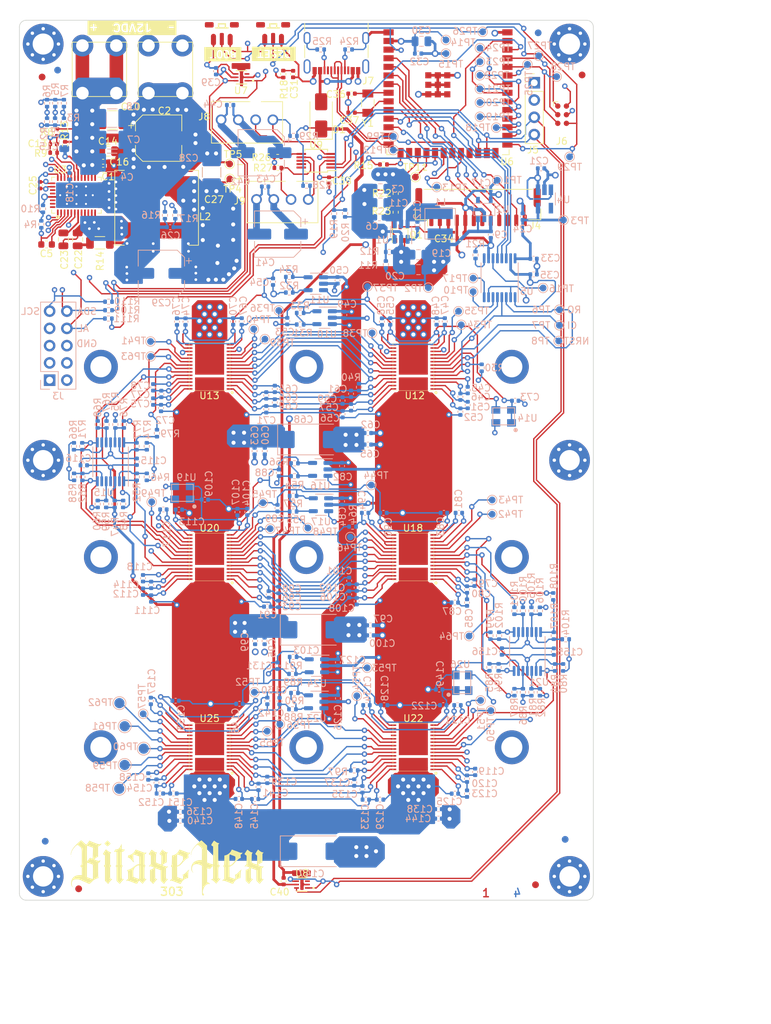
<source format=kicad_pcb>
(kicad_pcb (version 20240108) (generator "pcbnew") (generator_version "8.0")
  (title_block (rev "302"))
  (layers (0 "F.Cu" signal) (1 "In1.Cu" signal) (2 "In2.Cu" signal) (31 "B.Cu" signal) (34 "B.Paste" user) (35 "F.Paste" user) (36 "B.SilkS" user "B.Silkscreen") (37 "F.SilkS" user "F.Silkscreen") (38 "B.Mask" user) (39 "F.Mask" user) (44 "Edge.Cuts" user))
  (net 0 "")
  (net 1 "GND")
  (net 2 "/VDD")
  (net 3 "/ESP32/EN")
  (net 4 "/5V")
  (net 5 "/3V3")
  (net 6 "/SCL")
  (net 7 "Net-(U3-BP1V5)")
  (net 8 "Net-(U3-DRTN)")
  (net 9 "Net-(U3-EN{slash}UVLO)")
  (net 10 "/1V8")
  (net 11 "Net-(U3-AVIN)")
  (net 12 "Net-(U3-VDD5)")
  (net 13 "Net-(U3-VOSNS)")
  (net 14 "Net-(C22-Pad2)")
  (net 15 "/ESP32/P_TX")
  (net 16 "/ESP32/P_RX")
  (net 17 "/ESP32/IO0")
  (net 18 "/ESP32/XIN32")
  (net 19 "/ESP32/XOUT32")
  (net 20 "/Power/PGOOD")
  (net 21 "Net-(U3-GOSNS)")
  (net 22 "/SDA")
  (net 23 "/BM1366-1/0V8")
  (net 24 "/BM1366-1/1V8")
  (net 25 "Net-(U12-VDD3_0)")
  (net 26 "Net-(U13-INV_CLKO)")
  (net 27 "/BM1366-2/0V8")
  (net 28 "/BM1366-2/1V8")
  (net 29 "Net-(U13-CLKO)")
  (net 30 "Net-(U12-VDD2_0)")
  (net 31 "/NRSTI")
  (net 32 "/RO")
  (net 33 "/CI")
  (net 34 "/BM1366-3/0V8")
  (net 35 "/BM1366-3/1V8")
  (net 36 "Net-(U12-VDD1_0)")
  (net 37 "Net-(U12-VDD1_1)")
  (net 38 "Net-(U12-VDD2_1)")
  (net 39 "Net-(U12-VDD3_1)")
  (net 40 "/Fan/FAN1_TACH")
  (net 41 "/Fan/FAN1_PWM")
  (net 42 "/Fan/FAN2_TACH")
  (net 43 "/Fan/FAN2_PWM")
  (net 44 "Net-(U18-VDD1_0)")
  (net 45 "Net-(U18-VDD2_0)")
  (net 46 "Net-(U22-INV_CLKO)")
  (net 47 "Net-(U18-VDD3_0)")
  (net 48 "Net-(U15A--)")
  (net 49 "Net-(U18-VDD3_1)")
  (net 50 "Net-(U15B--)")
  (net 51 "Net-(U13-ADDR0)")
  (net 52 "Net-(U13-ADDR1)")
  (net 53 "Net-(D1-Pad2)")
  (net 54 "Net-(U18-VDD2_1)")
  (net 55 "/BM1366-1/BI1")
  (net 56 "/VIN")
  (net 57 "Net-(U3-VSEL)")
  (net 58 "Net-(U18-VDD1_1)")
  (net 59 "Net-(U15C--)")
  (net 60 "Net-(U15D--)")
  (net 61 "Net-(U3-ADRSEL)")
  (net 62 "Net-(R77-Pad1)")
  (net 63 "/ESP32/TFT_BLK")
  (net 64 "Net-(U20-VDD3_1)")
  (net 65 "Net-(U20-VDD2_1)")
  (net 66 "Net-(U20-VDD1_1)")
  (net 67 "Net-(U22-ADDR0)")
  (net 68 "Net-(U22-ADDR1)")
  (net 69 "Net-(U22-VDD3_0)")
  (net 70 "Net-(U22-VDD2_0)")
  (net 71 "Net-(U22-VDD1_0)")
  (net 72 "Net-(U21A--)")
  (net 74 "Net-(U21B--)")
  (net 75 "/BM1366-3/NRSTO3")
  (net 76 "Net-(U21C--)")
  (net 77 "Net-(U21D--)")
  (net 78 "/ESP32/TFT_RES")
  (net 79 "/ESP32/TFT_SDA")
  (net 80 "/ESP32/TFT_SCL")
  (net 81 "/ESP32/TFT_CS")
  (net 82 "/ESP32/TFT_DC")
  (net 83 "Net-(R107-Pad1)")
  (net 84 "Net-(U25-VDD1_1)")
  (net 85 "Net-(U25-VDD2_1)")
  (net 86 "Net-(U25-VDD3_1)")
  (net 92 "/BM1366-3/BO3")
  (net 94 "Net-(J4-Pin_2)")
  (net 95 "/BM1366-1/VDD1")
  (net 96 "/BM1366-2/VDD2")
  (net 97 "/BM1366-3/RI3")
  (net 98 "/BM1366-3/CLKO3")
  (net 99 "/BM1366-3/CO3")
  (net 100 "/BM1366-1/CLKI1")
  (net 101 "/BM1366-2/NRSTI2")
  (net 102 "/BM1366-2/BI2")
  (net 103 "/BM1366-2/RO2")
  (net 104 "/BM1366-2/CI2")
  (net 105 "/BM1366-3/NRSTI3")
  (net 106 "/BM1366-3/BI3")
  (net 107 "/BM1366-3/RO3")
  (net 108 "/BM1366-3/CI3")
  (net 109 "/BM1366-1/NRSTO")
  (net 110 "/BM1366-1/CO")
  (net 111 "/BM1366-1/BO")
  (net 112 "/BM1366-1/RI")
  (net 113 "/BM1366-2/RI")
  (net 114 "/BM1366-2/NRSTO")
  (net 115 "/BM1366-2/BO")
  (net 116 "/BM1366-2/CO")
  (net 118 "/ESP32/ASIC_RST")
  (net 119 "/ESP32/ESP32_TX")
  (net 120 "/ESP32/ESP32_RX")
  (net 123 "Net-(J7-CC1)")
  (net 124 "Net-(U6-GPIO20{slash}U1CTS{slash}ADC2_CH9{slash}CLK_OUT1{slash}USB_D+)")
  (net 125 "Net-(U6-GPIO19{slash}U1RTS{slash}ADC2_CH8{slash}CLK_OUT2{slash}USB_D-)")
  (net 127 "Net-(J7-CC2)")
  (net 128 "/Power/PMB_ALRT")
  (net 130 "Net-(Q1-G)")
  (net 131 "Net-(U5-OE)")
  (net 132 "Net-(U10-ADJ)")
  (net 133 "Net-(U11-ADJ)")
  (net 134 "Net-(U12-BO)")
  (net 135 "Net-(U18-CLKO)")
  (net 136 "Net-(U12-CO)")
  (net 137 "/BM1366-2/CLKI2")
  (net 138 "Net-(U12-INV_CLKO)")
  (net 139 "Net-(U12-CLKO)")
  (net 140 "/BM1366-3/CLKI3")
  (net 141 "Net-(U12-NRSTO)")
  (net 142 "Net-(U12-RI)")
  (net 143 "Net-(U15A-+)")
  (net 144 "Net-(U16-ADJ)")
  (net 145 "Net-(U17-ADJ)")
  (net 146 "Net-(U15B-+)")
  (net 147 "Net-(U18-RO)")
  (net 148 "Net-(U18-INV_CLKO)")
  (net 149 "Net-(U18-NRSTI)")
  (net 150 "Net-(U15C-+)")
  (net 151 "Net-(U22-VDD3_1)")
  (net 152 "Net-(U22-VDD2_1)")
  (net 153 "Net-(U22-VDD1_1)")
  (net 154 "Net-(U22-RI)")
  (net 155 "Net-(U22-NRSTO)")
  (net 156 "Net-(U22-CO)")
  (net 157 "Net-(U22-CLKO)")
  (net 158 "Net-(U22-BO)")
  (net 159 "Net-(U18-CLKI)")
  (net 160 "Net-(U18-BI)")
  (net 161 "Net-(U18-CI)")
  (net 162 "Net-(U15D-+)")
  (net 163 "Net-(U20-INV_CLKO)")
  (net 164 "Net-(U21A-+)")
  (net 165 "Net-(U21B-+)")
  (net 166 "Net-(U23-ADJ)")
  (net 167 "Net-(U24-ADJ)")
  (net 168 "Net-(U21C-+)")
  (net 169 "Net-(U21D-+)")
  (net 170 "Net-(U25-INV_CLKO)")
  (net 171 "Net-(U5-A4)")
  (net 172 "Net-(U6-GPIO10{slash}TOUCH10{slash}ADC1_CH9{slash}FSPICS0{slash}FSPIIO4{slash}SUBSPICS0)")
  (net 173 "Net-(U6-GPIO12{slash}TOUCH12{slash}ADC2_CH1{slash}FSPICLK{slash}FSPIIO6{slash}SUBSPICLK)")
  (net 174 "Net-(U6-GPIO14{slash}TOUCH14{slash}ADC2_CH3{slash}FSPIWP{slash}FSPIDQS{slash}SUBSPIWP)")
  (net 175 "Net-(U5-B4)")
  (net 176 "Net-(U5-DIR4)")
  (net 177 "Net-(U6-SPIIO6{slash}GPIO35{slash}FSPID{slash}SUBSPID)")
  (net 178 "Net-(U6-SPIIO7{slash}GPIO36{slash}FSPICLK{slash}SUBSPICLK)")
  (net 179 "Net-(U6-SPIDQS{slash}GPIO37{slash}FSPIQ{slash}SUBSPIQ)")
  (net 180 "Net-(U6-GPIO38{slash}FSPIWP{slash}SUBSPIWP)")
  (net 181 "Net-(U6-MTCK{slash}GPIO39{slash}CLK_OUT3{slash}SUBSPICS1)")
  (net 182 "Net-(U6-MTDO{slash}GPIO40{slash}CLK_OUT2)")
  (net 183 "Net-(U6-MTDI{slash}GPIO41{slash}CLK_OUT1)")
  (net 184 "Net-(U6-MTMS{slash}GPIO42)")
  (net 185 "Net-(U12-ADDR0)")
  (net 186 "Net-(U13-VDD3_1)")
  (net 187 "Net-(U12-ADDR1)")
  (net 188 "Net-(U13-VDD2_1)")
  (net 189 "Net-(U18-ADDR0)")
  (net 190 "Net-(U13-VDD1_1)")
  (net 191 "Net-(U18-ADDR1)")
  (net 192 "Net-(U20-ADDR0)")
  (net 193 "Net-(U20-ADDR1)")
  (net 194 "Net-(U25-ADDR0)")
  (net 195 "Net-(U25-ADDR1)")
  (net 201 "Net-(U3-MSEL1)")
  (net 202 "Net-(U3-BOOT)")
  (net 203 "/ESP32/VDD_SAMPLE")
  (net 204 "Net-(U1-SW)")
  (net 205 "Net-(U1-CB)")
  (net 206 "Net-(U1-FB)")
  (net 211 "/Power/SW")
  (net 212 "Net-(U3-MSEL2)")
  (net 213 "/Power/AGND")
  (net 221 "/Power/PMB_SCL")
  (net 222 "/Power/PMB_SDA")
  (net 223 "/SMB_ALRT")
  (footprint "bitaxe:BM1366" (layer "F.Cu") (at 108 125 180)
    (property "Reference" "U18")
    (property "Value" "BM1366_mode0")
  )
  (footprint "bitaxe:Tag-Connect_TC2030-IDC-NL_2x03_P1.27mm_Vertical" (layer "F.Cu") (at 129.9 59.9 -90)
    (property "Reference" "J6")
    (property "Value" "TC2030-IDC")
  )
  (footprint "bitaxe:BM1366" (layer "F.Cu") (at 78 125 180)
    (property "Reference" "U20")
    (property "Value" "BM1366_mode0")
  )
  (footprint "TestPoint:TestPoint_Pad_D1.0mm" (layer "F.Cu") (at 80.975 69.35)
    (property "Reference" "TP4")
    (property "Value" "TestPoint")
  )
  (footprint "Resistor_SMD:R_0402_1005Metric" (layer "F.Cu") (at 88.85 53.92 90)
    (property "Reference" "R18")
    (property "Value" "10k")
  )
  (footprint "bitaxe:hex-heatsink" (layer "F.Cu") (at 92.25 125)
    (property "Reference" "HS1" (hide yes))
    (property "Value" "Heatsink")
  )
  (footprint "LOGO" (layer "F.Cu") (at 71.6 170.8)
    (property "Reference" "G***" (hide yes))
    (property "Value" "LOGO" (hide yes))
  )
  (footprint "bitaxe:7770-screw-terminal" (layer "F.Cu") (at 71.5 53.225 180)
    (property "Reference" "J2" (hide yes))
    (property "Value" "Conn_01x01")
  )
  (footprint "kibuzzard-65356D5C" (layer "F.Cu") (at 79.95 51 180)
    (property "Reference" "kibuzzard-65356D5C" (hide yes))
    (property "Value" "G***" (hide yes))
  )
  (footprint "MountingHole:MountingHole_3mm_Pad_Via" (layer "F.Cu") (at 53.5 49.5)
    (property "Reference" "H1" (hide yes))
    (property "Value" "MountingHole")
  )
  (footprint "bitaxe:7770-screw-terminal" (layer "F.Cu") (at 61.775 53.225 180)
    (property "Reference" "J1" (hide yes))
    (property "Value" "Screw Terminal")
  )
  (footprint "bitaxe:SC32S-7PF20PPM" (layer "F.Cu") (at 101.3 58.2 -90)
    (property "Reference" "Y1")
    (property "Value" "32.768kHz")
  )
  (footprint "Capacitor_SMD:C_0402_1005Metric" (layer "F.Cu") (at 114.9 78.05)
    (property "Reference" "C34")
    (property "Value" "0.1uF")
  )
  (footprint "bitaxe:470531000" (layer "F.Cu") (at 79.7 60.65)
    (property "Reference" "J8")
    (property "Value" "Conn_01x04")
  )
  (footprint "bitaxe:3.1mm_mounting" (layer "F.Cu") (at 92.25 97)
    (property "Reference" "H13" (hide yes))
    (property "Value" "HeatsinkMountingHole")
  )
  (footprint "Capacitor_SMD:C_0805_2012Metric" (layer "F.Cu") (at 56.475 78.25 -90)
    (property "Reference" "C23")
    (property "Value" "100nF")
  )
  (footprint "Resistor_SMD:R_0402_1005Metric" (layer "F.Cu") (at 88.05 67.725 180)
    (property "Reference" "R27")
    (property "Value" "5.6k")
  )
  (footprint "bitaxe:TL3340-switch" (layer "F.Cu") (at 79.8 47.7675 180)
    (property "Reference" "SW2" (hide yes))
    (property "Value" "SWITCH-SPST")
  )
  (footprint "MountingHole:MountingHole_3mm_Pad_Via" (layer "F.Cu") (at 131 172)
    (property "Reference" "H4" (hide yes))
    (property "Value" "MountingHole")
  )
  (footprint "Fiducial:Fiducial_1mm_Mask2mm" (layer "F.Cu") (at 53.34 54.356)
    (property "Reference" "FID3" (hide yes))
    (property "Value" "Fiducial")
  )
  (footprint "Package_TO_SOT_SMD:SOT-323_SC-70" (layer "F.Cu") (at 106.05 77.4 90)
    (property "Reference" "Q1")
    (property "Value" "2N7002K")
  )
  (footprint "Inductor_SMD:L_Coilcraft_XAL1010-XXX" (layer "F.Cu") (at 70.2 73.6 90)
    (property "Reference" "L2")
    (property "Value" "680nH")
  )
  (footprint "Capacitor_SMD:C_0402_1005Metric" (layer "F.Cu") (at 55.02 64.225 180)
    (property "Reference" "C13")
    (property "Value" "100nF")
  )
  (footprint "Capacitor_SMD:C_0603_1608Metric" (layer "F.Cu") (at 54 79)
    (property "Reference" "C5")
    (property "Value" "1uF")
  )
  (footprint "Capacitor_SMD:C_0402_1005Metric" (layer "F.Cu") (at 98.9 56.8 180)
    (property "Reference" "C36")
    (property "Value" "6.8pF")
  )
  (footprint "Capacitor_SMD:CP_Elec_6.3x5.9" (layer "F.Cu") (at 70.5 63.35)
    (property "Reference" "C2")
    (property "Value" "180uF")
  )
  (footprint "bitaxe:3.1mm_mounting" (layer "F.Cu") (at 92.25 153)
    (property "Reference" "H15" (hide yes))
    (property "Value" "HeatsinkMountingHole")
  )
  (footprint "bitaxe:BM1366" (layer "F.Cu") (at 78 153 180)
    (property "Reference" "U25")
    (property "Value" "BM1366_mode1")
  )
  (footprint "Resistor_SMD:R_0402_1005Metric" (layer "F.Cu") (at 55.545 62.5 -90)
    (property "Reference" "R8")
    (property "Value" "12.7K")
  )
  (footprint "Resistor_SMD:R_0402_1005Metric" (layer "F.Cu") (at 105.4 71.5 -90)
    (property "Reference" "R22")
    (property "Value" "10k")
  )
  (footprint "bitaxe:470531000" (layer "F.Cu") (at 84.91 72.375)
    (property "Reference" "J9")
    (property "Value" "Conn_01x04")
  )
  (footprint "Capacitor_SMD:C_0402_1005Metric" (layer "F.Cu") (at 88.9 172.7 90)
    (property "Reference" "C40")
    (property "Value" "311-3342-1-ND")
  )
  (footprint "bitaxe:3.1mm_mounting" (layer "F.Cu") (at 92.25 125)
    (property "Reference" "H14" (hide yes))
    (property "Value" "HeatsinkMountingHole")
  )
  (footprint "TestPoint:TestPoint_Pad_D1.0mm" (layer "F.Cu") (at 80.95 67.15)
    (property "Reference" "TP5")
    (property "Value" "TestPoint")
  )
  (footprint "bitaxe:3.1mm_mounting" (layer "F.Cu") (at 122.5 125)
    (property "Reference" "H8" (hide yes))
    (property "Value" "HeatsinkMountingHole")
  )
  (footprint "kibuzzard-65356D4E" (layer "F.Cu") (at 87.45 50.95 180)
    (property "Reference" "kibuzzard-65356D4E" (hide yes))
    (property "Value" "G***" (hide yes))
  )
  (footprint "Capacitor_SMD:C_1210_3225Metric" (layer "F.Cu") (at 78.3 68.375 90)
    (property "Reference" "C27")
    (property "Value" "47uF")
  )
  (footprint "Capacitor_SMD:C_0402_1005Metric" (layer "F.Cu") (at 62.325 68)
    (property "Reference" "C1")
    (property "Value" "4.7nF")
  )
  (footprint "bitaxe:BM1366" (layer "F.Cu") (at 108 153 180)
    (property "Reference" "U22")
    (property "Value" "BM1366_mode1")
  )
  (footprint "bitaxe:3.1mm_mounting" (layer "F.Cu") (at 62 125)
    (property "Reference" "H7" (hide yes))
    (property "Value" "HeatsinkMountingHole")
  )
  (footprint "Fiducial:Fiducial_1mm_Mask2mm" (layer "F.Cu") (at 132.842 54.05)
    (property "Reference" "FID1" (hide yes))
    (property "Value" "Fiducial")
  )
  (footprint "Package_SO:MSOP-10_3x3mm_P0.5mm" (layer "F.Cu") (at 93.7 66.675 180)
    (property "Reference" "U9")
    (property "Value" "EMC2302")
  )
  (footprint "Capacitor_SMD:C_0402_1005Metric" (layer "F.Cu") (at 98.9 59.6 180)
    (property "Reference" "C37")
    (property "Value" "6.8pF")
  )
  (footprint "Resistor_SMD:R_0402_1005Metric" (layer "F.Cu") (at 55.045 65.5 180)
    (property "Reference" "R9")
    (property "Value" "1.37K")
  )
  (footprint "Resistor_SMD:R_0402_1005Metric" (layer "F.Cu") (at 105.4 74.25 -90)
    (property "Reference" "R23")
    (property "Value" "1k")
  )
  (footprint "Resistor_SMD:R_0402_1005Metric" (layer "F.Cu") (at 56.725 64.4 -90)
    (property "Reference" "R13")
    (property "Value" "10R")
  )
  (footprint "bitaxe:LQFN40-CLIP" (layer "F.Cu") (at 58.4 71.75 90)
    (property "Reference" "U3")
    (property "Value" "TPS546D24ARVFR")
  )
  (footprint "Fiducial:Fiducial_1mm_Mask2mm" (layer "F.Cu") (at 58.725 173.825)
    (property "Reference" "FID7" (hide yes))
    (property "Value" "Fiducial")
  )
  (footprint "Capacitor_SMD:C_0402_1005Metric" (layer "F.Cu") (at 62.325 66.825)
    (property "Reference" "C16")
    (property "Value" "2.2nF")
  )
  (footprint "bitaxe:SOT5X3-6_DRL_TEX" (layer "F.Cu") (at 82.7 54.4 180)
    (property "Reference" "U7")
    (property "Value" "TMP1075")
  )
  (footprint "bitaxe:3.1mm_mounting" (layer "F.Cu") (at 122.5 153)
    (property "Reference" "H10" (hide yes))
    (property "Value" "HeatsinkMountingHole")
  )
  (footprint "Capacitor_SMD:C_0805_2012Metric" (layer "F.Cu") (at 58.575 78.25 -90)
    (property "Reference" "C22")
    (property "Value" "1nF")
  )
  (footprint "bitaxe:BM1366" (layer "F.Cu") (at 78 97 180)
    (property "Reference" "U13")
    (property "Value" "BM1366_mode1")
  )
  (footprint "bitaxe:3.1mm_mounting" (layer "F.Cu") (at 122.5 97)
    (property "Reference" "H6" (hide yes))
    (property "Value" "HeatsinkMountingHole")
  )
  (footprint "bitaxe:3.1mm_mounting" (layer "F.Cu") (at 62 97)
    (property "Reference" "H5" (hide yes))
    (property "Value" "HeatsinkMountingHole")
  )
  (footprint "Connector_PinHeader_2.54mm:PinHeader_1x04_P2.54mm_Vertical" (layer "F.Cu") (at 125.8 55.2)
    (property "Reference" "J5")
    (property "Value" "Conn_01x04")
  )
  (footprint "bitaxe:ESP32-S3-WROOM-1U" (layer "F.Cu") (at 113.1 56.04)
    (property "Reference" "U6")
    (property "Value" "ESP32-S3-WROOM-1")
  )
  (footprint "bitaxe:JST_GH_BM12B-GHS-TBT_1x12-1MP_P1.25mm_Vertical" (layer "F.Cu") (at 117.525 73.5)
    (property "Reference" "J4")
    (property "Value" "Connector-12x1")
  )
  (footprint "Capacitor_SMD:C_1210_3225Metric" (layer "F.Cu") (at 63.7 60.675)
    (property "Reference" "C10")
    (property "Value" "22uF")
  )
  (footprint "Fiducial:Fiducial_1mm_Mask2mm" (layer "F.Cu") (at 125.984 173.228)
    (property "Reference" "FID5" (hide yes))
    (property "Value" "Fiducial")
  )
  (footprint "Capacitor_SMD:C_0402_1005Metric" (layer "F.Cu") (at 90.3 53.92 -90)
    (property "Reference" "C31")
    (property "Value" "1uF" (hide yes))
  )
  (footprint "MountingHole:MountingHole_3mm_Pad_Via" (layer "F.Cu") (at 53.5 110.75)
    (property "Reference" "H11" (hide yes))
    (property "Value" "MountingHole")
  )
  (footprint "TestPoint:TestPoint_Pad_D1.0mm" (layer "F.Cu") (at 108.3 69.075)
    (property "Reference" "TP11")
    (property "Value" "TestPoint")
  )
  (footprint "Connector_USB:USB_C_Receptacle_GCT_USB4105-xx-A_16P_TopMnt_Horizontal" (layer "F.Cu") (at 96.67 49.695 180)
    (property "Reference" "J7")
    (property "Value" "USB_C_Receptacle_USB2.0")
  )
  (footprint "Resistor_SMD:R_0402_1005Metric" (layer "F.Cu") (at 103.6 67.225)
    (property "Reference" "R15")
    (property "Value" "10k")
  )
  (footprint "Resistor_SMD:R_1206_3216Metric" (layer "F.Cu") (at 61.85 78.75)
    (property "Reference" "R14")
    (property "Value" "1R")
  )
  (footprint "bitaxe:TL3340-switch" (layer "F.Cu") (at 87.35 47.7675 180)
    (property "Reference" "SW1" (hide yes))
    (property "Value" "SWITCH-SPST")
  )
  (footprint "MountingHole:MountingHole_3mm_Pad_Via" (layer "F.Cu") (at 131 49.5)
    (property "Reference" "H2" (hide yes))
    (property "Value" "MountingHole")
  )
  (footprint "MountingHole:MountingHole_3mm_Pad_Via" (layer "F.Cu") (at 53.5 172)
    (property "Reference" "H3" (hide yes))
    (property "Value" "MountingHole")
  )
  (footprint "Capacitor_SMD:C_0402_1005Metric" (layer "F.Cu") (at 53.025 70.275 -90)
    (property "Reference" "C25")
    (property "Value" "100pF")
  )
  (footprint "bitaxe:3.1mm_mounting" (layer "F.Cu") (at 62 153)
    (property "Reference" "H9" (hide yes))
    (property "Value" "HeatsinkMountingHole")
  )
  (footprint "Capacitor_SMD:C_0402_1005Metric" (layer "F.Cu") (at 95.6 69.6 -90)
    (property "Reference" "C38")
    (property "Value" "311-3342-1-ND")
  )
  (footprint "MountingHole:MountingHole_3mm_Pad_Via" (layer "F.Cu") (at 131 110.75)
    (property "Reference" "H12" (hide yes))
    (property "Value" "MountingHole")
  )
  (footprint "Capacitor_SMD:C_0805_2012Metric" (layer "F.Cu") (at 63.075 65.275)
    (property "Reference" "C14")
    (property "Value" "1uF")
  )
  (footprint "Diode_SMD:D_SMA" (layer "F.Cu") (at 94.425 60 90)
    (property "Reference" "D1")
    (property "Value" "SS310")
  )
  (footprint "bitaxe:SOT5X3-6_DRL_TEX" (layer "F.Cu") (at 91.6008 173.2 180)
    (property "Reference" "U8")
    (property "Value" "TMP1075")
  )
  (footprint "kibuzzard-65978662" (layer "F.Cu") (at 66.575 47.125 180)
    (property "Reference" "kibuzzard-65978662" (hide yes))
    (property "Value" "G***" (hide yes))
  )
  (footprint "Resistor_SMD:R_0402_1005Metric" (layer "F.Cu") (at 88.025 66.125 180)
    (property "Reference" "R26")
    (property "Value" "5.6k")
  )
  (footprint "bitaxe:BM1366" (layer "F.Cu") (at 108 97 180)
    (property "Reference" "U12")
    (property "Value" "BM1366_mode1")
  )
  (footprint "Capacitor_SMD:C_0402_1005Metric" (layer "B.Cu") (at 108.6 76.15 -90)
    (property "Reference" "C12")
    (property "Value" "0.1uF")
  )
  (footprint "TestPoint:TestPoint_Pad_D1.0mm" (layer "B.Cu") (at 69.325 95.475 180)
    (property "Reference" "TP63")
    (property "Value" "TestPoint")
  )
  (footprint "Capacitor_SMD:C_0402_1005Metric" (layer "B.Cu") (at 98.825 102.97 90)
    (property "Reference" "C57")
    (property "Value" "1uF")
  )
  (footprint "Capacitor_SMD:C_0402_1005Metric" (layer "B.Cu") (at 97.8375 89.375 90)
    (property "Reference" "C49")
    (property "Value" "0.1uF")
  )
  (footprint "Capacitor_SMD:C_0402_1005Metric" (layer "B.Cu") (at 71.2 118 180)
    (property "Reference" "C117")
    (property "Value" "1uF")
  )
  (footprint "Capacitor_SMD:C_0402_1005Metric" (layer "B.Cu") (at 81.025 58.475 180)
    (property "Reference" "C44")
    (property "Value" "311-3342-1-ND")
  )
  (footprint "Capacitor_SMD:C_0402_1005Metric" (layer "B.Cu") (at 69.4 131.1 90)
    (property "Reference" "C111")
    (property "Value" "1uF")
  )
  (footprint "TestPoint:TestPoint_Pad_D1.0mm" (layer "B.Cu") (at 119.4 147.6 90)
    (property "Reference" "TP50")
    (property "Value" "TestPoint")
  )
  (footprint "Resistor_SMD:R_0402_1005Metric" (layer "B.Cu") (at 97.95 74.425 90)
    (property "Reference" "R20")
    (property "Value" "22.1k")
  )
  (footprint "Capacitor_SMD:C_0805_2012Metric" (layer "B.Cu") (at 108.75 80.5 180)
    (property "Reference" "C19")
    (property "Value" "10uF")
  )
  (footprint "Resistor_SMD:R_0402_1005Metric" (layer "B.Cu") (at 58.025 108.7 90)
    (property "Reference" "R66")
    (property "Value" "1k")
  )
  (footprint "Capacitor_Tantalum_SMD:CP_EIA-7343-31_Kemet-D_Pad2.25x2.55mm_HandSolder" (layer "B.Cu") (at 93 168.3)
    (property "Reference" "C147")
    (property "Value" "330uF")
  )
  (footprint "Capacitor_SMD:C_0402_1005Metric" (layer "B.Cu") (at 111.7 162.1 180)
    (property "Reference" "C138")
    (property "Value" "0.1uF")
  )
  (footprint "Capacitor_SMD:C_0402_1005Metric" (layer "B.Cu") (at 100.5 159.18 90)
    (property "Reference" "C135")
    (property "Value" "1uF")
  )
  (footprint "Package_TO_SOT_SMD:TSOT-23-5" (layer "B.Cu") (at 93.7 146.3 180)
    (property "Reference" "U23")
    (property "Value" "AP7331")
  )
  (footprint "Resistor_SMD:R_0402_1005Metric" (layer "B.Cu") (at 67.275 113.2 90)
    (property "Reference" "R52")
    (property "Value" "1k")
  )
  (footprint "TestPoint:TestPoint_Pad_D1.0mm" (layer "B.Cu") (at 84.6 144.9 180)
    (property "Reference" "TP52")
    (property "Value" "TestPoint")
  )
  (footprint "Capacitor_SMD:C_0402_1005Metric" (layer "B.Cu") (at 78.95 53.5 90)
    (property "Reference" "C39")
    (property "Value" "311-3342-1-ND")
  )
  (footprint "TestPoint:TestPoint_Pad_D1.0mm" (layer "B.Cu") (at 127.1 85.4 180)
    (property "Reference" "TP16")
    (property "Value" "TestPoint")
  )
  (footprint "Resistor_SMD:R_0402_1005Metric" (layer "B.Cu") (at 90.3 118.3)
    (property "Reference" "R55")
    (property "Value" "115k")
  )
  (footprint "TestPoint:TestPoint_Pad_D1.0mm" (layer "B.Cu") (at 99.675 145.425 180)
    (property "Reference" "TP54")
    (property "Value" "TestPoint")
  )
  (footprint "Capacitor_SMD:C_0805_2012Metric" (layer "B.Cu") (at 103.15 70.8 180)
    (property "Reference" "C3")
    (property "Value" "10uF")
  )
  (footprint "Capacitor_SMD:C_0402_1005Metric" (layer "B.Cu") (at 86.7 130.5 90)
    (property "Reference" "C96")
    (property "Value" "1uF")
  )
  (footprint "Capacitor_SMD:C_0805_2012Metric" (layer "B.Cu") (at 56.6 63.95 -90)
    (property "Reference" "C15")
    (property "Value" "1uF")
  )
  (footprint "Capacitor_SMD:C_0402_1005Metric" (layer "B.Cu") (at 70.85 103.07 90)
    (property "Reference" "C72")
    (property "Value" "1uF")
  )
  (footprint "Resistor_SMD:R_0402_1005Metric" (layer "B.Cu") (at 104.45 80.1)
    (property "Reference" "R12")
    (property "Value" "22.1k")
  )
  (footprint "TestPoint:TestPoint_Pad_D1.0mm" (layer "B.Cu") (at 117.8 56.1 180)
    (property "Reference" "TP21")
    (property "Value" "TestPoint")
  )
  (footprint "TestPoint:TestPoint_Pad_D1.0mm" (layer "B.Cu") (at 69.3 93.275 180)
    (property "Reference" "TP41")
    (property "Value" "TestPoint")
  )
  (footprint "Capacitor_SMD:C_0402_1005Metric" (layer "B.Cu") (at 99.3 158.18 90)
    (property "Reference" "C137")
    (property "Value" "1uF")
  )
  (footprint "Resistor_SMD:R_0402_1005Metric" (layer "B.Cu") (at 130.425 137.1)
    (property "Reference" "R104")
    (property "Value" "1k")
  )
  (footprint "TestPoint:TestPoint_Pad_D1.0mm" (layer "B.Cu") (at 86.925 120.825)
    (property "Reference" "TP47")
    (property "Value" "TestPoint")
  )
  (footprint "Resistor_SMD:R_0402_1005Metric" (layer "B.Cu") (at 119.35 136.575 90)
    (property "Reference" "R99")
    (property "Value" "1k")
  )
  (footprint "TestPoint:TestPoint_Pad_D1.0mm" (layer "B.Cu") (at 114.65 88.825)
    (property "Reference" "TP35")
    (property "Value" "TestPoint")
  )
  (footprint "Package_TO_SOT_SMD:SOT-23-5_HandSoldering" (layer "B.Cu") (at 127.3 72.3 -90)
    (property "Reference" "U4")
    (property "Value" "MIC5504")
  )
  (footprint "Capacitor_SMD:C_0402_1005Metric" (layer "B.Cu") (at 128.68 138.92 -90)
    (property "Reference" "C155")
    (property "Value" "0.1uF")
  )
  (footprint "Capacitor_SMD:C_0402_1005Metric" (layer "B.Cu") (at 81.475 90.325 90)
    (property "Reference" "C70")
    (property "Value" "1uF")
  )
  (footprint "Resistor_SMD:R_0402_1005Metric" (layer "B.Cu") (at 61.525 105.4875 -90)
    (property "Reference" "R68")
    (property "Value" "10k")
  )
  (footprint "Resistor_SMD:R_0402_1005Metric" (layer "B.Cu") (at 54.075 60.925 90)
    (property "Reference" "R2")
    (property "Value" "17.8K")
  )
  (footprint "Capacitor_SMD:C_0402_1005Metric" (layer "B.Cu") (at 88.2 112.6 -90)
    (property "Reference" "C88")
    (property "Value" "1uF")
  )
  (footprint "Capacitor_SMD:C_0402_1005Metric" (layer "B.Cu") (at 100.9 118.5 180)
    (property "Reference" "C94")
    (property "Value" "1uF")
  )
  (footprint "Capacitor_SMD:C_0402_1005Metric" (layer "B.Cu") (at 125.7 83.4)
    (property "Reference" "C35")
    (property "Value" "311-3342-1-ND")
  )
  (footprint "TestPoint:TestPoint_Pad_D1.0mm" (layer "B.Cu") (at 115.05 90.825)
    (property "Reference" "TP34")
    (property "Value" "TestPoint")
  )
  (footprint "Capacitor_SMD:C_0402_1005Metric" (layer "B.Cu") (at 114.925 103.605 -90)
    (property "Reference" "C52")
    (property "Value" "1uF")
  )
  (footprint "TestPoint:TestPoint_Pad_D1.0mm" (layer "B.Cu") (at 129.1 54.3 -90)
    (property "Reference" "TP28")
    (property "Value" "TestPoint")
  )
  (footprint "Resistor_SMD:R_0402_1005Metric" (layer "B.Cu") (at 99.3 156.4 180)
    (property "Reference" "R97")
    (property "Value" "2k")
  )
  (footprint "Capacitor_SMD:C_0402_1005Metric" (layer "B.Cu") (at 97.575 101.97 90)
    (property "Reference" "C59")
    (property "Value" "1uF")
  )
  (footprint "Capacitor_SMD:C_1210_3225Metric" (layer "B.Cu") (at 78.3 68.375 90)
    (property "Reference" "C28")
    (property "Value" "47uF")
  )
  (footprint "Capacitor_SMD:C_0402_1005Metric" (layer "B.Cu") (at 68.2 128.12 90)
    (property "Reference" "C118")
    (property "Value" "1uF")
  )
  (footprint "TestPoint:TestPoint_Pad_D1.5mm" (layer "B.Cu") (at 65.5 149.9)
    (property "Reference" "TP61")
    (property "Value" "TestPoint")
  )
  (footprint "TestPoint:TestPoint_Pad_D1.0mm" (layer "B.Cu") (at 116.8 85.95 180)
    (property "Reference" "TP10")
    (property "Value" "TestPoint")
  )
  (footprint "Package_SO:TSSOP-16_4.4x5mm_P0.65mm" (layer "B.Cu") (at 120.7 83.9 90)
    (property "Reference" "U5")
    (property "Value" "SN74AVC4T774")
  )
  (footprint "Capacitor_SMD:C_0402_1005Metric" (layer "B.Cu") (at 70.68 159.8 180)
    (property "Reference" "C152")
    (property "Value" "1uF")
  )
  (footprint "Capacitor_SMD:C_0402_1005Metric" (layer "B.Cu") (at 67.275 110.975 -90)
    (property "Reference" "C115")
    (property "Value" "0.1uF")
  )
  (footprint "Capacitor_SMD:C_0402_1005Metric" (layer "B.Cu") (at 88.1 131.9 90)
    (property "Reference" "C93")
    (property "Value" "1uF")
  )
  (footprint "Package_TO_SOT_SMD:TSOT-23-5" (layer "B.Cu") (at 93.6375 84.775 180)
    (property "Reference" "U11")
    (property "Value" "AP7331")
  )
  (footprint "Capacitor_SMD:C_0402_1005Metric" (layer "B.Cu") (at 68.98 157.3 90)
    (property "Reference" "C158")
    (property "Value" "1uF")
  )
  (footprint "Resistor_SMD:R_0402_1005Metric" (layer "B.Cu") (at 71.425 74.7 -90)
    (property "Reference" "R16")
    (property "Value" "49.9R")
  )
  (footprint "Capacitor_SMD:C_0402_1005Metric" (layer "B.Cu") (at 97.5 116.8 90)
    (property "Reference" "C84")
    (property "Value" "0.1uF")
  )
  (footprint "Capacitor_SMD:C_0402_1005Metric" (layer "B.Cu") (at 82.725 90.325 90)
    (property "Reference" "C67")
    (property "Value" "1uF")
  )
  (footprint "Resistor_SMD:R_0402_1005Metric" (layer "B.Cu") (at 122.88 132.91 -90)
    (property "Reference" "R101")
    (property "Value" "10k")
  )
  (footprint "TestPoint:TestPoint_Pad_D1.0mm" (layer "B.Cu") (at 68.225 148.075 180)
    (property "Reference" "TP57")
    (property "Value" "TestPoint")
  )
  (footprint "Resistor_SMD:R_0402_1005Metric" (layer "B.Cu") (at 96.325 74.45 -90)
    (property "Reference" "R19")
    (property "Value" "7.87k")
  )
  (footprint "Capacitor_SMD:C_0402_1005Metric" (layer "B.Cu") (at 73.2 90.35 90)
    (property "Reference" "C76")
    (property "Value" "1uF")
  )
  (footprint "Resistor_SMD:R_0402_1005Metric" (layer "B.Cu") (at 72.95 74.7 90)
    (property "Reference" "R17")
    (property "Value" "1.37K")
  )
  (footprint "TestPoint:TestPoint_Pad_D1.0mm" (layer "B.Cu") (at 117.8 58.1 180)
    (property "Reference" "TP20")
    (property "Value" "TestPoint")
  )
  (footprint "Capacitor_SMD:C_0402_1005Metric" (layer "B.Cu") (at 68.2 130.1 90)
    (property "Reference" "C112")
    (property "Value" "1uF")
  )
  (footprint "TestPoint:TestPoint_Pad_D1.0mm" (layer "B.Cu") (at 105.05 63.1 180)
    (property "Reference" "TP9")
    (property "Value" "TestPoint")
  )
  (footprint "Capacitor_SMD:C_0402_1005Metric" (layer "B.Cu") (at 88 117.8 -90)
    (property "Reference" "C89")
    (property "Value" "1uF")
  )
  (footprint "Resistor_SMD:R_0402_1005Metric" (layer "B.Cu") (at 103.95 81.95 90)
    (property "Reference" "R11")
    (property "Value" "115k")
  )
  (footprint "Capacitor_SMD:C_0402_1005Metric" (layer "B.Cu") (at 88 141 -90)
    (property "Reference" "C131")
    (property "Value" "1uF")
  )
  (footprint "Capacitor_SMD:C_0402_1005Metric" (layer "B.Cu") (at 86.35 101.215 -90)
    (property "Reference" "C66")
    (property "Value" "1uF")
  )
  (footprint "Capacitor_SMD:C_0402_1005Metric" (layer "B.Cu") (at 59.475 111.5)
    (property "Reference" "C116")
    (property "Value" "1uF")
  )
  (footprint "Resistor_SMD:R_0402_1005Metric" (layer "B.Cu") (at 92.275 70.35 180)
    (property "Reference" "R28")
    (property "Value" "10k")
  )
  (footprint "TestPoint:TestPoint_Pad_D1.5mm" (layer "B.Cu") (at 65.5 155.6)
    (property "Reference" "TP59")
    (property "Value" "TestPoint")
  )
  (footprint "Capacitor_SMD:C_0402_1005Metric" (layer "B.Cu") (at 118.9 71.05 180)
    (property "Reference" "C17")
    (property "Value" "1uF")
  )
  (footprint "Capacitor_SMD:C_0402_1005Metric" (layer "B.Cu") (at 87.6 102.255 -90)
    (property "Reference" "C69")
    (property "Value" "1uF")
  )
  (footprint "Resistor_SMD:R_0402_1005Metric" (layer "B.Cu") (at 67.25 108.7 -90)
    (property "Reference" "R77")
    (property "Value" "1k")
  )
  (footprint "Capacitor_SMD:C_1210_3225Metric" (layer "B.Cu") (at 63.675 60.4)
    (property "Reference" "C8")
    (property "Value" "22uF")
  )
  (footprint "Capacitor_SMD:C_0402_1005Metric" (layer "B.Cu") (at 84.7 137.35 -90)
    (property "Reference" "C99")
    (property "Value" "1uF")
  )
  (footprint "Fiducial:Fiducial_1mm_Mask2mm" (layer "B.Cu") (at 53.8 166.825 180)
    (property "Reference" "FID2" (hide yes))
    (property "Value" "Fiducial")
  )
  (footprint "Capacitor_SMD:C_0402_1005Metric" (layer "B.Cu") (at 69.35 146.175 -90)
    (property "Reference" "C157")
    (property "Value" "1uF")
  )
  (footprint "Capacitor_SMD:C_0402_1005Metric" (layer "B.Cu") (at 103.1 160.7 180)
    (property "Reference" "C129")
    (property "Value" "1uF")
  )
  (footprint "Resistor_SMD:R_0402_1005Metric" (layer "B.Cu") (at 90.5 113.1)
    (property "Reference" "R54")
    (property "Value" "115k")
  )
  (footprint "Capacitor_SMD:C_0402_1005Metric" (layer "B.Cu") (at 72.2 76.45 180)
    (property "Reference" "C26")
    (property "Value" "2.2nF")
  )
  (footprint "TestPoint:TestPoint_Pad_D1.0mm" (layer "B.Cu") (at 117.8 50.1 180)
    (property "Reference" "TP24")
    (property "Value" "TestPoint")
  )
  (footprint "Capacitor_SMD:C_0402_1005Metric" (layer "B.Cu") (at 112.4 146.8 180)
    (property "Reference" "C122")
    (property "Value" "1uF")
  )
  (footprint "Capacitor_SMD:C_0402_1005Metric" (layer "B.Cu") (at 84.7 160.62 180)
    (property "Reference" "C145")
    (property "Value" "1uF")
  )
  (footprint "Capacitor_SMD:C_0402_1005Metric" (layer "B.Cu") (at 86.125 109.4 90)
    (property "Reference" "C60")
    (property "Value" "0.1uF")
  )
  (footprint "Capacitor_SMD:C_0402_1005Metric" (layer "B.Cu") (at 99.65 129.495 -90)
    (property "Reference" "C102")
    (property "Value" "1uF")
  )
  (footprint "TestPoint:TestPoint_Pad_D1.0mm" (layer "B.Cu") (at 120.35 69.55 180)
    (property "Reference" "TP1")
    (property "Value" "TestPoint")
  )
  (footprint "Package_SO:TSSOP-14_4.4x5mm_P0.65mm" (layer "B.Cu") (at 124.78 138.9 90)
    (property "Reference" "U21")
    (property "Value" "TLV3544")
  )
  (footprint "Package_SO:TSSOP-14_4.4x5mm_P0.65mm" (layer "B.Cu") (at 63.425 110.9875 90)
    (property "Reference" "U15")
    (property "Value" "TLV3544")
  )
  (footprint "TestPoint:TestPoint_Pad_D1.0mm" (layer "B.Cu") (at 129.5 88.6 180)
    (property "Reference" "TP6")
    (property "Value" "TestPoint")
  )
  (footprint "bitaxe:RT9080-33GJ5" (layer "B.Cu") (at 118.45 73.85 90)
    (property "Reference" "U2")
    (property "Value" "RT9080-33GJ5")
  )
  (footprint "Capacitor_SMD:C_0402_1005Metric" (layer "B.Cu") (at 111.8 144.5 180)
    (property "Reference" "C149")
    (property "Value" "0.1uF")
  )
  (footprint "TestPoint:TestPoint_Pad_D1.0mm" (layer "B.Cu") (at 84.5 91.45)
    (property "Reference" "TP40")
    (property "Value" "TestPoint")
  )
  (footprint "Capacitor_SMD:C_0402_1005Metric" (layer "B.Cu") (at 84.625 109.4 -90)
    (property "Reference" "C63")
    (property "Value" "1uF")
  )
  (footprint "Capacitor_SMD:C_0402_1005Metric" (layer "B.Cu") (at 73.7 162.5)
    (property "Reference" "C136")
    (property "Value" "0.1uF")
  )
  (footprint "Resistor_SMD:R_0402_1005Metric" (layer "B.Cu") (at 63.1 89.9 180)
    (property "Reference" "R111")
    (property "Value" "0R")
  )
  (footprint "Capacitor_SMD:C_0402_1005Metric" (layer "B.Cu") (at 88.3 146.2 -90)
    (property "Reference" "C130")
    (property "Value" "1uF")
  )
  (footprint "Resistor_SMD:R_0402_1005Metric" (layer "B.Cu") (at 56.55 60.925 90)
    (property "Reference" "R3")
    (property "Value" "~")
  )
  (footprint "Resistor_SMD:R_0402_1005Metric" (layer "B.Cu") (at 89.7375 86.075)
    (property "Reference" "R32")
    (property "Value" "115k")
  )
  (footprint "Capacitor_SMD:C_0402_1005Metric" (layer "B.Cu") (at 86.5 157.8 -90)
    (property "Reference" "C139")
    (property "Value" "1uF")
  )
  (footprint "Capacitor_SMD:C_0402_1005Metric" (layer "B.Cu") (at 72.68 159.8 180)
    (property "Reference" "C151")
    (property "Value" "1uF")
  )
  (footprint "Capacitor_SMD:C_0402_1005Metric" (layer "B.Cu") (at 115.9 157.62 -90)
    (property "Reference" "C120")
    (property "Value" "1uF")
  )
  (footprint "Capacitor_SMD:C_0402_1005Metric" (layer "B.Cu") (at 114.7 118.5)
    (property "Reference" "C81")
    (property "Value" "1uF")
  )
  (footprint "Capacitor_SMD:C_0402_1005Metric" (layer "B.Cu") (at 112.5 118.5 180)
    (property "Reference" "C83")
    (property "Value" "1uF")
  )
  (footprint "Resistor_SMD:R_0402_1005Metric" (layer "B.Cu") (at 94.36 50.3)
    (property "Reference" "R25")
    (property "Value" "5.1k")
  )
  (footprint "TestPoint:TestPoint_Pad_D1.0mm" (layer "B.Cu") (at 117.9 146.1)
    (property "Reference" "TP51")
    (property "Value" "TestPoint")
  )
  (footprint "Capacitor_SMD:C_0402_1005Metric" (layer "B.Cu") (at 111.7 163.5)
    (property "Reference" "C144")
    (property "Value" "1uF")
  )
  (footprint "TestPoint:TestPoint_Pad_D1.0mm" (layer "B.Cu") (at 101.925 92.025 180)
    (property "Reference" "TP38")
    (property "Value" "TestPoint")
  )
  (footprint "Connector_PinHeader_2.54mm:PinHeader_2x05_P2.54mm_Vertical" (layer "B.Cu") (at 54.45 98.97)
    (property "Reference" "J3")
    (property "Value" "Conn_02x05_Odd_Even")
  )
  (footprint "Capacitor_SMD:CP_Elec_6.3x7.7" (layer "B.Cu") (at 88.025 77.475 180)
    (property "Reference" "C41")
    (property "Value" "220uF")
  )
  (footprint "TestPoint:TestPoint_Pad_D1.0mm" (layer "B.Cu") (at 92.475 120.725)
    (property "Reference" "TP48")
    (property "Value" "TestPoint")
  )
  (footprint "Resistor_SMD:R_0402_1005Metric" (layer "B.Cu") (at 118.05 97.15 90)
    (property "Reference" "R30")
    (property "Value" "10k")
  )
  (footprint "Fiducial:Fiducial_1mm_Mask2mm" (layer "B.Cu") (at 126.375 47.85 180)
    (property "Reference" "FID8" (hide yes))
    (property "Value" "Fiducial")
  )
  (footprint "Resistor_SMD:R_0402_1005Metric" (layer "B.Cu") (at 126.63 132.91 -90)
    (property "Reference" "R106")
    (property "Value" "10k")
  )
  (footprint "Capacitor_Tantalum_SMD:CP_EIA-7343-31_Kemet-D_Pad2.25x2.55mm_HandSolder" (layer "B.Cu") (at 92.6 107.7)
    (property "Reference" "C68")
    (property "Value" "330uF")
  )
  (footprint "TestPoint:TestPoint_Pad_D1.0mm" (layer "B.Cu") (at 110.2 85.35 90)
    (property "Reference" "TP2")
    (property "Value" "TestPoint")
  )
  (footprint "Capacitor_SMD:C_0402_1005Metric" (layer "B.Cu") (at 57.375 68.95 -90)
    (property "Reference" "C18")
    (property "Value" "4.7uF")
  )
  (footprint "Package_TO_SOT_SMD:SOT-23-6" (layer "B.Cu") (at 106.2 77.1 90)
    (property "Reference" "U1")
    (property "Value" "LMR54410")
  )
  (footprint "Capacitor_SMD:C_0402_1005Metric" (layer "B.Cu") (at 88.125 129.85 90)
    (property "Reference" "C98")
    (property "Value" "1uF")
  )
  (footprint "Capacitor_SMD:C_0402_1005Metric" (layer "B.Cu") (at 116 100.43 -90)
    (property "Reference" "C45")
    (property "Value" "1uF")
  )
  (footprint "Resistor_SMD:R_0402_1005Metric" (layer "B.Cu") (at 128.85 141.25 90)
    (property "Reference" "R84")
    (property "Value" "1k")
  )
  (footprint "Capacitor_SMD:C_0402_1005Metric" (layer "B.Cu") (at 69.4 129.1 90)
    (property "Reference" "C114")
    (property "Value" "1uF")
  )
  (footprint "TestPoint:TestPoint_Pad_D1.5mm" (layer "B.Cu") (at 64.725 146.5)
    (property "Reference" "TP62")
    (property "Value" "TestPoint")
  )
  (footprint "Capacitor_SMD:C_0402_1005Metric" (layer "B.Cu") (at 101.675 136.525 180)
    (property "Reference" "C100")
    (property "Value" "1uF")
  )
  (footprint "Capacitor_SMD:C_1210_3225Metric" (layer "B.Cu") (at 63.65 66.925)
    (property "Reference" "C4")
    (property "Value" "22uF")
  )
  (footprint "Resistor_SMD:R_0402_1005Metric" (layer "B.Cu") (at 62.825 105.5 -90)
    (property "Reference" "R67")
    (property "Value" "10k")
  )
  (footprint "Capacitor_SMD:C_0402_1005Metric" (layer "B.Cu") (at 70.18 158.2 90)
    (property "Reference" "C154")
    (property "Value" "1uF")
  )
  (footprint "Capacitor_SMD:C_0402_1005Metric" (layer "B.Cu") (at 87.6 100.255 -90)
    (property "Reference" "C64")
    (property "Value" "1uF")
  )
  (footprint "Resistor_SMD:R_0402_1005Metric" (layer "B.Cu") (at 54.075 58.2 90)
    (property "Reference" "R6")
    (property "Value" "31.6K")
  )
  (footprint "Capacitor_SMD:C_0402_1005Metric" (layer "B.Cu") (at 77.3 116.55)
    (property "Reference" "C109")
    (property "Value" "0.1uF")
  )
  (footprint "Fiducial:Fiducial_1mm_Mask2mm" (layer "B.Cu") (at 55.626 53.34 180)
    (property "Reference" "FID6" (hide yes))
    (property "Value" "Fiducial")
  )
  (footprint "TestPoint:TestPoint_Pad_D1.0mm" (layer "B.Cu") (at 86.15 92.925)
    (property "Reference" "TP39")
    (property "Value" "TestPoint")
  )
  (footprint "Resistor_SMD:R_0402_1005Metric" (layer "B.Cu") (at 122.88 144.89 90)
    (property "Reference" "R87")
    (property "Value" "10k")
  )
  (footprint "bitaxe:O 25,0-JO32-B-1V3-1-T1-LF" (layer "B.Cu") (at 121.3 104.3 180)
    (property "Reference" "U14")
    (property "Value" "25MHz")
  )
  (footprint "Resistor_SMD:R_0402_1005Metric" (layer "B.Cu") (at 68.75 113.2 -90)
    (property "Reference" "R46")
    (property "Value" "1k")
  )
  (footprint "Capacitor_SMD:C_0402_1005Metric" (layer "B.Cu") (at 96.8375 84.275 90)
    (property "Reference" "C50")
    (property "Value" "0.1uF")
  )
  (footprint "Resistor_SMD:R_0402_1005Metric" (layer "B.Cu") (at 124.13 144.89 90)
    (property "Reference" "R86")
    (property "Value" "10k")
  )
  (footprint "Capacitor_SMD:C_0805_2012Metric" (layer "B.Cu") (at 108.75 82.7 180)
    (property "Reference" "C20")
    (property "Value" "10uF")
  )
  (footprint "Resistor_SMD:R_0402_1005Metric" (layer "B.Cu") (at 68.75 108.7 90)
    (property "Reference" "R74")
    (property "Value" "1k")
  )
  (footprint "Capacitor_SMD:C_0402_1005Metric" (layer "B.Cu") (at 104.6 90.325 90)
    (property "Reference" "C55")
    (property "Value" "1uF")
  )
  (footprint "Resistor_SMD:R_0402_1005Metric" (layer "B.Cu") (at 98.46 50.3 180)
    (property "Reference" "R24")
    (property "Value" "5.1k")
  )
  (footprint "Resistor_SMD:R_0402_1005Metric" (layer "B.Cu") (at 89.7375 83.775 180)
    (property "Reference" "R34")
    (property "Value" "402K")
  )
  (footprint "Package_TO_SOT_SMD:TSOT-23-5" (layer "B.Cu") (at 94.3 112.1 180)
    (property "Reference" "U16")
    (property "Value" "AP7331")
  )
  (footprint "Capacitor_SMD:C_0402_1005Metric" (layer "B.Cu") (at 96.9 140.5 90)
    (property "Reference" "C127")
    (property "Value" "0.1uF")
  )
  (footprint "Capacitor_SMD:C_0402_1005Metric" (layer "B.Cu") (at 114.5 146.8)
    (property "Reference" "C121")
    (property "Value" "1uF")
  )
  (footprint "Resistor_SMD:R_0402_1005Metric" (layer "B.Cu") (at 91.3375 89.075)
    (property "Reference" "R33")
    (property "Value" "115k")
  )
  (footprint "Capacitor_SMD:C_0805_2012Metric" (layer "B.Cu") (at 109.2 49.1)
    (property "Reference" "C30")
    (property "Value" "10uF")
  )
  (footprint "TestPoint:TestPoint_Pad_D1.0mm" (layer "B.Cu") (at 101.2375 85.175 180)
    (property "Reference" "TP37")
    (property "Value" "TestPoint")
  )
  (footprint "Resistor_SMD:R_0402_1005Metric" (layer "B.Cu") (at 70.25 106.775 -90)
    (property "Reference" "R79")
    (property "Value" "1k")
  )
  (footprint "TestPoint:TestPoint_Pad_D1.0mm" (layer "B.Cu") (at 119.6 118.7)
    (property "Reference" "TP42")
    (property "Value" "TestPoint")
  )
  (footprint "Capacitor_SMD:C_0402_1005Metric" (layer "B.Cu") (at 111.425 90.325 90)
    (property "Reference" "C48")
    (property "Value" "1uF")
  )
  (footprint "TestPoint:TestPoint_Pad_D1.0mm" (layer "B.Cu") (at 131 66.1 -90)
    (property "Reference" "TP29")
    (property "Value" "TestPoint")
  )
  (footprint "TestPoint:TestPoint_Pad_D1.0mm" (layer "B.Cu") (at 98.725 122.05 -90)
    (property "Reference" "TP46")
    (property "Value" "TestPoint")
  )
  (footprint "Capacitor_SMD:C_0402_1005Metric" (layer "B.Cu") (at 69.7 100.025 90)
    (property "Reference" "C78")
    (property "Value" "1uF")
  )
  (footprint "Package_TO_SOT_SMD:TSOT-23-5" (layer "B.Cu") (at 93.8 141 180)
    (property "Reference" "U24")
    (property "Value" "AP7331")
  )
  (footprint "Resistor_SMD:R_0402_1005Metric" (layer "B.Cu") (at 117.15 80.55 -90)
    (property "Reference" "R21")
    (property "Value" "20k")
  )
  (footprint "TestPoint:TestPoint_Pad_D1.0mm" (layer "B.Cu") (at 116.8 83.95 180)
    (property "Reference" "TP17")
    (property "Value" "TestPoint")
  )
  (footprint "Capacitor_SMD:C_0402_1005Metric" (layer "B.Cu") (at 83.55 118.35 90)
    (property "Reference" "C104")
    (property "Value" "1uF")
  )
  (footprint "Capacitor_SMD:C_0402_1005Metric" (layer "B.Cu") (at 86.5 132.3)
    (property "Reference" "C91")
    (property "Value" "1uF")
  )
  (footprint "Capacitor_SMD:C_0402_1005Metric" (layer "B.Cu") (at 73.475 118.025)
    (property "Reference" "C113")
    (property "Value" "1uF")
  )
  (footprint "bitaxe:O 25,0-JO32-B-1V3-1-T1-LF" (layer "B.Cu") (at 74 115.55 180)
    (property "Reference" "U19")
    (property "Value" "25MHz")
  )
  (footprint "Fiducial:Fiducial_1mm_Mask2mm" (layer "B.Cu") (at 130.35 166.55 180)
    (property "Reference" "FID4" (hide yes))
    (property "Value" "Fiducial")
  )
  (footprint "Resistor_SMD:R_0402_1005Metric" (layer "B.Cu") (at 64.125 105.4875 -90)
    (property "Reference" "R75")
    (property "Value" "10k")
  )
  (footprint "Resistor_SMD:R_0402_1005Metric" (layer "B.Cu") (at 120.625 136.575 -90)
    (property "Reference" "R102")
    (property "Value" "1k")
  )
  (footprint "Resistor_SMD:R_0402_1005Metric" (layer "B.Cu") (at 126.63 144.89 90)
    (property "Reference" "R82")
    (property "Value" "10k")
  )
  (footprint "Resistor_SMD:R_0402_1005Metric" (layer "B.Cu") (at 130.05 141.25 -90)
    (property "Reference" "R80")
    (property "Value" "1k")
  )
  (footprint "Capacitor_SMD:C_0402_1005Metric" (layer "B.Cu") (at 98.825 100.97 90)
    (property "Reference" "C61")
    (property "Value" "1uF")
  )
  (footprint "Capacitor_SMD:C_0402_1005Metric" (layer "B.Cu") (at 73 146.15)
    (property "Reference" "C153")
    (property "Value" "1uF")
  )
  (footprint "TestPoint:TestPoint_Pad_D1.0mm" (layer "B.Cu") (at 112.8 48.9 180)
    (property "Reference" "TP14")
    (property "Value" "TestPoint")
  )
  (footprint "Capacitor_SMD:C_0402_1005Metric" (layer "B.Cu") (at 70.9 100.995 90)
    (property "Reference" "C77")
    (property "Value" "1uF")
  )
  (footprint "TestPoint:TestPoint_Pad_D1.0mm" (layer "B.Cu") (at 111.45 70.55 180)
    (property "Reference" "TP13")
    (property "Value" "TestPoint")
  )
  (footprint "Resistor_SMD:R_0402_1005Metric" (layer "B.Cu") (at 90.2 142.2)
    (property "Reference" "R89")
    (property "Value" "115k")
  )
  (footprint "Capacitor_SMD:C_0402_1005Metric" (layer "B.Cu") (at 101 160.7 180)
    (property "Reference" "C133")
    (property "Value" "1uF")
  )
  (footprint "TestPoint:TestPoint_Pad_D1.0mm" (layer "B.Cu") (at 105.05 65.1 180)
    (property "Reference" "TP12")
    (property "Value" "TestPoint")
  )
  (footprint "TestPoint:TestPoint_Pad_D1.0mm" (layer "B.Cu") (at 101.2 141.3 180)
    (property "Reference" "TP53")
    (property "Value" "TestPoint")
  )
  (footprint "Capacitor_SMD:C_0402_1005Metric" (layer "B.Cu") (at 112.625 90.325 90)
    (property "Reference" "C47")
    (property "Value" "1uF")
  )
  (footprint "Capacitor_SMD:C_0402_1005Metric" (layer "B.Cu") (at 87.3375 84.475 -90)
    (property "Reference" "C54")
    (property "Value" "1uF")
  )
  (footprint "TestPoint:TestPoint_Pad_D1.0mm" (layer "B.Cu") (at 101.8 114.4 180)
    (property "Reference" "TP44")
    (property "Value" "TestPoint")
  )
  (footprint "TestPoint:TestPoint_Pad_D1.0mm" (layer "B.Cu") (at 85.85 117 180)
    (property "Reference" "TP45")
    (property "Value" "TestPoint")
  )
  (footprint "TestPoint:TestPoint_Pad_D1.0mm" (layer "B.Cu") (at 118.2 47.7 -90)
    (property "Reference" "TP26")
    (property "Value" "TestPoint")
  )
  (footprint "Capacitor_SMD:C_0402_1005Metric" (layer "B.Cu") (at 117 128.78 -90)
    (property "Reference" "C79")
    (property "Value" "1uF")
  )
  (footprint "Capacitor_SMD:C_0402_1005Metric" (layer "B.Cu") (at 85.2 158.82 -90)
    (property "Reference" "C141")
    (property "Value" "1uF")
  )
  (footprint "Resistor_SMD:R_0402_1005Metric" (layer "B.Cu") (at 90.5 111.2 180)
    (property "Reference" "R56")
    (property "Value" "402K")
  )
  (footprint "TestPoint:TestPoint_Pad_D1.0mm" (layer "B.Cu") (at 88.1875 88.715 180)
    (property "Reference" "TP36")
    (property "Value" "TestPoint")
  )
  (footprint "Resistor_SMD:R_0402_1005Metric" (layer "B.Cu") (at 62.775 117.19 90)
    (property "Reference" "R59")
    (property "Value" "10k")
  )
  (footprint "Capacitor_SMD:C_0402_1005Metric" (layer "B.Cu") (at 86.175 70.475 180)
    (property "Reference" "C43")
    (property "Value" "311-3342-1-ND")
  )
  (footprint "Capacitor_SMD:C_0402_1005Metric" (layer "B.Cu") (at 115.9 131.7 -90)
    (property "Reference" "C85")
    (property "Value" "1uF")
  )
  (footprint "Capacitor_SMD:C_0402_1005Metric" (layer "B.Cu") (at 96.9 145.8 90)
    (property "Reference" "C126")
    (property "Value" "0.1uF")
  )
  (footprint "TestPoint:TestPoint_Pad_D1.0mm" (layer "B.Cu") (at 69.475 116.875 180)
    (property "Reference" "TP49")
    (property "Value" "TestPoint")
  )
  (footprint "Capacitor_SMD:C_0402_1005Metric" (layer "B.Cu") (at 103.375 90.35 90)
    (property "Reference" "C58")
    (property "Value" "1uF")
  )
  (footprint "Capacitor_SMD:C_0402_1005Metric" (layer "B.Cu") (at 82.3 160.6 180)
    (property "Reference" "C148")
    (property "Value" "1uF")
  )
  (footprint "Capacitor_SMD:C_0402_1005Metric" (layer "B.Cu") (at 99.65 131.495 -90)
    (property "Reference" "C108")
    (property "Value" "1uF")
  )
  (footprint "Resistor_SMD:R_0402_1005Metric" (layer "B.Cu") (at 65.275 117.19 90)
    (property "Reference" "R48")
    (property "Value" "10k")
  )
  (footprint "Capacitor_SMD:C_0402_1005Metric" (layer "B.Cu") (at 101.3 106.75)
    (property "Reference" "C62")
    (property "Value" "0.1uF")
  )
  (footprint "Resistor_SMD:R_0402_1005Metric" (layer "B.Cu") (at 90.3 139.7 180)
    (property "Reference" "R91")
    (property "Value" "402K")
  )
  (footprint "Resistor_SMD:R_0402_1005Metric" (layer "B.Cu") (at 128.675 136.575 -90)
    (property "Reference" "R107")
    (property "Value" "1k")
  )
  (footprint "Capacitor_SMD:C_0402_1005Metric" (layer "B.Cu") (at 121.03 138.9 -90)
    (property "Reference" "C156")
    (property "Value" "1uF")
  )
  (footprint "Resistor_SMD:R_0402_1005Metric" (layer "B.Cu") (at 53.475 73.75 90)
    (property "Reference" "R10")
    (property "Value" "26.1K")
  )
  (footprint "Package_TO_SOT_SMD:TSOT-23-5" (layer "B.Cu") (at 94.9375 89.775 180)
    (property "Reference" "U10")
    (property "Value" "AP7331")
  )
  (footprint "TestPoint:TestPoint_Pad_D1.0mm" (layer "B.Cu") (at 117.8 60.2 180)
    (property "Reference" "TP19")
    (property "Value" "TestPoint")
  )
  (footprint "bitaxe:O 25,0-JO32-B-1V3-1-T1-LF" (layer "B.Cu") (at 115.2 143.5 90)
    (property "Reference" "U26")
    (property "Value" "25MHz")
  )
  (footprint "Resistor_SMD:R_0402_1005Metric" (layer "B.Cu") (at 100 100 90)
    (property "Reference" "R40")
    (property "Value" "2k")
  )
  (footprint "Capacitor_SMD:C_0402_1005Metric" (layer "B.Cu") (at 124.1 74.9 90)
    (property "Reference" "C24")
    (property "Value" "1uF")
  )
  (footprint "Resistor_SMD:R_0402_1005Metric" (layer "B.Cu") (at 55.25 60.925 90)
    (property "Reference" "R1")
    (property "Value" "~")
  )
  (footprint "Capacitor_SMD:C_0402_1005Metric" (layer "B.Cu") (at 73.7 163.8 180)
    (property "Reference" "C140")
    (property "Value" "1uF")
  )
  (footprint "Resistor_SMD:R_0402_1005Metric" (layer "B.Cu") (at 63.125 87.425 180)
    (property "Reference" "R110")
    (property "Value" "0R")
  )
  (footprint "Resistor_SMD:R_0402_1005Metric" (layer "B.Cu") (at 90.3 116)
    (property "Reference" "R57")
    (property "Value" "115k")
  )
  (footprint "Capacitor_SMD:C_0402_1005Metric" (layer "B.Cu") (at 97.575 103.97 90)
    (property "Reference" "C56")
    (property "Value" "1uF")
  )
  (footprint "Capacitor_SMD:C_0402_1005Metric" (layer "B.Cu") (at 98.55 130.495 -90)
    (property "Reference" "C106")
    (property "Value" "1uF")
  )
  (footprint "Capacitor_SMD:C_0402_1005Metric" (layer "B.Cu") (at 114.925 101.405 -90)
    (property "Reference" "C46")
    (property "Value" "1uF")
  )
  (footprint "Capacitor_SMD:C_0402_1005Metric" (layer "B.Cu") (at 117.1 156.62 -90)
    (property "Reference" "C119")
    (property "Value" "1uF")
  )
  (footprint "TestPoint:TestPoint_Pad_D1.0mm" (layer "B.Cu") (at 86.475 150.625)
    (property "Reference" "TP55")
    (property "Value" "TestPoint")
  )
  (footprint "TestPoint:TestPoint_Pad_D1.0mm" (layer "B.Cu") (at 117.8 52.1 180)
    (property "Reference" "TP23")
    (property "Value" "TestPoint")
  )
  (footprint "Capacitor_SMD:C_0402_1005Metric" (layer "B.Cu") (at 82.1 118.375 90)
    (property "Reference" "C107")
    (property "Value" "1uF")
  )
  (footprint "TestPoint:TestPoint_Pad_D1.0mm" (layer "B.Cu") (at 116.2 136.625 180)
    (property "Reference" "TP64")
    (property "Value" "TestPoint")
  )
  (footprint "Capacitor_SMD:C_0402_1005Metric" (layer "B.Cu") (at 69.7 102.12 90)
    (property "Reference" "C75")
    (property "Value" "1uF")
  )
  (footprint "Capacitor_SMD:C_0402_1005Metric" (layer "B.Cu") (at 89.4375 90.275 -90)
    (property "Reference" "C53")
    (property "Value" "1uF")
  )
  (footprint "Resistor_SMD:R_0402_1005Metric" (layer "B.Cu") (at 125.38 132.91 -90)
    (property "Reference" "R105")
    (property "Value" "10k")
  )
  (footprint "TestPoint:TestPoint_Pad_D1.0mm" (layer "B.Cu") (at 126.45 51.225 180)
    (property "Reference" "TP27")
    (property "Value" "TestPoint")
  )
  (footprint "Package_TO_SOT_SMD:TSOT-23-5" (layer "B.Cu") (at 94.4 117.3 180)
    (property "Reference" "U17")
    (property "Value" "AP7331")
  )
  (footprint "TestPoint:TestPoint_Pad_D1.0mm" (layer "B.Cu") (at 117.8 54.1 180)
    (property "Reference" "TP22")
    (property "Value" "TestPoint")
  )
  (footprint "Resistor_SMD:R_0402_1005Metric" (layer "B.Cu") (at 128.6 130.8 -90)
    (property "Reference" "R108")
    (property "Value" "1k")
  )
  (footprint "Capacitor_SMD:C_1210_3225Metric" (layer "B.Cu") (at 63.7 63.6)
    (property "Reference" "C7")
    (property "Value" "22uF")
  )
  (footprint "TestPoint:TestPoint_Pad_D1.5mm" (layer "B.Cu") (at 64.7 159.1)
    (property "Reference" "TP58")
    (property "Value" "TestPoint")
  )
  (footprint "Resistor_SMD:R_0402_1005Metric" (layer "B.Cu") (at 59.25 108.7 -90)
    (property "Reference" "R71")
    (property "Value" "1k")
  )
  (footprint "Resistor_SMD:R_0402_1005Metric" (layer "B.Cu") (at 90.2 147.4)
    (property "Reference" "R88")
    (property "Value" "115k")
  )
  (footprint "Resistor_SMD:R_0402_1005Metric" (layer "B.Cu") (at 53.225 76.025 90)
    (property "Reference" "R4")
    (property "Value" "17.8K")
  )
  (footprint "Capacitor_SMD:C_0402_1005Metric" (layer "B.Cu") (at 74.45 90.35 90)
    (property "Reference" "C74")
    (property "Value" "1uF")
  )
  (footprint "Capacitor_SMD:C_0402_1005Metric" (layer "B.Cu") (at 103.6 118.5)
    (property "Reference" "C90")
    (property "Value" "1uF")
  )
  (footprint "Capacitor_SMD:C_0402_1005Metric" (layer "B.Cu") (at 108.7 50.9)
    (property "Reference" "C32")
    (property "Value" "0.1uF")
  )
  (footprint "Capacitor_SMD:C_0402_1005Metric" (layer "B.Cu") (at 86.1 137.345 90)
    (property "Reference" "C95")
    (property "Value" "0.1uF")
  )
  (footprint "Resistor_SMD:R_0402_1005Metric" (layer "B.Cu") (at 58.05 113.2 -90)
    (property "Reference" "R58")
    (property "Value" "1k")
  )
  (footprint "Resistor_SMD:R_0402_1005Metric" (layer "B.Cu") (at 56.55 58.2 -90)
    (property "Reference" "R7")
    (property "Value" "~")
  )
  (footprint "Capacitor_SMD:C_0402_1005Metric" (layer "B.Cu") (at 98.55 128.495 -90)
    (property "Reference" "C101")
    (property "Value" "1uF")
  )
  (footprint "Capacitor_SMD:CP_Elec_6.3x7.7" (layer "B.Cu") (at 85.6 65.5 180)
    (property "Reference" "C42")
    (property "Value" "220uF")
  )
  (footprint "Capacitor_SMD:C_0402_1005Metric" (layer "B.Cu") (at 103.7 146.8)
    (property "Reference" "C128")
    (property "Value" "1uF")
  )
  (footprint "bitaxe:74438357082" (layer "B.Cu") (at 111.95 75.95 -90)
    (property "Reference" "L1")
    (property "Value" "8.2 uH")
  )
  (footprint "Resistor_SMD:R_0402_1005Metric" (layer "B.Cu") (at 91.3375 90.775)
    (property "Reference" "R31")
    (property "Value" "115k")
  )
  (footprint "Resistor_SMD:R_0402_1005Metric" (layer "B.Cu") (at 90.5 145)
    (property "Reference" "R90")
    (property "Value" "115k")
  )
  (footprint "Capacitor_SMD:C_0402_1005Metric" (layer "B.Cu") (at 119.4 77.55 -90)
    (property "Reference" "C9")
    (property "Value" "1uF")
  )
  (footprint "Capacitor_SMD:C_0603_1608Metric" (layer "B.Cu") (at 103 75)
    (property "Reference" "C6")
    (property "Value" "0.1uF")
  )
  (footprint "TestPoint:TestPoint_Pad_D1.0mm" (layer "B.Cu") (at 119.6 116.6)
    (property "Reference" "TP43")
    (property "Value" "TestPoint")
  )
  (footprint "Resistor_SMD:R_0402_1005Metric" (layer "B.Cu") (at 119.2 141.225 -90)
    (property "Reference" "R85")
    (property "Value" "1k")
  )
  (footprint "Resistor_SMD:R_0402_1005Metric" (layer "B.Cu") (at 55.275 58.2 -90)
    (property "Reference" "R5")
    (property "Value" "10K")
  )
  (footprint "TestPoint:TestPoint_Pad_D1.0mm" (layer "B.Cu") (at 130.1 75.4 180)
    (property "Reference" "TP3")
    (property "Value" "TestPoint")
  )
  (footprint "Capacitor_SMD:C_0402_1005Metric" (layer "B.Cu") (at 82.4 146.6 180)
    (property "Reference" "C146")
    (property "Value" "1uF")
  )
  (footprint "Capacitor_SMD:C_0402_1005Metric" (layer "B.Cu") (at 86.35 103.255 -90)
    (property "Reference" "C71")
    (property "Value" "1uF")
  )
  (footprint "Resistor_SMD:R_0402_1005Metric" (layer "B.Cu") (at 120.55 141.225 90)
    (property "Reference" "R94")
    (property "Value" "1k")
  )
  (footprint "Resistor_SMD:R_0402_1005Metric" (layer "B.Cu") (at 63.125 88.675 180)
    (property "Reference" "R109")
    (property "Value" "0R")
  )
  (footprint "TestPoint:TestPoint_Pad_D1.0mm" (layer "B.Cu") (at 124.8 52.5 180)
    (property "Reference" "TP25")
    (property "Value" "TestPoint")
  )
  (footprint "Resistor_SMD:R_0402_1005Metric" (layer "B.Cu") (at 99.05 120.525 180)
    (property "Reference" "R64")
    (property "Value" "2k")
  )
  (footprint "Capacitor_SMD:C_0402_1005Metric" (layer "B.Cu") (at 101.1 146.8 180)
    (property "Reference" "C134")
    (property "Value" "1uF")
  )
  (footprint "TestPoint:TestPoint_Pad_D1.5mm" (layer "B.Cu") (at 68.3 153.2)
    (property "Reference" "TP60")
    (property "Value" "TestPoint")
  )
  (footprint "TestPoint:TestPoint_Pad_D1.0mm" (layer "B.Cu") (at 112.8 50.9 180)
    (property "Reference" "TP15")
    (property "Value" "TestPoint")
  )
  (footprint "Resistor_SMD:R_0402_1005Metric" (layer "B.Cu") (at 125.38 144.89 90)
    (property "Reference" "R81")
    (property "Value" "10k")
  )
  (footprint "Capacitor_SMD:C_0402_1005Metric" (layer "B.Cu") (at 115.9 159.82 -90)
    (property "Reference" "C123")
    (property "Value" "1uF")
  )
  (footprint "Capacitor_SMD:C_0402_1005Metric" (layer "B.Cu") (at 115.9 129.78 -90)
    (property "Reference" "C80")
    (property "Value" "1uF")
  )
  (footprint "Capacitor_SMD:C_0402_1005Metric" (layer "B.Cu") (at 114.12 159.82 180)
    (property "Reference" "C125")
    (property "Value" "1uF")
  )
  (footprint "TestPoint:TestPoint_Pad_D1.0mm" (layer "B.Cu") (at 129.4 93.2 180)
    (property "Reference" "TP8")
    (property "Value" "TestPoint")
  )
  (footprint "TestPoint:TestPoint_Pad_D1.0mm" (layer "B.Cu") (at 120.2 61.8 180)
    (property "Reference" "TP18")
    (property "Value" "TestPoint")
  )
  (footprint "TestPoint:TestPoint_Pad_D1.0mm" (layer "B.Cu") (at 129.5 90.9 180)
    (property "Reference" "TP7")
    (property "Value" "TestPoint")
  )
  (footprint "Capacitor_SMD:C_0402_1005Metric" (layer "B.Cu") (at 125.7 81.1 180)
    (property "Reference" "C33")
    (property "Value" "311-3342-1-ND")
  )
  (footprint "Capacitor_SMD:C_0805_2012Metric" (layer "B.Cu") (at 103.15 72.9 180)
    (property "Reference" "C11")
    (property "Value" "10uF")
  )
  (footprint "Resistor_SMD:R_0402_1005Metric" (layer "B.Cu") (at 59.275 113.21 90)
    (property "Reference" "R62")
    (property "Value" "1k")
  )
  (footprint "Resistor_SMD:R_0402_1005Metric" (layer "B.Cu") (at 124.13 132.91 -90)
    (property "Reference" "R100")
    (property "Value" "10k")
  )
  (footprint "TestPoint:TestPoint_Pad_D1.0mm" (layer "B.Cu") (at 88.35 149.6)
    (property "Reference" "TP56")
    (property "Value" "TestPoint")
  )
  (footprint "Resistor_SMD:R_0402_1005Metric" (layer "B.Cu") (at 64.025 117.2 -90)
    (property "Reference" "R47")
    (property "Value" "10k")
  )
  (footprint "Capacitor_Tantalum_SMD:CP_EIA-7343-31_Kemet-D_Pad2.25x2.55mm_HandSolder" (layer "B.Cu") (at 93 135.7)
    (property "Reference" "C103")
    (property "Value" "330uF")
  )
  (footprint "Capacitor_SMD:C_0402_1005Metric" (layer "B.Cu") (at 116 102.63 -90)
    (property "Reference" "C51")
    (property "Value" "1uF")
  )
  (footprint "Capacitor_SMD:C_0402_1005Metric" (layer "B.Cu") (at 101.3 108.45 180)
    (property "Reference" "C65")
    (property "Value" "1uF")
  )
  (footprint "Resistor_SMD:R_0402_1005Metric" (layer "B.Cu") (at 65.375 105.4875 -90)
    (property "Reference" "R76")
    (property "Value" "10k")
  )
  (footprint "Capacitor_SMD:C_0402_1005Metric" (layer "B.Cu") (at 101.675 135.05)
    (property "Reference" "C97")
    (property "Value" "0.1uF")
  )
  (footprint "Capacitor_SMD:CP_Elec_6.3x5.9" (layer "B.Cu") (at 70.9 83.25 180)
    (property "Reference" "C29")
    (property "Value" "180uF")
  )
  (footprint "Capacitor_SMD:C_0402_1005Metric" (layer "B.Cu") (at 114.1 131.7 180)
    (property "Reference" "C87")
    (property "Value" "1uF")
  )
  (footprint "Resistor_SMD:R_0402_1005Metric" (layer "B.Cu") (at 61.525 117.19 90)
    (property "Reference" "R60")
    (property "Value" "10k")
  )
  (footprint "Capacitor_SMD:C_0402_1005Metric" (layer "B.Cu") (at 126.8 67.8)
    (property "Reference" "C21")
    (property "Value" "1uF")
  )
  (footprint "Capacitor_SMD:C_0402_1005Metric" (layer "B.Cu") (at 86.5 146.175 -90)
    (property "Reference" "C142")
    (property "Value" "1uF")
  )
  (footprint "Capacitor_SMD:C_0402_1005Metric" (layer "B.Cu") (at 97.5 111.6 90)
    (property "Reference" "C82")
    (property "Value" "0.1uF")
  )
  (footprint "Resistor_SMD:R_0402_1005Metric" (layer "B.Cu") (at 90.35 63.025)
    (property "Reference" "R29")
    (property "Value" "10k")
  )
  (footprint "Capacitor_SMD:C_0402_1005Metric" (layer "B.Cu") (at 123 102)
    (property "Reference" "C73")
    (property "Value" "0.1uF")
  )
  (gr_line (start 55.125 72) (end 56.125 72) (stroke (width 0.25)) (layer "F.Cu"))
  (gr_line (start 50 174.5) (end 50 47) (stroke (width 0.1)) (layer "Edge.Cuts"))
  (gr_arc (start 51 175.5) (mid 50.292893 175.207107) (end 50 174.5) (stroke (width 0.1)) (layer "Edge.Cuts"))
  (gr_line (start 133.5 175.5) (end 51 175.5) (stroke (width 0.1)) (layer "Edge.Cuts"))
  (gr_line (start 51 46) (end 133.5 46) (stroke (width 0.1)) (layer "Edge.Cuts"))
  (gr_line (start 134.5 47) (end 134.5 174.5) (stroke (width 0.1)) (layer "Edge.Cuts"))
  (gr_arc (start 50 47) (mid 50.292893 46.292893) (end 51 46) (stroke (width 0.1)) (layer "Edge.Cuts"))
  (gr_arc (start 134.5 174.5) (mid 134.207107 175.207107) (end 133.5 175.5) (stroke (width 0.1)) (layer "Edge.Cuts"))
  (gr_arc (start 133.5 46) (mid 134.207107 46.292893) (end 134.5 47) (stroke (width 0.1)) (layer "Edge.Cuts"))
  (gr_text "1" (at 118 175.15 0) (layer "F.Cu") (effects (font (size 1.2 1.2) (thickness 0.2) (bold yes)) (justify left bottom)))
  (gr_text "4" (at 124 175.15 0) (layer "B.Cu") (effects (font (size 1.2 1.2) (thickness 0.2) (bold yes)) (justify left bottom mirror)))
  (gr_text "AL" (at 60.325 91.925 0) (layer "B.SilkS") (effects (font (size 1 1)) (justify left bottom mirror)))
  (gr_text "CI" (at 132.2 91.5 0) (layer "B.SilkS") (effects (font (size 1 1)) (justify left bottom mirror)))
  (gr_text "NRST" (at 134 93.8 0) (layer "B.SilkS") (effects (font (size 1 1)) (justify left bottom mirror)))
  (gr_text "SDA" (at 61.475 89.425 0) (layer "B.SilkS") (effects (font (size 1 1)) (justify left bottom mirror)))
  (gr_text "RO" (at 132.8 89.2 0) (layer "B.SilkS") (effects (font (size 1 1)) (justify left bottom mirror)))
  (gr_text "GND" (at 61.55 94.175 0) (layer "B.SilkS") (effects (font (size 1 1)) (justify left bottom mirror)))
  (gr_text "SCL" (at 53.1 89.425 0) (layer "B.SilkS") (effects (font (size 1 1)) (justify left bottom mirror)))
  (gr_text "+" (at 81.65 69.85 0) (layer "F.SilkS") (effects (font (size 1 1)) (justify left bottom)))
  (gr_text "303" (at 70.6 174.95 0) (layer "F.SilkS") (effects (font (size 1.2 1.2) (thickness 0.2) (bold yes)) (justify left bottom)))
  (gr_text "-" (at 81.75 67.75 0) (layer "F.SilkS") (effects (font (size 1 1)) (justify left bottom)))
  (segment (start 115.43 77.22) (end 115.43 78.05) (width 0.4) (layer "F.Cu") (net 1))
  (segment (start 85.1 54.05) (end 84.75 54.05) (width 0.25) (layer "F.Cu") (net 1))
  (segment (start 98.42 59.6) (end 98.42 58.12) (width 0.2) (layer "F.Cu") (net 1))
  (segment (start 84.675 100.025) (end 84.4 100.025) (width 0.2) (layer "F.Cu") (net 1))
  (segment (start 120.12 47.78) (end 120 47.9) (width 0.4) (layer "F.Cu") (net 1))
  (segment (start 111.6 54.1) (end 113 54.1) (width 0.4) (layer "F.Cu") (net 1))
  (segment (start 101.83 47.78) (end 100.99 48.62) (width 0.4) (layer "F.Cu") (net 1))
  (segment (start 93.25 55) (end 93.25 54.35) (width 0.4) (layer "F.Cu") (net 1))
  (segment (start 110.65 73.9) (end 111.6 72.95) (width 0.4) (layer "F.Cu") (net 1))
  (segment (start 88.9 171.425) (end 88.9 172.22) (width 0.4) (layer "F.Cu") (net 1))
  (segment (start 111.6 56.9) (end 113 56.9) (width 0.4) (layer "F.Cu") (net 1))
  (segment (start 110.2 54.1) (end 111.6 54.1) (width 0.4) (layer "F.Cu") (net 1))
  (segment (start 95.6 70.08) (end 95.6 71.25) (width 0.2) (layer "F.Cu") (net 1))
  (segment (start 104.247388 94.752612) (end 104.25 94.75) (width 0.2) (layer "F.Cu") (net 1))
  (segment (start 115.65 73.65) (end 115.7 73.6) (width 0.2) (layer "F.Cu") (net 1))
  (segment (start 112.25 94.5) (end 112.009 94.741) (width 0.2) (layer "F.Cu") (net 1))
  (segment (start 111.6 55.5) (end 113 55.5) (width 0.4) (layer "F.Cu") (net 1))
  (segment (start 124.4 73.3) (end 123.7 72.6) (width 0.2) (layer "F.Cu") (net 1))
  (segment (start 116.9 75.45) (end 116.9 74.1) (width 0.4) (layer "F.Cu") (net 1))
  (segment (start 115.05 72.95) (end 115.7 73.6) (width 0.4) (layer "F.Cu") (net 1))
  (segment (start 88.9 171.425) (end 90.45 171.425) (width 0.4) (layer "F.Cu") (net 1))
  (segment (start 84.4 54.4) (end 83.5001 54.4) (width 0.25) (layer "F.Cu") (net 1))
  (segment (start 82.075 94.425) (end 81.759 94.741) (width 0.2) (layer "F.Cu") (net 1))
  (segment (start 91.7 55) (end 93.25 55) (width 0.254) (layer "F.Cu") (net 1))
  (segment (start 101.725 100) (end 102.375 100) (width 0.2) (layer "F.Cu") (net 1))
  (segment (start 110.2 55.5) (end 111.6 55.5) (width 0.4) (layer "F.Cu") (net 1))
  (segment (start 73.243 98.757) (end 75.084 98.757) (width 0.2) (layer "F.Cu") (net 1))
  (segment (start 131.4 59.3) (end 130.8 59.9) (width 0.2) (layer "F.Cu") (net 1))
  (segment (start 85.65 50.6) (end 86.12 50.13) (width 0.2) (layer "F.Cu") (net 1))
  (segment (start 115.65 75.45) (end 115.65 73.65) (width 0.4) (layer "F.Cu") (net 1))
  (segment (start 88.325 122.5) (end 89.75 121.075) (width 0.4) (layer "F.Cu") (net 1))
  (segment (start 104.072842 94.752612) (end 104.247388 94.752612) (width 0.2) (layer "F.Cu") (net 1))
  (segment (start 88.325 170.475) (end 88.325 122.5) (width 0.4) (layer "F.Cu") (net 1))
  (segment (start 65.75 78.75) (end 63.2875 78.75) (width 0.4) (layer "F.Cu") (net 1))
  (segment (start 88.58 50.03) (end 88.58 48.8675) (width 0.254) (layer "F.Cu") (net 1))
  (segment (start 104.25 94.75) (end 105.084 94.75) (width 0.2) (layer "F.Cu") (net 1))
  (segment (start 110.2 56.9) (end 111.6 56.9) (width 0.4) (layer "F.Cu") (net 1))
  (segment (start 124.4 75.45) (end 124.4 73.3) (width 0.2) (layer "F.Cu") (net 1))
  (segment (start 72.45 99.55) (end 73.243 98.757) (width 0.2) (layer "F.Cu") (net 1))
  (segment (start 115.65 77) (end 115.43 77.22) (width 0.4) (layer "F.Cu") (net 1))
  (segment (start 74.175 94.75) (end 75.084 94.75) (width 0.2) (layer "F.Cu") (net 1))
  (segment (start 93.25 54.35) (end 93.47 54.13) (width 0.4) (layer "F.Cu") (net 1))
  (segment (start 115.982 98.757) (end 110.916 98.757) (width 0.2) (layer "F.Cu") (net 1))
  (segment (start 65.85 78.85) (end 65.75 78.75) (width 0.4) (layer "F.Cu") (net 1))
  (segment (start 84.75 54.05) (end 84.4 54.4) (width 0.25) (layer "F.Cu") (net 1))
  (segment (start 81.6 50.6) (end 83.6 50.6) (width 0.2) (layer "F.Cu") (net 1))
  (segment (start 100.79 70.99) (end 105.4 70.99) (width 0.2) (layer "F.Cu") (net 1))
  (segment (start 74.025 94.9) (end 74.175 94.75) (width 0.2) (layer "F.Cu") (net 1))
  (segment (start 121.85 47.78) (end 120.12 47.78) (width 0.4) (layer "F.Cu") (net 1))
  (segment (start 84.4 100.025) (end 83.132 98.757) (width 0.2) (layer "F.Cu") (net 1))
  (segment (start 91.1 54.4) (end 91.1 52.55) (width 0.254) (layer "F.Cu") (net 1))
  (segment (start 78.57 51.58) (end 77.6 52.55) (width 0.2) (layer "F.Cu") (net 1))
  (segment (start 110.2 56.9) (end 108.75 56.9) (width 0.4) (layer "F.Cu") (net 1))
  (segment (start 115.65 75.45) (end 115.65 77) (width 0.4) (layer "F.Cu") (net 1))
  (segment (start 110.65 75.45) (end 110.65 73.9) (width 0.4) (layer "F.Cu") (net 1))
  (segment (start 112.009 94.741) (end 110.916 94.741) (width 0.2) (layer "F.Cu") (net 1))
  (segment (start 98.42 58.08) (end 98.4 58.1) (width 0.2) (layer "F.Cu") (net 1))
  (segment (start 98.42 58.12) (end 98.4 58.1) (width 0.2) (layer "F.Cu") (net 1))
  (segment (start 80.95 67.15) (end 80.55 67.15) (width 0.2) (layer "F.Cu") (net 1))
  (segment (start 83.6 49.4) (end 83.6 50.6) (width 0.2) (layer "F.Cu") (net 1))
  (segment (start 106.7 79.6) (end 106.2 80.1) (width 0.2) (layer "F.Cu") (net 1))
  (segment (start 78.375 66.975) (end 78.3 66.9) (width 0.2) (layer "F.Cu") (net 1))
  (segment (start 111.6 54.1) (end 111.6 55.5) (width 0.4) (layer "F.Cu") (net 1))
  (segment (start 83.5001 54.4) (end 82.8 54.4) (width 0.2) (layer "F.Cu") (net 1))
  (segment (start 118.3 78.05) (end 119.4 79.15) (width 0.4) (layer "F.Cu") (net 1))
  (segment (start 116.9 74.1) (end 116.45 73.65) (width 0.4) (layer "F.Cu") (net 1))
  (segment (start 100.775 70.975) (end 100.79 70.99) (width 0.2) (layer "F.Cu") (net 1))
  (segment (start 88.9 171.05) (end 88.325 170.475) (width 0.4) (layer "F.Cu") (net 1))
  (segment (start 93.47 54.13) (end 93.47 53.42) (width 0.4) (layer "F.Cu") (net 1))
  (segment (start 81.03 50.03) (end 81.6 50.6) (width 0.2) (layer "F.Cu") (net 1))
  (segment (start 95.9 66.175) (end 94.225 66.175) (width 0.2) (layer "F.Cu") (net 1))
  (segment (start 83.132 98.757) (end 80.916 98.757) (width 0.2) (layer "F.Cu") (net 1))
  (segment (start 88.9 171.425) (end 88.9 171.05) (width 0.4) (layer "F.Cu") (net 1))
  (segment (start 102.375 100) (end 103.618 98.757) (width 0.2) (layer "F.Cu") (net 1))
  (segment (start 116.45 73.65) (end 115.75 73.65) (width 0.4) (layer "F.Cu") (net 1))
  (segment (start 90.3 54.4) (end 91.1 54.4) (width 0.254) (layer "F.Cu") (net 1))
  (segment (start 91.1 54.4) (end 91.7 55) (width 0.254) (layer "F.Cu") (net 1))
  (segment (start 111.6 55.5) (end 111.6 56.9) (width 0.4) (layer "F.Cu") (net 1))
  (segment (start 72 99.55) (end 72.45 99.55) (width 0.2) (layer "F.Cu") (net 1))
  (segment (start 112.475 94.5) (end 112.25 94.5) (width 0.2) (layer "F.Cu") (net 1))
  (segment (start 80.95 67.15) (end 80.7 66.9) (width 0.3) (layer "F.Cu") (net 1))
  (segment (start 86.12 50.13) (end 86.12 48.8675) (width 0.2) (layer "F.Cu") (net 1))
  (segment (start 103.618 98.757) (end 105.084 98.757) (width 0.2) (layer "F.Cu") (net 1))
  (segment (start 115.75 73.65) (end 115.7 73.6) (width 0.2) (layer "F.Cu") (net 1))
  (segment (start 83.6 50.6) (end 85.65 50.6) (width 0.2) (layer "F.Cu") (net 1))
  (segment (start 78.57 48.8675) (end 78.57 51.58) (width 0.2) (layer "F.Cu") (net 1))
  (segment (start 82.35 94.425) (end 82.075 94.425) (width 0.2) (layer "F.Cu") (net 1))
  (segment (start 106.7 78.4) (end 106.7 79.6) (width 0.2) (layer "F.Cu") (net 1))
  (segment (start 115.43 78.05) (end 118.3 78.05) (width 0.4) (layer "F.Cu") (net 1))
  (segment (start 98.42 56.8) (end 98.42 58.08) (width 0.2) (layer "F.Cu") (net 1))
  (segment (start 99.86 53.375) (end 99.86 54.99) (width 0.4) (layer "F.Cu") (net 1))
  (segment (start 130.8 59.9) (end 130.535 59.9) (width 0.2) (layer "F.Cu") (net 1))
  (segment (start 104.35 47.78) (end 101.83 47.78) (width 0.4) (layer "F.Cu") (net 1))
  (segment (start 81.759 94.741) (end 80.916 94.741) (width 0.2) (layer "F.Cu") (net 1))
  (segment (start 92.4001 173.2) (end 91.75 173.2) (width 0.2) (layer "F.Cu") (net 1))
  (segment (start 113 54.1) (end 114.5 54.1) (width 0.4) (layer "F.Cu") (net 1))
  (segment (start 91.1 52.55) (end 88.58 50.03) (width 0.254) (layer "F.Cu") (net 1))
  (segment (start 116 98.775) (end 115.982 98.757) (width 0.2) (layer "F.Cu") (net 1))
  (segment (start 89.75 121.075) (end 89.75 104.65) (width 0.4) (layer "F.Cu") (net 1))
  (segment (start 81.03 48.8675) (end 81.03 50.03) (width 0.2) (layer "F.Cu") (net 1))
  (segment (start 111.6 72.95) (end 115.05 72.95) (width 0.4) (layer "F.Cu") (net 1))
  (segment (start 80.7 66.9) (end 78.3 66.9) (width 0.3) (layer "F.Cu") (net 1))
  (via (at 82.35 94.425) (size 0.8) (drill 0.4) (layers "F.Cu" "B.Cu") (net 1))
  (via (at 106.2 81.55) (size 1) (drill 0.6) (layers "F.Cu" "B.Cu") (net 1))
  (via (at 103.5 77.1) (size 1) (drill 0.6) (layers "F.Cu" "B.Cu") (net 1))
  (via (at 65.825 83.275) (size 0.8) (drill 0.4) (layers "F.Cu" "B.Cu") (net 1))
  (via (at 68.325 59.175) (size 1) (drill 0.6) (layers "F.Cu" "B.Cu") (net 1))
  (via (at 66.8 65.15) (size 1) (drill 0.6) (layers "F.Cu" "B.Cu") (net 1))
  (via (at 108.75 56.9) (size 1) (drill 0.6) (layers "F.Cu" "B.Cu") (net 1))
  (via (at 99.85 55) (size 1) (drill 0.6) (layers "F.Cu" "B.Cu") (net 1))
  (via (at 66.8 67.625) (size 1) (drill 0.6) (layers "F.Cu" "B.Cu") (net 1))
  (via (at 63.2 73.6) (size 0.8) (drill 0.4) (layers "F.Cu" "B.Cu") (net 1))
  (via (at 78 88.18) (size 1) (drill 0.6) (layers "F.Cu" "B.Cu") (net 1))
  (via (at 108.75 89.25) (size 1) (drill 0.6) (layers "F.Cu" "B.Cu") (net 1))
  (via (at 63.2 71.2) (size 0.8) (drill 0.4) (layers "F.Cu" "B.Cu") (net 1))
  (via (at 109.5 88.25) (size 1) (drill 0.6) (layers "F.Cu" "B.Cu") (net 1))
  (via (at 114.5 54.1) (size 1) (drill 0.6) (layers "F.Cu" "B.Cu") (net 1))
  (via (at 109.5 90.25) (size 1) (drill 0.6) (layers "F.Cu" "B.Cu") (net 1))
  (via (at 64.2 72.8) (size 0.8) (drill 0.4) (layers "F.Cu" "B.Cu") (net 1))
  (via (at 128.9 68.8) (size 1) (drill 0.6) (layers "F.Cu" "B.Cu") (net 1))
  (via (at 123.7 72.6) (size 1) (drill 0.6) (layers "F.Cu" "B.Cu") (net 1))
  (via (at 98.025 107) (size 1) (drill 0.6) (layers "F.Cu" "B.Cu") (net 1))
  (via (at 64.2 71.8) (size 0.8) (drill 0.4) (layers "F.Cu" "B.Cu") (net 1))
  (via (at 66.8 61.075) (size 1) (drill 0.6) (layers "F.Cu" "B.Cu") (net 1))
  (via (at 78 90.25) (size 1) (drill 0.6) (layers "F.Cu" "B.Cu") (net 1))
  (via (at 74.025 94.9) (size 0.8) (drill 0.4) (layers "F.Cu" "B.Cu") (net 1))
  (via (at 64.125 104.05) (size 0.8) (drill 0.4) (layers "F.Cu" "B.Cu") (net 1))
  (via (at 64.2 69.8) (size 0.8) (drill 0.4) (layers "F.Cu" "B.Cu") (net 1))
  (via (at 108 88.25) (size 1) (drill 0.6) (layers "F.Cu" "B.Cu") (net 1))
  (via (at 95.6 71.25) (size 0.8) (drill 0.4) (layers "F.Cu" "B.Cu") (net 1))
  (via (at 63.9 67.425) (size 0.8) (drill 0.4) (layers "F.Cu" "B.Cu") (net 1))
  (via (at 120 47.9) (size 1) (drill 0.6) (layers "F.Cu" "B.Cu") (net 1))
  (via (at 106.5 88.25) (size 1) (drill 0.6) (layers "F.Cu" "B.Cu") (net 1))
  (via (at 77.65 65.6) (size 1) (drill 0.6) (layers "F.Cu" "B.Cu") (net 1))
  (via (at 84.675 100.025) (size 0.8) (drill 0.4) (layers "F.Cu" "B.Cu") (net 1))
  (via (at 100.8 73.05) (size 1) (drill 0.6) (layers "F.Cu" "B.Cu") (net 1))
  (via (at 79.5 90.25) (size 1) (drill 0.6) (layers "F.Cu" "B.Cu") (net 1))
  (via (at 77.6 52.55) (size 0.8) (drill 0.4) (layers "F.Cu" "B.Cu") (net 1))
  (via (at 83.6 49.4) (size 0.8) (drill 0.4) (layers "F.Cu" "B.Cu") (net 1))
  (via (at 115.7 73.6) (size 1) (drill 0.6) (layers "F.Cu" "B.Cu") (net 1))
  (via (at 106.5 90.25) (size 1) (drill 0.6) (layers "F.Cu" "B.Cu") (net 1))
  (via (at 96.4 85.8) (size 0.8) (drill 0.4) (layers "F.Cu" "B.Cu") (net 1))
  (via (at 99.625 108.5) (size 1) (drill 0.6) (layers "F.Cu" "B.Cu") (net 1))
  (via (at 89.75 104.65) (size 1) (drill 0.6) (layers "F.Cu" "B.Cu") (net 1))
  (via (at 126.2 82.2) (size 1) (drill 0.6) (layers "F.Cu" "B.Cu") (net 1))
  (via (at 76.5 92.25) (size 1) (drill 0.6) (layers "F.Cu" "B.Cu") (net 1))
  (via (at 78.75 89.25) (size 1) (drill 0.6) (layers "F.Cu" "B.Cu") (net 1))
  (via (at 69.7 78.875) (size 0.8) (drill 0.4) (layers "F.Cu" "B.Cu") (net 1))
  (via (at 107.25 89.25) (size 1) (drill 0.6) (layers "F.Cu" "B.Cu") (net 1))
  (via (at 77.25 91.25) (size 1) (drill 0.6) (layers "F.Cu" "B.Cu") (net 1))
  (via (at 74.55 59.2) (size 1) (drill 0.6) (layers "F.Cu" "B.Cu") (net 1))
  (via (at 63.2 70) (size 0.8) (drill 0.4) (layers "F.Cu" "B.Cu") (net 1))
  (via (at 98.025 108.5) (size 1) (drill 0.6) (layers "F.Cu" "B.Cu") (net 1))
  (via (at 104.072842 94.752612) (size 0.8) (drill 0.4) (layers "F.Cu" "B.Cu") (net 1))
  (via (at 117.575 98.975) (size 0.8) (drill 0.4) (layers "F.Cu" "B.Cu") (net 1))
  (via (at 124.425 102.5) (size 0.8) (drill 0.4) (layers "F.Cu" "B.Cu") (net 1))
  (via (at 106.2 80.1) (size 1) (drill 0.6) (layers "F.Cu" "B.Cu") (net 1))
  (via (at 119.4 79.15) (size 1) (drill 0.6) (layers "F.Cu" "B.Cu") (net 1))
  (via (at 111.2 50.9) (size 1) (drill 0.6) (layers "F.Cu" "B.Cu") (net 1))
  (via (at 116 98.775) (size 0.8) (drill 0.4) (layers "F.Cu" "B.Cu") (net 1))
  (via (at 101.175 89.85) (size 0.8) (drill 0.4) (layers "F.Cu" "B.Cu") (net 1))
  (via (at 107.25 91.25) (size 1) (drill 0.6) (layers "F.Cu" "B.Cu") (net 1))
  (via (at 78.75 91.25) (size 1) (drill 0.6) (layers "F.Cu" "B.Cu") (net 1))
  (via (at 106.5 92.25) (size 1) (drill 0.6) (layers "F.Cu" "B.Cu") (net 1))
  (via (at 75.925 62.825) (size 1) (drill 0.6) (layers "F.Cu" "B.Cu") (net 1))
  (via (at 72 99.55) (size 0.8) (drill 0.4) (layers "F.Cu" "B.Cu") (net 1))
  (via (at 108 92.25) (size 1) (drill 0.6) (layers "F.Cu" "B.Cu") (net 1))
  (via (at 78 92.25) (size 1) (drill 0.6) (layers "F.Cu" "B.Cu") (net 1))
  (via (at 78.95 65.6) (size 1) (drill 0.6) (layers "F.Cu" "B.Cu") (net 1))
  (via (at 71.375 67.6) (size 1) (drill 0.6) (layers "F.Cu" "B.Cu") (net 1))
  (via (at 69.075 67.625) (size 1) (drill 0.6) (layers "F.Cu" "B.Cu") (net 1))
  (via (at 65.8 82.325) (size 0.8) (drill 0.4) (layers "F.Cu" "B.Cu") (net 1))
  (via (at 77.25 89.25) (size 1) (drill 0.6) (layers "F.Cu" "B.Cu") (net 1))
  (via (at 69.7 80) (size 0.8) (drill 0.4) (layers "F.Cu" "B.Cu") (net 1))
  (via (at 66.825 66.4) (size 1) (drill 0.6) (layers "F.Cu" "B.Cu") (net 1))
  (via (at 99.625 107) (size 1) (drill 0.6) (layers "F.Cu" "B.Cu") (net 1))
  (via (at 112.475 94.5) (size 0.8) (drill 0.4) (layers "F.Cu" "B.Cu") (net 1))
  (via (at 87.4375 86.275) (size 1) (drill 0.6) (layers "F.Cu" "B.Cu") (net 1))
  (via (at 65.825 84.225) (size 0.8) (drill 0.4) (layers "F.Cu" "B.Cu") (net 1))
  (via (at 75.925 64.075) (size 1) (drill 0.6) (layers "F.Cu" "B.Cu") (net 1))
  (via (at 63.2 72.4) (size 0.8) (drill 0.4) (layers "F.Cu" "B.Cu") (net 1))
  (via (at 64.2 70.8) (size 0.8) (drill 0.4) (layers "F.Cu" "B.Cu") (net 1))
  (via (at 73.3 59.175) (size 1) (drill 0.6) (layers "F.Cu" "B.Cu") (net 1))
  (via (at 76.5 90.25) (size 1) (drill 0.6) (layers "F.Cu" "B.Cu") (net 1))
  (via (at 84.625 111.025) (size 1) (drill 0.6) (layers "F.Cu" "B.Cu") (net 1))
  (via (at 93.25 55) (size 1) (drill 0.6) (layers "F.Cu" "B.Cu") (net 1))
  (via (at 79.55 88.22) (size 1) (drill 0.6) (layers "F.Cu" "B.Cu") (net 1))
  (via (at 100.775 70.975) (size 1) (drill 0.6) (layers "F.Cu" "B.Cu") (net 1))
  (via (at 94.225 66.175) (size 0.8) (drill 0.4) (layers "F.Cu" "B.Cu") (net 1))
  (via (at 76.53 88.21) (size 1) (drill 0.6) (layers "F.Cu" "B.Cu") (net 1))
  (via (at 131.4 59.3) (size 0.8) (drill 0.4) (layers "F.Cu" "B.Cu") (net 1))
  (via (at 85.1 54.05) (size 0.8) (drill 0.4) (layers "F.Cu" "B.Cu") (net 1))
  (via (at 108 90.25) (size 1) (drill 0.6) (layers "F.Cu" "B.Cu") (net 1))
  (via (at 120 106.7) (size 0.8) (drill 0.4) (layers "F.Cu" "B.Cu") (net 1))
  (via (at 69.625 59.15) (size 1) (drill 0.6) (layers "F.Cu" "B.Cu") (net 1))
  (via (at 65.85 78.85) (size 0.8) (drill 0.4) (layers "F.Cu" "B.Cu") (net 1))
  (via (at 87.75 90.65) (size 0.8) (drill 0.4) (layers "F.Cu" "B.Cu") (net 1))
  (via (at 98.4 58.1) (size 1) (drill 0.6) (layers "F.Cu" "B.Cu") (net 1))
  (via (at 101.725 100) (size 0.8) (drill 0.4) (layers "F.Cu" "B.Cu") (net 1))
  (via (at 124.6 87.2) (size 1) (drill 0.6) (layers "F.Cu" "B.Cu") (net 1))
  (via (at 64.2 73.8) (size 0.8) (drill 0.4) (layers "F.Cu" "B.Cu") (net 1))
  (via (at 108.75 91.25) (size 1) (drill 0.6) (layers "F.Cu" "B.Cu") (net 1))
  (via (at 66.8 59.875) (size 1) (drill 0.6) (layers "F.Cu" "B.Cu") (net 1))
  (via (at 74.125 67.575) (size 1) (drill 0.6) (layers "F.Cu" "B.Cu") (net 1))
  (via (at 109.5 92.25) (size 1) (drill 0.6) (layers "F.Cu" "B.Cu") (net 1))
  (via (at 63.425 109.8) (size 0.8) (drill 0.4) (layers "F.Cu" "B.Cu") (net 1))
  (via (at 86.125 111.025) (size 1) (drill 0.6) (layers "F.Cu" "B.Cu") (net 1))
  (via (at 79.5 92.25) (size 1) (drill 0.6) (layers "F.Cu" "B.Cu") (net 1))
  (segment (start 123.3 85.2) (end 122.4 85.2) (width 0.2) (layer "B.Cu") (net 1))
  (segment (start 80.545 58.475) (end 80.545 59.805) (width 0.3) (layer "B.Cu") (net 1))
  (segment (start 97.7575 89.775) (end 97.8375 89.855) (width 0.4) (layer "B.Cu") (net 1))
  (segment (start 89.095 100.77) (end 88.125 99.8) (width 0.2) (layer "B.Cu") (net 1))
  (segment (start 87.75 90.65) (end 87.855 90.755) (width 0.2) (layer "B.Cu") (net 1))
  (segment (start 96.075 89.775) (end 97.7575 89.775) (width 0.4) (layer "B.Cu") (net 1))
  (segment (start 126.18 82.18) (end 126.2 82.2) (width 0.4) (layer "B.Cu") (net 1))
  (segment (start 109.905 89.845) (end 109.5 90.25) (width 0.2) (layer "B.Cu") (net 1))
  (segment (start 90.8275 90.775) (end 89.4575 90.775) (width 0.2) (layer "B.Cu") (net 1))
  (segment (start 88.3375 86.075) (end 89.2275 86.075) (width 0.2) (layer "B.Cu") (net 1))
  (segment (start 64.115 110.49) (end 63.425 109.8) (width 0.2) (layer "B.Cu") (net 1))
  (segment (start 100.8 73.05) (end 100.8 74.7) (width 0.2) (layer "B.Cu") (net 1))
  (segment (start 127.8 69.3) (end 127.3 69.8) (width 0.4) (layer "B.Cu") (net 1))
  (segment (start 124.6 86.5) (end 123.3 85.2) (width 0.2) (layer "B.Cu") (net 1))
  (segment (start 81.475 89.845) (end 79.905 89.845) (width 0.254) (layer "B.Cu") (net 1))
  (segment (start 111.425 89.845) (end 109.905 89.845) (width 0.2) (layer "B.Cu") (net 1))
  (segment (start 118 73.85) (end 116.75 73.85) (width 0.5) (layer "B.Cu") (net 1))
  (segment (start 116.95 71.05) (end 115.7 72.3) (width 0.4) (layer "B.Cu") (net 1))
  (segment (start 117.65 79.15) (end 119.4 79.15) (width 0.2) (layer "B.Cu") (net 1))
  (segment (start 118.45 74.3) (end 118 73.85) (width 0.5) (layer "B.Cu") (net 1))
  (segment (start 84.625 109.88) (end 84.625 111.025) (width 0.5) (layer "B.Cu") (net 1))
  (segment (start 116 98.775) (end 116 99.95) (width 0.2) (layer "B.Cu") (net 1))
  (segment (start 109.18 50.9) (end 111.2 50.9) (width 0.4) (layer "B.Cu") (net 1))
  (segment (start 94.795 84.755) (end 94.775 84.775) (width 0.4) (layer "B.Cu") (net 1))
  (segment (start 127.8 68.32) (end 127.28 67.8) (width 0.4) (layer "B.Cu") (net 1))
  (segment (start 118.42 71.05) (end 116.95 71.05) (width 0.4) (layer "B.Cu") (net 1))
  (segment (start 127.8 69.3) (end 127.8 68.75) (width 0.4) (layer "B.Cu") (net 1))
  (segment (start 122.325 86.7625) (end 122.325 85.275) (width 0.2) (layer "B.Cu") (net 1))
  (segment (start 104.575 89.87) (end 104.6 89.845) (width 0.2) (layer "B.Cu") (net 1))
  (segment (start 119.4 78.03) (end 119.4 79.15) (width 0.5) (layer "B.Cu") (net 1))
  (segment (start 85.695 71.59) (end 84.91 72.375) (width 0.3) (layer "B.Cu") (net 1))
  (segment (start 84.91 77.06) (end 84.91 72.375) (width 1) (layer "B.Cu") (net 1))
  (segment (start 87.3375 86.175) (end 87.4375 86.275) (width 0.2) (layer "B.Cu") (net 1))
  (segment (start 105.95 77.1) (end 106.2 77.35) (width 0.4) (layer "B.Cu") (net 1))
  (segment (start 123.48 102) (end 123.925 102) (width 0.2) (layer "B.Cu") (net 1))
  (segment (start 92.35 49.99) (end 92.35 48.62) (width 0.2) (layer "B.Cu") (net 1))
  (segment (start 119.075 79.475) (end 119.4 79.15) (width 0.4) (layer "B.Cu") (net 1))
  (segment (start 100.565 74.935) (end 97.95 74.935) (width 0.2) (layer "B.Cu") (net 1))
  (segment (start 82.9 64.65) (end 79.7 61.45) (width 1) (layer "B.Cu") (net 1))
  (segment (start 106.095 89.845) (end 106.5 90.25) (width 0.2) (layer "B.Cu") (net 1))
  (segment (start 117.575 98.975) (end 118.05 98.5) (width 0.2) (layer "B.Cu") (net 1))
  (segment (start 64.125 104.9775) (end 64.125 104.05) (width 0.2) (layer "B.Cu") (net 1))
  (segment (start 110.8 49.1) (end 111.2 49.5) (width 0.4) (layer "B.Cu") (net 1))
  (segment (start 79.905 89.845) (end 79.5 90.25) (width 0.254) (layer "B.Cu") (net 1))
  (segment (start 78.95 53.02) (end 78.07 53.02) (width 0.254) (layer "B.Cu") (net 1))
  (segment (start 119.075 85.525) (end 119.075 86.7625) (width 0.2) (layer "B.Cu") (net 1))
  (segment (start 59.395 110.48) (end 58.995 110.88) (width 0.2) (layer "B.Cu") (net 1))
  (segment (start 87.3375 84.955) (end 87.3375 86.175) (width 0.2) (layer "B.Cu") (net 1))
  (segment (start 57.375 69.43) (end 57.375 70.5) (width 0.25) (layer "B.Cu") (net 1))
  (segment (start 100 100.51) (end 99.99 100.5) (width 0.2) (layer "B.Cu") (net 1))
  (segment (start 84.9 99.8) (end 84.675 100.025) (width 0.2) (layer "B.Cu") (net 1))
  (segment (start 71.72 75.945) (end 71.72 76.45) (width 0.2) (layer "B.Cu") (net 1))
  (segment (start 111.2 49.5) (end 111.2 50.9) (width 0.4) (layer "B.Cu") (net 1))
  (segment (start 86.125 109.88) (end 86.125 111.025) (width 0.5) (layer "B.Cu") (net 1))
  (segment (start 112.625 89.845) (end 111.425 89.845) (width 0.2) (layer "B.Cu") (net 1))
  (segment (start 87.4375 86.275) (end 88.1375 86.275) (width 0.2) (layer "B.Cu") (net 1))
  (segment (start 100.8 74.7) (end 100.565 74.935) (width 0.2) (layer "B.Cu") (net 1))
  (segment (start 124.1 74.42) (end 124.1 73) (width 0.4) (layer "B.Cu") (net 1))
  (segment (start 63.425 108.125) (end 63.425 109.8) (width 0.2) (layer "B.Cu") (net 1))
  (segment (start 98.97 50.3) (end 100.66 50.3) (width 0.2) (layer "B.Cu") (net 1))
  (segment (start 124.6 87.2) (end 124.6 86.5) (width 0.2) (layer "B.Cu") (net 1))
  (segment (start 97.125 100.5) (end 96.855 100.77) (width 0.2) (layer "B.Cu") (net 1))
  (segment (start 80.545 59.805) (end 79.7 60.65) (width 0.3) (layer "B.Cu") (net 1))
  (segment (start 62.745 110.48) (end 59.395 110.48) (width 0.2) (layer "B.Cu") (net 1))
  (segment (start 123.925 102) (end 124.425 102.5) (width 0.2) (layer "B.Cu") (net 1))
  (segment (start 124.1 73) (end 123.7 72.6) (width 0.4) (layer "B.Cu") (net 1))
  (segment (start 117.15 79.65) (end 117.65 79.15) (width 0.2) (layer "B.Cu") (net 1))
  (segment (start 89.4575 90.775) (end 89.4375 90.755) (width 0.2) (layer "B.Cu") (net 1))
  (segment (start 71.425 75.21) (end 71.425 75.65) (width 0.2) (layer "B.Cu") (net 1))
  (segment (start 101.24 100.51) (end 100 100.51) (width 0.2) (layer "B.Cu") (net 1))
  (segment (start 87.855 90.755) (end 89.4375 90.755) (width 0.2) (layer "B.Cu") (net 1))
  (segment (start 122.325 85.275) (end 122.4 85.2) (width 0.2) (layer "B.Cu") (net 1))
  (segment (start 71.13 99.545) (end 69.7 99.545) (width 0.2) (layer "B.Cu") (net 1))
  (segment (start 127.3 69.8) (end 127.3 70.95) (width 0.4) (layer "B.Cu") (net 1))
  (segment (start 74.45 89.87) (end 76.12 89.87) (width 0.254) (layer "B.Cu") (net 1))
  (segment (start 88.125 99.8) (end 84.9 99.8) (width 0.2) (layer "B.Cu") (net 1))
  (segment (start 106.2 77.35) (end 106.2 78.2375) (width 0.4) (layer "B.Cu") (net 1))
  (segment (start 63.425 109.8) (end 62.745 110.48) (width 0.2) (layer "B.Cu") (net 1))
  (segment (start 126.18 82.22) (end 126.2 82.2) (width 0.4) (layer "B.Cu") (net 1))
  (segment (start 119.4 85.2) (end 119.075 85.525) (width 0.2) (layer "B.Cu") (net 1))
  (segment (start 96.8375 84.755) (end 94.795 84.755) (width 0.4) (layer "B.Cu") (net 1))
  (segment (start 103.375 89.87) (end 104.575 89.87) (width 0.2) (layer "B.Cu") (net 1))
  (segment (start 119.075 81.0375) (end 119.075 79.475) (width 0.4) (layer "B.Cu") (net 1))
  (segment (start 101.17 89.855) (end 97.8375 89.855) (width 0.4) (layer "B.Cu") (net 1))
  (segment (start 109.65 90.4) (end 109.5 90.25) (width 0.2) (layer "B.Cu") (net 1))
  (segment (start 71.425 75.65) (end 71.72 75.945) (width 0.2) (layer "B.Cu") (net 1))
  (segment (start 81.475 89.845) (end 82.725 89.845) (width 0.254) (layer "B.Cu") (net 1))
  (segment (start 92.66 50.3) (end 92.35 49.99) (width 0.2) (layer "B.Cu") (net 1))
  (segment (start 85.695 70.475) (end 85.695 71.59) (width 0.3) (layer "B.Cu") (net 1))
  (segment (start 100.66 50.3) (end 100.99 49.97) (width 0.2) (layer "B.Cu") (net 1))
  (segment (start 67.275 110.495) (end 64.115 110.49) (width 0.2) (layer "B.Cu") (net 1))
  (segment (start 100.99 49.97) (end 100.99 48.62) (width 0.2) (layer "B.Cu") (net 1))
  (segment (start 120 105.4) (end 120.15 105.25) (width 0.2) (layer "B.Cu") (net 1))
  (segment (start 128.85 68.75) (end 128.9 68.8) (width 0.4) (layer "B.Cu") (net 1))
  (segment (start 127.8 68.75) (end 127.8 68.32) (width 0.4) (layer "B.Cu") (net 1))
  (segment (start 78.07 53.02) (end 77.6 52.55) (width 0.254) (layer "B.Cu") (net 1))
  (segment (start 84.945 72.34) (end 84.91 72.375) (width 0.2) (layer "B.Cu") (net 1))
  (segment (start 74.45 89.87) (end 73.2 89.87) (width 0.254) (layer "B.Cu") (net 1))
  (segment (start 76.12 89.87) (end 76.5 90.25) (width 0.254) (layer "B.Cu") (net 1))
  (segment (start 82.9 65.5) (end 82.9 64.65) (width 1) (layer "B.Cu") (net 1))
  (segment (start 88.1375 86.275) (end 88.3375 86.075) (width 0.2) (layer "B.Cu") (net 1))
  (segment (start 103.5 77.1) (end 105.95 77.1) (width 0.4) (layer "B.Cu") (net 1))
  (segment (start 85.325 77.475) (end 84.91 77.06) (width 1) (layer "B.Cu") (net 1))
  (segment (start 101.175 89.85) (end 101.17 89.855) (width 0.4) (layer "B.Cu") (net 1))
  (segment (start 110.15 49.1) (end 110.8 49.1) (width 0.4) (layer "B.Cu") (net 1))
  (segment (start 106.25 90.5) (end 106.5 90.25) (width 0.2) (layer "B.Cu") (net 1))
  (segment (start 126.18 81.1) (end 126.18 82.18) (width 0.4) (layer "B.Cu") (net 1))
  (segment (start 93.85 50.3) (end 92.66 50.3) (width 0.2) (layer "B.Cu") (net 1))
  (segment (start 104.6 89.845) (end 106.095 89.845) (width 0.2) (layer "B.Cu") (net 1))
  (segment (start 122.4 85.2) (end 119.4 85.2) (width 0.2) (layer "B.Cu") (net 1))
  (segment (start 101.725 100.025) (end 101.24 100.51) (width 0.2) (layer "B.Cu") (net 1))
  (segment (start 127.8 68.75) (end 128.85 68.75) (width 0.4) (layer "B.Cu") (net 1))
  (segment (start 126.18 83.4) (end 126.18 82.22) (width 0.4) (layer "B.Cu") (net 1))
  (segment (start 96.4 85.1925) (end 96.8375 84.755) (width 0.4) (layer "B.Cu") (net 1))
  (segment (start 116.75 73.85) (end 116.5 73.6) (width 0.5) (layer "B.Cu") (net 1))
  (segment (start 71.72 76.45) (end 70.425 76.45) (width 0.5) (layer "B.Cu") (net 1))
  (segment (start 120 106.7) (end 120 105.4) (width 0.2) (layer "B.Cu") (net 1))
  (segment (start 79.7 61.45) (end 79.7 60.65) (width 1) (layer "B.Cu") (net 1))
  (segment (start 99.99 100.5) (end 97.125 100.5) (width 0.2) (layer "B.Cu") (net 1))
  (segment (start 116.5 73.6) (end 115.7 73.6) (width 0.5) (layer "B.Cu") (net 1))
  (segment (start 96.855 100.77) (end 89.095 100.77) (width 0.2) (layer "B.Cu") (net 1))
  (segment (start 117.15 80.04) (end 117.15 79.65) (width 0.2) (layer "B.Cu") (net 1))
  (segment (start 96.4 85.8) (end 96.4 85.1925) (width 0.4) (layer "B.Cu") (net 1))
  (segment (start 58.995 110.88) (end 58.995 111.5) (width 0.2) (layer "B.Cu") (net 1))
  (segment (start 71.135 99.55) (end 71.13 99.545) (width 0.2) (layer "B.Cu") (net 1))
  (segment (start 118.05 98.5) (end 118.05 97.66) (width 0.2) (layer "B.Cu") (net 1))
  (segment (start 115.7 72.3) (end 115.7 73.6) (width 0.4) (layer "B.Cu") (net 1))
  (segment (start 111.2 50.9) (end 112.8 50.9) (width 0.4) (layer "B.Cu") (net 1))
  (segment (start 101.725 100) (end 101.725 100.025) (width 0.2) (layer "B.Cu") (net 1))
  (segment (start 118.45 75.22795) (end 118.45 74.3) (width 0.5) (layer "B.Cu") (net 1))
  (segment (start 72 99.55) (end 71.135 99.55) (width 0.2) (layer "B.Cu") (net 1))
  (segment (start 80.475 69.85) (end 78.3 69.85) (width 0.3) (layer "F.Cu") (net 2))
  (segment (start 80.975 69.35) (end 80.475 69.85) (width 0.3) (layer "F.Cu") (net 2))
  (via (at 75.975 82.3) (size 0.8) (drill 0.4) (layers "F.Cu" "B.Cu") (net 2))
  (via (at 108 157.75) (size 1) (drill 0.6) (layers "F.Cu" "B.Cu") (net 2))
  (via (at 77.825 84.2) (size 1) (drill 0.6) (layers "F.Cu" "B.Cu") (net 2))
  (via (at 78.75 158.75) (size 1) (drill 0.6) (layers "F.Cu" "B.Cu") (net 2))
  (via (at 108.75 158.75) (size 1) (drill 0.6) (layers "F.Cu" "B.Cu") (net 2))
  (via (at 105.75 158.75) (size 1) (drill 0.6) (layers "F.Cu" "B.Cu") (net 2))
  (via (at 75.725 71.15) (size 1) (drill 0.6) (layers "F.Cu" "B.Cu") (net 2))
  (via (at 109.5 159.75) (size 1) (drill 0.6) (layers "F.Cu" "B.Cu") (net 2))
  (via (at 80.025 84.175) (size 1) (drill 0.6) (layers "F.Cu" "B.Cu") (net 2))
  (via (at 81.475 78.325) (size 1) (drill 0.6) (layers "F.Cu" "B.Cu") (net 2))
  (via (at 108 159.75) (size 1) (drill 0.6) (layers "F.Cu" "B.Cu") (net 2))
  (via (at 79.225 79.175) (size 1) (drill 0.6) (layers "F.Cu" "B.Cu") (net 2))
  (via (at 76.5 159.75) (size 1) (drill 0.6) (layers "F.Cu" "B.Cu") (net 2))
  (via (at 81.475 76.05) (size 1) (drill 0.6) (layers "F.Cu" "B.Cu") (net 2))
  (via (at 107.25 160.75) (size 1) (drill 0.6) (layers "F.Cu" "B.Cu") (net 2))
  (via (at 78.925 84.175) (size 1) (drill 0.6) (layers "F.Cu" "B.Cu") (net 2))
  (via (at 78.75 160.75) (size 1) (drill 0.6) (layers "F.Cu" "B.Cu") (net 2))
  (via (at 81.975 81.4) (size 1) (drill 0.6) (layers "F.Cu" "B.Cu") (net 2))
  (via (at 124.78 140.1) (size 0.8) (drill 0.4) (layers "F.Cu" "B.Cu") (net 2))
  (via (at 81.475 73.725) (size 1) (drill 0.6) (layers "F.Cu" "B.Cu") (net 2))
  (via (at 78 159.75) (size 1) (drill 0.6) (layers "F.Cu" "B.Cu") (net 2))
  (via (at 124.08 131.6) (size 0.8) (drill 0.4) (layers "F.Cu" "B.Cu") (net 2))
  (via (at 109.5 157.75) (size 1) (drill 0.6) (layers "F.Cu" "B.Cu") (net 2))
  (via (at 124.13 146.37) (size 0.8) (drill 0.4) (layers "F.Cu" "B.Cu") (net 2))
  (via (at 106.5 159.75) (size 1) (drill 0.6) (layers "F.Cu" "B.Cu") (net 2))
  (via (at 76.5 157.75) (size 1) (drill 0.6) (layers "F.Cu" "B.Cu") (net 2))
  (via (at 106.5 157.75) (size 1) (drill 0.6) (layers "F.Cu" "B.Cu") (net 2))
  (via (at 110.25 158.75) (size 1) (drill 0.6) (layers "F.Cu" "B.Cu") (net 2))
  (via (at 108.75 160.75) (size 1) (drill 0.6) (layers "F.Cu" "B.Cu") (net 2))
  (via (at 77.25 160.75) (size 1) (drill 0.6) (layers "F.Cu" "B.Cu") (net 2))
  (via (at 74.125 72.55) (size 1) (drill 0.6) (layers "F.Cu" "B.Cu") (net 2))
  (via (at 79.15 81.725) (size 1) (drill 0.6) (layers "F.Cu" "B.Cu") (net 2))
  (via (at 79.5 159.75) (size 1) (drill 0.6) (layers "F.Cu" "B.Cu") (net 2))
  (via (at 74.875 78.875) (size 0.8) (drill 0.4) (layers "F.Cu" "B.Cu") (net 2))
  (via (at 75.75 158.75) (size 1) (drill 0.6) (layers "F.Cu" "B.Cu") (net 2))
  (via (at 79.5 157.75) (size 1) (drill 0.6) (layers "F.Cu" "B.Cu") (net 2))
  (via (at 77 78.35) (size 1) (drill 0.6) (layers "F.Cu" "B.Cu") (net 2))
  (via (at 74.9 80) (size 0.8) (drill 0.4) (layers "F.Cu" "B.Cu") (net 2))
  (via (at 75.975 84.175) (size 0.8) (drill 0.4) (layers "F.Cu" "B.Cu") (net 2))
  (via (at 80.85 83.375) (size 1) (drill 0.6) (layers "F.Cu" "B.Cu") (net 2))
  (via (at 77.55 71.15) (size 1) (drill 0.6) (layers "F.Cu" "B.Cu") (net 2))
  (via (at 78 157.75) (size 1) (drill 0.6) (layers "F.Cu" "B.Cu") (net 2))
  (via (at 75.725 72.55) (size 1) (drill 0.6) (layers "F.Cu" "B.Cu") (net 2))
  (via (at 77 73.65) (size 1) (drill 0.6) (layers "F.Cu" "B.Cu") (net 2))
  (via (at 77.25 158.75) (size 1) (drill 0.6) (layers "F.Cu" "B.Cu") (net 2))
  (via (at 107.25 158.75) (size 1) (drill 0.6) (layers "F.Cu" "B.Cu") (net 2))
  (via (at 81.625 82.525) (size 1) (drill 0.6) (layers "F.Cu" "B.Cu") (net 2))
  (via (at 79 71.15) (size 1) (drill 0.6) (layers "F.Cu" "B.Cu") (net 2))
  (via (at 94.725 80.15) (size 0.8) (drill 0.4) (layers "F.Cu" "B.Cu") (net 2))
  (via (at 75.725 73.875) (size 1) (drill 0.6) (layers "F.Cu" "B.Cu") (net 2))
  (via (at 77 76.15) (size 1) (drill 0.6) (layers "F.Cu" "B.Cu") (net 2))
  (via (at 75.975 83.225) (size 0.8) (drill 0.4) (layers "F.Cu" "B.Cu") (net 2))
  (via (at 75.725 69.75) (size 1) (drill 0.6) (layers "F.Cu" "B.Cu") (net 2))
  (via (at 80.25 158.75) (size 1) (drill 0.6) (layers "F.Cu" "B.Cu") (net 2))
  (segment (start 103.58 160.7) (end 103.8 160.7) (width 0.2) (layer "B.Cu") (net 2))
  (segment (start 94.725 79) (end 96.325 77.4) (width 0.2) (layer "B.Cu") (net 2))
  (segment (start 124.06 139.38) (end 124.78 140.1) (width 0.2) (layer "B.Cu") (net 2))
  (segment (start 94.725 80.15) (end 94.725 79) (width 0.2) (layer "B.Cu") (net 2))
  (segment (start 121.03 139.38) (end 124.06 139.38) (width 0.2) (layer "B.Cu") (net 2))
  (segment (start 74.7 159.8) (end 75.75 158.75) (width 0.254) (layer "B.Cu") (net 2))
  (segment (start 124.13 146.37) (end 124.1 146.4) (width 0.2) (layer "B.Cu") (net 2))
  (segment (start 73.16 159.8) (end 74.7 159.8) (width 0.254) (layer "B.Cu") (net 2))
  (segment (start 96.325 77.4) (end 96.325 74.96) (width 0.2) (layer "B.Cu") (net 2))
  (segment (start 112.82 159.82) (end 111.75 158.75) (width 0.2) (layer "B.Cu") (net 2))
  (segment (start 124.13 132.4) (end 124.13 131.65) (width 0.2) (layer "B.Cu") (net 2))
  (segment (start 72.95 75.675) (end 72.95 75.21) (width 0.2) (layer "B.Cu") (net 2))
  (segment (start 111.75 158.75) (end 110.25 158.75) (width 0.2) (layer "B.Cu") (net 2))
  (segment (start 81.82 160.6) (end 78.9 160.6) (width 0.2) (layer "B.Cu") (net 2))
  (segment (start 124.13 145.4) (end 125.38 145.4) (width 0.2) (layer "B.Cu") (net 2))
  (segment (start 72.68 76.45) (end 74.225 76.45) (width 0.5) (layer "B.Cu") (net 2))
  (segment (start 124.13 145.4) (end 124.13 146.37) (width 0.2) (layer "B.Cu") (net 2))
  (segment (start 72.68 76.45) (end 72.68 75.945) (width 0.2) (layer "B.Cu") (net 2))
  (segment (start 128.66 139.38) (end 128.68 139.4) (width 0.2) (layer "B.Cu") (net 2))
  (segment (start 124.78 141.7625) (end 124.78 140.1) (width 0.2) (layer "B.Cu") (net 2))
  (segment (start 125.5 139.38) (end 124.78 140.1) (width 0.2) (layer "B.Cu") (net 2))
  (segment (start 78.9 160.6) (end 78.75 160.75) (width 0.2) (layer "B.Cu") (net 2))
  (segment (start 103.8 160.7) (end 105.75 158.75) (width 0.2) (layer "B.Cu") (net 2))
  (segment (start 125.5 139.38) (end 128.66 139.38) (width 0.2) (layer "B.Cu") (net 2))
  (segment (start 124.13 131.65) (end 124.08 131.6) (width 0.2) (layer "B.Cu") (net 2))
  (segment (start 113.64 159.82) (end 112.82 159.82) (width 0.2) (layer "B.Cu") (net 2))
  (segment (start 72.68 75.945) (end 72.95 75.675) (width 0.2) (layer "B.Cu") (net 2))
  (segment (start 124.275 50.9381) (end 126.8381 50.9381) (width 0.2) (layer "F.Cu") (net 3))
  (segment (start 128.6 52.7) (end 128.6 57.965) (width 0.2) (layer "F.Cu") (net 3))
  (segment (start 87.3 52.45) (end 87.35 52.4) (width 0.2) (layer "F.Cu") (net 3))
  (segment (start 87.35 52.4) (end 87.35 48.7675) (width 0.2) (layer "F.Cu") (net 3))
  (segment (start 104.35 50.32) (end 106.12 50.32) (width 0.2) (layer "F.Cu") (net 3))
  (segment (start 88.85 53.41) (end 90.27 53.41) (width 0.2) (layer "F.Cu") (net 3))
  (segment (start 126.8381 50.9381) (end 128.6 52.7) (width 0.2) (layer "F.Cu") (net 3))
  (segment (start 106.12 50.32) (end 106.2 50.4) (width 0.2) (layer "F.Cu") (net 3))
  (segment (start 128.6 57.965) (end 129.265 58.63) (width 0.2) (layer "F.Cu") (net 3))
  (via (at 106.2 50.4) (size 0.8) (drill 0.4) (layers "F.Cu" "B.Cu") (net 3))
  (via (at 124.275 50.9381) (size 0.8) (drill 0.4) (layers "F.Cu" "B.Cu") (net 3))
  (via (at 87.3 52.45) (size 0.8) (drill 0.4) (layers "F.Cu" "B.Cu") (net 3))
  (segment (start 124.4524 50.7607) (end 124.4524 48.6524) (width 0.2) (layer "B.Cu") (net 3))
  (segment (start 122.8 47) (end 118.9 47) (width 0.2) (layer "B.Cu") (net 3))
  (segment (start 105.5 50.4) (end 104.6 49.5) (width 0.2) (layer "B.Cu") (net 3))
  (segment (start 118.9 47) (end 118.2 47.7) (width 0.2) (layer "B.Cu") (net 3))
  (segment (start 115.05 47.7) (end 118.2 47.7) (width 0.2) (layer "B.Cu") (net 3))
  (segment (start 91.8 47.15) (end 91.05 47.9) (width 0.2) (layer "B.Cu") (net 3))
  (segment (start 106.2 50.4) (end 105.5 50.4) (width 0.2) (layer "B.Cu") (net 3))
  (segment (start 91.05 47.9) (end 91.05 48.65) (width 0.2) (layer "B.Cu") (net 3))
  (segment (start 114.5 47.15) (end 115.05 47.7) (width 0.2) (layer "B.Cu") (net 3))
  (segment (start 91.05 48.65) (end 87.3 52.4) (width 0.2) (layer "B.Cu") (net 3))
  (segment (start 124.275 50.9381) (end 124.4524 50.7607) (width 0.2) (layer "B.Cu") (net 3))
  (segment (start 124.4524 48.6524) (end 122.8 47) (width 0.2) (layer "B.Cu") (net 3))
  (segment (start 104.6 49.5) (end 104.6 47.15) (width 0.2) (layer "B.Cu") (net 3))
  (segment (start 87.3 52.4) (end 87.3 52.45) (width 0.2) (layer "B.Cu") (net 3))
  (segment (start 104.6 47.15) (end 91.8 47.15) (width 0.2) (layer "B.Cu") (net 3))
  (segment (start 104.6 47.15) (end 114.5 47.15) (width 0.2) (layer "B.Cu") (net 3))
  (segment (start 102.225 76.425) (end 99.55 73.75) (width 0.5) (layer "F.Cu") (net 4))
  (segment (start 92.175 61.85) (end 94.275 61.85) (width 0.2) (layer "F.Cu") (net 4))
  (segment (start 102.225 82.725) (end 102.225 76.425) (width 0.5) (layer "F.Cu") (net 4))
  (segment (start 99.55 73.75) (end 99.55 69.625) (width 0.5) (layer "F.Cu") (net 4))
  (segment (start 100.425 64.175) (end 98.25 62) (width 0.5) (layer "F.Cu") (net 4))
  (segment (start 96.35 119.8) (end 98.1 119.8) (width 0.2) (layer "F.Cu") (net 4))
  (segment (start 99.55 69.625) (end 100.425 68.75) (width 0.5) (layer "F.Cu") (net 4))
  (segment (start 100.425 68.75) (end 100.425 64.175) (width 0.5) (layer "F.Cu") (net 4))
  (segment (start 94.275 61.85) (end 94.425 62) (width 0.2) (layer "F.Cu") (net 4))
  (segment (start 98.25 62) (end 94.425 62) (width 0.5) (layer "F.Cu") (net 4))
  (via (at 96.35 119.8) (size 0.8) (drill 0.4) (layers "F.Cu" "B.Cu") (net 4))
  (via (at 96.9 139.175) (size 0.8) (drill 0.4) (layers "F.Cu" "B.Cu") (net 4))
  (via (at 98.15 85.225) (size 0.8) (drill 0.4) (layers "F.Cu" "B.Cu") (net 4))
  (via (at 98.725 116.325) (size 0.8) (drill 0.4) (layers "F.Cu" "B.Cu") (net 4))
  (via (at 96.85 141.925) (size 0.8) (drill 0.4) (layers "F.Cu" "B.Cu") (net 4))
  (via (at 98.425 111.1) (size 0.8) (drill 0.4) (layers "F.Cu" "B.Cu") (net 4))
  (via (at 98.9 88.895) (size 0.8) (drill 0.4) (layers "F.Cu" "B.Cu") (net 4))
  (via (at 111.05 82.8) (size 1) (drill 0.6) (layers "F.Cu" "B.Cu") (net 4))
  (via (at 111.05 81.55) (size 1) (drill 0.6) (layers "F.Cu" "B.Cu") (net 4))
  (via (at 112.4 81.55) (size 1) (drill 0.6) (layers "F.Cu" "B.Cu") (net 4))
  (via (at 95.6 148.8) (size 0.8) (drill 0.4) (layers "F.Cu" "B.Cu") (net 4))
  (via (at 98.5875 90.9) (size 0.8) (drill 0.4) (layers "F.Cu" "B.Cu") (net 4))
  (via (at 98.775 114.3481) (size 0.8) (drill 0.4) (layers "F.Cu" "B.Cu") (net 4))
  (via (at 92.175 61.85) (size 0.8) (drill 0.4) (layers "F.Cu" "B.Cu") (net 4))
  (via (at 96.9 144.325) (size 0.8) (drill 0.4) (layers "F.Cu" "B.Cu") (net 4))
  (segment (start 117.5102 77.0598) (end 117.5 77.07) (width 0.3) (layer "B.Cu") (net 4))
  (segment (start 98.72 116.32) (end 97.5 116.32) (width 0.4) (layer "B.Cu") (net 4))
  (segment (start 98.775 114.3481) (end 96.0481 114.3481) (width 0.2) (layer "B.Cu") (net 4))
  (segment (start 117.5 77.07) (end 116.18 77.07) (width 0.5) (layer "B.Cu") (net 4))
  (segment (start 90.86 63) (end 90.86 62.39) (width 0.2) (layer "B.Cu") (net 4))
  (segment (start 97.47 116.35) (end 97.5 116.32) (width 0.4) (layer "B.Cu") (net 4))
  (segment (start 98.15 85.225) (end 98.15 84.3) (width 0.4) (layer "B.Cu") (net 4))
  (segment (start 94.8375 145.35) (end 96.87 145.35) (width 0.4) (layer "B.Cu") (net 4))
  (segment (start 96.85 141.925) (end 96.825 141.95) (width 0.2) (layer "B.Cu") (net 4))
  (segment (start 96.35 119.8) (end 95.5375 118.9875) (width 0.2) (layer "B.Cu") (net 4))
  (segment (start 95.125 85.775) (end 94.825 85.775) (width 0.2) (layer "B.Cu") (net 4))
  (segment (start 116.18 77.07) (end 116.175 77.075) (width 0.5) (layer "B.Cu") (net 4))
  (segment (start 109.7 84.25) (end 109.700001 84.850001) (width 0.3) (layer "B.Cu") (net 4))
  (segment (start 109.7 80.5) (end 109.7 82.7) (width 0.5) (layer "B.Cu") (net 4))
  (segment (start 98.5875 90.9) (end 97.6375 90.9) (width 0.2) (layer "B.Cu") (net 4))
  (segment (start 94.825 85.775) (end 94.775 85.725) (width 0.2) (layer "B.Cu") (net 4))
  (segment (start 114.25 79) (end 113 79) (width 0.5) (layer "B.Cu") (net 4))
  (segment (start 96.87 140.05) (end 96.9 140.02) (width 0.4) (layer "B.Cu") (net 4))
  (segment (start 91.765 64.44) (end 91.765 70.35) (width 0.2) (layer "B.Cu") (net 4))
  (segment (start 98.405 111.12) (end 97.5 111.12) (width 0.4) (layer "B.Cu") (net 4))
  (segment (start 96.9 139.175) (end 96.9 140.02) (width 0.4) (layer "B.Cu") (net 4))
  (segment (start 96.8075 83.825) (end 96.8375 83.795) (width 0.4) (layer "B.Cu") (net 4))
  (segment (start 94.775 83.825) (end 96.8075 83.825) (width 0.4) (layer "B.Cu") (net 4))
  (segment (start 90.86 63.535) (end 91.765 64.44) (width 0.2) (layer "B.Cu") (net 4))
  (segment (start 103.95 82.46) (end 103.95 82.9) (width 0.3) (layer "B.Cu") (net 4))
  (segment (start 117.5102 75.22795) (end 117.5102 77.0598) (width 0.3) (layer "B.Cu") (net 4))
  (segment (start 116.175 77.075) (end 114.25 79) (width 0.5) (layer "B.Cu") (net 4))
  (segment (start 90.86 62.39) (end 91.4 61.85) (width 0.2) (layer "B.Cu") (net 4))
  (segment (start 90.86 63) (end 90.86 63.535) (width 0.2) (layer "B.Cu") (net 4))
  (segment (start 98.15 84.3) (end 97.645 83.795) (width 0.4) (layer "B.Cu") (net 4))
  (segment (start 97.645 83.795) (end 96.8375 83.795) (width 0.4) (layer "B.Cu") (net 4))
  (segment (start 97.6375 90.9) (end 97.4625 90.725) (width 0.2) (layer "B.Cu") (net 4))
  (segment (start 95.4375 113.7375) (end 95.4375 113.05) (width 0.2) (layer "B.Cu") (net 4))
  (segment (start 96.9 144.325) (end 96.9 145.32) (width 0.4) (layer "B.Cu") (net 4))
  (segment (start 105.3 84.25) (end 109.7 84.25) (width 0.3) (layer "B.Cu") (net 4))
  (segment (start 98.15 85.225) (end 96.8 86.575) (width 0.2) (layer "B.Cu") (net 4))
  (segment (start 103.95 82.9) (end 105.3 84.25) (width 0.3) (layer "B.Cu") (net 4))
  (segment (start 98.425 111.1) (end 98.405 111.12) (width 0.4) (layer "B.Cu") (net 4))
  (segment (start 119.3898 77.0598) (end 119.4 77.07) (width 0.5) (layer "B.Cu") (net 4))
  (segment (start 96.8 86.575) (end 95.925 86.575) (width 0.2) (layer "B.Cu") (net 4))
  (segment (start 97.7675 88.825) (end 97.8375 88.895) (width 0.4) (layer "B.Cu") (net 4))
  (segment (start 96.075 88.825) (end 97.7675 88.825) (width 0.4) (layer "B.Cu") (net 4))
  (segment (start 109.700001 84.850001) (end 110.2 85.35) (width 0.3) (layer "B.Cu") (net 4))
  (segment (start 91.4 61.85) (end 92.175 61.85) (width 0.2) (layer "B.Cu") (net 4))
  (segment (start 95.4375 111.15) (end 97.43 111.15) (width 0.4) (layer "B.Cu") (net 4))
  (segment (start 119.3898 75.22795) (end 119.3898 77.0598) (width 0.5) (layer "B.Cu") (net 4))
  (segment (start 119.4 77.07) (end 117.5 77.07) (width 0.5) (layer "B.Cu") (net 4))
  (segment (start 96.0481 114.3481) (end 95.4375 113.7375) (width 0.2) (layer "B.Cu") (net 4))
  (segment (start 94.8375 148.0375) (end 95.6 148.8) (width 0.2) (layer "B.Cu") (net 4))
  (segment (start 98.9 88.895) (end 97.8375 88.895) (width 0.4) (layer "B.Cu") (net 4))
  (segment (start 94.8375 147.25) (end 94.8375 148.0375) (width 0.2) (layer "B.Cu") (net 4))
  (segment (start 95.5375 118.9875) (end 95.5375 118.25) (width 0.2) (layer "B.Cu") (net 4))
  (segment (start 95.5375 116.35) (end 97.47 116.35) (width 0.4) (layer "B.Cu") (net 4))
  (segment (start 94.9375 140.05) (end 96.87 140.05) (width 0.4) (layer "B.Cu") (net 4))
  (segment (start 97.4625 90.725) (end 96.075 90.725) (width 0.2) (layer "B.Cu") (net 4))
  (segment (start 96.825 141.95) (end 94.9375 141.95) (width 0.2) (layer "B.Cu") (net 4))
  (segment (start 96.87 145.35) (end 96.9 145.32) (width 0.4) (layer "B.Cu") (net 4))
  (segment (start 95.925 86.575) (end 95.125 85.775) (width 0.2) (layer "B.Cu") (net 4))
  (segment (start 109.7 82.7) (end 109.7 84.25) (width 0.3) (layer "B.Cu") (net 4))
  (segment (start 98.725 116.325) (end 98.72 116.32) (width 0.4) (layer "B.Cu") (net 4))
  (segment (start 114.4 75.45) (end 114.4 77.2) (width 0.4) (layer "F.Cu") (net 5))
  (segment (start 105.375 67.225) (end 104.11 67.225) (width 0.2) (layer "F.Cu") (net 5))
  (segment (start 97.03 69.12) (end 95.6 69.12) (width 0.2) (layer "F.Cu") (net 5))
  (segment (start 106.1 67.1) (end 105.5 67.1) (width 0.2) (layer "F.Cu") (net 5))
  (segment (start 94.205 69.12) (end 94.2 69.125) (width 0.2) (layer "F.Cu") (net 5))
  (segment (start 106.15 49.05) (end 106.2 49.1) (width 0.4) (layer "F.Cu") (net 5))
  (segment (start 95.6 69.12) (end 94.205 69.12) (width 0.2) (layer "F.Cu") (net 5))
  (segment (start 87.45 172.45) (end 87.45 122.175) (width 0.4) (layer "F.Cu") (net 5))
  (segment (start 87.54 66.935) (end 87.55 66.925) (width 0.2) (layer "F.Cu") (net 5))
  (segment (start 88.6524 89.0976) (end 98.725 79.025) (width 0.4) (layer "F.Cu") (net 5))
  (segment (start 98.725 79.025) (end 100.975 79.025) (width 0.4) (layer "F.Cu") (net 5))
  (segment (start 88.6524 120.9726) (end 88.6524 89.0976) (width 0.4) (layer "F.Cu") (net 5))
  (segment (start 88.08 54.43) (end 87.775 54.125) (width 0.254) (layer "F.Cu") (net 5))
  (segment (start 87.45 122.175) (end 88.6524 120.9726) (width 0.4) (layer "F.Cu") (net 5))
  (segment (start 87.775 54.125) (end 87.775 53.35) (width 0.254) (layer "F.Cu") (net 5))
  (segment (start 113.15 75.45) (end 113.15 76.9) (width 0.4) (layer "F.Cu") (net 5))
  (segment (start 87.54 66.915) (end 87.54 66.15) (width 0.2) (layer "F.Cu") (net 5))
  (segment (start 88.85 54.43) (end 88.08 54.43) (width 0.254) (layer "F.Cu") (net 5))
  (segment (start 90.7999 173.2) (end 88.92 173.2) (width 0.23) (layer "F.Cu") (net 5))
  (segment (start 131.1 58.065) (end 131.1 56.5) (width 0.2) (layer "F.Cu") (net 5))
  (segment (start 131.1 56.5) (end 130.3 55.7) (width 0.2) (layer "F.Cu") (net 5))
  (segment (start 88.9 173.18) (end 88.18 173.18) (width 0.4) (layer "F.Cu") (net 5))
  (segment (start 114.42 79.82) (end 115.15 80.55) (width 0.4) (layer "F.Cu") (net 5))
  (segment (start 95 66.675) (end 94.2 67.475) (width 0.2) (layer "F.Cu") (net 5))
  (segment (start 87.54 66.15) (end 87.515 66.125) (width 0.2) (layer "F.Cu") (net 5))
  (segment (start 99.55 65.425) (end 99.55 65.45) (width 0.2) (layer "F.Cu") (net 5))
  (segment (start 104.35 49.05) (end 106.15 49.05) (width 0.4) (layer "F.Cu") (net 5))
  (segment (start 105.5 67.1) (end 105.375 67.225) (width 0.2) (layer "F.Cu") (net 5))
  (segment (start 99.55 66.6) (end 97.03 69.12) (width 0.2) (layer "F.Cu") (net 5))
  (segment (start 114.42 78.05) (end 114.42 79.82) (width 0.4) (layer "F.Cu") (net 5))
  (segment (start 130.535 58.63) (end 131.1 58.065) (width 0.2) (layer "F.Cu") (net 5))
  (segment (start 81.2 54.4) (end 80.05 53.25) (width 0.25) (layer "F.Cu") (net 5))
  (segment (start 113.15 76.9) (end 113.45 77.2) (width 0.4) (layer "F.Cu") (net 5))
  (segment (start 114.4 77.2) (end 114.4 77.98) (width 0.4) (layer "F.Cu") (net 5))
  (segment (start 81.8999 54.4) (end 81.2 54.4) (width 0.25) (layer "F.Cu") (net 5))
  (segment (start 87.55 66.925) (end 87.54 66.915) (width 0.2) (layer "F.Cu") (net 5))
  (segment (start 95.9 66.675) (end 95 66.675) (width 0.2) (layer "F.Cu") (net 5))
  (segment (start 87.54 67.725) (end 87.54 66.935) (width 0.2) (layer "F.Cu") (net 5))
  (segment (start 94.2 67.475) (end 94.2 69.125) (width 0.2) (layer "F.Cu") (net 5))
  (segment (start 87.795 53.33) (end 87.775 53.35) (width 0.2) (layer "F.Cu") (net 5))
  (segment (start 88.18 173.18) (end 87.45 172.45) (width 0.4) (layer "F.Cu") (net 5))
  (segment (start 106.115 65.54) (end 106.1 67.1) (width 0.2) (layer "F.Cu") (net 5))
  (segment (start 88.92 173.2) (end 88.9 173.18) (width 0.3) (layer "F.Cu") (net 5))
  (segment (start 99.55 66.6) (end 99.55 65.425) (width 0.2) (layer "F.Cu") (net 5))
  (segment (start 113.45 77.2) (end 114.4 77.2) (width 0.4) (layer "F.Cu") (net 5))
  (via (at 80.05 53.25) (size 0.8) (drill 0.4) (layers "F.Cu" "B.Cu") (net 5))
  (via (at 106.2 49.1) (size 1) (drill 0.6) (layers "F.Cu" "B.Cu") (net 5))
  (via (at 126.3 69.2) (size 1) (drill 0.6) (layers "F.Cu" "B.Cu") (net 5))
  (via (at 130.3 55.7) (size 0.8) (drill 0.4) (layers "F.Cu" "B.Cu") (net 5))
  (via (at 87.55 66.925) (size 0.8) (drill 0.4) (layers "F.Cu" "B.Cu") (net 5))
  (via (at 125.2 84.6) (size 1) (drill 0.6) (layers "F.Cu" "B.Cu") (net 5))
  (via (at 115.15 80.55) (size 1) (drill 0.6) (layers "F.Cu" "B.Cu") (net 5))
  (via (at 99.55 65.425) (size 0.8) (drill 0.4) (layers "F.Cu" "B.Cu") (net 5))
  (via (at 120.55 71.65) (size 1) (drill 0.6) (layers "F.Cu" "B.Cu") (net 5))
  (via (at 106.1 67.1) (size 0.8) (drill 0.4) (layers "F.Cu" "B.Cu") (net 5))
  (via (at 87.775 53.35) (size 0.8) (drill 0.4) (layers "F.Cu" "B.Cu") (net 5))
  (via (at 94.2 69.125) (size 0.8) (drill 0.4) (layers "F.Cu" "B.Cu") (net 5))
  (via (at 100.975 79.025) (size 1) (drill 0.6) (layers "F.Cu" "B.Cu") (net 5))
  (segment (start 108.6 47.7) (end 108.25 48.05) (width 0.2) (layer "B.Cu") (net 5))
  (segment (start 126.675 88.125) (end 128.9 85.9) (width 0.2) (layer "B.Cu") (net 5))
  (segment (start 122.975 87.875) (end 123.225 88.125) (width 0.2) (layer "B.Cu") (net 5))
  (segment (start 122.975 86.7625) (end 122.975 87.875) (width 0.2) (layer "B.Cu") (net 5))
  (segment (start 124.8 71.9) (end 124.8 69.6) (width 0.254) (layer "B.Cu") (net 5))
  (segment (start 128.7 84.3) (end 126.5 84.3) (width 0.2) (layer "B.Cu") (net 5))
  (segment (start 126.35 70.95) (end 126.35 69.25) (width 0.4) (layer "B.Cu") (net 5))
  (segment (start 128.25 71.95) (end 127.9 72.3) (width 0.254) (layer "B.Cu") (net 5))
  (segment (start 119.3898 71.65) (end 119.3898 71.0598) (width 0.4) (layer "B.Cu") (net 5))
  (segment (start 108.25 49.1) (end 108.25 50.87) (width 0.4) (layer "B.Cu") (net 5))
  (segment (start 128.25 70.95) (end 128.25 71.95) (width 0.254) (layer "B.Cu") (net 5))
  (segment (start 120.55 71.65) (end 119.3898 71.65) (width 0.4) (layer "B.Cu") (net 5))
  (segment (start 119.38 71.05) (end 119.38 70.52) (width 0.4) (layer "B.Cu") (net 5))
  (segment (start 79.67 53.98) (end 80.05 53.6) (width 0.254) (layer "B.Cu") (net 5))
  (segment (start 80.225 53.25) (end 80.05 53.25) (width 0.254) (layer "B.Cu") (net 5))
  (segment (start 125.2 83.42) (end 125.22 83.4) (width 0.4) (layer "B.Cu") (net 5))
  (segment (start 127.9 72.3) (end 125.2 72.3) (width 0.254) (layer "B.Cu") (net 5))
  (segment (start 122.325 82.725) (end 123 83.4) (width 0.4) (layer "B.Cu") (net 5))
  (segment (start 78.95 53.98) (end 79.67 53.98) (width 0.254) (layer "B.Cu") (net 5))
  (segment (start 126.5 84.3) (end 126.2 84.6) (width 0.2) (layer "B.Cu") (net 5))
  (segment (start 119.3898 71.0598) (end 119.38 71.05) (width 0.4) (layer "B.Cu") (net 5))
  (segment (start 112.8 48.9) (end 111.6 47.7) (width 0.2) (layer "B.Cu") (net 5))
  (segment (start 119.3898 72.47205) (end 119.3898 71.65) (width 0.4) (layer "B.Cu") (net 5))
  (segment (start 123.225 88.125) (end 126.675 88.125) (width 0.2) (layer "B.Cu") (net 5))
  (segment (start 126.32 69.18) (end 126.3 69.2) (width 0.4) (layer "B.Cu") (net 5))
  (segment (start 128.9 84.5) (end 128.7 84.3) (width 0.2) (layer "B.Cu") (net 5))
  (segment (start 125.2 72.3) (end 124.8 71.9) (width 0.254) (layer "B.Cu") (net 5))
  (segment (start 126.2 84.6) (end 125.2 84.6) (width 0.2) (layer "B.Cu") (net 5))
  (segment (start 119.38 70.52) (end 120.35 69.55) (width 0.4) (layer "B.Cu") (net 5))
  (segment (start 123 83.4) (end 125.22 83.4) (width 0.4) (layer "B.Cu") (net 5))
  (segment (start 108.25 48.05) (end 108.25 49.1) (width 0.2) (layer "B.Cu") (net 5))
  (segment (start 80.05 53.6) (end 80.05 53.25) (width 0.254) (layer "B.Cu") (net 5))
  (segment (start 126.32 67.8) (end 126.32 69.18) (width 0.4) (layer "B.Cu") (net 5))
  (segment (start 108.25 50.87) (end 108.22 50.9) (width 0.4) (layer "B.Cu") (net 5))
  (segment (start 124.8 69.6) (end 125.2 69.2) (width 0.254) (layer "B.Cu") (net 5))
  (segment (start 122.325 81.0375) (end 122.325 82.725) (width 0.4) (layer "B.Cu") (net 5))
  (segment (start 106.2 49.1) (end 108.25 49.1) (width 0.4) (layer "B.Cu") (net 5))
  (segment (start 125.2 84.6) (end 125.2 83.42) (width 0.4) (layer "B.Cu") (net 5))
  (segment (start 128.9 85.9) (end 128.9 84.5) (width 0.2) (layer "B.Cu") (net 5))
  (segment (start 126.35 69.25) (end 126.3 69.2) (width 0.4) (layer "B.Cu") (net 5))
  (segment (start 111.6 47.7) (end 108.6 47.7) (width 0.2) (layer "B.Cu") (net 5))
  (segment (start 125.2 69.2) (end 126.3 69.2) (width 0.254) (layer "B.Cu") (net 5))
  (segment (start 93.700001 173.699999) (end 94.7 172.7) (width 0.2) (layer "F.Cu") (net 6))
  (segment (start 84.95 56.05) (end 84.95 54.899999) (width 0.2) (layer "F.Cu") (net 6))
  (segment (start 83.5001 54.899999) (end 84.95 54.899999) (width 0.2) (layer "F.Cu") (net 6))
  (segment (start 78.375 61.901632) (end 78.375 58.575) (width 0.2) (layer "F.Cu") (net 6))
  (segment (start 130.125 103.775) (end 130.125 67.025) (width 0.2) (layer "F.Cu") (net 6))
  (segment (start 126.125 113.65) (end 126.125 107.775) (width 0.2) (layer "F.Cu") (net 6))
  (segment (start 96.7 173.2) (end 97.2 172.7) (width 0.2) (layer "F.Cu") (net 6))
  (segment (start 118.815 62.915) (end 118.815 65.54) (width 0.2) (layer "F.Cu") (net 6))
  (segment (start 84.95 54.899999) (end 85.700001 54.899999) (width 0.2) (layer "F.Cu") (net 6))
  (segment (start 97.975 63.553437) (end 97.975 66.7) (width 0.2) (layer "F.Cu") (net 6))
  (segment (start 116.6 172.7) (end 129.55 159.75) (width 0.2) (layer "F.Cu") (net 6))
  (segment (start 118.8 62.9) (end 118.815 62.915) (width 0.2) (layer "F.Cu") (net 6))
  (segment (start 83.55 67.076632) (end 78.375 61.901632) (width 0.2) (layer "F.Cu") (net 6))
  (segment (start 129.55 159.75) (end 129.55 117.075) (width 0.2) (layer "F.Cu") (net 6))
  (segment (start 98.1269 63.401537) (end 97.975 63.553437) (width 0.2) (layer "F.Cu") (net 6))
  (segment (start 97.5 67.175) (end 95.9 67.175) (width 0.2) (layer "F.Cu") (net 6))
  (segment (start 97.975 66.7) (end 97.5 67.175) (width 0.2) (layer "F.Cu") (net 6))
  (segment (start 127.3 64.2) (end 127.3 61.78) (width 0.2) (layer "F.Cu") (net 6))
  (segment (start 126.125 107.775) (end 130.125 103.775) (width 0.2) (layer "F.Cu") (net 6))
  (segment (start 85.700001 54.899999) (end 86.25 54.35) (width 0.2) (layer "F.Cu") (net 6))
  (segment (start 97.2 172.7) (end 116.6 172.7) (width 0.2) (layer "F.Cu") (net 6))
  (segment (start 86.25 54.35) (end 86.25 53.525) (width 0.2) (layer "F.Cu") (net 6))
  (segment (start 80.673368 85.875) (end 83.55 82.998368) (width 0.2) (layer "F.Cu") (net 6))
  (segment (start 90.7999 172.700001) (end 90.200001 172.700001) (width 0.2) (layer "F.Cu") (net 6))
  (segment (start 90.200001 172.700001) (end 89.9 172.4) (width 0.2) (layer "F.Cu") (net 6))
  (segment (start 130.125 67.025) (end 127.3 64.2) (width 0.2) (layer "F.Cu") (net 6))
  (segment (start 127.3 61.78) (end 125.8 60.28) (width 0.2) (layer "F.Cu") (net 6))
  (segment (start 83.55 82.998368) (end 83.55 67.076632) (width 0.2) (layer "F.Cu") (net 6))
  (segment (start 78.375 58.575) (end 79.55 57.4) (width 0.2) (layer "F.Cu") (net 6))
  (segment (start 83.6 57.4) (end 84.95 56.05) (width 0.2) (layer "F.Cu") (net 6))
  (segment (start 79.55 57.4) (end 83.6 57.4) (width 0.2) (layer "F.Cu") (net 6))
  (segment (start 63.95 85.875) (end 80.673368 85.875) (width 0.2) (layer "F.Cu") (net 6))
  (segment (start 92.4001 173.699999) (end 93.700001 173.699999) (width 0.2) (layer "F.Cu") (net 6))
  (segment (start 129.55 117.075) (end 126.125 113.65) (width 0.2) (layer "F.Cu") (net 6))
  (segment (start 62.725 84.65) (end 63.95 85.875) (width 0.2) (layer "F.Cu") (net 6))
  (via (at 96.7 173.2) (size 0.8) (drill 0.4) (layers "F.Cu" "B.Cu") (net 6))
  (via (at 94.7 172.7) (size 0.8) (drill 0.4) (layers "F.Cu" "B.Cu") (net 6))
  (via (at 62.725 84.65) (size 0.8) (drill 0.4) (layers "F.Cu" "B.Cu") (net 6))
  (via (at 89.9 172.4) (size 0.8) (drill 0.4) (layers "F.Cu" "B.Cu") (net 6))
  (via (at 118.8 62.9) (size 0.8) (drill 0.4) (layers "F.Cu" "B.Cu") (net 6))
  (via (at 98.1269 63.401537) (size 0.8) (drill 0.4) (layers "F.Cu" "B.Cu") (net 6))
  (via (at 86.25 53.525) (size 0.8) (drill 0.4) (layers "F.Cu" "B.Cu") (net 6))
  (segment (start 102.328437 59.2) (end 114.6 59.2) (width 0.2) (layer "B.Cu") (net 6))
  (segment (start 124.5 62.8) (end 123.9 63.4) (width 0.2) (layer "B.Cu") (net 6))
  (segment (start 96.2 172.7) (end 96.7 173.2) (width 0.2) (layer "B.Cu") (net 6))
  (segment (start 94.7 172.7) (end 96.2 172.7) (width 0.2) (layer "B.Cu") (net 6))
  (segment (start 118.3 62.9) (end 118.8 62.9) (width 0.2) (layer "B.Cu") (net 6))
  (segment (start 93.85 172.7) (end 94.7 172.7) (width 0.2) (layer "B.Cu") (net 6))
  (segment (start 114.6 59.2) (end 118.3 62.9) (width 0.2) (layer "B.Cu") (net 6))
  (segment (start 93.55 172.4) (end 93.85 172.7) (width 0.2) (layer "B.Cu") (net 6))
  (segment (start 98.1269 63.401537) (end 102.328437 59.2) (width 0.2) (layer "B.Cu") (net 6))
  (segment (start 124.5 61.58) (end 124.5 62.8) (width 0.2) (layer "B.Cu") (net 6))
  (segment (start 125.8 60.28) (end 124.5 61.58) (width 0.2) (layer "B.Cu") (net 6))
  (segment (start 123.9 63.4) (end 119.3 63.4) (width 0.2) (layer "B.Cu") (net 6))
  (segment (start 119.3 63.4) (end 118.8 62.9) (width 0.2) (layer "B.Cu") (net 6))
  (segment (start 62.725 84.65) (end 62.725 85.45) (width 0.2) (layer "B.Cu") (net 6))
  (segment (start 62.725 85.45) (end 63.635 86.36) (width 0.2) (layer "B.Cu") (net 6))
  (segment (start 63.635 86.36) (end 63.635 87.425) (width 0.2) (layer "B.Cu") (net 6))
  (segment (start 89.9 172.4) (end 93.55 172.4) (width 0.2) (layer "B.Cu") (net 6))
  (segment (start 54.903118 76.74525) (end 54.903118 77.196788) (width 0.2) (layer "F.Cu") (net 7))
  (segment (start 53.225 79) (end 53.225 78.05) (width 0.2) (layer "F.Cu") (net 7))
  (segment (start 55.566168 76.0822) (end 54.903118 76.74525) (width 0.2) (layer "F.Cu") (net 7))
  (segment (start 57.15 74.820104) (end 55.887904 76.0822) (width 0.2) (layer "F.Cu") (net 7))
  (segment (start 54.903118 77.196788) (end 54.049906 78.05) (width 0.2) (layer "F.Cu") (net 7))
  (segment (start 54.049906 78.05) (end 53.225 78.05) (width 0.2) (layer "F.Cu") (net 7))
  (segment (start 57.15 74.25) (end 57.15 74.820104) (width 0.2) (layer "F.Cu") (net 7))
  (segment (start 53.3 77.625) (end 53.225 77.55) (width 0.2) (layer "F.Cu") (net 7))
  (segment (start 53.225 78.05) (end 53.225 77.375) (width 0.2) (layer "F.Cu") (net 7))
  (segment (start 55.887904 76.0822) (end 55.566168 76.0822) (width 0.2) (layer "F.Cu") (net 7))
  (segment (start 53.225 77.55) (end 53.225 77.375) (width 0.2) (layer "F.Cu") (net 7))
  (via (at 53.25 61.45) (size 0.8) (drill 0.4) (layers "F.Cu" "B.Cu") (net 7))
  (via (at 53.225 77.375) (size 0.8) (drill 0.4) (layers "F.Cu" "B.Cu") (net 7))
  (segment (start 54.06 61.45) (end 54.075 61.435) (width 0.2) (layer "B.Cu") (net 7))
  (segment (start 53.225 77.375) (end 53.225 76.535) (width 0.2) (layer "B.Cu") (net 7))
  (segment (start 53.25 61.45) (end 54.06 61.45) (width 0.2) (layer "B.Cu") (net 7))
  (segment (start 55.25 61.435) (end 56.55 61.435) (width 0.2) (layer "B.Cu") (net 7))
  (segment (start 54.075 61.435) (end 55.25 61.435) (width 0.2) (layer "B.Cu") (net 7))
  (segment (start 57.65 74.818472) (end 56.033872 76.4346) (width 0.2) (layer "F.Cu") (net 8))
  (segment (start 55.712136 76.4346) (end 55.255518 76.891218) (width 0.2) (layer "F.Cu") (net 8))
  (segment (start 55.255518 76.891218) (end 55.255518 77.342756) (width 0.2) (layer "F.Cu") (net 8))
  (segment (start 56.033872 76.4346) (end 55.712136 76.4346) (width 0.2) (layer "F.Cu") (net 8))
  (segment (start 57.65 74.25) (end 57.65 74.818472) (width 0.2) (layer "F.Cu") (net 8))
  (segment (start 54.775 77.823274) (end 54.775 79) (width 0.2) (layer "F.Cu") (net 8))
  (segment (start 55.255518 77.342756) (end 54.775 77.823274) (width 0.2) (layer "F.Cu") (net 8))
  (segment (start 55.555 65.5) (end 55.555 64.28) (width 0.2) (layer "F.Cu") (net 9))
  (segment (start 57.55 66.875) (end 56.2125 66.875) (width 0.2) (layer "F.Cu") (net 9))
  (segment (start 55.5 64.225) (end 55.5 63.055) (width 0.2) (layer "F.Cu") (net 9))
  (segment (start 58.15 68.35) (end 58.025 68.225) (width 0.2) (layer "F.Cu") (net 9))
  (segment (start 58.025 68.225) (end 58.025 67.35) (width 0.2) (layer "F.Cu") (net 9))
  (segment (start 56.2125 66.875) (end 55.555 66.2175) (width 0.2) (layer "F.Cu") (net 9))
  (segment (start 58.025 67.35) (end 57.55 66.875) (width 0.2) (layer "F.Cu") (net 9))
  (segment (start 55.555 66.2175) (end 55.555 65.5) (width 0.2) (layer "F.Cu") (net 9))
  (segment (start 58.15 69.25) (end 58.15 68.35) (width 0.2) (layer "F.Cu") (net 9))
  (segment (start 124.1 77.7) (end 125.22 78.82) (width 0.4) (layer "B.Cu") (net 10))
  (segment (start 126.35 73.65) (end 126.35 75.35) (width 0.4) (layer "B.Cu") (net 10))
  (segment (start 126.35 75.35) (end 126.4 75.4) (width 0.4) (layer "B.Cu") (net 10))
  (segment (start 124.12 75.4) (end 126.4 75.4) (width 0.4) (layer "B.Cu") (net 10))
  (segment (start 123.0375 81.1) (end 122.975 81.0375) (width 0.4) (layer "B.Cu") (net 10))
  (segment (start 125.22 81.1) (end 123.0375 81.1) (width 0.4) (layer "B.Cu") (net 10))
  (segment (start 126.4 75.4) (end 130.1 75.4) (width 0.4) (layer "B.Cu") (net 10))
  (segment (start 124.1 75.38) (end 124.12 75.4) (width 0.4) (layer "B.Cu") (net 10))
  (segment (start 124.1 75.38) (end 124.1 77.7) (width 0.4) (layer "B.Cu") (net 10))
  (segment (start 125.22 78.82) (end 125.22 81.1) (width 0.4) (layer "B.Cu") (net 10))
  (segment (start 58.65 68.025) (end 58.425 67.8) (width 0.25) (layer "F.Cu") (net 11))
  (segment (start 58.425 67.8) (end 58.425 67.075) (width 0.25) (layer "F.Cu") (net 11))
  (segment (start 57.4 66.05) (end 56.725 66.05) (width 0.25) (layer "F.Cu") (net 11))
  (segment (start 56.725 66.05) (end 56.725 64.91) (width 0.3) (layer "F.Cu") (net 11))
  (segment (start 58.425 67.075) (end 57.4 66.05) (width 0.25) (layer "F.Cu") (net 11))
  (segment (start 58.65 69.25) (end 58.65 68.025) (width 0.25) (layer "F.Cu") (net 11))
  (via (at 56.725 66.05) (size 0.8) (drill 0.4) (layers "F.Cu" "B.Cu") (net 11))
  (segment (start 56.725 66.05) (end 56.725 65.025) (width 0.5) (layer "B.Cu") (net 11))
  (segment (start 56.725 65.025) (end 56.6 64.9) (width 0.2) (layer "B.Cu") (net 11))
  (segment (start 57.35 68.2) (end 57.35 67.675) (width 0.25) (layer "F.Cu") (net 12))
  (segment (start 57.65 68.5) (end 57.35 68.2) (width 0.25) (layer "F.Cu") (net 12))
  (segment (start 57.65 69.25) (end 57.65 68.5) (width 0.25) (layer "F.Cu") (net 12))
  (via (at 57.35 67.675) (size 0.8) (drill 0.4) (layers "F.Cu" "B.Cu") (net 12))
  (segment (start 57.375 68.47) (end 57.375 67.7) (width 0.25) (layer "B.Cu") (net 12))
  (segment (start 57.375 67.7) (end 57.35 67.675) (width 0.2) (layer "B.Cu") (net 12))
  (segment (start 53.9 69.725) (end 54.175 70) (width 0.2) (layer "F.Cu") (net 13))
  (segment (start 53.025 69.795) (end 53.83 69.795) (width 0.254) (layer "F.Cu") (net 13))
  (segment (start 53.83 69.795) (end 53.9 69.725) (width 0.254) (layer "F.Cu") (net 13))
  (segment (start 54.175 70) (end 54.9 70) (width 0.2) (layer "F.Cu") (net 13))
  (via (at 53.9 69.725) (size 0.8) (drill 0.4) (layers "F.Cu" "B.Cu") (net 13))
  (via (at 72.45 73.25) (size 0.8) (drill 0.4) (layers "F.Cu" "B.Cu") (net 13))
  (segment (start 72.95 73.75) (end 72.95 74.19) (width 0.2) (layer "B.Cu") (net 13))
  (segment (start 72.45 73.25) (end 72.95 73.75) (width 0.2) (layer "B.Cu") (net 13))
  (segment (start 58.725 79.05) (end 60.0625 79.05) (width 0.4) (layer "F.Cu") (net 14))
  (segment (start 60.0625 79.05) (end 60.3625 78.75) (width 0.4) (layer "F.Cu") (net 14))
  (segment (start 58.575 79.2) (end 58.725 79.05) (width 0.4) (layer "F.Cu") (net 14))
  (segment (start 121.85 51.59) (end 126.49 51.59) (width 0.2) (layer "F.Cu") (net 15))
  (segment (start 129.265 59.9) (end 128.1 58.735) (width 0.2) (layer "F.Cu") (net 15))
  (segment (start 128.1 53.2) (end 127.35 52.45) (width 0.2) (layer "F.Cu") (net 15))
  (segment (start 128.1 58.735) (end 128.1 53.2) (width 0.2) (layer "F.Cu") (net 15))
  (segment (start 126.49 51.59) (end 127.35 52.45) (width 0.2) (layer "F.Cu") (net 15))
  (via (at 127.35 52.45) (size 0.8) (drill 0.4) (layers "F.Cu" "B.Cu") (net 15))
  (segment (start 127.6 52.3) (end 127.525 52.3) (width 0.2) (layer "B.Cu") (net 15))
  (segment (start 126.45 51.55) (end 127.35 52.45) (width 0.2) (layer "B.Cu") (net 15))
  (segment (start 126.45 51.225) (end 126.45 51.55) (width 0.2) (layer "B.Cu") (net 15))
  (segment (start 127.3 53.6) (end 127.3 59.205) (width 0.2) (layer "F.Cu") (net 16))
  (segment (start 127.3 59.205) (end 129.265 61.17) (width 0.2) (layer "F.Cu") (net 16))
  (segment (start 127.3 53.6) (end 126.56 52.86) (width 0.2) (layer "F.Cu") (net 16))
  (segment (start 126.56 52.86) (end 121.85 52.86) (width 0.2) (layer "F.Cu") (net 16))
  (via (at 127.3 53.6) (size 0.8) (drill 0.4) (layers "F.Cu" "B.Cu") (net 16))
  (segment (start 127.3 53.6) (end 128 54.3) (width 0.2) (layer "B.Cu") (net 16))
  (segment (start 128 54.3) (end 129.1 54.3) (width 0.2) (layer "B.Cu") (net 16))
  (segment (start 121.85 64.29) (end 123.49 64.29) (width 0.2) (layer "F.Cu") (net 17))
  (segment (start 132.0524 55.4524) (end 124.25 47.65) (width 0.2) (layer "F.Cu") (net 17))
  (segment (start 123.49 64.29) (end 124.1 64.9) (width 0.2) (layer "F.Cu") (net 17))
  (segment (start 83.55 51.65) (end 81.2 51.65) (width 0.2) (layer "F.Cu") (net 17))
  (segment (start 124.25 47.65) (end 124.25 47.2) (width 0.2) (layer "F.Cu") (net 17))
  (segment (start 81.2 51.65) (end 79.8 50.25) (width 0.2) (layer "F.Cu") (net 17))
  (segment (start 132.0524 64.2476) (end 132.0524 61.2) (width 0.2) (layer "F.Cu") (net 17))
  (segment (start 79.8 50.25) (end 79.8 48.7675) (width 0.2) (layer "F.Cu") (net 17))
  (segment (start 132.0224 61.17) (end 132.0524 61.2) (width 0.2) (layer "F.Cu") (net 17))
  (segment (start 131.4 64.9) (end 132.0524 64.2476) (width 0.2) (layer "F.Cu") (net 17))
  (segment (start 132.0524 61.2) (end 132.0524 55.4524) (width 0.2) (layer "F.Cu") (net 17))
  (segment (start 130.535 61.17) (end 132.0224 61.17) (width 0.2) (layer "F.Cu") (net 17))
  (via (at 83.55 51.65) (size 0.8) (drill 0.4) (layers "F.Cu" "B.Cu") (net 17))
  (via (at 124.25 47.2) (size 0.8) (drill 0.4) (layers "F.Cu" "B.Cu") (net 17))
  (via (at 124.1 64.9) (size 0.8) (drill 0.4) (layers "F.Cu" "B.Cu") (net 17))
  (via (at 131.4 64.9) (size 0.8) (drill 0.4) (layers "F.Cu" "B.Cu") (net 17))
  (segment (start 83.55 51.45) (end 83.55 51.65) (width 0.2) (layer "B.Cu") (net 17))
  (segment (start 124.25 47.2) (end 123.6 46.55) (width 0.2) (layer "B.Cu") (net 17))
  (segment (start 90.6 47.6) (end 90.6 48.15) (width 0.2) (layer "B.Cu") (net 17))
  (segment (start 89.25 49.5) (end 85.5 49.5) (width 0.2) (layer "B.Cu") (net 17))
  (segment (start 90.6 48.15) (end 89.25 49.5) (width 0.2) (layer "B.Cu") (net 17))
  (segment (start 91.65 46.55) (end 90.6 47.6) (width 0.2) (layer "B.Cu") (net 17))
  (segment (start 123.6 46.55) (end 91.65 46.55) (width 0.2) (layer "B.Cu") (net 17))
  (segment (start 85.5 49.5) (end 83.55 51.45) (width 0.2) (layer "B.Cu") (net 17))
  (segment (start 131.4 64.9) (end 131.4 65.7) (width 0.2) (layer "B.Cu") (net 17))
  (segment (start 124.1 64.9) (end 131.4 64.9) (width 0.2) (layer "B.Cu") (net 17))
  (segment (start 131.4 65.7) (end 131 66.1) (width 0.2) (layer "B.Cu") (net 17))
  (segment (start 104.35 56.67) (end 101.4076 56.67) (width 0.2) (layer "F.Cu") (net 18))
  (segment (start 101.4076 56.67) (end 101.3 56.7776) (width 0.2) (layer "F.Cu") (net 18))
  (segment (start 101.3 56.7776) (end 99.4024 56.7776) (width 0.2) (layer "F.Cu") (net 18))
  (segment (start 99.4024 56.7776) (end 99.38 56.8) (width 0.2) (layer "F.Cu") (net 18))
  (segment (start 99.4024 59.6224) (end 99.38 59.6) (width 0.2) (layer "F.Cu") (net 19))
  (segment (start 102.9824 57.94) (end 101.3 59.6224) (width 0.2) (layer "F.Cu") (net 19))
  (segment (start 101.3 59.6224) (end 99.4024 59.6224) (width 0.2) (layer "F.Cu") (net 19))
  (segment (start 104.35 57.94) (end 102.9824 57.94) (width 0.2) (layer "F.Cu") (net 19))
  (segment (start 94.5 77.9) (end 94.5 74.125) (width 0.2) (layer "F.Cu") (net 20))
  (segment (start 94.5 74.125) (end 98.325 70.3) (width 0.2) (layer "F.Cu") (net 20))
  (segment (start 102.4 67.225) (end 103.09 67.225) (width 0.2) (layer "F.Cu") (net 20))
  (segment (start 54.3 75.025) (end 55.45 75.025) (width 0.2) (layer "F.Cu") (net 20))
  (segment (start 83.95 80.25) (end 85.15 79.05) (width 0.2) (layer "F.Cu") (net 20))
  (segment (start 93.35 79.05) (end 94.5 77.9) (width 0.2) (layer "F.Cu") (net 20))
  (segment (start 111.195 66.995) (end 111.2 67) (width 0.2) (layer "F.Cu") (net 20))
  (segment (start 60.325 84.475) (end 62.1 86.25) (width 0.2) (layer "F.Cu") (net 20))
  (segment (start 60.325 83.875) (end 60.325 84.475) (width 0.2) (layer "F.Cu") (net 20))
  (segment (start 101.45 66.275) (end 102.4 67.225) (width 0.2) (layer "F.Cu") (net 20))
  (segment (start 62.1 86.25) (end 81.025 86.25) (width 0.2) (layer "F.Cu") (net 20))
  (segment (start 111.195 65.54) (end 111.195 66.995) (width 0.2) (layer "F.Cu") (net 20))
  (segment (start 55.45 75.025) (end 55.65 74.825) (width 0.2) (layer "F.Cu") (net 20))
  (segment (start 55.65 74.825) (end 55.65 74.25) (width 0.2) (layer "F.Cu") (net 20))
  (segment (start 81.025 86.25) (end 83.95 83.325) (width 0.2) (layer "F.Cu") (net 20))
  (segment (start 85.15 79.05) (end 93.35 79.05) (width 0.2) (layer "F.Cu") (net 20))
  (segment (start 83.95 83.325) (end 83.95 80.25) (width 0.2) (layer "F.Cu") (net 20))
  (segment (start 98.325 70.3) (end 98.325 69.4) (width 0.2) (layer "F.Cu") (net 20))
  (via (at 60.325 83.875) (size 0.8) (drill 0.4) (layers "F.Cu" "B.Cu") (net 20))
  (via (at 111.2 67) (size 0.8) (drill 0.4) (layers "F.Cu" "B.Cu") (net 20))
  (via (at 98.325 69.4) (size 0.8) (drill 0.4) (layers "F.Cu" "B.Cu") (net 20))
  (via (at 101.45 66.275) (size 0.8) (drill 0.4) (layers "F.Cu" "B.Cu") (net 20))
  (via (at 54.3 75.025) (size 0.8) (drill 0.4) (layers "F.Cu" "B.Cu") (net 20))
  (segment (start 108 67) (end 111.2 67) (width 0.2) (layer "B.Cu") (net 20))
  (segment (start 107.3 66.3) (end 108 67) (width 0.2) (layer "B.Cu") (net 20))
  (segment (start 98.325 69.4) (end 101.45 66.275) (width 0.2) (layer "B.Cu") (net 20))
  (segment (start 101.45 66.275) (end 101.475 66.3) (width 0.2) (layer "B.Cu") (net 20))
  (segment (start 101.475 66.3) (end 107.3 66.3) (width 0.2) (layer "B.Cu") (net 20))
  (segment (start 54.2 70.5) (end 54.9 70.5) (width 0.2) (layer "F.Cu") (net 21))
  (segment (start 53.875 70.825) (end 54.2 70.5) (width 0.2) (layer "F.Cu") (net 21))
  (segment (start 53.025 70.755) (end 53.805 70.755) (width 0.254) (layer "F.Cu") (net 21))
  (segment (start 53.805 70.755) (end 53.875 70.825) (width 0.254) (layer "F.Cu") (net 21))
  (via (at 53.875 70.825) (size 0.8) (drill 0.4) (layers "F.Cu" "B.Cu") (net 21))
  (via (at 71.425 72.875) (size 0.8) (drill 0.4) (layers "F.Cu" "B.Cu") (net 21))
  (segment (start 71.425 72.875) (end 71.425 74.19) (width 0.2) (layer "B.Cu") (net 21))
  (segment (start 129.75 67.15) (end 125.8 63.2) (width 0.2) (layer "F.Cu") (net 22))
  (segment (start 98.775 64.375) (end 98.775 66.575) (width 0.2) (layer "F.Cu") (net 22))
  (segment (start 78 62.025) (end 78 57.1976) (width 0.2) (layer "F.Cu") (net 22))
  (segment (start 129.15 117.275) (end 125.725 113.85) (width 0.2) (layer "F.Cu") (net 22))
  (segment (start 64.8 85.5) (end 80.55 85.5) (width 0.2) (layer "F.Cu") (net 22))
  (segment (start 63.9 84.6) (end 64.8 85.5) (width 0.2) (layer "F.Cu") (net 22))
  (segment (start 125.725 113.85) (end 125.725 107.6) (width 0.2) (layer "F.Cu") (net 22))
  (segment (start 79.2 53) (end 79.2 53.7976) (width 0.2) (layer "F.Cu") (net 22))
  (segment (start 83.1976 67.2226) (end 78 62.025) (width 0.2) (layer "F.Cu") (net 22))
  (segment (start 98.775 66.575) (end 97.675 67.675) (width 0.2) (layer "F.Cu") (net 22))
  (segment (start 116.4 172.3) (end 129.15 159.55) (width 0.2) (layer "F.Cu") (net 22))
  (segment (start 78 57.1976) (end 80.3 54.8976) (width 0.2) (layer "F.Cu") (net 22))
  (segment (start 81.897501 54.8976) (end 81.8999 54.899999) (width 0.2) (layer "F.Cu") (net 22))
  (segment (start 117.6 63.7) (end 117.6 65.485) (width 0.2) (layer "F.Cu") (net 22))
  (segment (start 125.8 63.2) (end 125.8 62.82) (width 0.2) (layer "F.Cu") (net 22))
  (segment (start 83.1976 82.8524) (end 83.1976 67.2226) (width 0.2) (layer "F.Cu") (net 22))
  (segment (start 79.2 53.7976) (end 80.3 54.8976) (width 0.2) (layer "F.Cu") (net 22))
  (segment (start 80.85 53.25) (end 80.85 52.85) (width 0.2) (layer "F.Cu") (net 22))
  (segment (start 80.55 85.5) (end 83.1976 82.8524) (width 0.2) (layer "F.Cu") (net 22))
  (segment (start 125.725 107.6) (end 129.75 103.575) (width 0.2) (layer "F.Cu") (net 22))
  (segment (start 79.7 52.5) (end 79.2 53) (width 0.2) (layer "F.Cu") (net 22))
  (segment (start 80.5 52.5) (end 79.7 52.5) (width 0.2) (layer "F.Cu") (net 22))
  (segment (start 91 174.3) (end 94.3 174.3) (width 0.2) (layer "F.Cu") (net 22))
  (segment (start 80.3 54.8976) (end 81.897501 54.8976) (width 0.2) (layer "F.Cu") (net 22))
  (segment (start 80.85 52.85) (end 80.5 52.5) (width 0.2) (layer "F.Cu") (net 22))
  (segment (start 96.3 172.3) (end 116.4 172.3) (width 0.2) (layer "F.Cu") (net 22))
  (segment (start 97.675 67.675) (end 95.9 67.675) (width 0.2) (layer "F.Cu") (net 22))
  (segment (start 90.7999 174.0999) (end 91 174.3) (width 0.2) (layer "F.Cu") (net 22))
  (segment (start 81.8999 53.900001) (end 81.500001 53.900001) (width 0.2) (layer "F.Cu") (net 22))
  (segment (start 117.6 65.485) (end 117.545 65.54) (width 0.2) (layer "F.Cu") (net 22))
  (segment (start 129.15 159.55) (end 129.15 117.275) (width 0.2) (layer "F.Cu") (net 22))
  (segment (start 94.3 174.3) (end 96.3 172.3) (width 0.2) (layer "F.Cu") (net 22))
  (segment (start 81.500001 53.900001) (end 80.85 53.25) (width 0.2) (layer "F.Cu") (net 22))
  (segment (start 129.75 103.575) (end 129.75 67.15) (width 0.2) (layer "F.Cu") (net 22))
  (segment (start 90.7999 173.699999) (end 90.7999 174.0999) (width 0.2) (layer "F.Cu") (net 22))
  (via (at 63.9 84.6) (size 0.8) (drill 0.4) (layers "F.Cu" "B.Cu") (net 22))
  (via (at 98.775 64.375) (size 0.8) (drill 0.4) (layers "F.Cu" "B.Cu") (net 22))
  (via (at 80.3 54.8976) (size 0.8) (drill 0.4) (layers "F.Cu" "B.Cu") (net 22))
  (via (at 117.6 63.7) (size 0.8) (drill 0.4) (layers "F.Cu" "B.Cu") (net 22))
  (segment (start 125.78 62.82) (end 125.8 62.82) (width 0.2) (layer "B.Cu") (net 22))
  (segment (start 124.7 63.9) (end 125.78 62.82) (width 0.2) (layer "B.Cu") (net 22))
  (segment (start 63.9 84.6) (end 63.9 85.525) (width 0.2) (layer "B.Cu") (net 22))
  (segment (start 102.425 59.7) (end 114.5 59.7) (width 0.2) (layer "B.Cu") (net 22))
  (segment (start 117.6 62.8) (end 117.6 63.7) (width 0.2) (layer "B.Cu") (net 22))
  (segment (start 117.6 63.7) (end 117.8 63.9) (width 0.2) (layer "B.Cu") (net 22))
  (segment (start 99.05 63.075) (end 102.425 59.7) (width 0.2) (layer "B.Cu") (net 22))
  (segment (start 98.775 64.375) (end 99.05 64.1) (width 0.2) (layer "B.Cu") (net 22))
  (segment (start 99.05 64.1) (end 99.05 63.075) (width 0.2) (layer "B.Cu") (net 22))
  (segment (start 63.9 85.525) (end 64.5 86.125) (width 0.2) (layer "B.Cu") (net 22))
  (segment (start 114.5 59.7) (end 117.6 62.8) (width 0.2) (layer "B.Cu") (net 22))
  (segment (start 64.5 86.125) (end 64.5 88.5) (width 0.2) (layer "B.Cu") (net 22))
  (segment (start 64.5 88.5) (end 64.3 88.7) (width 0.2) (layer "B.Cu") (net 22))
  (segment (start 117.8 63.9) (end 124.7 63.9) (width 0.2) (layer "B.Cu") (net 22))
  (segment (start 64.3 88.7) (end 63.635 88.7) (width 0.2) (layer "B.Cu") (net 22))
  (segment (start 82.725 91.775) (end 82.725 93.025) (width 0.2) (layer "F.Cu") (net 23))
  (segment (start 73.2 91.875) (end 73.2 93.2) (width 0.2) (layer "F.Cu") (net 23))
  (segment (start 112.55 91.975) (end 112.55 93.325) (width 0.2) (layer "F.Cu") (net 23))
  (segment (start 73.2 93.2) (end 74.25 94.25) (width 0.2) (layer "F.Cu") (net 23))
  (segment (start 103.35 93.112) (end 104.488 94.25) (width 0.2) (layer "F.Cu") (net 23))
  (segment (start 111.636 94.239) (end 110.916 94.239) (width 0.2) (layer "F.Cu") (net 23))
  (segment (start 74.25 94.25) (end 75.084 94.25) (width 0.2) (layer "F.Cu") (net 23))
  (segment (start 103.35 91.9) (end 103.35 93.112) (width 0.2) (layer "F.Cu") (net 23))
  (segment (start 81.511 94.239) (end 80.916 94.239) (width 0.2) (layer "F.Cu") (net 23))
  (segment (start 82.725 93.025) (end 81.511 94.239) (width 0.2) (layer "F.Cu") (net 23))
  (segment (start 104.488 94.25) (end 105.084 94.25) (width 0.2) (layer "F.Cu") (net 23))
  (segment (start 112.55 93.325) (end 111.636 94.239) (width 0.2) (layer "F.Cu") (net 23))
  (via (at 73.2 91.875) (size 0.8) (drill 0.4) (layers "F.Cu" "B.Cu") (net 23))
  (via (at 103.35 91.9) (size 0.8) (drill 0.4) (layers "F.Cu" "B.Cu") (net 23))
  (via (at 82.725 91.775) (size 0.8) (drill 0.4) (layers "F.Cu" "B.Cu") (net 23))
  (via (at 112.55 91.975) (size 0.8) (drill 0.4) (layers "F.Cu" "B.Cu") (net 23))
  (segment (start 92.9875 88.825) (end 92.7375 89.075) (width 0.2) (layer "B.Cu") (net 23))
  (segment (start 82.725 91.775) (end 82.725 90.805) (width 0.2) (layer "B.Cu") (net 23))
  (segment (start 104.65 93.7) (end 103.35 92.4) (width 0.2) (layer "B.Cu") (net 23))
  (segment (start 73.2 91.875) (end 73.2 93) (width 0.2) (layer "B.Cu") (net 23))
  (segment (start 92.4375 88.175) (end 91.8375 88.175) (width 0.2) (layer "B.Cu") (net 23))
  (segment (start 102.175 90.325) (end 102.175 89.1) (width 0.2) (layer "B.Cu") (net 23))
  (segment (start 112.55 91.975) (end 110.825 93.7) (width 0.2) (layer "B.Cu") (net 23))
  (segment (start 100.85 87.775) (end 92.8375 87.775) (width 0.2) (layer "B.Cu") (net 23))
  (segment (start 91.8475 89.075) (end 91.8475 88.185) (width 0.2) (layer "B.Cu") (net 23))
  (segment (start 88.1875 89.775) (end 88.1675 89.795) (width 0.2) (layer "B.Cu") (net 23))
  (segment (start 73.2 91.875) (end 73.2 90.83) (width 0.2) (layer "B.Cu") (net 23))
  (segment (start 82.725 92.6) (end 82.725 91.775) (width 0.2) (layer "B.Cu") (net 23))
  (segment (start 112.55 90.88) (end 112.625 90.805) (width 0.2) (layer "B.Cu") (net 23))
  (segment (start 103.35 91.9) (end 103.35 90.855) (width 0.2) (layer "B.Cu") (net 23))
  (segment (start 102.68 90.83) (end 102.175 90.325) (width 0.2) (layer "B.Cu") (net 23))
  (segment (start 88.1875 88.715) (end 88.1875 89.775) (width 0.2) (layer "B.Cu") (net 23))
  (segment (start 89.4375 89.795) (end 88.1675 89.795) (width 0.2) (layer "B.Cu") (net 23))
  (segment (start 83.42 90.805) (end 84.43 89.795) (width 0.2) (layer "B.Cu") (net 23))
  (segment (start 92.8375 87.775) (end 92.4375 88.175) (width 0.2) (layer "B.Cu") (net 23))
  (segment (start 73.775 93.575) (end 81.75 93.575) (width 0.2) (layer "B.Cu") (net 23))
  (segment (start 89.4375 89.795) (end 89.4375 88.775) (width 0.2) (layer "B.Cu") (net 23))
  (segment (start 90.0375 88.175) (end 91.8375 88.175) (width 0.2) (layer "B.Cu") (net 23))
  (segment (start 81.75 93.575) (end 82.725 92.6) (width 0.2) (layer "B.Cu") (net 23))
  (segment (start 92.7375 89.075) (end 91.8475 89.075) (width 0.2) (layer "B.Cu") (net 23))
  (segment (start 110.825 93.7) (end 104.65 93.7) (width 0.2) (layer "B.Cu") (net 23))
  (segment (start 89.4375 88.775) (end 90.0375 88.175) (width 0.2) (layer "B.Cu") (net 23))
  (segment (start 102.175 89.1) (end 100.85 87.775) (width 0.2) (layer "B.Cu") (net 23))
  (segment (start 103.375 90.83) (end 102.68 90.83) (width 0.2) (layer "B.Cu") (net 23))
  (segment (start 91.8475 88.185) (end 91.8375 88.175) (width 0.2) (layer "B.Cu") (net 23))
  (segment (start 73.2 93) (end 73.775 93.575) (width 0.2) (layer "B.Cu") (net 23))
  (segment (start 88.1675 89.795) (end 87.0875 89.795) (width 0.2) (layer "B.Cu") (net 23))
  (segment (start 82.725 90.805) (end 83.42 90.805) (width 0.2) (layer "B.Cu") (net 23))
  (segment (start 112.55 91.975) (end 112.55 90.88) (width 0.2) (layer "B.Cu") (net 23))
  (segment (start 103.35 90.855) (end 103.375 90.83) (width 0.2) (layer "B.Cu") (net 23))
  (segment (start 103.35 92.4) (end 103.35 91.9) (width 0.2) (layer "B.Cu") (net 23))
  (segment (start 84.43 89.795) (end 87.0875 89.795) (width 0.2) (layer "B.Cu") (net 23))
  (segment (start 93.8 88.825) (end 92.9875 88.825) (width 0.2) (layer "B.Cu") (net 23))
  (segment (start 81.725 93.45) (end 81.725 92.025) (width 0.2) (layer "F.Cu") (net 24))
  (segment (start 74.525 93.75) (end 74.075 93.3) (width 0.2) (layer "F.Cu") (net 24))
  (segment (start 121.375 101.95) (end 121.375 101.775) (width 0.2) (layer "F.Cu") (net 24))
  (segment (start 81.725 92.025) (end 81.45 91.75) (width 0.2) (layer "F.Cu") (net 24))
  (segment (start 104.625 90.5) (end 101.2 87.075) (width 0.2) (layer "F.Cu") (net 24))
  (segment (start 117.425 97.825) (end 117.425 92.35) (width 0.2) (layer "F.Cu") (net 24))
  (segment (start 74.075 92.2) (end 74.45 91.825) (width 0.2) (layer "F.Cu") (net 24))
  (segment (start 81.438 93.737) (end 81.725 93.45) (width 0.2) (layer "F.Cu") (net 24))
  (segment (start 84.925 86.475) (end 86.05 86.475) (width 0.2) (layer "F.Cu") (net 24))
  (segment (start 111.75 92.3) (end 111.75 93.425) (width 0.2) (layer "F.Cu") (net 24))
  (segment (start 104.625 91.875) (end 104.225 92.275) (width 0.2) (layer "F.Cu") (net 24))
  (segment (start 81.45 91.75) (end 81.45 89.95) (width 0.2) (layer "F.Cu") (net 24))
  (segment (start 101.2 87.075) (end 101.2 87.05) (width 0.2) (layer "F.Cu") (net 24))
  (segment (start 111.75 93.425) (end 111.438 93.737) (width 0.2) (layer "F.Cu") (net 24))
  (segment (start 111.4 91.375) (end 111.4 91.95) (width 0.2) (layer "F.Cu") (net 24))
  (segment (start 117.425 92.35) (end 116.125 91.05) (width 0.2) (layer "F.Cu") (net 24))
  (segment (start 104.225 93.375) (end 104.6 93.75) (width 0.2) (layer "F.Cu") (net 24))
  (segment (start 121.375 101.775) (end 117.425 97.825) (width 0.2) (layer "F.Cu") (net 24))
  (segment (start 104.625 91.875) (end 104.625 90.5) (width 0.2) (layer "F.Cu") (net 24))
  (segment (start 81.45 89.95) (end 84.925 86.475) (width 0.2) (layer "F.Cu") (net 24))
  (segment (start 111.4 91.95) (end 111.75 92.3) (width 0.2) (layer "F.Cu") (net 24))
  (segment (start 75.084 93.75) (end 74.525 93.75) (width 0.2) (layer "F.Cu") (net 24))
  (segment (start 116.125 91.05) (end 111.725 91.05) (width 0.2) (layer "F.Cu") (net 24))
  (segment (start 80.916 93.737) (end 81.438 93.737) (width 0.2) (layer "F.Cu") (net 24))
  (segment (start 111.438 93.737) (end 110.916 93.737) (width 0.2) (layer "F.Cu") (net 24))
  (segment (start 104.6 93.75) (end 105.084 93.75) (width 0.2) (layer "F.Cu") (net 24))
  (segment (start 104.225 92.275) (end 104.225 93.375) (width 0.2) (layer "F.Cu") (net 24))
  (segment (start 74.075 93.3) (end 74.075 92.2) (width 0.2) (layer "F.Cu") (net 24))
  (segment (start 111.725 91.05) (end 111.4 91.375) (width 0.2) (layer "F.Cu") (net 24))
  (via (at 74.45 91.825) (size 0.8) (drill 0.4) (layers "F.Cu" "B.Cu") (net 24))
  (via (at 121.375 101.95) (size 0.8) (drill 0.4) (layers "F.Cu" "B.Cu") (net 24))
  (via (at 111.4 91.95) (size 0.8) (drill 0.4) (layers "F.Cu" "B.Cu") (net 24))
  (via (at 101.2 87.05) (size 0.8) (drill 0.4) (layers "F.Cu" "B.Cu") (net 24))
  (via (at 86.05 86.475) (size 0.8) (drill 0.4) (layers "F.Cu" "B.Cu") (net 24))
  (via (at 104.625 91.875) (size 0.8) (drill 0.4) (layers "F.Cu" "B.Cu") (net 24))
  (via (at 81.45 91.75) (size 0.8) (drill 0.4) (layers "F.Cu" "B.Cu") (net 24))
  (segment (start 122.47 101.95) (end 122.52 102) (width 0.2) (layer "B.Cu") (net 24))
  (segment (start 86.0375 84.375) (end 86.0375 85.775) (width 0.2) (layer "B.Cu") (net 24))
  (segment (start 87.3375 83.995) (end 86.4175 83.995) (width 0.2) (layer "B.Cu") (net 24))
  (segment (start 122.52 103.28) (end 122.45 103.35) (width 0.2) (layer "B.Cu") (net 24))
  (segment (start 90.2475 83.775) (end 90.2475 83.185) (width 0.2) (layer "B.Cu") (net 24))
  (segment (start 81.45 90.83) (end 81.475 90.805) (width 0.2) (layer "B.Cu") (net 24))
  (segment (start 101.2375 86.975) (end 101.1375 87.075) (width 0.2) (layer "B.Cu") (net 24))
  (segment (start 86.0375 86.475) (end 86.7025 87.14) (width 0.2) (layer "B.Cu") (net 24))
  (segment (start 111.4 91.95) (end 110.15 93.2) (width 0.2) (layer "B.Cu") (net 24))
  (segment (start 122.52 102) (end 122.52 103.28) (width 0.2) (layer "B.Cu") (net 24))
  (segment (start 122.45 103.35) (end 122.45 105.25) (width 0.2) (layer "B.Cu") (net 24))
  (segment (start 74.45 91.825) (end 74.45 90.83) (width 0.2) (layer "B.Cu") (net 24))
  (segment (start 80.7 93.1) (end 81.45 92.35) (width 0.2) (layer "B.Cu") (net 24))
  (segment (start 74.45 92.4) (end 75.15 93.1) (width 0.2) (layer "B.Cu") (net 24))
  (segment (start 81.45 91.75) (end 81.45 90.83) (width 0.2) (layer "B.Cu") (net 24))
  (segment (start 86.7025 87.16) (end 86.7025 87.14) (width 0.2) (layer "B.Cu") (net 24))
  (segment (start 81.45 92.35) (end 81.45 91.75) (width 0.2) (layer "B.Cu") (net 24))
  (segment (start 104.625 90.83) (end 104.6 90.805) (width 0.2) (layer "B.Cu") (net 24))
  (segment (start 105.95 93.2) (end 104.625 91.875) (width 0.2) (layer "B.Cu") (net 24))
  (segment (start 86.7025 87.14) (end 87.1375 87.575) (width 0.2) (layer "B.Cu") (net 24))
  (segment (start 74.45 91.825) (end 74.45 92.4) (width 0.2) (layer "B.Cu") (net 24))
  (segment (start 87.7375 82.775) (end 87.3375 83.175) (width 0.2) (layer "B.Cu") (net 24))
  (segment (start 104.625 91.875) (end 104.625 90.83) (width 0.2) (layer "B.Cu") (net 24))
  (segment (start 87.3375 83.175) (end 87.3375 83.995) (width 0.2) (layer "B.Cu") (net 24))
  (segment (start 87.1375 87.575) (end 91.6375 87.575) (width 0.2) (layer "B.Cu") (net 24))
  (segment (start 86.4175 83.995) (end 86.0375 84.375) (width 0.2) (layer "B.Cu") (net 24))
  (segment (start 90.2975 83.825) (end 90.2475 83.775) (width 0.2) (layer "B.Cu") (net 24))
  (segment (start 92.1375 87.075) (end 101.1375 87.075) (width 0.2) (layer "B.Cu") (net 24))
  (segment (start 121.375 101.95) (end 122.47 101.95) (width 0.2) (layer "B.Cu") (net 24))
  (segment (start 91.6375 87.575) (end 92.1375 87.075) (width 0.2) (layer "B.Cu") (net 24))
  (segment (start 110.15 93.2) (end 105.95 93.2) (width 0.2) (layer "B.Cu") (net 24))
  (segment (start 86.0375 85.775) (end 86.0375 86.475) (width 0.2) (layer "B.Cu") (net 24))
  (segment (start 89.8375 82.775) (end 87.7375 82.775) (width 0.2) (layer "B.Cu") (net 24))
  (segment (start 92.5 83.825) (end 90.2975 83.825) (width 0.2) (layer "B.Cu") (net 24))
  (segment (start 90.2475 83.185) (end 89.8375 82.775) (width 0.2) (layer "B.Cu") (net 24))
  (segment (start 75.15 93.1) (end 80.7 93.1) (width 0.2) (layer "B.Cu") (net 24))
  (segment (start 101.2375 85.175) (end 101.2375 86.975) (width 0.2) (layer "B.Cu") (net 24))
  (segment (start 114.925 99.875) (end 114.309 99.259) (width 0.2) (layer "F.Cu") (net 25))
  (segment (start 114.309 99.259) (end 110.916 99.259) (width 0.2) (layer "F.Cu") (net 25))
  (via (at 114.925 99.875) (size 0.8) (drill 0.4) (layers "F.Cu" "B.Cu") (net 25))
  (segment (start 115.985 100.925) (end 116 100.91) (width 0.2) (layer "B.Cu") (net 25))
  (segment (start 114.925 99.875) (end 114.925 100.925) (width 0.2) (layer "B.Cu") (net 25))
  (segment (start 114.925 100.925) (end 115.985 100.925) (width 0.2) (layer "B.Cu") (net 25))
  (segment (start 72.9 94.225) (end 72.9 94.8) (width 0.2) (layer "F.Cu") (net 26))
  (segment (start 72 93.325) (end 72.9 94.225) (width 0.2) (layer "F.Cu") (net 26))
  (segment (start 72.9 94.8) (end 73.85 95.75) (width 0.2) (layer "F.Cu") (net 26))
  (segment (start 73.85 95.75) (end 75.084 95.75) (width 0.2) (layer "F.Cu") (net 26))
  (via (at 72 93.325) (size 0.8) (drill 0.4) (layers "F.Cu" "B.Cu") (net 26))
  (segment (start 69.525 93.325) (end 69.325 93.125) (width 0.2) (layer "B.Cu") (net 26))
  (segment (start 72 93.325) (end 69.525 93.325) (width 0.2) (layer "B.Cu") (net 26))
  (segment (start 101.9 119.9) (end 101.9 120.075) (width 0.2) (layer "F.Cu") (net 27))
  (segment (start 110.916 122.239) (end 111.861 122.239) (width 0.2) (layer "F.Cu") (net 27))
  (segment (start 101.9 120.075) (end 104.075 122.25) (width 0.2) (layer "F.Cu") (net 27))
  (segment (start 83.575 120.35) (end 83.575 120.725) (width 0.2) (layer "F.Cu") (net 27))
  (segment (start 114.2 119.9) (end 114.2 119.7) (width 0.2) (layer "F.Cu") (net 27))
  (segment (start 82.061 122.239) (end 80.916 122.239) (width 0.2) (layer "F.Cu") (net 27))
  (segment (start 104.075 122.25) (end 105.084 122.25) (width 0.2) (layer "F.Cu") (net 27))
  (segment (start 111.861 122.239) (end 114.2 119.9) (width 0.2) (layer "F.Cu") (net 27))
  (segment (start 71.75 119.75) (end 74.25 122.25) (width 0.2) (layer "F.Cu") (net 27))
  (segment (start 71.75 119.25) (end 71.75 119.75) (width 0.2) (layer "F.Cu") (net 27))
  (segment (start 83.575 120.725) (end 82.061 122.239) (width 0.2) (layer "F.Cu") (net 27))
  (segment (start 74.25 122.25) (end 75.084 122.25) (width 0.2) (layer "F.Cu") (net 27))
  (via (at 71.75 119.25) (size 0.8) (drill 0.4) (layers "F.Cu" "B.Cu") (net 27))
  (via (at 114.2 119.7) (size 0.8) (drill 0.4) (layers "F.Cu" "B.Cu") (net 27))
  (via (at 83.575 120.35) (size 0.8) (drill 0.4) (layers "F.Cu" "B.Cu") (net 27))
  (via (at 101.9 119.9) (size 0.8) (drill 0.4) (layers "F.Cu" "B.Cu") (net 27))
  (segment (start 83.62 118.83) (end 85.45 117) (width 0.2) (layer "B.Cu") (net 27))
  (segment (start 90.81 115.11) (end 90.8 115.1) (width 0.2) (layer "B.Cu") (net 27))
  (segment (start 73.15 121.05) (end 71.75 119.65) (width 0.2) (layer "B.Cu") (net 27))
  (segment (start 114.2 119.7) (end 114.2 118.52) (width 0.2) (layer "B.Cu") (net 27))
  (segment (start 93.2625 116.35) (end 92.15 116.35) (width 0.2) (layer "B.Cu") (net 27))
  (segment (start 71.73 118) (end 71.73 119.23) (width 0.2) (layer "B.Cu") (net 27))
  (segment (start 71.73 119.23) (end 71.75 119.25) (width 0.2) (layer "B.Cu") (net 27))
  (segment (start 88 117.32) (end 87.445 117.32) (width 0.2) (layer "B.Cu") (net 27))
  (segment (start 87.445 117.32) (end 87.125 117) (width 0.2) (layer "B.Cu") (net 27))
  (segment (start 83.575 120.35) (end 83.575 120.5375) (width 0.2) (layer "B.Cu") (net 27))
  (segment (start 102.05 117.83) (end 102.05 116.2) (width 0.2) (layer "B.Cu") (net 27))
  (segment (start 114.2 118.52) (end 114.22 118.5) (width 0.2) (layer "B.Cu") (net 27))
  (segment (start 102.9 121.1) (end 112.8 121.1) (width 0.2) (layer "B.Cu") (net 27))
  (segment (start 101.9 120.1) (end 102.9 121.1) (width 0.2) (layer "B.Cu") (net 27))
  (segment (start 112.8 121.1) (end 114.2 119.7) (width 0.2) (layer "B.Cu") (net 27))
  (segment (start 85.45 117) (end 85.85 117) (width 0.2) (layer "B.Cu") (net 27))
  (segment (start 92.15 116.35) (end 91.8 116) (width 0.2) (layer "B.Cu") (net 27))
  (segment (start 102.05 116.2) (end 101.2024 115.3524) (width 0.2) (layer "B.Cu") (net 27))
  (segment (start 101.2024 115.3524) (end 91.7024 115.3524) (width 0.2) (layer "B.Cu") (net 27))
  (segment (start 101.9 119.9) (end 101.38 119.38) (width 0.2) (layer "B.Cu") (net 27))
  (segment (start 83.0625 121.05) (end 73.15 121.05) (width 0.2) (layer "B.Cu") (net 27))
  (segment (start 71.75 119.65) (end 71.75 119.25) (width 0.2) (layer "B.Cu") (net 27))
  (segment (start 90.81 116) (end 90.81 115.11) (width 0.2) (layer "B.Cu") (net 27))
  (segment (start 101.9 119.9) (end 101.9 120.1) (width 0.2) (layer "B.Cu") (net 27))
  (segment (start 101.38 118.5) (end 102.05 117.83) (width 0.2) (layer "B.Cu") (net 27))
  (segment (start 90.8 115.1) (end 89.1 115.1) (width 0.2) (layer "B.Cu") (net 27))
  (segment (start 91.45 115.1) (end 90.8 115.1) (width 0.2) (layer "B.Cu") (net 27))
  (segment (start 83.575 120.35) (end 83.55 120.325) (width 0.2) (layer "B.Cu") (net 27))
  (segment (start 91.8 116) (end 90.81 116) (width 0.2) (layer "B.Cu") (net 27))
  (segment (start 87.125 117) (end 85.85 117) (width 0.2) (layer "B.Cu") (net 27))
  (segment (start 83.55 118.83) (end 83.62 118.83) (width 0.2) (layer "B.Cu") (net 27))
  (segment (start 91.7024 115.3524) (end 91.45 115.1) (width 0.2) (layer "B.Cu") (net 27))
  (segment (start 83.55 120.325) (end 83.55 118.83) (width 0.2) (layer "B.Cu") (net 27))
  (segment (start 89.1 115.1) (end 88 116.2) (width 0.2) (layer "B.Cu") (net 27))
  (segment (start 83.575 120.5375) (end 83.0625 121.05) (width 0.2) (layer "B.Cu") (net 27))
  (segment (start 101.38 119.38) (end 101.38 118.5) (width 0.2) (layer "B.Cu") (net 27))
  (segment (start 88 116.2) (end 88 117.32) (width 0.2) (layer "B.Cu") (net 27))
  (segment (start 111.563 121.737) (end 113 120.3) (width 0.2) (layer "F.Cu") (net 28))
  (segment (start 73 119.5) (end 73 120) (width 0.2) (layer "F.Cu") (net 28))
  (segment (start 84.425 118.1) (end 84.425 114.725) (width 0.2) (layer "F.Cu") (net 28))
  (segment (start 103.1 119.8) (end 103.1 120.6) (width 0.2) (layer "F.Cu") (net 28))
  (segment (start 103.1 120.6) (end 104.25 121.75) (width 0.2) (layer "F.Cu") (net 28))
  (segment (start 82.375 120.8625) (end 81.5005 121.737) (width 0.2) (layer "F.Cu") (net 28))
  (segment (start 82.5 120.025) (end 84.425 118.1) (width 0.2) (layer "F.Cu") (net 28))
  (segment (start 84.425 114.725) (end 85.45 113.7) (width 0.2) (layer "F.Cu") (net 28))
  (segment (start 113 120.3) (end 113 119.7) (width 0.2) (layer "F.Cu") (net 28))
  (segment (start 82.375 120.025) (end 82.375 120.8625) (width 0.2) (layer "F.Cu") (net 28))
  (segment (start 82.375 120.025) (end 82.5 120.025) (width 0.2) (layer "F.Cu") (net 28))
  (segment (start 73 120) (end 74.75 121.75) (width 0.2) (layer "F.Cu") (net 28))
  (segment (start 110.916 121.737) (end 111.563 121.737) (width 0.2) (layer "F.Cu") (net 28))
  (segment (start 81.5005 121.737) (end 80.916 121.737) (width 0.2) (layer "F.Cu") (net 28))
  (segment (start 104.25 121.75) (end 105.084 121.75) (width 0.2) (layer "F.Cu") (net 28))
  (segment (start 74.75 121.75) (end 75.084 121.75) (width 0.2) (layer "F.Cu") (net 28))
  (via (at 82.375 120.025) (size 0.8) (drill 0.4) (layers "F.Cu" "B.Cu") (net 28))
  (via (at 73 119.5) (size 0.8) (drill 0.4) (layers "F.Cu" "B.Cu") (net 28))
  (via (at 113 119.7) (size 0.8) (drill 0.4) (layers "F.Cu" "B.Cu") (net 28))
  (via (at 85.45 113.7) (size 0.8) (drill 0.4) (layers "F.Cu" "B.Cu") (net 28))
  (via (at 103.1 119.8) (size 0.8) (drill 0.4) (layers "F.Cu" "B.Cu") (net 28))
  (segment (start 85.45 113.7) (end 86.8 113.7) (width 0.2) (layer "B.Cu") (net 28))
  (segment (start 76.82 116.55) (end 75.2 116.55) (width 0.2) (layer "B.Cu") (net 28))
  (segment (start 100.775 114.4) (end 101.8 114.4) (width 0.2) (layer "B.Cu") (net 28))
  (segment (start 86.8 114.5) (end 87.1 114.8) (width 0.2) (layer "B.Cu") (net 28))
  (segment (start 86.8 113.7) (end 86.8 112.7) (width 0.2) (layer "B.Cu") (net 28))
  (segment (start 76.35 114.6) (end 75.15 114.6) (width 0.2) (layer "B.Cu") (net 28))
  (segment (start 76.82 119.48) (end 76.8 119.5) (width 0.2) (layer "B.Cu") (net 28))
  (segment (start 103.1 118.48) (end 103.12 118.5) (width 0.2) (layer "B.Cu") (net 28))
  (segment (start 91.675 114.5) (end 92.175 115) (width 0.2) (layer "B.Cu") (net 28))
  (segment (start 89.1 110.3) (end 88.2 111.2) (width 0.2) (layer "B.Cu") (net 28))
  (segment (start 91.01 110.61) (end 90.7 110.3) (width 0.2) (layer "B.Cu") (net 28))
  (segment (start 100.175 115) (end 100.775 114.4) (width 0.2) (layer "B.Cu") (net 28))
  (segment (start 72.995 118.025) (end 72.995 119.495) (width 0.2) (layer "B.Cu") (net 28))
  (segment (start 76.8 119.5) (end 82.1 119.5) (width 0.2) (layer "B.Cu") (net 28))
  (segment (start 103.1 119.8) (end 103.1 118.58) (width 0.2) (layer "B.Cu") (net 28))
  (segment (start 73 119.5) (end 74.65 119.5) (width 0.2) (layer "B.Cu") (net 28))
  (segment (start 82.1 119.75) (end 82.375 120.025) (width 0.2) (layer "B.Cu") (net 28))
  (segment (start 103.1 115.5) (end 102 114.4) (width 0.2) (layer "B.Cu") (net 28))
  (segment (start 112.9 119.8) (end 113 119.7) (width 0.2) (layer "B.Cu") (net 28))
  (segment (start 87.38 112.12) (end 88.2 112.12) (width 0.2) (layer "B.Cu") (net 28))
  (segment (start 103.1 119.8) (end 112.9 119.8) (width 0.2) (layer "B.Cu") (net 28))
  (segment (start 92.175 115) (end 100.175 115) (width 0.2) (layer "B.Cu") (net 28))
  (segment (start 88.9 114.5) (end 91.675 114.5) (width 0.2) (layer "B.Cu") (net 28))
  (segment (start 113 119.7) (end 113 118.68) (width 0.2) (layer "B.Cu") (net 28))
  (segment (start 90.7 110.3) (end 89.1 110.3) (width 0.2) (layer "B.Cu") (net 28))
  (segment (start 76.82 116.55) (end 76.82 119.48) (width 0.2) (layer "B.Cu") (net 28))
  (segment (start 73 119.5) (end 73 119.225) (width 0.2) (layer "B.Cu") (net 28))
  (segment (start 88.6 114.8) (end 88.9 114.5) (width 0.2) (layer "B.Cu") (net 28))
  (segment (start 74.655 119.495) (end 74.65 119.5) (width 0.2) (layer "B.Cu") (net 28))
  (segment (start 91.01 111.2) (end 91.01 110.61) (width 0.2) (layer "B.Cu") (net 28))
  (segment (start 102 114.4) (end 101.8 114.4) (width 0.2) (layer "B.Cu") (net 28))
  (segment (start 86.8 112.7) (end 87.38 112.12) (width 0.2) (layer "B.Cu") (net 28))
  (segment (start 74.65 119.5) (end 76.8 119.5) (width 0.2) (layer "B.Cu") (net 28))
  (segment (start 88.2 111.2) (end 88.2 112.12) (width 0.2) (layer "B.Cu") (net 28))
  (segment (start 87.1 114.8) (end 88.6 114.8) (width 0.2) (layer "B.Cu") (net 28))
  (segment (start 82.1 119.5) (end 82.1 119.75) (width 0.2) (layer "B.Cu") (net 28))
  (segment (start 72.995 119.495) (end 73 119.5) (width 0.2) (layer "B.Cu") (net 28))
  (segment (start 76.82 115.07) (end 76.35 114.6) (width 0.2) (layer "B.Cu") (net 28))
  (segment (start 93.1625 111.15) (end 91.06 111.15) (width 0.2) (layer "B.Cu") (net 28))
  (segment (start 86.8 113.7) (end 86.8 114.5) (width 0.2) (layer "B.Cu") (net 28))
  (segment (start 103.1 115.5) (end 103.1 118.48) (width 0.2) (layer "B.Cu") (net 28))
  (segment (start 82.1 118.855) (end 82.1 119.5) (width 0.2) (layer "B.Cu") (net 28))
  (segment (start 76.82 116.55) (end 76.82 115.07) (width 0.2) (layer "B.Cu") (net 28))
  (segment (start 71.95 95.55) (end 73.15 96.75) (width 0.2) (layer "F.Cu") (net 29))
  (segment (start 73.15 96.75) (end 75.084 96.75) (width 0.2) (layer "F.Cu") (net 29))
  (via (at 71.95 95.55) (size 0.8) (drill 0.4) (layers "F.Cu" "B.Cu") (net 29))
  (segment (start 71.95 95.55) (end 71.875 95.475) (width 0.2) (layer "B.Cu") (net 29))
  (segment (start 71.875 95.475) (end 69.325 95.475) (width 0.2) (layer "B.Cu") (net 29))
  (segment (start 113.8 100.875) (end 112.686 99.761) (width 0.2) (layer "F.Cu") (net 30))
  (segment (start 112.686 99.761) (end 110.916 99.761) (width 0.2) (layer "F.Cu") (net 30))
  (via (at 113.8 100.875) (size 0.8) (drill 0.4) (layers "F.Cu" "B.Cu") (net 30))
  (segment (start 114.31 101.885) (end 114.925 101.885) (width 0.2) (layer "B.Cu") (net 30))
  (segment (start 115.31 101.885) (end 115.575 102.15) (width 0.2) (layer "B.Cu") (net 30))
  (segment (start 113.8 101.375) (end 114.31 101.885) (width 0.2) (layer "B.Cu") (net 30))
  (segment (start 114.925 101.885) (end 115.31 101.885) (width 0.2) (layer "B.Cu") (net 30))
  (segment (start 115.575 102.15) (end 116 102.15) (width 0.2) (layer "B.Cu") (net 30))
  (segment (start 113.8 100.875) (end 113.8 101.375) (width 0.2) (layer "B.Cu") (net 30))
  (segment (start 114.95 97.675) (end 114.37 98.255) (width 0.2) (layer "F.Cu") (net 31))
  (segment (start 115.975 97.675) (end 114.95 97.675) (width 0.2) (layer "F.Cu") (net 31))
  (segment (start 114.37 98.255) (end 110.916 98.255) (width 0.2) (layer "F.Cu") (net 31))
  (via (at 115.975 97.675) (size 0.8) (drill 0.4) (layers "F.Cu" "B.Cu") (net 31))
  (segment (start 127.025 90.825) (end 129.4 93.2) (width 0.2) (layer "B.Cu") (net 31))
  (segment (start 115.15 94.35) (end 115.15 93.3) (width 0.2) (layer "B.Cu") (net 31))
  (segment (start 120.5 90.825) (end 127.025 90.825) (width 0.2) (layer "B.Cu") (net 31))
  (segment (start 115.475 97.675) (end 115.15 97.35) (width 0.2) (layer "B.Cu") (net 31))
  (segment (start 115.15 97.35) (end 115.15 94.35) (width 0.2) (layer "B.Cu") (net 31))
  (segment (start 116.975 94.35) (end 120.5 90.825) (width 0.2) (layer "B.Cu") (net 31))
  (segment (start 120.375 88.075) (end 120.375 86.7625) (width 0.2) (layer "B.Cu") (net 31))
  (segment (start 115.15 93.3) (end 120.375 88.075) (width 0.2) (layer "B.Cu") (net 31))
  (segment (start 115.975 97.675) (end 115.475 97.675) (width 0.2) (layer "B.Cu") (net 31))
  (segment (start 115.15 94.35) (end 116.975 94.35) (width 0.2) (layer "B.Cu") (net 31))
  (segment (start 115.3 95.675) (end 113.724 97.251) (width 0.2) (layer "F.Cu") (net 32))
  (segment (start 115.975 95.675) (end 115.3 95.675) (width 0.2) (layer "F.Cu") (net 32))
  (segment (start 113.724 97.251) (end 110.916 97.251) (width 0.2) (layer "F.Cu") (net 32))
  (via (at 115.975 95.675) (size 0.8) (drill 0.4) (layers "F.Cu" "B.Cu") (net 32))
  (segment (start 128.6 88.6) (end 129.5 88.6) (width 0.2) (layer "B.Cu") (net 32))
  (segment (start 130.5 94.2) (end 131.4 93.3) (width 0.2) (layer "B.Cu") (net 32))
  (segment (start 115.975 95.675) (end 116.825 95.675) (width 0.2) (layer "B.Cu") (net 32))
  (segment (start 116.825 95.675) (end 120.8 91.7) (width 0.2) (layer "B.Cu") (net 32))
  (segment (start 122.8 88.9) (end 128.3 88.9) (width 0.2) (layer "B.Cu") (net 32))
  (segment (start 126.45 91.7) (end 128.95 94.2) (width 0.2) (layer "B.Cu") (net 32))
  (segment (start 121.675 86.7625) (end 121.675 87.775) (width 0.2) (layer "B.Cu") (net 32))
  (segment (start 131.4 93.3) (end 131.4 89.2) (width 0.2) (layer "B.Cu") (net 32))
  (segment (start 121.675 87.775) (end 122.8 88.9) (width 0.2) (layer "B.Cu") (net 32))
  (segment (start 128.95 94.2) (end 130.5 94.2) (width 0.2) (layer "B.Cu") (net 32))
  (segment (start 120.8 91.7) (end 126.45 91.7) (width 0.2) (layer "B.Cu") (net 32))
  (segment (start 131.4 89.2) (end 130.8 88.6) (width 0.2) (layer "B.Cu") (net 32))
  (segment (start 128.3 88.9) (end 128.6 88.6) (width 0.2) (layer "B.Cu") (net 32))
  (segment (start 130.8 88.6) (end 129.5 88.6) (width 0.2) (layer "B.Cu") (net 32))
  (segment (start 116.6 92.8) (end 116.575 92.8) (width 0.2) (layer "F.Cu") (net 33))
  (segment (start 113.128 96.247) (end 110.916 96.247) (width 0.2) (layer "F.Cu") (net 33))
  (segment (start 116.575 92.8) (end 113.128 96.247) (width 0.2) (layer "F.Cu") (net 33))
  (via (at 116.6 92.8) (size 0.8) (drill 0.4) (layers "F.Cu" "B.Cu") (net 33))
  (segment (start 116.6 92.8) (end 119.875 89.525) (width 0.2) (layer "B.Cu") (net 33))
  (segment (start 121.025 86.7625) (end 121.025 89.525) (width 0.2) (layer "B.Cu") (net 33))
  (segment (start 121.025 89.525) (end 128.125 89.525) (width 0.2) (layer "B.Cu") (net 33))
  (segment (start 128.125 89.525) (end 129.5 90.9) (width 0.2) (layer "B.Cu") (net 33))
  (segment (start 119.875 89.525) (end 121.025 89.525) (width 0.2) (layer "B.Cu") (net 33))
  (segment (start 114 148.3) (end 114 147.7) (width 0.2) (layer "F.Cu") (net 34))
  (segment (start 110.916 150.239) (end 112.061 150.239) (width 0.2) (layer "F.Cu") (net 34))
  (segment (start 104.25 150.25) (end 101.9 147.9) (width 0.2) (layer "F.Cu") (net 34))
  (segment (start 84.8 147.3) (end 81.861 150.239) (width 0.2) (layer "F.Cu") (net 34))
  (segment (start 70.75 146.8) (end 70.725 146.8) (width 0.2) (layer "F.Cu") (net 34))
  (segment (start 73.85 150.25) (end 75.084 150.25) (width 0.2) (layer "F.Cu") (net 34))
  (segment (start 71.6 147.65) (end 70.75 146.8) (width 0.2) (layer "F.Cu") (net 34))
  (segment (start 71.6 148) (end 71.6 147.65) (width 0.2) (layer "F.Cu") (net 34))
  (segment (start 112.061 150.239) (end 114 148.3) (width 0.2) (layer "F.Cu") (net 34))
  (segment (start 81.861 150.239) (end 80.916 150.239) (width 0.2) (layer "F.Cu") (net 34))
  (segment (start 101.9 147.9) (end 101.9 147.8) (width 0.2) (layer "F.Cu") (net 34))
  (segment (start 73.85 150.25) (end 71.6 148) (width 0.2) (layer "F.Cu") (net 34))
  (segment (start 105.084 150.25) (end 104.25 150.25) (width 0.2) (layer "F.Cu") (net 34))
  (via (at 114 147.7) (size 0.8) (drill 0.4) (layers "F.Cu" "B.Cu") (net 34))
  (via (at 70.725 146.8) (size 0.8) (drill 0.4) (layers "F.Cu" "B.Cu") (net 34))
  (via (at 84.8 147.3) (size 0.8) (drill 0.4) (layers "F.Cu" "B.Cu") (net 34))
  (via (at 101.9 147.8) (size 0.8) (drill 0.4) (layers "F.Cu" "B.Cu") (net 34))
  (segment (start 91.95 145.35) (end 91.6 145) (width 0.2) (layer "B.Cu") (net 34))
  (segment (start 89.7 144) (end 91 144) (width 0.2) (layer "B.Cu") (net 34))
  (segment (start 101.9 148.5) (end 103.8 150.4) (width 0.2) (layer "B.Cu") (net 34))
  (segment (start 84.6 144.9) (end 86.325 144.9) (width 0.2) (layer "B.Cu") (net 34))
  (segment (start 70.125 146.2) (end 70.125 145.975) (width 0.2) (layer "B.Cu") (net 34))
  (segment (start 101.58 147.48) (end 101.58 146.8) (width 0.2) (layer "B.Cu") (net 34))
  (segment (start 91 144) (end 91.5 143.5) (width 0.2) (layer "B.Cu") (net 34))
  (segment (start 70.125 145.975) (end 69.845 145.695) (width 0.2) (layer "B.Cu") (net 34))
  (segment (start 88.3 144.9) (end 88.8 144.9) (width 0.2) (layer "B.Cu") (net 34))
  (segment (start 85.6 146.5) (end 85.6 145.925) (width 0.2) (layer "B.Cu") (net 34))
  (segment (start 83.8 148.9) (end 82.1 150.6) (width 0.2) (layer "B.Cu") (net 34))
  (segment (start 103.8 150.4) (end 112.5 150.4) (width 0.2) (layer "B.Cu") (net 34))
  (segment (start 101.9 147.8) (end 101.58 147.48) (width 0.2) (layer "B.Cu") (net 34))
  (segment (start 114 148.9) (end 114 147.7) (width 0.2) (layer "B.Cu") (net 34))
  (segment (start 83.8 148.3) (end 83.8 148.9) (width 0.2) (layer "B.Cu") (net 34))
  (segment (start 99.3 143.5) (end 101.6 145.8) (width 0.2) (layer "B.Cu") (net 34))
  (segment (start 112.5 150.4) (end 114 148.9) (width 0.2) (layer "B.Cu") (net 34))
  (segment (start 82.1 150.6) (end 74.525 150.6) (width 0.2) (layer "B.Cu") (net 34))
  (segment (start 88.8 144.9) (end 89.7 144) (width 0.2) (layer "B.Cu") (net 34))
  (segment (start 101.6 146.78) (end 101.58 146.8) (width 0.2) (layer "B.Cu") (net 34))
  (segment (start 86.5 145.695) (end 86.5 144.9) (width 0.2) (layer "B.Cu") (net 34))
  (segment (start 69.845 145.695) (end 69.35 145.695) (width 0.2) (layer "B.Cu") (net 34))
  (segment (start 86.325 144.9) (end 86.5 144.9) (width 0.2) (layer "B.Cu") (net 34))
  (segment (start 101.6 145.8) (end 101.6 146.78) (width 0.2) (layer "B.Cu") (net 34))
  (segment (start 85.6 145.925) (end 85.83 145.695) (width 0.2) (layer "B.Cu") (net 34))
  (segment (start 84.8 147.3) (end 85.6 146.5) (width 0.2) (layer "B.Cu") (net 34))
  (segment (start 88.3 145.72) (end 88.3 144.9) (width 0.2) (layer "B.Cu") (net 34))
  (segment (start 114.02 147.68) (end 114 147.7) (width 0.2) (layer "B.Cu") (net 34))
  (segment (start 84.52 144.98) (end 84.6 144.9) (width 0.2) (layer "B.Cu") (net 34))
  (segment (start 84.8 147.3) (end 83.8 148.3) (width 0.2) (layer "B.Cu") (net 34))
  (segment (start 101.9 147.8) (end 101.9 148.5) (width 0.2) (layer "B.Cu") (net 34))
  (segment (start 70.725 146.8) (end 70.125 146.2) (width 0.2) (layer "B.Cu") (net 34))
  (segment (start 85.83 145.695) (end 86.5 145.695) (width 0.2) (layer "B.Cu") (net 34))
  (segment (start 86.5 144.9) (end 88.3 144.9) (width 0.2) (layer "B.Cu") (net 34))
  (segment (start 91.01 144.01) (end 91 144) (width 0.2) (layer "B.Cu") (net 34))
  (segment (start 91.6 145) (end 91.01 145) (width 0.2) (layer "B.Cu") (net 34))
  (segment (start 92.5625 145.35) (end 91.95 145.35) (width 0.2) (layer "B.Cu") (net 34))
  (segment (start 91.5 143.5) (end 99.3 143.5) (width 0.2) (layer "B.Cu") (net 34))
  (segment (start 114.02 146.8) (end 114.02 147.68) (width 0.2) (layer "B.Cu") (net 34))
  (segment (start 91.01 145) (end 91.01 144.01) (width 0.2) (layer "B.Cu") (net 34))
  (segment (start 74.525 150.6) (end 70.725 146.8) (width 0.2) (layer "B.Cu") (net 34))
  (segment (start 72.15 147.55) (end 74.35 149.75) (width 0.2) (layer "F.Cu") (net 35))
  (segment (start 83 147.9) (end 83 148.3) (width 0.2) (layer "F.Cu") (net 35))
  (segment (start 70.8 145.575) (end 72.15 146.925) (width 0.2) (layer "F.Cu") (net 35))
  (segment (start 84.775 146.125) (end 83 147.9) (width 0.2) (layer "F.Cu") (net 35))
  (segment (start 74.35 149.75) (end 75.084 149.75) (width 0.2) (layer "F.Cu") (net 35))
  (segment (start 83 148.3) (end 81.563 149.737) (width 0.2) (layer "F.Cu") (net 35))
  (segment (start 103.2 147.8) (end 103.2 148.5) (width 0.2) (layer "F.Cu") (net 35))
  (segment (start 72.15 146.925) (end 72.15 147.55) (width 0.2) (layer "F.Cu") (net 35))
  (segment (start 104.45 149.75) (end 105.084 149.75) (width 0.2) (layer "F.Cu") (net 35))
  (segment (start 110.916 149.737) (end 111.563 149.737) (width 0.2) (layer "F.Cu") (net 35))
  (segment (start 112.9 148.4) (end 112.9 147.7) (width 0.2) (layer "F.Cu") (net 35))
  (segment (start 103.2 148.5) (end 104.45 149.75) (width 0.2) (layer "F.Cu") (net 35))
  (segment (start 81.563 149.737) (end 80.916 149.737) (width 0.2) (layer "F.Cu") (net 35))
  (segment (start 111.563 149.737) (end 112.9 148.4) (width 0.2) (layer "F.Cu") (net 35))
  (via (at 103.2 147.8) (size 0.8) (drill 0.4) (layers "F.Cu" "B.Cu") (net 35))
  (via (at 70.8 145.575) (size 0.8) (drill 0.4) (layers "F.Cu" "B.Cu") (net 35))
  (via (at 84.775 146.125) (size 0.8) (drill 0.4) (layers "F.Cu" "B.Cu") (net 35))
  (via (at 112.9 147.7) (size 0.8) (drill 0.4) (layers "F.Cu" "B.Cu") (net 35))
  (segment (start 88.7 138.9) (end 88 139.6) (width 0.2) (layer "B.Cu") (net 35))
  (segment (start 91.75 140.05) (end 91.4 139.7) (width 0.2) (layer "B.Cu") (net 35))
  (segment (start 99.4 143.125) (end 99.825 143.125) (width 0.2) (layer "B.Cu") (net 35))
  (segment (start 73.725 148.5) (end 70.8 145.575) (width 0.2) (layer "B.Cu") (net 35))
  (segment (start 84.775 146.125) (end 82.4 148.5) (width 0.2) (layer "B.Cu") (net 35))
  (segment (start 102.3 146.5) (end 102.58 146.78) (width 0.2) (layer "B.Cu") (net 35))
  (segment (start 103.2 146.78) (end 103.2 147.8) (width 0.2) (layer "B.Cu") (net 35))
  (segment (start 112.28 145.48) (end 112.9 146.1) (width 0.2) (layer "B.Cu") (net 35))
  (segment (start 102.58 146.78) (end 103.2 146.78) (width 0.2) (layer "B.Cu") (net 35))
  (segment (start 103.2 147.8) (end 103.2 148.4) (width 0.2) (layer "B.Cu") (net 35))
  (segment (start 84.3 146.6) (end 82.88 146.6) (width 0.2) (layer "B.Cu") (net 35))
  (segment (start 85.975 143.6) (end 86.6 143.6) (width 0.2) (layer "B.Cu") (net 35))
  (segment (start 100.1 141.3) (end 99.4 142) (width 0.2) (layer "B.Cu") (net 35))
  (segment (start 114.25 144.65) (end 116.15 144.65) (width 0.2) (layer "B.Cu") (net 35))
  (segment (start 112.9 146.1) (end 112.88 146.12) (width 0.2) (layer "B.Cu") (net 35))
  (segment (start 85.975 141.725) (end 85.975 143.6) (width 0.2) (layer "B.Cu") (net 35))
  (segment (start 88 139.6) (end 88 140.52) (width 0.2) (layer "B.Cu") (net 35))
  (segment (start 90.81 139.21) (end 90.5 138.9) (width 0.2) (layer "B.Cu") (net 35))
  (segment (start 82.88 144.62) (end 82.88 146.6) (width 0.2) (layer "B.Cu") (net 35))
  (segment (start 114.1 144.5) (end 112.28 144.5) (width 0.2) (layer "B.Cu") (net 35))
  (segment (start 82.88 144.62) (end 83.9 143.6) (width 0.2) (layer "B.Cu") (net 35))
  (segment (start 90.5 138.9) (end 88.7 138.9) (width 0.2) (layer "B.Cu") (net 35))
  (segment (start 87.18 140.52) (end 85.975 141.725) (width 0.2) (layer "B.Cu") (net 35))
  (segment (start 70.8 145.575) (end 71.945 145.575) (width 0.2) (layer "B.Cu") (net 35))
  (segment (start 87.1 143.1) (end 98.9 143.1) (width 0.2) (layer "B.Cu") (net 35))
  (segment (start 102.3 145.6) (end 102.3 146.5) (width 0.2) (layer "B.Cu") (net 35))
  (segment (start 114.25 144.65) (end 114.1 144.5) (width 0.2) (layer "B.Cu") (net 35))
  (segment (start 82.4 148.5) (end 73.725 148.5) (width 0.2) (layer "B.Cu") (net 35))
  (segment (start 86.6 143.6) (end 87.1 143.1) (width 0.2) (layer "B.Cu") (net 35))
  (segment (start 112.9 148.3) (end 112.9 147.7) (width 0.2) (layer "B.Cu") (net 35))
  (segment (start 99.825 143.125) (end 102.3 145.6) (width 0.2) (layer "B.Cu") (net 35))
  (segment (start 92.6625 140.05) (end 91.75 140.05) (width 0.2) (layer "B.Cu") (net 35))
  (segment (start 112.88 146.12) (end 112.88 146.8) (width 0.2) (layer "B.Cu") (net 35))
  (segment (start 71.945 145.575) (end 72.52 146.15) (width 0.2) (layer "B.Cu") (net 35))
  (segment (start 112.28 144.5) (end 112.28 145.48) (width 0.2) (layer "B.Cu") (net 35))
  (segment (start 111.9 149.3) (end 112.9 148.3) (width 0.2) (layer "B.Cu") (net 35))
  (segment (start 101.2 141.3) (end 100.1 141.3) (width 0.2) (layer "B.Cu") (net 35))
  (segment (start 112.9 147.7) (end 112.9 146.78) (width 0.2) (layer "B.Cu") (net 35))
  (segment (start 104.1 149.3) (end 111.9 149.3) (width 0.2) (layer "B.Cu") (net 35))
  (segment (start 88 140.52) (end 87.18 140.52) (width 0.2) (layer "B.Cu") (net 35))
  (segment (start 83.9 143.6) (end 85.975 143.6) (width 0.2) (layer "B.Cu") (net 35))
  (segment (start 90.81 139.7) (end 90.81 139.21) (width 0.2) (layer "B.Cu") (net 35))
  (segment (start 99.4 142) (end 99.4 143.125) (width 0.2) (layer "B.Cu") (net 35))
  (segment (start 91.4 139.7) (end 90.81 139.7) (width 0.2) (layer "B.Cu") (net 35))
  (segment (start 103.2 148.4) (end 104.1 149.3) (width 0.2) (layer "B.Cu") (net 35))
  (segment (start 84.775 146.125) (end 84.3 146.6) (width 0.2) (layer "B.Cu") (net 35))
  (segment (start 113.8 102.6) (end 113.8 101.875) (width 0.2) (layer "F.Cu") (net 36))
  (segment (start 112.188 100.263) (end 110.916 100.263) (width 0.2) (layer "F.Cu") (net 36))
  (segment (start 113.8 101.875) (end 112.188 100.263) (width 0.2) (layer "F.Cu") (net 36))
  (via (at 113.8 102.6) (size 0.8) (drill 0.4) (layers "F.Cu" "B.Cu") (net 36))
  (segment (start 114.94 103.11) (end 114.925 103.125) (width 0.2) (layer "B.Cu") (net 36))
  (segment (start 114.325 103.125) (end 114.925 103.125) (width 0.2) (layer "B.Cu") (net 36))
  (segment (start 113.8 102.6) (end 114.325 103.125) (width 0.2) (layer "B.Cu") (net 36))
  (segment (start 116 103.11) (end 114.94 103.11) (width 0.2) (layer "B.Cu") (net 36))
  (segment (start 101.725 103.275) (end 104.75 100.25) (width 0.2) (layer "F.Cu") (net 37))
  (segment (start 104.75 100.25) (end 105.084 100.25) (width 0.2) (layer "F.Cu") (net 37))
  (segment (start 84.425 103.175) (end 81.513 100.263) (width 0.2) (layer "F.Cu") (net 37))
  (segment (start 84.625 103.175) (end 84.425 103.175) (width 0.2) (layer "F.Cu") (net 37))
  (segment (start 101.7 103.275) (end 101.725 103.275) (width 0.2) (layer "F.Cu") (net 37))
  (segment (start 81.513 100.263) (end 80.916 100.263) (width 0.2) (layer "F.Cu") (net 37))
  (via (at 101.7 103.275) (size 0.8) (drill 0.4) (layers "F.Cu" "B.Cu") (net 37))
  (via (at 84.625 103.175) (size 0.8) (drill 0.4) (layers "F.Cu" "B.Cu") (net 37))
  (segment (start 85.86 102.79) (end 88.315 102.79) (width 0.2) (layer "B.Cu") (net 37))
  (segment (start 99.725 103.275) (end 101.7 103.275) (width 0.2) (layer "B.Cu") (net 37))
  (segment (start 88.315 102.79) (end 88.75 103.225) (width 0.2) (layer "B.Cu") (net 37))
  (segment (start 96.775 103.5) (end 99.5 103.5) (width 0.2) (layer "B.Cu") (net 37))
  (segment (start 85.475 103.175) (end 85.86 102.79) (width 0.2) (layer "B.Cu") (net 37))
  (segment (start 88.75 103.225) (end 96.5 103.225) (width 0.2) (layer "B.Cu") (net 37))
  (segment (start 84.625 103.175) (end 85.475 103.175) (width 0.2) (layer "B.Cu") (net 37))
  (segment (start 99.5 103.5) (end 99.725 103.275) (width 0.2) (layer "B.Cu") (net 37))
  (segment (start 96.5 103.225) (end 96.775 103.5) (width 0.2) (layer "B.Cu") (net 37))
  (segment (start 82.0115 99.761) (end 80.916 99.761) (width 0.2) (layer "F.Cu") (net 38))
  (segment (start 101.7 102.2) (end 101.975 102.2) (width 0.2) (layer "F.Cu") (net 38))
  (segment (start 101.975 102.2) (end 104.414 99.761) (width 0.2) (layer "F.Cu") (net 38))
  (segment (start 104.414 99.761) (end 105.084 99.761) (width 0.2) (layer "F.Cu") (net 38))
  (segment (start 84.4005 102.15) (end 82.0115 99.761) (width 0.2) (layer "F.Cu") (net 38))
  (segment (start 84.65 102.15) (end 84.4005 102.15) (width 0.2) (layer "F.Cu") (net 38))
  (via (at 101.7 102.2) (size 0.8) (drill 0.4) (layers "F.Cu" "B.Cu") (net 38))
  (via (at 84.65 102.15) (size 0.8) (drill 0.4) (layers "F.Cu" "B.Cu") (net 38))
  (segment (start 97.575 102.45) (end 98.785 102.45) (width 0.2) (layer "B.Cu") (net 38))
  (segment (start 84.65 102.15) (end 85.375 102.15) (width 0.2) (layer "B.Cu") (net 38))
  (segment (start 98.825 102.49) (end 99.41 102.49) (width 0.2) (layer "B.Cu") (net 38))
  (segment (start 85.815 101.71) (end 88.26 101.71) (width 0.2) (layer "B.Cu") (net 38))
  (segment (start 99.41 102.49) (end 99.7 102.2) (width 0.2) (layer "B.Cu") (net 38))
  (segment (start 101.7 102.2) (end 99.7 102.2) (width 0.2) (layer "B.Cu") (net 38))
  (segment (start 89 102.45) (end 97.575 102.45) (width 0.2) (layer "B.Cu") (net 38))
  (segment (start 85.375 102.15) (end 85.815 101.71) (width 0.2) (layer "B.Cu") (net 38))
  (segment (start 98.785 102.45) (end 98.825 102.49) (width 0.2) (layer "B.Cu") (net 38))
  (segment (start 88.26 101.71) (end 89 102.45) (width 0.2) (layer "B.Cu") (net 38))
  (segment (start 82.784 99.259) (end 80.916 99.259) (width 0.2) (layer "F.Cu") (net 39))
  (segment (start 84.676432 101.098465) (end 84.623465 101.098465) (width 0.2) (layer "F.Cu") (net 39))
  (segment (start 101.725 101.1) (end 102.3 101.1) (width 0.2) (layer "F.Cu") (net 39))
  (segment (start 104.15 99.25) (end 105.084 99.25) (width 0.2) (layer "F.Cu") (net 39))
  (segment (start 102.3 101.1) (end 104.15 99.25) (width 0.2) (layer "F.Cu") (net 39))
  (segment (start 84.623465 101.098465) (end 82.784 99.259) (width 0.2) (layer "F.Cu") (net 39))
  (via (at 84.676432 101.098465) (size 0.8) (drill 0.4) (layers "F.Cu" "B.Cu") (net 39))
  (via (at 101.725 101.1) (size 0.8) (drill 0.4) (layers "F.Cu" "B.Cu") (net 39))
  (segment (start 99.575 101.475) (end 88.925 101.475) (width 0.2) (layer "B.Cu") (net 39))
  (segment (start 85.376535 101.098465) (end 84.676432 101.098465) (width 0.2) (layer "B.Cu") (net 39))
  (segment (start 88.925 101.475) (end 88.25 100.8) (width 0.2) (layer "B.Cu") (net 39))
  (segment (start 88.25 100.8) (end 88.25 100.75) (width 0.2) (layer "B.Cu") (net 39))
  (segment (start 85.725 100.75) (end 85.376535 101.098465) (width 0.2) (layer "B.Cu") (net 39))
  (segment (start 99.95 101.1) (end 99.575 101.475) (width 0.2) (layer "B.Cu") (net 39))
  (segment (start 101.725 101.1) (end 99.95 101.1) (width 0.2) (layer "B.Cu") (net 39))
  (segment (start 88.25 100.75) (end 85.725 100.75) (width 0.2) (layer "B.Cu") (net 39))
  (segment (start 86.375 63.025) (end 85.525 63.025) (width 0.2) (layer "F.Cu") (net 40))
  (segment (start 91.5 65.675) (end 90.15 65.675) (width 0.2) (layer "F.Cu") (net 40))
  (segment (start 85.525 63.025) (end 84.78 62.28) (width 0.2) (layer "F.Cu") (net 40))
  (segment (start 88.56 66.1) (end 88.535 66.125) (width 0.2) (layer "F.Cu") (net 40))
  (segment (start 84.78 62.28) (end 84.78 60.65) (width 0.2) (layer "F.Cu") (net 40))
  (segment (start 88.535 66.125) (end 88.535 65.185) (width 0.2) (layer "F.Cu") (net 40))
  (segment (start 88.535 65.185) (end 86.375 63.025) (width 0.2) (layer "F.Cu") (net 40))
  (segment (start 90.15 65.675) (end 89.725 66.1) (width 0.2) (layer "F.Cu") (net 40))
  (segment (start 89.725 66.1) (end 88.56 66.1) (width 0.2) (layer "F.Cu") (net 40))
  (segment (start 87.32 62.295) (end 87.32 60.65) (width 0.2) (layer "F.Cu") (net 41))
  (segment (start 93.15 63.875) (end 88.9 63.875) (width 0.2) (layer "F.Cu") (net 41))
  (segment (start 95.9 65.675) (end 94.95 65.675) (width 0.2) (layer "F.Cu") (net 41))
  (segment (start 88.9 63.875) (end 87.32 62.295) (width 0.2) (layer "F.Cu") (net 41))
  (segment (start 94.95 65.675) (end 93.15 63.875) (width 0.2) (layer "F.Cu") (net 41))
  (segment (start 89.175 60.65) (end 87.32 60.65) (width 0.2) (layer "B.Cu") (net 41))
  (segment (start 89.84 63.025) (end 89.84 61.315) (width 0.2) (layer "B.Cu") (net 41))
  (segment (start 89.84 61.315) (end 89.175 60.65) (width 0.2) (layer "B.Cu") (net 41))
  (segment (start 92.875 68.15) (end 92.375 68.65) (width 0.2) (layer "F.Cu") (net 42))
  (segment (start 92.375 68.65) (end 90.4 68.65) (width 0.2) (layer "F.Cu") (net 42))
  (segment (start 88.56 67.725) (end 88.56 68.65) (width 0.2) (layer "F.Cu") (net 42))
  (segment (start 88.56 70.945) (end 89.99 72.375) (width 0.2) (layer "F.Cu") (net 42))
  (segment (start 92.4 66.675) (end 92.875 67.15) (width 0.2) (layer "F.Cu") (net 42))
  (segment (start 91.5 66.675) (end 92.4 66.675) (width 0.2) (layer "F.Cu") (net 42))
  (segment (start 92.875 67.15) (end 92.875 68.15) (width 0.2) (layer "F.Cu") (net 42))
  (segment (start 88.56 68.65) (end 88.56 70.945) (width 0.2) (layer "F.Cu") (net 42))
  (segment (start 89.475 67.725) (end 88.56 67.725) (width 0.2) (layer "F.Cu") (net 42))
  (segment (start 90.4 68.65) (end 89.475 67.725) (width 0.2) (layer "F.Cu") (net 42))
  (segment (start 93.35 66.725) (end 93.35 71.555) (width 0.2) (layer "F.Cu") (net 43))
  (segment (start 92.8 66.175) (end 93.35 66.725) (width 0.2) (layer "F.Cu") (net 43))
  (segment (start 93.35 71.555) (end 92.53 72.375) (width 0.2) (layer "F.Cu") (net 43))
  (segment (start 91.5 66.175) (end 92.8 66.175) (width 0.2) (layer "F.Cu") (net 43))
  (segment (start 92.785 72.12) (end 92.53 72.375) (width 0.2) (layer "B.Cu") (net 43))
  (segment (start 92.785 70.35) (end 92.785 72.12) (width 0.2) (layer "B.Cu") (net 43))
  (segment (start 113.459 127.259) (end 114.5 128.3) (width 0.2) (layer "F.Cu") (net 44))
  (segment (start 114.5 128.3) (end 114.6 128.3) (width 0.2) (layer "F.Cu") (net 44))
  (segment (start 110.916 127.259) (end 113.459 127.259) (width 0.2) (layer "F.Cu") (net 44))
  (via (at 114.6 128.3) (size 0.8) (drill 0.4) (layers "F.Cu" "B.Cu") (net 44))
  (segment (start 114.6 128.3) (end 115.6 129.3) (width 0.2) (layer "B.Cu") (net 44))
  (segment (start 115.9 129.3) (end 116.86 129.3) (width 0.2) (layer "B.Cu") (net 44))
  (segment (start 116.86 129.3) (end 116.9 129.26) (width 0.2) (layer "B.Cu") (net 44))
  (segment (start 115.6 129.3) (end 115.9 129.3) (width 0.2) (layer "B.Cu") (net 44))
  (segment (start 110.916 127.761) (end 112.961 127.761) (width 0.2) (layer "F.Cu") (net 45))
  (segment (start 112.961 127.761) (end 114.6 129.4) (width 0.2) (layer "F.Cu") (net 45))
  (via (at 114.6 129.4) (size 0.8) (drill 0.4) (layers "F.Cu" "B.Cu") (net 45))
  (segment (start 115.46 130.26) (end 115.9 130.26) (width 0.2) (layer "B.Cu") (net 45))
  (segment (start 115.9 130.26) (end 115.9 131.22) (width 0.2) (layer "B.Cu") (net 45))
  (segment (start 114.6 129.4) (end 115.46 130.26) (width 0.2) (layer "B.Cu") (net 45))
  (segment (start 103.55 151.75) (end 105.084 151.75) (width 0.2) (layer "F.Cu") (net 46))
  (segment (start 99.4 148.8) (end 100.6 148.8) (width 0.2) (layer "F.Cu") (net 46))
  (segment (start 100.6 148.8) (end 103.55 151.75) (width 0.2) (layer "F.Cu") (net 46))
  (via (at 99.4 148.8) (size 0.8) (drill 0.4) (layers "F.Cu" "B.Cu") (net 46))
  (segment (start 99.675 146.55) (end 99.675 145.425) (width 0.2) (layer "B.Cu") (net 46))
  (segment (start 99.4 146.825) (end 99.675 146.55) (width 0.2) (layer "B.Cu") (net 46))
  (segment (start 99.4 148.8) (end 99.4 146.825) (width 0.2) (layer "B.Cu") (net 46))
  (segment (start 112.363 128.263) (end 114.6 130.5) (width 0.2) (layer "F.Cu") (net 47))
  (segment (start 110.916 128.263) (end 112.363 128.263) (width 0.2) (layer "F.Cu") (net 47))
  (via (at 114.6 130.5) (size 0.8) (drill 0.4) (layers "F.Cu" "B.Cu") (net 47))
  (segment (start 115.9 132.18) (end 115.06 132.18) (width 0.2) (layer "B.Cu") (net 47))
  (segment (start 114.6 131.68) (end 114.58 131.7) (width 0.2) (layer "B.Cu") (net 47))
  (segment (start 114.6 130.5) (end 114.6 131.68) (width 0.2) (layer "B.Cu") (net 47))
  (segment (start 115.06 132.18) (end 114.58 131.7) (width 0.2) (layer "B.Cu") (net 47))
  (segment (start 64.725 112.7) (end 64.725 113.85) (width 0.2) (layer "B.Cu") (net 48))
  (segment (start 67.275 112.69) (end 68.75 112.69) (width 0.2) (layer "B.Cu") (net 48))
  (segment (start 66.325 112.4) (end 66.615 112.69) (width 0.2) (layer "B.Cu") (net 48))
  (segment (start 66.325 112.4) (end 65.025 112.4) (width 0.2) (layer "B.Cu") (net 48))
  (segment (start 66.615 112.69) (end 67.275 112.69) (width 0.2) (layer "B.Cu") (net 48))
  (segment (start 65.025 112.4) (end 64.725 112.7) (width 0.2) (layer "B.Cu") (net 48))
  (segment (start 100.825 131) (end 102 131) (width 0.2) (layer "F.Cu") (net 49))
  (segment (start 104.25 128.25) (end 105.084 128.25) (width 0.2) (layer "F.Cu") (net 49))
  (segment (start 85.325 130.95) (end 84.25 130.95) (width 0.2) (layer "F.Cu") (net 49))
  (segment (start 102 131) (end 103.4 129.6) (width 0.2) (layer "F.Cu") (net 49))
  (segment (start 84.25 130.95) (end 81.563 128.263) (width 0.2) (layer "F.Cu") (net 49))
  (segment (start 103.4 129.1) (end 104.25 128.25) (width 0.2) (layer "F.Cu") (net 49))
  (segment (start 103.4 129.6) (end 103.4 129.1) (width 0.2) (layer "F.Cu") (net 49))
  (segment (start 81.563 128.263) (end 80.916 128.263) (width 0.2) (layer "F.Cu") (net 49))
  (via (at 100.825 131) (size 0.8) (drill 0.4) (layers "F.Cu" "B.Cu") (net 49))
  (via (at 85.325 130.95) (size 0.8) (drill 0.4) (layers "F.Cu" "B.Cu") (net 49))
  (segment (start 98.55 130.975) (end 96.975 132.55) (width 0.2) (layer "B.Cu") (net 49))
  (segment (start 86.8 131.65) (end 86.98 131.83) (width 0.2) (layer "B.Cu") (net 49))
  (segment (start 99.65 131.015) (end 98.59 131.015) (width 0.2) (layer "B.Cu") (net 49))
  (segment (start 100.825 131) (end 99.665 131) (width 0.2) (layer "B.Cu") (net 49))
  (segment (start 85.83 131.65) (end 86.8 131.65) (width 0.2) (layer "B.Cu") (net 49))
  (segment (start 85.325 130.95) (end 85.325 131.145) (width 0.2) (layer "B.Cu") (net 49))
  (segment (start 89.15 132.55) (end 89 132.4) (width 0.2) (layer "B.Cu") (net 49))
  (segment (start 89 132.4) (end 89 132.375) (width 0.2) (layer "B.Cu") (net 49))
  (segment (start 86.98 131.83) (end 86.98 132.3) (width 0.2) (layer "B.Cu") (net 49))
  (segment (start 98.59 131.015) (end 98.55 130.975) (width 0.2) (layer "B.Cu") (net 49))
  (segment (start 89 132.375) (end 88.105 132.375) (width 0.2) (layer "B.Cu") (net 49))
  (segment (start 88.1 132.38) (end 87.06 132.38) (width 0.2) (layer "B.Cu") (net 49))
  (segment (start 88.105 132.375) (end 88.1 132.38) (width 0.2) (layer "B.Cu") (net 49))
  (segment (start 87.06 132.38) (end 86.98 132.3) (width 0.2) (layer "B.Cu") (net 49))
  (segment (start 99.665 131) (end 99.65 131.015) (width 0.2) (layer "B.Cu") (net 49))
  (segment (start 96.975 132.55) (end 89.15 132.55) (width 0.2) (layer "B.Cu") (net 49))
  (segment (start 85.325 131.145) (end 85.83 131.65) (width 0.2) (layer "B.Cu") (net 49))
  (segment (start 61.825 112.4) (end 62.125 112.7) (width 0.2) (layer "B.Cu") (net 50))
  (segment (start 60.175 112.7) (end 59.275 112.7) (width 0.2) (layer "B.Cu") (net 50))
  (segment (start 59.275 112.7) (end 58.06 112.7) (width 0.2) (layer "B.Cu") (net 50))
  (segment (start 61.825 112.4) (end 60.475 112.4) (width 0.2) (layer "B.Cu") (net 50))
  (segment (start 60.475 112.4) (end 60.175 112.7) (width 0.2) (layer "B.Cu") (net 50))
  (segment (start 62.125 112.7) (end 62.125 113.85) (width 0.2) (layer "B.Cu") (net 50))
  (segment (start 58.06 112.7) (end 58.05 112.69) (width 0.2) (layer "B.Cu") (net 50))
  (segment (start 82.755 95.745) (end 80.916 95.745) (width 0.2) (layer "F.Cu") (net 51))
  (segment (start 84.625 93.875) (end 82.755 95.745) (width 0.2) (layer "F.Cu") (net 51))
  (via (at 84.625 93.875) (size 0.8) (drill 0.4) (layers "F.Cu" "B.Cu") (net 51))
  (segment (start 84.625 93.875) (end 85.2 93.875) (width 0.2) (layer "B.Cu") (net 51))
  (segment (start 85.2 93.875) (end 86.15 92.925) (width 0.2) (layer "B.Cu") (net 51))
  (segment (start 82.657 95.243) (end 83.2 94.7) (width 0.2) (layer "F.Cu") (net 52))
  (segment (start 83.2 94.7) (end 83.2 94.3) (width 0.2) (layer "F.Cu") (net 52))
  (segment (start 80.916 95.243) (end 82.657 95.243) (width 0.2) (layer "F.Cu") (net 52))
  (segment (start 83.2 94.3) (end 84.625 92.875) (width 0.2) (layer "F.Cu") (net 52))
  (via (at 84.625 92.875) (size 0.8) (drill 0.4) (layers "F.Cu" "B.Cu") (net 52))
  (segment (start 84.625 92.875) (end 84.625 91.575) (width 0.2) (layer "B.Cu") (net 52))
  (segment (start 84.625 91.575) (end 84.5 91.45) (width 0.2) (layer "B.Cu") (net 52))
  (segment (start 95.3 55) (end 94.32 55) (width 0.4) (layer "F.Cu") (net 53))
  (segment (start 94.32 55) (end 94.27 54.95) (width 0.4) (layer "F.Cu") (net 53))
  (segment (start 94.27 54.95) (end 94.27 53.42) (width 0.4) (layer "F.Cu") (net 53))
  (segment (start 94.27 54.95) (end 94.27 57.845) (width 0.4) (layer "F.Cu") (net 53))
  (segment (start 94.27 57.845) (end 94.425 58) (width 0.4) (layer "F.Cu") (net 53))
  (segment (start 98.45 55) (end 99.07 54.38) (width 0.4) (layer "F.Cu") (net 53))
  (segment (start 99.07 54.38) (end 99.07 53.42) (width 0.4) (layer "F.Cu") (net 53))
  (via (at 98.45 55) (size 1) (drill 0.6) (layers "F.Cu" "B.Cu") (net 53))
  (via (at 95.3 55) (size 1) (drill 0.6) (layers "F.Cu" "B.Cu") (net 53))
  (segment (start 95.3004 55.0004) (end 95.3 55) (width 0.4) (layer "B.Cu") (net 53))
  (segment (start 95.3 55) (end 98.45 55) (width 0.4) (layer "B.Cu") (net 53))
  (segment (start 85.4 129.4) (end 83.78 129.4) (width 0.2) (layer "F.Cu") (net 54))
  (segment (start 102.7 129.35) (end 102.7 128.9) (width 0.2) (layer "F.Cu") (net 54))
  (segment (start 102.175 129.875) (end 102.7 129.35) (width 0.2) (layer "F.Cu") (net 54))
  (segment (start 103.839 127.761) (end 105.084 127.761) (width 0.2) (layer "F.Cu") (net 54))
  (segment (start 82.141 127.761) (end 80.916 127.761) (width 0.2) (layer "F.Cu") (net 54))
  (segment (start 83.78 129.4) (end 82.141 127.761) (width 0.2) (layer "F.Cu") (net 54))
  (segment (start 100.825 129.875) (end 102.175 129.875) (width 0.2) (layer "F.Cu") (net 54))
  (segment (start 102.7 128.9) (end 103.839 127.761) (width 0.2) (layer "F.Cu") (net 54))
  (via (at 100.825 129.875) (size 0.8) (drill 0.4) (layers "F.Cu" "B.Cu") (net 54))
  (via (at 85.4 129.4) (size 0.8) (drill 0.4) (layers "F.Cu" "B.Cu") (net 54))
  (segment (start 87.16 130.98) (end 87.6 131.42) (width 0.2) (layer "B.Cu") (net 54))
  (segment (start 86.7 130.98) (end 87.16 130.98) (width 0.2) (layer "B.Cu") (net 54))
  (segment (start 100.825 129.875) (end 100.725 129.975) (width 0.2) (layer "B.Cu") (net 54))
  (segment (start 86.305 130.98) (end 86.7 130.98) (width 0.2) (layer "B.Cu") (net 54))
  (segment (start 100.725 129.975) (end 99.65 129.975) (width 0.2) (layer "B.Cu") (net 54))
  (segment (start 98.26 130.015) (end 98.55 130.015) (width 0.2) (layer "B.Cu") (net 54))
  (segment (start 99.65 129.975) (end 98.59 129.975) (width 0.2) (layer "B.Cu") (net 54))
  (segment (start 98.59 129.975) (end 98.55 130.015) (width 0.2) (layer "B.Cu") (net 54))
  (segment (start 87.6 131.42) (end 88.92 131.42) (width 0.2) (layer "B.Cu") (net 54))
  (segment (start 85.4 130.075) (end 86.305 130.98) (width 0.2) (layer "B.Cu") (net 54))
  (segment (start 96.3 131.975) (end 98.26 130.015) (width 0.2) (layer "B.Cu") (net 54))
  (segment (start 85.4 129.4) (end 85.4 130.075) (width 0.2) (layer "B.Cu") (net 54))
  (segment (start 88.92 131.42) (end 89.475 131.975) (width 0.2) (layer "B.Cu") (net 54))
  (segment (start 89.475 131.975) (end 96.3 131.975) (width 0.2) (layer "B.Cu") (net 54))
  (segment (start 113.922 97.753) (end 110.916 97.753) (width 0.2) (layer "F.Cu") (net 55))
  (segment (start 116 96.65) (end 115.025 96.65) (width 0.2) (layer "F.Cu") (net 55))
  (segment (start 115.025 96.65) (end 113.922 97.753) (width 0.2) (layer "F.Cu") (net 55))
  (via (at 116 96.65) (size 0.8) (drill 0.4) (layers "F.Cu" "B.Cu") (net 55))
  (segment (start 116 96.65) (end 118.04 96.65) (width 0.2) (layer "B.Cu") (net 55))
  (segment (start 118.04 96.65) (end 118.05 96.64) (width 0.2) (layer "B.Cu") (net 55))
  (segment (start 60.75 63.325) (end 60.725 63.3) (width 0.4) (layer "F.Cu") (net 56))
  (segment (start 59.275 56.725) (end 59.275 49.725) (width 2) (layer "F.Cu") (net 56))
  (segment (start 59.15 69.25) (end 59.15 68.45) (width 0.25) (layer "F.Cu") (net 56))
  (segment (start 64.275 56.725) (end 64.275 49.725) (width 2) (layer "F.Cu") (net 56))
  (segment (start 61.15 69.25) (end 61.15 68.425) (width 0.25) (layer "F.Cu") (net 56))
  (segment (start 57.81 63.89) (end 58.4 63.3) (width 0.3) (layer "F.Cu") (net 56))
  (segment (start 60.65 69.25) (end 60.65 68.45) (width 0.25) (layer "F.Cu") (net 56))
  (segment (start 58.035 61.99) (end 58.4 61.625) (width 0.2) (layer "F.Cu") (net 56))
  (segment (start 67.7 63.35) (end 60.75 63.325) (width 1.3) (layer "F.Cu") (net 56))
  (segment (start 60.15 69.25) (end 60.15 68.45) (width 0.25) (layer "F.Cu") (net 56))
  (segment (start 59.65 69.25) (end 59.65 68.45) (width 0.25) (layer "F.Cu") (net 56))
  (segment (start 55.545 61.99) (end 58.035 61.99) (width 0.2) (layer "F.Cu") (net 56))
  (segment (start 56.725 63.89) (end 57.81 63.89) (width 0.3) (layer "F.Cu") (net 56))
  (segment (start 58.4 61.625) (end 58.4 61.3) (width 0.2) (layer "F.Cu") (net 56))
  (via (at 60.725 61.3) (size 1) (drill 0.6) (layers "F.Cu" "B.Cu") (net 56))
  (via (at 59.475 67.35) (size 1) (drill 0.6) (layers "F.Cu" "B.Cu") (net 56))
  (via (at 102.8 68.675) (size 1) (drill 0.6) (layers "F.Cu" "B.Cu") (net 56))
  (via (at 60.725 67.3) (size 1) (drill 0.6) (layers "F.Cu" "B.Cu") (net 56))
  (via (at 58.4 59.3) (size 1) (drill 0.6) (layers "F.Cu" "B.Cu") (net 56))
  (via (at 58.4 65.3) (size 1) (drill 0.6) (layers "F.Cu" "B.Cu") (net 56))
  (via (at 58.4 63.3) (size 1) (drill 0.6) (layers "F.Cu" "B.Cu") (net 56))
  (via (at 103.9 68.675) (size 1) (drill 0.6) (layers "F.Cu" "B.Cu") (net 56))
  (via (at 105 68.675) (size 1) (drill 0.6) (layers "F.Cu" "B.Cu") (net 56))
  (via (at 60.725 59.3) (size 1) (drill 0.6) (layers "F.Cu" "B.Cu") (net 56))
  (via (at 60.725 65.3) (size 1) (drill 0.6) (layers "F.Cu" "B.Cu") (net 56))
  (via (at 58.4 61.3) (size 1) (drill 0.6) (layers "F.Cu" "B.Cu") (net 56))
  (via (at 60.725 63.3) (size 1) (drill 0.6) (layers "F.Cu" "B.Cu") (net 56))
  (segment (start 87.45 73.725) (end 87.45 72.375) (width 1) (layer "B.Cu") (net 56))
  (segment (start 90.725 77.475) (end 90.725 77) (width 1) (layer "B.Cu") (net 56))
  (segment (start 88.3 64.5) (end 87.3 63.5) (width 1) (layer "B.Cu") (net 56))
  (segment (start 81.505 59.915) (end 82.24 60.65) (width 0.3) (layer "B.Cu") (net 56))
  (segment (start 82.545 60.58) (end 82.5 60.625) (width 0.2) (layer "B.Cu") (net 56))
  (segment (start 58.285 65.415) (end 58.4 65.3) (width 0.3) (layer "B.Cu") (net 56))
  (segment (start 86.655 70.475) (end 86.655 71.58) (width 0.3) (layer "B.Cu") (net 56))
  (segment (start 85.09 63.5) (end 82.24 60.65) (width 1) (layer "B.Cu") (net 56))
  (segment (start 81.505 58.475) (end 81.505 59.915) (width 0.3) (layer "B.Cu") (net 56))
  (segment (start 105 68.675) (end 102.8 68.675) (width 2) (layer "B.Cu") (net 56))
  (segment (start 87.3 63.5) (end 85.09 63.5) (width 1) (layer "B.Cu") (net 56))
  (segment (start 90.725 77) (end 87.45 73.725) (width 1) (layer "B.Cu") (net 56))
  (segment (start 86.655 71.58) (end 87.45 72.375) (width 0.3) (layer "B.Cu") (net 56))
  (segment (start 88.3 65.5) (end 88.3 64.5) (width 1) (layer "B.Cu") (net 56))
  (segment (start 55.2 67.225) (end 56.65 68.675) (width 0.2) (layer "F.Cu") (net 57))
  (segment (start 53.875 67.225) (end 55.2 67.225) (width 0.2) (layer "F.Cu") (net 57))
  (segment (start 56.65 68.675) (end 56.65 69.25) (width 0.2) (layer "F.Cu") (net 57))
  (via (at 53.875 67.225) (size 0.8) (drill 0.4) (layers "F.Cu" "B.Cu") (net 57))
  (via (at 54.075 59.575) (size 0.8) (drill 0.4) (layers "F.Cu" "B.Cu") (net 57))
  (segment (start 54.075 60.415) (end 54.075 59.575) (width 0.254) (layer "B.Cu") (net 57))
  (segment (start 54.075 58.71) (end 54.075 59.575) (width 0.254) (layer "B.Cu") (net 57))
  (segment (start 83.55 128.35) (end 82.459 127.259) (width 0.2) (layer "F.Cu") (net 58))
  (segment (start 85.4 128.35) (end 83.55 128.35) (width 0.2) (layer "F.Cu") (net 58))
  (segment (start 100.875 128.8) (end 101.498368 128.8) (width 0.2) (layer "F.Cu") (net 58))
  (segment (start 101.498368 128.8) (end 103.048368 127.25) (width 0.2) (layer "F.Cu") (net 58))
  (segment (start 82.459 127.259) (end 80.916 127.259) (width 0.2) (layer "F.Cu") (net 58))
  (segment (start 103.048368 127.25) (end 105.084 127.25) (width 0.2) (layer "F.Cu") (net 58))
  (via (at 85.4 128.35) (size 0.8) (drill 0.4) (layers "F.Cu" "B.Cu") (net 58))
  (via (at 100.875 128.8) (size 0.8) (drill 0.4) (layers "F.Cu" "B.Cu") (net 58))
  (segment (start 85.4 128.35) (end 85.73 128.35) (width 0.2) (layer "B.Cu") (net 58))
  (segment (start 95.7 131.375) (end 89.7 131.375) (width 0.2) (layer "B.Cu") (net 58))
  (segment (start 98.59 129.015) (end 98.55 128.975) (width 0.2) (layer "B.Cu") (net 58))
  (segment (start 87.655 130.33) (end 87.345 130.02) (width 0.2) (layer "B.Cu") (net 58))
  (segment (start 98.55 128.975) (end 98.1 128.975) (width 0.2) (layer "B.Cu") (net 58))
  (segment (start 88.125 130.33) (end 87.655 130.33) (width 0.2) (layer "B.Cu") (net 58))
  (segment (start 87.345 130.02) (end 86.7 130.02) (width 0.2) (layer "B.Cu") (net 58))
  (segment (start 86.7 129.32) (end 86.7 130.02) (width 0.2) (layer "B.Cu") (net 58))
  (segment (start 99.65 129.015) (end 98.59 129.015) (width 0.2) (layer "B.Cu") (net 58))
  (segment (start 85.73 128.35) (end 86.7 129.32) (width 0.2) (layer "B.Cu") (net 58))
  (segment (start 100.875 128.8) (end 100.66 129.015) (width 0.2) (layer "B.Cu") (net 58))
  (segment (start 89.7 131.375) (end 88.655 130.33) (width 0.2) (layer "B.Cu") (net 58))
  (segment (start 98.1 128.975) (end 95.7 131.375) (width 0.2) (layer "B.Cu") (net 58))
  (segment (start 100.66 129.015) (end 99.65 129.015) (width 0.2) (layer "B.Cu") (net 58))
  (segment (start 88.655 130.33) (end 88.125 130.33) (width 0.2) (layer "B.Cu") (net 58))
  (segment (start 62.125 108.125) (end 62.125 109.2) (width 0.2) (layer "B.Cu") (net 59))
  (segment (start 61.725 109.6) (end 60.675 109.6) (width 0.2) (layer "B.Cu") (net 59))
  (segment (start 59.25 109.21) (end 58.025 109.21) (width 0.2) (layer "B.Cu") (net 59))
  (segment (start 60.285 109.21) (end 59.25 109.21) (width 0.2) (layer "B.Cu") (net 59))
  (segment (start 62.125 109.2) (end 61.725 109.6) (width 0.2) (layer "B.Cu") (net 59))
  (segment (start 60.675 109.6) (end 60.285 109.21) (width 0.2) (layer "B.Cu") (net 59))
  (segment (start 64.725 109.4) (end 64.725 108.125) (width 0.2) (layer "B.Cu") (net 60))
  (segment (start 67.25 109.21) (end 68.75 109.21) (width 0.2) (layer "B.Cu") (net 60))
  (segment (start 66.025 109.7) (end 66.515 109.21) (width 0.2) (layer "B.Cu") (net 60))
  (segment (start 66.515 109.21) (end 67.25 109.21) (width 0.2) (layer "B.Cu") (net 60))
  (segment (start 65.025 109.7) (end 64.725 109.4) (width 0.2) (layer "B.Cu") (net 60))
  (segment (start 66.025 109.7) (end 65.025 109.7) (width 0.2) (layer "B.Cu") (net 60))
  (segment (start 56.15 68.7) (end 56.15 69.25) (width 0.2) (layer "F.Cu") (net 61))
  (segment (start 55.4 67.95) (end 56.15 68.7) (width 0.2) (layer "F.Cu") (net 61))
  (segment (start 54.65 67.95) (end 55.4 67.95) (width 0.2) (layer "F.Cu") (net 61))
  (via (at 56.4 59.575) (size 0.8) (drill 0.4) (layers "F.Cu" "B.Cu") (net 61))
  (via (at 54.65 67.95) (size 0.8) (drill 0.4) (layers "F.Cu" "B.Cu") (net 61))
  (segment (start 56.55 60.415) (end 56.55 59.725) (width 0.254) (layer "B.Cu") (net 61))
  (segment (start 56.4 59.575) (end 56.55 59.425) (width 0.2) (layer "B.Cu") (net 61))
  (segment (start 56.55 59.425) (end 56.55 58.71) (width 0.2) (layer "B.Cu") (net 61))
  (segment (start 56.55 59.725) (end 56.4 59.575) (width 0.254) (layer "B.Cu") (net 61))
  (segment (start 67.625 107.275) (end 67.635 107.285) (width 0.2) (layer "B.Cu") (net 62))
  (segment (start 65.44 108.19) (end 65.375 108.125) (width 0.2) (layer "B.Cu") (net 62))
  (segment (start 65.375 108.125) (end 65.49 108.24) (width 0.2) (layer "B.Cu") (net 62))
  (segment (start 67.25 107.65) (end 67.625 107.275) (width 0.2) (layer "B.Cu") (net 62))
  (segment (start 67.25 108.19) (end 65.44 108.19) (width 0.2) (layer "B.Cu") (net 62))
  (segment (start 67.275 108.165) (end 67.25 108.19) (width 0.2) (layer "B.Cu") (net 62))
  (segment (start 67.635 107.285) (end 70.25 107.285) (width 0.2) (layer "B.Cu") (net 62))
  (segment (start 67.25 108.19) (end 67.25 107.65) (width 0.2) (layer "B.Cu") (net 62))
  (segment (start 105.4 73.74) (end 105.4 72.01) (width 0.2) (layer "F.Cu") (net 63))
  (segment (start 106.75 68.85) (end 106.75 71.4) (width 0.2) (layer "F.Cu") (net 63))
  (segment (start 108.655 65.54) (end 108.655 66.945) (width 0.2) (layer "F.Cu") (net 63))
  (segment (start 106.14 72.01) (end 105.4 72.01) (width 0.2) (layer "F.Cu") (net 63))
  (segment (start 108.655 66.945) (end 106.75 68.85) (width 0.2) (layer "F.Cu") (net 63))
  (segment (start 106.75 71.4) (end 106.14 72.01) (width 0.2) (layer "F.Cu") (net 63))
  (segment (start 75.084 128.25) (end 73.25 128.25) (width 0.2) (layer "F.Cu") (net 64))
  (segment (start 73.25 128.25) (end 71.2 130.3) (width 0.2) (layer "F.Cu") (net 64))
  (via (at 71.2 130.3) (size 0.8) (drill 0.4) (layers "F.Cu" "B.Cu") (net 64))
  (segment (start 71.2 130.3) (end 70.5 130.3) (width 0.2) (layer "B.Cu") (net 64))
  (segment (start 69.4 130.62) (end 69.36 130.58) (width 0.2) (layer "B.Cu") (net 64))
  (segment (start 70.5 130.3) (end 70.18 130.62) (width 0.2) (layer "B.Cu") (net 64))
  (segment (start 69.36 130.58) (end 68.2 130.58) (width 0.2) (layer "B.Cu") (net 64))
  (segment (start 70.18 130.62) (end 69.4 130.62) (width 0.2) (layer "B.Cu") (net 64))
  (segment (start 75.084 127.761) (end 72.939 127.761) (width 0.2) (layer "F.Cu") (net 65))
  (segment (start 71.3 129.4) (end 70.5 129.4) (width 0.2) (layer "F.Cu") (net 65))
  (segment (start 72.939 127.761) (end 71.3 129.4) (width 0.2) (layer "F.Cu") (net 65))
  (via (at 70.5 129.4) (size 0.8) (drill 0.4) (layers "F.Cu" "B.Cu") (net 65))
  (segment (start 69.36 129.62) (end 68.2 129.62) (width 0.2) (layer "B.Cu") (net 65))
  (segment (start 70.5 129.4) (end 70.32 129.58) (width 0.2) (layer "B.Cu") (net 65))
  (segment (start 69.4 129.58) (end 69.36 129.62) (width 0.2) (layer "B.Cu") (net 65))
  (segment (start 70.32 129.58) (end 69.4 129.58) (width 0.2) (layer "B.Cu") (net 65))
  (segment (start 72.45 127.25) (end 75.084 127.25) (width 0.2) (layer "F.Cu") (net 66))
  (segment (start 71.2 128.5) (end 72.45 127.25) (width 0.2) (layer "F.Cu") (net 66))
  (via (at 71.2 128.5) (size 0.8) (drill 0.4) (layers "F.Cu" "B.Cu") (net 66))
  (segment (start 71.2 128.5) (end 71.08 128.62) (width 0.2) (layer "B.Cu") (net 66))
  (segment (start 68.2 128.6) (end 69.38 128.6) (width 0.2) (layer "B.Cu") (net 66))
  (segment (start 71.08 128.62) (end 69.4 128.62) (width 0.2) (layer "B.Cu") (net 66))
  (segment (start 69.38 128.6) (end 69.4 128.62) (width 0.2) (layer "B.Cu") (net 66))
  (segment (start 113.755 151.745) (end 116.8 148.7) (width 0.2) (layer "F.Cu") (net 67))
  (segment (start 110.916 151.745) (end 113.755 151.745) (width 0.2) (layer "F.Cu") (net 67))
  (segment (start 116.8 148.7) (end 116.8 147.6) (width 0.2) (layer "F.Cu") (net 67))
  (via (at 116.8 147.6) (size 0.8) (drill 0.4) (layers "F.Cu" "B.Cu") (net 67))
  (segment (start 116.8 147.6) (end 119.4 147.6) (width 0.2) (layer "B.Cu") (net 67))
  (segment (start 116.1 148.3) (end 116.1 146.6) (width 0.2) (layer "F.Cu") (net 68))
  (segment (start 110.916 151.243) (end 113.157 151.243) (width 0.2) (layer "F.Cu") (net 68))
  (segment (start 113.157 151.243) (end 116.1 148.3) (width 0.2) (layer "F.Cu") (net 68))
  (via (at 116.1 146.6) (size 0.8) (drill 0.4) (layers "F.Cu" "B.Cu") (net 68))
  (segment (start 116.6 146.1) (end 117.9 146.1) (width 0.2) (layer "B.Cu") (net 68))
  (segment (start 116.1 146.6) (end 116.6 146.1) (width 0.2) (layer "B.Cu") (net 68))
  (segment (start 110.916 155.259) (end 113.659 155.259) (width 0.2) (layer "F.Cu") (net 69))
  (segment (start 113.659 155.259) (end 114.6 156.2) (width 0.2) (layer "F.Cu") (net 69))
  (via (at 114.6 156.2) (size 0.8) (drill 0.4) (layers "F.Cu" "B.Cu") (net 69))
  (segment (start 115.54 157.14) (end 115.9 157.14) (width 0.2) (layer "B.Cu") (net 69))
  (segment (start 114.6 156.2) (end 115.54 157.14) (width 0.2) (layer "B.Cu") (net 69))
  (segment (start 117.1 157.1) (end 115.94 157.1) (width 0.2) (layer "B.Cu") (net 69))
  (segment (start 115.94 157.1) (end 115.9 157.14) (width 0.2) (layer "B.Cu") (net 69))
  (segment (start 110.916 155.761) (end 112.961 155.761) (width 0.2) (layer "F.Cu") (net 70))
  (segment (start 112.961 155.761) (end 114.6 157.4) (width 0.2) (layer "F.Cu") (net 70))
  (via (at 114.6 157.4) (size 0.8) (drill 0.4) (layers "F.Cu" "B.Cu") (net 70))
  (segment (start 115.9 158.1) (end 115.9 159.34) (width 0.2) (layer "B.Cu") (net 70))
  (segment (start 114.6 157.4) (end 115.3 158.1) (width 0.2) (layer "B.Cu") (net 70))
  (segment (start 115.3 158.1) (end 115.9 158.1) (width 0.2) (layer "B.Cu") (net 70))
  (segment (start 110.916 156.263) (end 112.183 156.263) (width 0.2) (layer "F.Cu") (net 71))
  (segment (start 112.183 156.263) (end 114.62 158.7) (width 0.2) (layer "F.Cu") (net 71))
  (via (at 114.62 158.7) (size 0.8) (drill 0.4) (layers "F.Cu" "B.Cu") (net 71))
  (segment (start 114.6 158.72) (end 114.6 159.82) (width 0.2) (layer "B.Cu") (net 71))
  (segment (start 115.08 160.3) (end 114.6 159.82) (width 0.2) (layer "B.Cu") (net 71))
  (segment (start 114.62 158.7) (end 114.6 158.72) (width 0.2) (layer "B.Cu") (net 71))
  (segment (start 115.9 160.3) (end 115.08 160.3) (width 0.2) (layer "B.Cu") (net 71))
  (segment (start 126.58 140.1) (end 127.66 140.1) (width 0.2) (layer "B.Cu") (net 72))
  (segment (start 126.08 141.7625) (end 126.08 140.6) (width 0.2) (layer "B.Cu") (net 72))
  (segment (start 128.85 140.74) (end 130.05 140.74) (width 0.2) (layer "B.Cu") (net 72))
  (segment (start 128.3 140.74) (end 128.85 140.74) (width 0.2) (layer "B.Cu") (net 72))
  (segment (start 126.08 140.6) (end 126.58 140.1) (width 0.2) (layer "B.Cu") (net 72))
  (segment (start 127.66 140.1) (end 128.3 140.74) (width 0.2) (layer "B.Cu") (net 72))
  (segment (start 119.2 140.715) (end 120.55 140.715) (width 0.2) (layer "B.Cu") (net 74))
  (segment (start 121.76 140.72) (end 120.555 140.72) (width 0.2) (layer "B.Cu") (net 74))
  (segment (start 123.48 140.7) (end 122.98 140.2) (width 0.2) (layer "B.Cu") (net 74))
  (segment (start 122.28 140.2) (end 121.76 140.72) (width 0.2) (layer "B.Cu") (net 74))
  (segment (start 120.555 140.72) (end 120.55 140.715) (width 0.2) (layer "B.Cu") (net 74))
  (segment (start 122.98 140.2) (end 122.28 140.2) (width 0.2) (layer "B.Cu") (net 74))
  (segment (start 123.48 141.7625) (end 123.48 140.7) (width 0.2) (layer "B.Cu") (net 74))
  (segment (start 75.084 154.255) (end 72.145 154.255) (width 0.2) (layer "F.Cu") (net 75))
  (segment (start 72.145 154.255) (end 70.7 155.7) (width 0.2) (layer "F.Cu") (net 75))
  (via (at 70.7 155.7) (size 0.8) (drill 0.4) (layers "F.Cu" "B.Cu") (net 75))
  (segment (start 70.7 155.7) (end 68.8 155.7) (width 0.2) (layer "B.Cu") (net 75))
  (segment (start 68.8 155.7) (end 67.6 156.9) (width 0.2) (layer "B.Cu") (net 75))
  (segment (start 66.7 156.9) (end 64.5 159.1) (width 0.2) (layer "B.Cu") (net 75))
  (segment (start 67.6 156.9) (end 66.7 156.9) (width 0.2) (layer "B.Cu") (net 75))
  (segment (start 120.625 137.085) (end 119.35 137.085) (width 0.2) (layer "B.Cu") (net 76))
  (segment (start 121.66 137.08) (end 120.63 137.08) (width 0.2) (layer "B.Cu") (net 76))
  (segment (start 122.98 137.6) (end 122.18 137.6) (width 0.2) (layer "B.Cu") (net 76))
  (segment (start 120.63 137.08) (end 120.625 137.085) (width 0.2) (layer "B.Cu") (net 76))
  (segment (start 123.48 136.0375) (end 123.48 137.1) (width 0.2) (layer "B.Cu") (net 76))
  (segment (start 123.48 137.1) (end 122.98 137.6) (width 0.2) (layer "B.Cu") (net 76))
  (segment (start 122.18 137.6) (end 121.66 137.08) (width 0.2) (layer "B.Cu") (net 76))
  (segment (start 128.69 137.1) (end 128.675 137.085) (width 0.2) (layer "B.Cu") (net 77))
  (segment (start 127.95 137.1) (end 128.66 137.1) (width 0.2) (layer "B.Cu") (net 77))
  (segment (start 127.5 137.55) (end 127.95 137.1) (width 0.2) (layer "B.Cu") (net 77))
  (segment (start 126.08 137.2) (end 126.43 137.55) (width 0.2) (layer "B.Cu") (net 77))
  (segment (start 126.43 137.55) (end 127.5 137.55) (width 0.2) (layer "B.Cu") (net 77))
  (segment (start 126.08 136.0375) (end 126.08 137.2) (width 0.2) (layer "B.Cu") (net 77))
  (segment (start 129.915 137.1) (end 128.69 137.1) (width 0.2) (layer "B.Cu") (net 77))
  (segment (start 128.66 137.1) (end 128.675 137.085) (width 0.2) (layer "B.Cu") (net 77))
  (segment (start 107.35 53.4) (end 105.54 51.59) (width 0.2) (layer "F.Cu") (net 78))
  (segment (start 123.2 75.4) (end 123.15 75.45) (width 0.2) (layer "F.Cu") (net 78))
  (segment (start 105.54 51.59) (end 104.35 51.59) (width 0.2) (layer "F.Cu") (net 78))
  (segment (start 122.35 72.9) (end 123.2 73.75) (width 0.2) (layer "F.Cu") (net 78))
  (segment (start 123.2 73.75) (end 123.2 75.4) (width 0.2) (layer "F.Cu") (net 78))
  (segment (start 118.4 68.75) (end 119.4 68.75) (width 0.2) (layer "F.Cu") (net 78))
  (segment (start 107.35 57.2) (end 107.35 53.4) (width 0.2) (layer "F.Cu") (net 78))
  (segment (start 112.15 61.95) (end 112.1 61.95) (width 0.2) (layer "F.Cu") (net 78))
  (segment (start 112.1 61.95) (end 107.35 57.2) (width 0.2) (layer "F.Cu") (net 78))
  (segment (start 119.4 68.75) (end 122.35 71.7) (width 0.2) (layer "F.Cu") (net 78))
  (segment (start 122.35 71.7) (end 122.35 72.9) (width 0.2) (layer "F.Cu") (net 78))
  (via (at 118.4 68.75) (size 0.8) (drill 0.4) (layers "F.Cu" "B.Cu") (net 78))
  (via (at 112.15 61.95) (size 0.8) (drill 0.4) (layers "F.Cu" "B.Cu") (net 78))
  (segment (start 112.6 62.95) (end 112.6 62.4) (width 0.2) (layer "B.Cu") (net 78))
  (segment (start 112.6 62.4) (end 112.15 61.95) (width 0.2) (layer "B.Cu") (net 78))
  (segment (start 118.4 68.75) (end 112.6 62.95) (width 0.2) (layer "B.Cu") (net 78))
  (segment (start 121.9 74.3) (end 121.9 75.45) (width 0.2) (layer "F.Cu") (net 79))
  (segment (start 105.61 52.86) (end 104.35 52.86) (width 0.2) (layer "F.Cu") (net 79))
  (segment (start 111.25 63.05) (end 111.25 61.95) (width 0.2) (layer "F.Cu") (net 79))
  (segment (start 117.1 69.5) (end 121.9 74.3) (width 0.2) (layer "F.Cu") (net 79))
  (segment (start 117.1 68.75) (end 117.1 69.5) (width 0.2) (layer "F.Cu") (net 79))
  (segment (start 111.25 61.95) (end 106.9 57.6) (width 0.2) (layer "F.Cu") (net 79))
  (segment (start 106.9 54.15) (end 105.61 52.86) (width 0.2) (layer "F.Cu") (net 79))
  (segment (start 106.9 57.6) (end 106.9 54.15) (width 0.2) (layer "F.Cu") (net 79))
  (via (at 117.1 68.75) (size 0.8) (drill 0.4) (layers "F.Cu" "B.Cu") (net 79))
  (via (at 111.25 63.05) (size 0.8) (drill 0.4) (layers "F.Cu" "B.Cu") (net 79))
  (segment (start 117.1 68.75) (end 117.1 68.15) (width 0.2) (layer "B.Cu") (net 79))
  (segment (start 112 63.05) (end 111.25 63.05) (width 0.2) (layer "B.Cu") (net 79))
  (segment (start 117.1 68.15) (end 112 63.05) (width 0.2) (layer "B.Cu") (net 79))
  (segment (start 106.45 54.9) (end 105.68 54.13) (width 0.2) (layer "F.Cu") (net 80))
  (segment (start 115.8 69.15) (end 120.65 74) (width 0.2) (layer "F.Cu") (net 80))
  (segment (start 120.65 74) (end 120.65 75.45) (width 0.2) (layer "F.Cu") (net 80))
  (segment (start 106.45 57.9) (end 106.45 54.9) (width 0.2) (layer "F.Cu") (net 80))
  (segment (start 110 61.45) (end 106.45 57.9) (width 0.2) (layer "F.Cu") (net 80))
  (segment (start 105.68 54.13) (end 104.35 54.13) (width 0.2) (layer "F.Cu") (net 80))
  (segment (start 110 61.95) (end 110 61.45) (width 0.2) (layer "F.Cu") (net 80))
  (segment (start 115.8 68.75) (end 115.8 69.15) (width 0.2) (layer "F.Cu") (net 80))
  (via (at 115.8 68.75) (size 0.8) (drill 0.4) (layers "F.Cu" "B.Cu") (net 80))
  (via (at 110 61.95) (size 0.8) (drill 0.4) (layers "F.Cu" "B.Cu") (net 80))
  (segment (start 112.4476 64.1976) (end 110.8976 64.1976) (width 0.2) (layer "B.Cu") (net 80))
  (segment (start 115.8 68.75) (end 115.8 67.55) (width 0.2) (layer "B.Cu") (net 80))
  (segment (start 110 63.3) (end 110 61.95) (width 0.2) (layer "B.Cu") (net 80))
  (segment (start 115.8 67.55) (end 112.4476 64.1976) (width 0.2) (layer "B.Cu") (net 80))
  (segment (start 110.8976 64.1976) (end 110 63.3) (width 0.2) (layer "B.Cu") (net 80))
  (segment (start 119.4 74.2) (end 119.4 75.45) (width 0.2) (layer "F.Cu") (net 81))
  (segment (start 106 55.75) (end 105.65 55.4) (width 0.2) (layer "F.Cu") (net 81))
  (segment (start 105.65 55.4) (end 104.35 55.4) (width 0.2) (layer "F.Cu") (net 81))
  (segment (start 106 58.15) (end 106 55.75) (width 0.2) (layer "F.Cu") (net 81))
  (segment (start 109.05 63.05) (end 109.05 61.2) (width 0.2) (layer "F.Cu") (net 81))
  (segment (start 114.55 68.75) (end 114.55 69.35) (width 0.2) (layer "F.Cu") (net 81))
  (segment (start 114.55 69.35) (end 119.4 74.2) (width 0.2) (layer "F.Cu") (net 81))
  (segment (start 109.05 61.2) (end 106 58.15) (width 0.2) (layer "F.Cu") (net 81))
  (via (at 114.55 68.75) (size 0.8) (drill 0.4) (layers "F.Cu" "B.Cu") (net 81))
  (via (at 109.05 63.05) (size 0.8) (drill 0.4) (layers "F.Cu" "B.Cu") (net 81))
  (segment (start 114.55 66.95) (end 112.15 64.55) (width 0.2) (layer "B.Cu") (net 81))
  (segment (start 110.55 64.55) (end 109.05 63.05) (width 0.2) (layer "B.Cu") (net 81))
  (segment (start 112.15 64.55) (end 110.55 64.55) (width 0.2) (layer "B.Cu") (net 81))
  (segment (start 114.55 68.75) (end 114.55 66.95) (width 0.2) (layer "B.Cu") (net 81))
  (segment (start 104.35 61.75) (end 105.8 61.75) (width 0.2) (layer "F.Cu") (net 82))
  (segment (start 118.15 74.35) (end 118.15 75.45) (width 0.2) (layer "F.Cu") (net 82))
  (segment (start 113.05 69.25) (end 118.15 74.35) (width 0.2) (layer "F.Cu") (net 82))
  (segment (start 105.8 61.75) (end 106.55 62.5) (width 0.2) (layer "F.Cu") (net 82))
  (via (at 106.55 62.5) (size 0.8) (drill 0.4) (layers "F.Cu" "B.Cu") (net 82))
  (via (at 113.05 69.25) (size 0.8) (drill 0.4) (layers "F.Cu" "B.Cu") (net 82))
  (segment (start 106.55 62.5) (end 107.05 62.5) (width 0.2) (layer "B.Cu") (net 82))
  (segment (start 107.05 62.5) (end 109.7 65.15) (width 0.2) (layer "B.Cu") (net 82))
  (segment (start 113.05 66.2) (end 113.05 69.25) (width 0.2) (layer "B.Cu") (net 82))
  (segment (start 109.7 65.15) (end 112 65.15) (width 0.2) (layer "B.Cu") (net 82))
  (segment (start 112 65.15) (end 113.05 66.2) (width 0.2) (layer "B.Cu") (net 82))
  (segment (start 126.7575 136.065) (end 126.73 136.0375) (width 0.2) (layer "B.Cu") (net 83))
  (segment (start 128.68 136.14) (end 128.68 131.39) (width 0.2) (layer "B.Cu") (net 83))
  (segment (start 126.73 136.0375) (end 126.8325 136.14) (width 0.2) (layer "B.Cu") (net 83))
  (segment (start 128.68 131.39) (end 128.6 131.31) (width 0.2) (layer "B.Cu") (net 83))
  (segment (start 128.675 136.065) (end 126.7575 136.065) (width 0.2) (layer "B.Cu") (net 83))
  (segment (start 72.4 158.6) (end 72.4 158.4) (width 0.2) (layer "F.Cu") (net 84))
  (segment (start 72.4 158.4) (end 74.55 156.25) (width 0.2) (layer "F.Cu") (net 84))
  (segment (start 74.55 156.25) (end 75.084 156.25) (width 0.2) (layer "F.Cu") (net 84))
  (via (at 72.4 158.6) (size 0.8) (drill 0.4) (layers "F.Cu" "B.Cu") (net 84))
  (segment (start 72.4 158.6) (end 72.2 158.8) (width 0.2) (layer "B.Cu") (net 84))
  (segment (start 71.16 159.8) (end 72.2 159.8) (width 0.254) (layer "B.Cu") (net 84))
  (segment (start 72.2 158.8) (end 72.2 159.8) (width 0.2) (layer "B.Cu") (net 84))
  (segment (start 74.139 155.761) (end 71.3 158.6) (width 0.2) (layer "F.Cu") (net 85))
  (segment (start 75.084 155.761) (end 74.139 155.761) (width 0.2) (layer "F.Cu") (net 85))
  (via (at 71.3 158.6) (size 0.8) (drill 0.4) (layers "F.Cu" "B.Cu") (net 85))
  (segment (start 71.3 158.6) (end 71.22 158.68) (width 0.2) (layer "B.Cu") (net 85))
  (segment (start 70.18 158.68) (end 70.18 159.78) (width 0.2) (layer "B.Cu") (net 85))
  (segment (start 70.18 159.78) (end 70.2 159.8) (width 0.2) (layer "B.Cu") (net 85))
  (segment (start 71.22 158.68) (end 70.18 158.68) (width 0.2) (layer "B.Cu") (net 85))
  (segment (start 75.084 155.25) (end 73.55 155.25) (width 0.2) (layer "F.Cu") (net 86))
  (segment (start 73.55 155.25) (end 71.3 157.5) (width 0.2) (layer "F.Cu") (net 86))
  (via (at 71.3 157.5) (size 0.8) (drill 0.4) (layers "F.Cu" "B.Cu") (net 86))
  (segment (start 70.12 157.78) (end 68.98 157.78) (width 0.2) (layer "B.Cu") (net 86))
  (segment (start 71.08 157.72) (end 70.18 157.72) (width 0.2) (layer "B.Cu") (net 86))
  (segment (start 71.3 157.5) (end 71.08 157.72) (width 0.2) (layer "B.Cu") (net 86))
  (segment (start 70.18 157.72) (end 70.12 157.78) (width 0.2) (layer "B.Cu") (net 86))
  (segment (start 71.447 153.753) (end 70.7 154.5) (width 0.2) (layer "F.Cu") (net 92))
  (segment (start 75.084 153.753) (end 71.447 153.753) (width 0.2) (layer "F.Cu") (net 92))
  (via (at 70.7 154.5) (size 0.8) (drill 0.4) (layers "F.Cu" "B.Cu") (net 92))
  (segment (start 69 154.5) (end 67.9 155.6) (width 0.2) (layer "B.Cu") (net 92))
  (segment (start 67.9 155.6) (end 65.5 155.6) (width 0.2) (layer "B.Cu") (net 92))
  (segment (start 70.7 154.5) (end 69 154.5) (width 0.2) (layer "B.Cu") (net 92))
  (segment (start 108.8 76.4) (end 109.55 77.15) (width 0.2) (layer "F.Cu") (net 94))
  (segment (start 109.55 77.15) (end 111.45 77.15) (width 0.2) (layer "F.Cu") (net 94))
  (segment (start 111.45 77.15) (end 111.9 76.7) (width 0.2) (layer "F.Cu") (net 94))
  (segment (start 111.9 76.7) (end 111.9 75.45) (width 0.2) (layer "F.Cu") (net 94))
  (segment (start 106.05 76.4) (end 108.8 76.4) (width 0.2) (layer "F.Cu") (net 94))
  (segment (start 84.325 120.675) (end 82.259 122.741) (width 0.2) (layer "F.Cu") (net 95))
  (segment (start 71.943 126.757) (end 71.1 127.6) (width 0.2) (layer "F.Cu") (net 95))
  (segment (start 103.043 126.757) (end 105.084 126.757) (width 0.2) (layer "F.Cu") (net 95))
  (segment (start 103.775 122.75) (end 103.8 122.75) (width 0.2) (layer "F.Cu") (net 95))
  (segment (start 100.925 119.9) (end 103.775 122.75) (width 0.2) (layer "F.Cu") (net 95))
  (segment (start 82.259 122.741) (end 80.916 122.741) (width 0.2) (layer "F.Cu") (net 95))
  (segment (start 74 122.75) (end 70.5 119.25) (width 0.2) (layer "F.Cu") (net 95))
  (segment (start 112.359 122.741) (end 110.916 122.741) (width 0.2) (layer "F.Cu") (net 95))
  (segment (start 115.9 128.3) (end 114.357 126.757) (width 0.2) (layer "F.Cu") (net 95))
  (segment (start 103.8 123) (end 103.8 122.75) (width 0.2) (layer "F.Cu") (net 95))
  (segment (start 75.084 126.757) (end 71.943 126.757) (width 0.2) (layer "F.Cu") (net 95))
  (segment (start 75.084 122.75) (end 74 122.75) (width 0.2) (layer "F.Cu") (net 95))
  (segment (start 104.05 123.25) (end 105.084 123.25) (width 0.2) (layer "F.Cu") (net 95))
  (segment (start 100.7 119.9) (end 100.925 119.9) (width 0.2) (layer "F.Cu") (net 95))
  (segment (start 83.475 127.275) (end 82.957 126.757) (width 0.2) (layer "F.Cu") (net 95))
  (segment (start 85.45 127.3) (end 85.425 127.275) (width 0.2) (layer "F.Cu") (net 95))
  (segment (start 84.325 119.2) (end 84.325 120.675) (width 0.2) (layer "F.Cu") (net 95))
  (segment (start 85.425 127.275) (end 83.475 127.275) (width 0.2) (layer "F.Cu") (net 95))
  (segment (start 103.8 122.75) (end 105.084 122.75) (width 0.2) (layer "F.Cu") (net 95))
  (segment (start 104.05 123.25) (end 103.8 123) (width 0.2) (layer "F.Cu") (net 95))
  (segment (start 75.084 123.25) (end 73.75 123.25) (width 0.2) (layer "F.Cu") (net 95))
  (segment (start 73.75 123.25) (end 70.9 120.4) (width 0.2) (layer "F.Cu") (net 95))
  (segment (start 84.7 118.825) (end 84.325 119.2) (width 0.2) (layer "F.Cu") (net 95))
  (segment (start 71.1 127.6) (end 70.5 127.6) (width 0.2) (layer "F.Cu") (net 95))
  (segment (start 114.357 126.757) (end 110.916 126.757) (width 0.2) (layer "F.Cu") (net 95))
  (segment (start 102.05 127.75) (end 103.043 126.757) (width 0.2) (layer "F.Cu") (net 95))
  (segment (start 82.957 126.757) (end 80.916 126.757) (width 0.2) (layer "F.Cu") (net 95))
  (segment (start 115.4 119.7) (end 112.359 122.741) (width 0.2) (layer "F.Cu") (net 95))
  (segment (start 70.9 120.4) (end 70.5 120.4) (width 0.2) (layer "F.Cu") (net 95))
  (segment (start 101.35 117.075) (end 102.875 117.075) (width 0.4) (layer "F.Cu") (net 95))
  (segment (start 100.875 127.75) (end 102.05 127.75) (width 0.2) (layer "F.Cu") (net 95))
  (via (at 83.075 108.175) (size 1) (drill 0.6) (layers "F.Cu" "B.Cu") (net 95))
  (via (at 100.875 127.75) (size 0.8) (drill 0.4) (layers "F.Cu" "B.Cu") (net 95))
  (via (at 84.7 118.825) (size 0.8) (drill 0.4) (layers "F.Cu" "B.Cu") (net 95))
  (via (at 102.9 111.7) (size 0.8) (drill 0.4) (layers "F.Cu" "B.Cu") (net 95))
  (via (at 125.4 131.6) (size 0.8) (drill 0.4) (layers "F.Cu" "B.Cu") (net 95))
  (via (at 70.5 127.6) (size 0.8) (drill 0.4) (layers "F.Cu" "B.Cu") (net 95))
  (via (at 85.45 127.3) (size 0.8) (drill 0.4) (layers "F.Cu" "B.Cu") (net 95))
  (via (at 57.3 112.025) (size 0.8) (drill 0.4) (layers "F.Cu" "B.Cu") (net 95))
  (via (at 69.825 112.025) (size 0.8) (drill 0.4) (layers "F.Cu" "B.Cu") (net 95))
  (via (at 80.825 117.895) (size 1) (drill 0.6) (layers "F.Cu" "B.Cu") (net 95))
  (via (at 81.525 108.175) (size 1) (drill 0.6) (layers "F.Cu" "B.Cu") (net 95))
  (via (at 100.7 119.9) (size 0.8) (drill 0.4) (layers "F.Cu" "B.Cu") (net 95))
  (via (at 100.05 136.5) (size 1) (drill 0.6) (layers "F.Cu" "B.Cu") (net 95))
  (via (at 83.075 106.7) (size 1) (drill 0.6) (layers "F.Cu" "B.Cu") (net 95))
  (via (at 73.15 103.675) (size 0.8) (drill 0.4) (layers "F.Cu" "B.Cu") (net 95))
  (via (at 75 118.525) (size 1) (drill 0.6) (layers "F.Cu" "B.Cu") (net 95))
  (via (at 86.1 138.975) (size 1) (drill 0.6) (layers "F.Cu" "B.Cu") (net 95))
  (via (at 71.55 116.525) (size 0.8) (drill 0.4) (layers "F.Cu" "B.Cu") (net 95))
  (via (at 113.225 104.05) (size 0.8) (drill 0.4) (layers "F.Cu" "B.Cu") (net 95))
  (via (at 100.05 135) (size 1) (drill 0.6) (layers "F.Cu" "B.Cu") (net 95))
  (via (at 84.725 138.95) (size 1) (drill 0.6) (layers "F.Cu" "B.Cu") (net 95))
  (via (at 115.4 119.7) (size 0.8) (drill 0.4) (layers "F.Cu" "B.Cu") (net 95))
  (via (at 102.9 103.95) (size 0.8) (drill 0.4) (layers "F.Cu" "B.Cu") (net 95))
  (via (at 103.125 106.75) (size 1) (drill 0.6) (layers "F.Cu" "B.Cu") (net 95))
  (via (at 98.45 136.5) (size 1) (drill 0.6) (layers "F.Cu" "B.Cu") (net 95))
  (via (at 115.9 128.3) (size 0.8) (drill 0.4) (layers "F.Cu" "B.Cu") (net 95))
  (via (at 98.45 135) (size 1) (drill 0.6) (layers "F.Cu" "B.Cu") (net 95))
  (via (at 87.9 114.1) (size 0.8) (drill 0.4) (layers "F.Cu" "B.Cu") (net 95))
  (via (at 70.5 120.4) (size 0.8) (drill 0.4) (layers "F.Cu" "B.Cu") (net 95))
  (via (at 70.5 119.25) (size 0.8) (drill 0.4) (layers "F.Cu" "B.Cu") (net 95))
  (via (at 101.35 117.075) (size 0.8) (drill 0.4) (layers "F.Cu" "B.Cu") (net 95))
  (via (at 103.125 108.425) (size 1) (drill 0.6) (layers "F.Cu" "B.Cu") (net 95))
  (via (at 106.425 118.5) (size 1) (drill 0.6) (layers "F.Cu" "B.Cu") (net 95))
  (via (at 81.525 106.7) (size 1) (drill 0.6) (layers "F.Cu" "B.Cu") (net 95))
  (via (at 83.43 104.05) (size 0.8) (drill 0.4) (layers "F.Cu" "B.Cu") (net 95))
  (via (at 124.78 137.6) (size 0.8) (drill 0.4) (layers "F.Cu" "B.Cu") (net 95))
  (segment (start 99.56 120.365) (end 100.025 119.9) (width 0.2) (layer "B.Cu") (net 95))
  (segment (start 101.35 117.075) (end 101.145 117.28) (width 0.4) (layer "B.Cu") (net 95))
  (segment (start 79.48 116.55) (end 80.825 117.895) (width 0.2) (layer "B.Cu") (net 95))
  (segment (start 70.72 118.58) (end 70.72 118) (width 0.2) (layer "B.Cu") (net 95))
  (segment (start 85.225 118.3) (end 87.98 118.3) (width 0.2) (layer "B.Cu") (net 95))
  (segment (start 70.5 118.8) (end 70.72 118.58) (width 0.2) (layer "B.Cu") (net 95))
  (segment (start 89.99 113.1) (end 88.22 113.1) (width 0.2) (layer "B.Cu") (net 95))
  (segment (start 89.79 118.3) (end 88.02 118.3) (width 0.2) (layer "B.Cu") (net 95))
  (segment (start 72.85 116.5) (end 71.575 116.5) (width 0.2) (layer "B.Cu") (net 95))
  (segment (start 68.75 113.71) (end 69.29 113.71) (width 0.2) (layer "B.Cu") (net 95))
  (segment (start 100.42 119.62) (end 100.42 118.5) (width 0.2) (layer "B.Cu") (net 95))
  (segment (start 87.72 129.37) (end 88.125 129.37) (width 0.2) (layer "B.Cu") (net 95))
  (segment (start 115.9 128.3) (end 116.9 128.3) (width 0.2) (layer "B.Cu") (net 95))
  (segment (start 124.78 136.0375) (end 124.78 137.6) (width 0.2) (layer "B.Cu") (net 95))
  (segment (start 105.1 118.5) (end 112.02 118.5) (width 0.2) (layer "B.Cu") (net 95))
  (segment (start 84.7 118.825) (end 85.225 118.3) (width 0.2) (layer "B.Cu") (net 95))
  (segment (start 70.85 103.55) (end 73.025 103.55) (width 0.2) (layer "B.Cu") (net 95))
  (segment (start 73.025 103.55) (end 73.15 103.675) (width 0.2) (layer "B.Cu") (net 95))
  (segment (start 88.2 113.8) (end 87.9 114.1) (width 0.2) (layer "B.Cu") (net 95))
  (segment (start 97.48 117.3) (end 97.5 117.28) (width 0.4) (layer "B.Cu") (net 95))
  (segment (start 125.6 138.42) (end 128.66 138.42) (width 0.2) (layer "B.Cu") (net 95))
  (segment (start 71.575 116.5) (end 71.55 116.525) (width 0.2) (layer "B.Cu") (net 95))
  (segment (start 57.46 113.71) (end 58.05 113.71) (width 0.2) (layer "B.Cu") (net 95))
  (segment (start 95.5375 117.3) (end 97.48 117.3) (width 0.4) (layer "B.Cu") (net 95))
  (segment (start 96.9 104.475) (end 96.175 103.75) (width 0.2) (layer "B.Cu") (net 95))
  (segment (start 58.025 108.19) (end 57.585 108.19) (width 0.2) (layer "B.Cu") (net 95))
  (segment (start 114.925 104.085) (end 113.26 104.085) (width 0.2) (layer "B.Cu") (net 95))
  (segment (start 69.825 113.175) (end 69.825 108.65) (width 0.2) (layer "B.Cu") (net 95))
  (segment (start 97.835 128.04) (end 95.125 130.75) (width 0.2) (layer "B.Cu") (net 95))
  (segment (start 115.4 119) (end 115.4 119.7) (width 0.2) (layer "B.Cu") (net 95))
  (segment (start 101.78 108.45) (end 103.1 108.45) (width 0.5) (layer "B.Cu") (net 95))
  (segment (start 95.125 130.75) (end 89.73 130.75) (width 0.2) (layer "B.Cu") (net 95))
  (segment (start 57.3 113.55) (end 57.46 113.71) (width 0.2) (layer "B.Cu") (net 95))
  (segment (start 96.175 103.75) (end 85.825 103.75) (width 0.2) (layer "B.Cu") (net 95))
  (segment (start 100.025 119.9) (end 100.7 119.9) (width 0.2) (layer "B.Cu") (net 95))
  (segment (start 69.385 108.21) (end 68.77 108.21) (width 0.2) (layer "B.Cu") (net 95))
  (segment (start 98.55 128.015) (end 98.525 128.04) (width 0.2) (layer "B.Cu") (net 95))
  (segment (start 89.73 130.75) (end 88.35 129.37) (width 0.2) (layer "B.Cu") (net 95))
  (segment (start 99.975 103.95) (end 99.45 104.475) (width 0.2) (layer "B.Cu") (net 95))
  (segment (start 104.08 118.5) (end 105.1 118.5) (width 0.2) (layer "B.Cu") (net 95))
  (segment (start 128.66 138.42) (end 128.68 138.44) (width 0.2) (layer "B.Cu") (net 95))
  (segment (start 85.45 127.3) (end 85.65 127.3) (width 0.2) (layer "B.Cu") (net 95))
  (segment (start 101.78 106.75) (end 103.125 106.75) (width 0.5) (layer "B.Cu") (net 95))
  (segment (start 88.22 113.1) (end 88.2 113.08) (width 0.2) (layer "B.Cu") (net 95))
  (segment (start 123.96 138.42) (end 124.78 137.6) (width 0.2) (layer "B.Cu") (net 95))
  (segment (start 115.18 118.5) (end 115.18 118.78) (width 0.2) (layer "B.Cu") (net 95))
  (segment (start 98.525 128.04) (end 97.835 128.04) (width 0.2) (layer "B.Cu") (net 95))
  (segment (start 74.5 118.025) (end 75 118.525) (width 0.2) (layer "B.Cu") (net 95))
  (segment (start 88.35 129.37) (end 88.125 129.37) (width 0.2) (layer "B.Cu") (net 95))
  (segment (start 70.5 119.25) (end 70.5 118.8) (width 0.2) (layer "B.Cu") (net 95))
  (segment (start 95.4375 112.1) (end 97.42 112.1) (width 0.4) (layer "B.Cu") (net 95))
  (segment (start 103.1 108.45) (end 103.125 108.425) (width 0.5) (layer "B.Cu") (net 95))
  (segment (start 115.18 118.78) (end 115.4 119) (width 0.2) (layer "B.Cu") (net 95))
  (segment (start 87.98 118.3) (end 88 118.28) (width 0.2) (layer "B.Cu") (net 95))
  (segment (start 99.45 104.475) (end 96.9 104.475) (width 0.2) (layer "B.Cu") (net 95))
  (segment (start 80.825 117.895) (end 82.1 117.895) (width 0.2) (layer "B.Cu") (net 95))
  (segment (start 102.9 103.95) (end 99.975 103.95) (width 0.2) (layer "B.Cu") (net 95))
  (segment (start 85.65 127.3) (end 87.72 129.37) (width 0.2) (layer "B.Cu") (net 95))
  (segment (start 83.525 117.895) (end 83.55 117.87) (width 0.2) (layer "B.Cu") (net 95))
  (segment (start 99.56 120.525) (end 99.56 120.365) (width 0.2) (layer "B.Cu") (net 95))
  (segment (start 88.2 113.08) (end 88.2 113.8) (width 0.2) (layer "B.Cu") (net 95))
  (segment (start 85.825 103.75) (end 85.525 104.05) (width 0.2) (layer "B.Cu") (net 95))
  (segment (start 57.585 108.19) (end 57.3 108.475) (width 0.2) (layer "B.Cu") (net 95))
  (segment (start 88.02 118.3) (end 88 118.28) (width 0.2) (layer "B.Cu") (net 95))
  (segment (start 57.3 108.475) (end 57.3 113.55) (width 0.2) (layer "B.Cu") (net 95))
  (segment (start 102.52 112.08) (end 97.5 112.08) (width 0.4) (layer "B.Cu") (net 95))
  (segment (start 100.7 119.9) (end 100.42 119.62) (width 0.2) (layer "B.Cu") (net 95))
  (segment (start 82.1 117.895) (end 83.525 117.895) (width 0.2) (layer "B.Cu") (net 95))
  (segment (start 113.26 104.085) (end 113.225 104.05) (width 0.2) (layer "B.Cu") (net 95))
  (segment (start 69.29 113.71) (end 69.825 113.175) (width 0.2) (layer "B.Cu") (net 95))
  (segment (start 121.03 138.42) (end 123.96 138.42) (width 0.2) (layer "B.Cu") (net 95))
  (segment (start 73.955 118.025) (end 74.5 118.025) (width 0.2) (layer "B.Cu") (net 95))
  (segment (start 77.78 116.55) (end 79.48 116.55) (width 0.2) (layer "B.Cu") (net 95))
  (segment (start 125.4 132.4) (end 125.4 131.6) (width 0.2) (layer "B.Cu") (net 95))
  (segment (start 102.9 111.7) (end 102.52 112.08) (width 0.4) (layer "B.Cu") (net 95))
  (segment (start 101.145 117.28) (end 97.5 117.28) (width 0.4) (layer "B.Cu") (net 95))
  (segment (start 69.825 108.65) (end 69.385 108.21) (width 0.2) (layer "B.Cu") (net 95))
  (segment (start 100.7 120.07) (end 100.7 119.9) (width 0.2) (layer "B.Cu") (net 95))
  (segment (start 68.77 108.21) (end 68.75 108.19) (width 0.2) (layer "B.Cu") (net 95))
  (segment (start 125.6 138.42) (end 124.78 137.6) (width 0.2) (layer "B.Cu") (net 95))
  (segment (start 70.5 127.6) (end 68.24 127.6) (width 0.2) (layer "B.Cu") (net 95))
  (segment (start 68.24 127.6) (end 68.2 127.64) (width 0.2) (layer "B.Cu") (net 95))
  (segment (start 85.525 104.05) (end 83.43 104.05) (width 0.2) (layer "B.Cu") (net 95))
  (segment (start 110.916 154.757) (end 114.537 154.757) (width 0.2) (layer "F.Cu") (net 96))
  (segment (start 62.225 104.65) (end 62.825 104.05) (width 0.2) (layer "F.Cu") (net 96))
  (segment (start 80.916 150.741) (end 82.259 150.741) (width 0.2) (layer "F.Cu") (net 96))
  (segment (start 114.537 154.757) (end 115.92 156.14) (width 0.2) (layer "F.Cu") (net 96))
  (segment (start 80.916 154.757) (end 82.257 154.757) (width 0.2) (layer "F.Cu") (net 96))
  (segment (start 75.084 150.75) (end 73.4 150.75) (width 0.2) (layer "F.Cu") (net 96))
  (segment (start 101.7 156.4) (end 103.343 154.757) (width 0.2) (layer "F.Cu") (net 96))
  (segment (start 62.225 110.6) (end 62.225 104.65) (width 0.2) (layer "F.Cu") (net 96))
  (segment (start 70.25 132) (end 73.125 132) (width 0.4) (layer "F.Cu") (net 96))
  (segment (start 112.559 150.741) (end 115.2 148.1) (width 0.2) (layer "F.Cu") (net 96))
  (segment (start 84.5 148.5) (end 84.8 148.5) (width 0.2) (layer "F.Cu") (net 96))
  (segment (start 66.7 127.8) (end 66.7 128.45) (width 0.4) (layer "F.Cu") (net 96))
  (segment (start 82.259 150.741) (end 84.5 148.5) (width 0.2) (layer "F.Cu") (net 96))
  (segment (start 64.025 112.4) (end 63.425 111.8) (width 0.4) (layer "F.Cu") (net 96))
  (segment (start 72.843 154.757) (end 75.084 154.757) (width 0.2) (layer "F.Cu") (net 96))
  (segment (start 70.7 148.05) (end 70.7 148) (width 0.2) (layer "F.Cu") (net 96))
  (segment (start 66.725 127.775) (end 66.7 127.8) (width 0.4) (layer "F.Cu") (net 96))
  (segment (start 103.343 154.757) (end 105.084 154.757) (width 0.2) (layer "F.Cu") (net 96))
  (segment (start 66.7 128.45) (end 70.25 132) (width 0.4) (layer "F.Cu") (net 96))
  (segment (start 115.2 148.1) (end 115.2 147.7) (width 0.2) (layer "F.Cu") (net 96))
  (segment (start 105.084 150.75) (end 103.55 150.75) (width 0.2) (layer "F.Cu") (net 96))
  (segment (start 70.9 156.7) (end 72.843 154.757) (width 0.2) (layer "F.Cu") (net 96))
  (segment (start 82.257 154.757) (end 84.6 157.1) (width 0.2) (layer "F.Cu") (net 96))
  (segment (start 64.025 118.7) (end 64.025 112.4) (width 0.4) (layer "F.Cu") (net 96))
  (segment (start 70.2 156.7) (end 70.9 156.7) (width 0.2) (layer "F.Cu") (net 96))
  (segment (start 100.8 156.4) (end 101.7 156.4) (width 0.2) (layer "F.Cu") (net 96))
  (segment (start 103.55 150.75) (end 100.6 147.8) (width 0.2) (layer "F.Cu") (net 96))
  (segment (start 110.916 150.741) (end 112.559 150.741) (width 0.2) (layer "F.Cu") (net 96))
  (segment (start 63.425 111.8) (end 62.225 110.6) (width 0.2) (layer "F.Cu") (net 96))
  (segment (start 84.6 157.1) (end 84.8 157.1) (width 0.2) (layer "F.Cu") (net 96))
  (segment (start 73.4 150.75) (end 70.7 148.05) (width 0.2) (layer "F.Cu") (net 96))
  (segment (start 73.125 132) (end 73.175 132.05) (width 0.4) (layer "F.Cu") (net 96))
  (via (at 115.2 147.7) (size 0.8) (drill 0.4) (layers "F.Cu" "B.Cu") (net 96))
  (via (at 115.92 156.14) (size 0.8) (drill 0.4) (layers "F.Cu" "B.Cu") (net 96))
  (via (at 81.75 134.7) (size 1) (drill 0.6) (layers "F.Cu" "B.Cu") (net 96))
  (via (at 102.9 139.775) (size 0.8) (drill 0.4) (layers "F.Cu" "B.Cu") (net 96))
  (via (at 73.175 132.05) (size 0.8) (drill 0.4) (layers "F.Cu" "B.Cu") (net 96))
  (via (at 99.6 167.7) (size 1) (drill 0.6) (layers "F.Cu" "B.Cu") (net 96))
  (via (at 100.6 147.8) (size 0.8) (drill 0.4) (layers "F.Cu" "B.Cu") (net 96))
  (via (at 103.1 131.4) (size 0.8) (drill 0.4) (layers "F.Cu" "B.Cu") (net 96))
  (via (at 84.8 157.1) (size 0.8) (drill 0.4) (layers "F.Cu" "B.Cu") (net 96))
  (via (at 106.025 146.8) (size 1) (drill 0.6) (layers "F.Cu" "B.Cu") (net 96))
  (via (at 62.825 104.05) (size 0.8) (drill 0.4) (layers "F.Cu" "B.Cu") (net 96))
  (via (at 101.1 167.7) (size 1) (drill 0.6) (layers "F.Cu" "B.Cu") (net 96))
  (via (at 70.2 156.7) (size 0.8) (drill 0.4) (layers "F.Cu" "B.Cu") (net 96))
  (via (at 99.6 169) (size 1) (drill 0.6) (layers "F.Cu" "B.Cu") (net 96))
  (via (at 101.1 169) (size 1) (drill 0.6) (layers "F.Cu" "B.Cu") (net 96))
  (via (at 100.8 156.4) (size 0.8) (drill 0.4) (layers "F.Cu" "B.Cu") (net 96))
  (via (at 110.175 144.475) (size 1) (drill 0.6) (layers "F.Cu" "B.Cu") (net 96))
  (via (at 83.15 136) (size 1) (drill 0.6) (layers "F.Cu" "B.Cu") (net 96))
  (via (at 130.925 140) (size 0.8) (drill 0.4) (layers "F.Cu" "B.Cu") (net 96))
  (via (at 112.6 131.7) (size 0.8) (drill 0.4) (layers "F.Cu" "B.Cu") (net 96))
  (via (at 103.45 136.525) (size 1) (drill 0.6) (layers "F.Cu" "B.Cu") (net 96))
  (via (at 113.35 162.125) (size 1) (drill 0.6) (layers "F.Cu" "B.Cu") (net 96))
  (via (at 63.425 111.8) (size 0.8) (drill 0.4) (layers "F.Cu" "B.Cu") (net 96))
  (via (at 86.675 142.175) (size 0.8) (drill 0.4) (layers "F.Cu" "B.Cu") (net 96))
  (via (at 103.45 135.075) (size 1) (drill 0.6) (layers "F.Cu" "B.Cu") (net 96))
  (via (at 72.075 163.825) (size 1) (drill 0.6) (layers "F.Cu" "B.Cu") (net 96))
  (via (at 66.725 127.775) (size 0.8) (drill 0.4) (layers "F.Cu" "B.Cu") (net 96))
  (via (at 102.5 168.3) (size 1) (drill 0.6) (layers "F.Cu" "B.Cu") (net 96))
  (via (at 98.425 146.275) (size 0.8) (drill 0.4) (layers "F.Cu" "B.Cu") (net 96))
  (via (at 81.75 136) (size 1) (drill 0.6) (layers "F.Cu" "B.Cu") (net 96))
  (via (at 82.7 131.55) (size 0.8) (drill 0.4) (layers "F.Cu" "B.Cu") (net 96))
  (via (at 78.15 146.6) (size 1) (drill 0.6) (layers "F.Cu" "B.Cu") (net 96))
  (via (at 72.025 162.475) (size 1) (drill 0.6) (layers "F.Cu" "B.Cu") (net 96))
  (via (at 113.325 163.525) (size 1) (drill 0.6) (layers "F.Cu" "B.Cu") (net 96))
  (via (at 83.15 134.7) (size 1) (drill 0.6) (layers "F.Cu" "B.Cu") (net 96))
  (via (at 70.7 148) (size 0.8) (drill 0.4) (layers "F.Cu" "B.Cu") (net 96))
  (via (at 64.025 118.7) (size 0.8) (drill 0.4) (layers "F.Cu" "B.Cu") (net 96))
  (via (at 84.8 148.5) (size 0.8) (drill 0.4) (layers "F.Cu" "B.Cu") (net 96))
  (segment (start 105.5 146.8) (end 104.18 146.8) (width 0.2) (layer "B.Cu") (net 96))
  (segment (start 66.725 123.075) (end 64.025 120.375) (width 0.4) (layer "B.Cu") (net 96))
  (segment (start 89.69 142.2) (end 89.5 142.2) (width 0.2) (layer "B.Cu") (net 96))
  (segment (start 115.2 147.7) (end 115.2 147.4) (width 0.2) (layer "B.Cu") (net 96))
  (segment (start 62.775 117.7) (end 64.025 117.7) (width 0.2) (layer "B.Cu") (net 96))
  (segment (start 69.35 147.45) (end 69.35 146.655) (width 0.2) (layer "B.Cu") (net 96))
  (segment (start 89.69 147.4) (end 89.69 147.19) (width 0.2) (layer "B.Cu") (net 96))
  (segment (start 82.7 131.55) (end 84.625 131.55) (width 0.2) (layer "B.Cu") (net 96))
  (segment (start 99.8 157.2) (end 99.8 156.41) (width 0.2) (layer "B.Cu") (net 96))
  (segment (start 130.925 141.4) (end 130.565 141.76) (width 0.2) (layer "B.Cu") (net 96))
  (segment (start 114.25 141.35) (end 115.05 140.55) (width 0.2) (layer "B.Cu") (net 96))
  (segment (start 89.69 147.19) (end 89.18 146.68) (width 0.2) (layer "B.Cu") (net 96))
  (segment (start 103.1 131.4) (end 102.55 131.95) (width 0.2) (layer "B.Cu") (net 96))
  (segment (start 119.335 136.08) (end 118.595 136.08) (width 0.2) (layer "B.Cu") (net 96))
  (segment (start 100.65 139.775) (end 99.445 140.98) (width 0.4) (layer "B.Cu") (net 96))
  (segment (start 115.05 140.55) (end 118.225 140.55) (width 0.2) (layer "B.Cu") (net 96))
  (segment (start 64.025 118.7) (end 64.025 117.7) (width 0.4) (layer "B.Cu") (net 96))
  (segment (start 85.4 157.1) (end 85.62 157.32) (width 0.2) (layer "B.Cu") (net 96))
  (segment (start 88.78 141.48) (end 88 141.48) (width 0.2) (layer "B.Cu") (net 96))
  (segment (start 111.32 143.88) (end 111.32 144.5) (width 0.2) (layer "B.Cu") (net 96))
  (segment (start 111.92 146.8) (end 105.5 146.8) (width 0.2) (layer "B.Cu") (net 96))
  (segment (start 114.25 142.35) (end 114.25 141.35) (width 0.2) (layer "B.Cu") (net 96))
  (segment (start 88.3 147.225) (end 88.3 146.68) (width 0.2) (layer "B.Cu") (net 96))
  (segment (start 63.425 113.85) (end 63.425 111.8) (width 0.2) (layer "B.Cu") (net 96))
  (segment (start 99.8 156.41) (end 99.81 156.4) (width 0.2) (layer "B.Cu") (net 96))
  (segment (start 84.8 157.1) (end 85.4 157.1) (width 0.2) (layer "B.Cu") (net 96))
  (segment (start 118.225 136.45) (end 118.225 140.55) (width 0.2) (layer "B.Cu") (net 96))
  (segment (start 89.18 146.68) (end 88.3 146.68) (width 0.2) (layer "B.Cu") (net 96))
  (segment (start 100.8 156.4) (end 99.81 156.4) (width 0.2) (layer "B.Cu") (net 96))
  (segment (start 87.345 157.32) (end 88.125 158.1) (width 0.2) (layer "B.Cu") (net 96))
  (segment (start 102.155 136.525) (end 103.45 136.525) (width 0.5) (layer "B.Cu") (net 96))
  (segment (start 75.5 146.6) (end 75.05 146.15) (width 0.2) (layer "B.Cu") (net 96))
  (segment (start 130.925 140) (end 130.925 137.11) (width 0.2) (layer "B.Cu") (net 96))
  (segment (start 85.62 157.32) (end 86.5 157.32) (width 0.2) (layer "B.Cu") (net 96))
  (segment (start 63.775 111.45) (end 63.425 111.8) (width 0.2) (layer "B.Cu") (net 96))
  (segment (start 115.2 147.4) (end 114.98 147.18) (width 0.2) (layer "B.Cu") (net 96))
  (segment (start 81.92 146.6) (end 75.5 146.6) (width 0.2) (layer "B.Cu") (net 96))
  (segment (start 98.42 146.28) (end 98.425 146.275) (width 0.4) (layer "B.Cu") (net 96))
  (segment (start 114.25 142.35) (end 112.85 142.35) (width 0.2) (layer "B.Cu") (net 96))
  (segment (start 96.88 141) (end 96.9 140.98) (width 0.4) (layer "B.Cu") (net 96))
  (segment (start 118.56 141.735) (end 119.2 141.735) (width 0.2) (layer "B.Cu") (net 96))
  (segment (start 62.825 104.99) (end 62.825 104.05) (width 0.2) (layer "B.Cu") (net 96))
  (segment (start 110.2 144.5) (end 110.175 144.475) (width 0.2) (layer "B.Cu") (net 96))
  (segment (start 70.2 156.7) (end 70.08 156.82) (width 0.2) (layer "B.Cu") (net 96))
  (segment (start 72.705 131.58) (end 69.4 131.58) (width 0.2) (layer "B.Cu") (net 96))
  (segment (start 85.375 132.3) (end 86.02 132.3) (width 0.2) (layer "B.Cu") (net 96))
  (segment (start 112.85 142.35) (end 111.32 143.88) (width 0.2) (layer "B.Cu") (net 96))
  (segment (start 119.35 136.065) (end 119.335 136.08) (width 0.2) (layer "B.Cu") (net 96))
  (segment (start 102.155 135.05) (end 103.425 135.05) (width 0.5) (layer "B.Cu") (net 96))
  (segment (start 96.88 146.3) (end 96.9 146.28) (width 0.4) (layer "B.Cu") (net 96))
  (segment (start 113.62 131.7) (end 112.6 131.7) (width 0.2) (layer "B.Cu") (net 96))
  (segment (start 111.32 144.5) (end 110.2 144.5) (width 0.2) (layer "B.Cu") (net 96))
  (segment (start 130.925 140) (end 130.925 141.4) (width 0.2) (layer "B.Cu") (net 96))
  (segment (start 86.5 147.525) (end 88 147.525) (width 0.2) (layer "B.Cu") (net 96))
  (segment (start 86.5 146.655) (end 86.5 147.525) (width 0.2) (layer "B.Cu") (net 96))
  (segment (start 103.425 135.05) (end 103.45 135.075) (width 0.5) (layer "B.Cu") (net 96))
  (segment (start 70.7 148) (end 69.9 148) (width 0.2) (layer "B.Cu") (net 96))
  (segment (start 64.025 120.375) (end 64.025 118.7) (width 0.4) (layer "B.Cu") (net 96))
  (segment (start 88 147.525) (end 88.3 147.225) (width 0.2) (layer "B.Cu") (net 96))
  (segment (start 100.6 147.8) (end 100.6 146.82) (width 0.2) (layer "B.Cu") (net 96))
  (segment (start 98.475 157.7) (end 99.3 157.7) (width 0.2) (layer "B.Cu") (net 96))
  (segment (start 59.955 111.5) (end 63.125 111.5) (width 0.2) (layer "B.Cu") (net 96))
  (segment (start 98.085 146.275) (end 98.425 146.275) (width 0.2) (layer "B.Cu") (net 96))
  (segment (start 130.565 141.76) (end 130.05 141.76) (width 0.2) (layer "B.Cu") (net 96))
  (segment (start 96.9 146.28) (end 98.42 146.28) (width 0.4) (layer "B.Cu") (net 96))
  (segment (start 66.725 127.775) (end 66.725 123.075) (width 0.4) (layer "B.Cu") (net 96))
  (segment (start 89.5 142.2) (end 88.78 141.48) (width 0.2) (layer "B.Cu") (net 96))
  (segment (start 99.675 131.95) (end 99.65 131.975) (width 0.2) (layer "B.Cu") (net 96))
  (segment (start 84.625 131.55) (end 85.375 132.3) (width 0.2) (layer "B.Cu") (net 96))
  (segment (start 86.675 142.175) (end 86.675 142.15) (width 0.2) (layer "B.Cu") (net 96))
  (segment (start 118.225 141.4) (end 118.56 141.735) (width 0.2) (layer "B.Cu") (net 96))
  (segment (start 69.9 148) (end 69.35 147.45) (width 0.2) (layer "B.Cu") (net 96))
  (segment (start 102.9 139.775) (end 100.65 139.775) (width 0.4) (layer "B.Cu") (net 96))
  (segment (start 94.9375 141) (end 96.88 141) (width 0.4) (layer "B.Cu") (net 96))
  (segment (start 98.03 146.33) (end 98.085 146.275) (width 0.2) (layer "B.Cu") (net 96))
  (segment (start 63.125 111.5) (end 63.425 111.8) (width 0.2) (layer "B.Cu") (net 96))
  (segment (start 84.8 148.5) (end 85.775 147.525) (width 0.2) (layer "B.Cu") (net 96))
  (segment (start 88.125 158.1) (end 98.075 158.1) (width 0.2) (layer "B.Cu") (net 96))
  (segment (start 86.675 142.15) (end 87.345 141.48) (width 0.2) (layer "B.Cu") (net 96))
  (segment (start 85.775 147.525) (end 86.5 147.525) (width 0.2) (layer "B.Cu") (net 96))
  (segment (start 100.6 146.82) (end 100.62 146.8) (width 0.2) (layer "B.Cu") (net 96))
  (segment (start 75.05 146.15) (end 73.48 146.15) (width 0.2) (layer "B.Cu") (net 96))
  (segment (start 117.1 156.14) (end 115.92 156.14) (width 0.2) (layer "B.Cu") (net 96))
  (segment (start 118.225 140.55) (end 118.225 141.4) (width 0.2) (layer "B.Cu") (net 96))
  (segment (start 114.98 147.18) (end 114.98 146.8) (width 0.2) (layer "B.Cu") (net 96))
  (segment (start 130.925 137.11) (end 130.935 137.1) (width 0.2) (layer "B.Cu") (net 96))
  (segment (start 118.595 136.08) (end 118.225 136.45) (width 0.2) (layer "B.Cu") (net 96))
  (segment (start 67.275 111.455) (end 63.775 111.45) (width 0.2) (layer "B.Cu") (net 96))
  (segment (start 102.55 131.95) (end 99.675 131.95) (width 0.2) (layer "B.Cu") (net 96))
  (segment (start 98.075 158.1) (end 98.475 157.7) (width 0.2) (layer "B.Cu") (net 96))
  (segment (start 99.3 157.7) (end 99.8 157.2) (width 0.2) (layer "B.Cu") (net 96))
  (segment (start 94.8375 146.3) (end 96.88 146.3) (width 0.4) (layer "B.Cu") (net 96))
  (segment (start 73.175 132.05) (end 72.705 131.58) (width 0.2) (layer "B.Cu") (net 96))
  (segment (start 70.08 156.82) (end 68.98 156.82) (width 0.2) (layer "B.Cu") (net 96))
  (segment (start 87.345 141.48) (end 88 141.48) (width 0.2) (layer "B.Cu") (net 96))
  (segment (start 99.445 140.98) (end 96.9 140.98) (width 0.4) (layer "B.Cu") (net 96))
  (segment (start 86.5 157.32) (end 87.345 157.32) (width 0.2) (layer "B.Cu") (net 96))
  (segment (start 75.084 153.251) (end 70.751 153.251) (width 0.2) (layer "F.Cu") (net 97))
  (segment (start 70.751 153.251) (end 70.7 153.2) (width 0.2) (layer "F.Cu") (net 97))
  (via (at 70.7 153.2) (size 0.8) (drill 0.4) (layers "F.Cu" "B.Cu") (net 97))
  (segment (start 70.7 153.2) (end 68.3 153.2) (width 0.2) (layer "B.Cu") (net 97))
  (segment (start 71.55 152.75) (end 70.7 151.9) (width 0.2) (layer "F.Cu") (net 98))
  (segment (start 75.084 152.75) (end 71.55 152.75) (width 0.2) (layer "F.Cu") (net 98))
  (via (at 70.7 151.9) (size 0.8) (drill 0.4) (layers "F.Cu" "B.Cu") (net 98))
  (segment (start 70.7 151.9) (end 69.5 151.9) (width 0.2) (layer "B.Cu") (net 98))
  (segment (start 69.5 151.9) (end 67.5 149.9) (width 0.2) (layer "B.Cu") (net 98))
  (segment (start 67.5 149.9) (end 65.5 149.9) (width 0.2) (layer "B.Cu") (net 98))
  (segment (start 72.347 152.247) (end 70.7 150.6) (width 0.2) (layer "F.Cu") (net 99))
  (segment (start 75.084 152.247) (end 72.347 152.247) (width 0.2) (layer "F.Cu") (net 99))
  (via (at 70.7 150.6) (size 0.8) (drill 0.4) (layers "F.Cu" "B.Cu") (net 99))
  (segment (start 70.7 150.6) (end 69.125 150.6) (width 0.2) (layer "B.Cu") (net 99))
  (segment (start 69.125 150.6) (end 65.025 146.5) (width 0.2) (layer "B.Cu") (net 99))
  (segment (start 65.025 146.5) (end 64.725 146.5) (width 0.2) (layer "B.Cu") (net 99))
  (segment (start 113.376 96.749) (end 115.125 95) (width 0.2) (layer "F.Cu") (net 100))
  (segment (start 115.125 95) (end 116.425 95) (width 0.2) (layer "F.Cu") (net 100))
  (segment (start 116.825 99.8) (end 118.725 101.7) (width 0.2) (layer "F.Cu") (net 100))
  (segment (start 116.425 95) (end 116.825 95.4) (width 0.2) (layer "F.Cu") (net 100))
  (segment (start 110.916 96.749) (end 113.376 96.749) (width 0.2) (layer "F.Cu") (net 100))
  (segment (start 118.725 101.7) (end 120.2 101.7) (width 0.2) (layer "F.Cu") (net 100))
  (segment (start 116.825 95.4) (end 116.825 99.8) (width 0.2) (layer "F.Cu") (net 100))
  (via (at 120.2 101.7) (size 0.8) (drill 0.4) (layers "F.Cu" "B.Cu") (net 100))
  (segment (start 120.2 103.3) (end 120.15 103.35) (width 0.2) (layer "B.Cu") (net 100))
  (segment (start 120.2 101.7) (end 120.2 103.3) (width 0.2) (layer "B.Cu") (net 100))
  (segment (start 68.2 119.75) (end 70.24 121.79) (width 0.2) (layer "F.Cu") (net 101))
  (segment (start 59.825 117.825) (end 61.75 119.75) (width 0.2) (layer "F.Cu") (net 101))
  (segment (start 70.24 121.79) (end 70.66 121.79) (width 0.2) (layer "F.Cu") (net 101))
  (segment (start 61.75 119.75) (end 68.2 119.75) (width 0.2) (layer "F.Cu") (net 101))
  (segment (start 60.45 113.75) (end 59.825 114.375) (width 0.2) (layer "F.Cu") (net 101))
  (segment (start 73.117 124.247) (end 75.084 124.247) (width 0.2) (layer "F.Cu") (net 101))
  (segment (start 59.825 114.375) (end 59.825 117.825) (width 0.2) (layer "F.Cu") (net 101))
  (segment (start 70.66 121.79) (end 73.117 124.247) (width 0.2) (layer "F.Cu") (net 101))
  (via (at 60.45 113.75) (size 0.8) (drill 0.4) (layers "F.Cu" "B.Cu") (net 101))
  (segment (start 60.35 113.8) (end 60.27 113.72) (width 0.2) (layer "B.Cu") (net 101))
  (segment (start 60.45 113.75) (end 60.5 113.8) (width 0.2) (layer "B.Cu") (net 101))
  (segment (start 60.4 113.8) (end 60.45 113.75) (width 0.2) (layer "B.Cu") (net 101))
  (segment (start 61.425 113.8) (end 61.475 113.85) (width 0.2) (layer "B.Cu") (net 101))
  (segment (start 60.27 113.72) (end 59.275 113.72) (width 0.2) (layer "B.Cu") (net 101))
  (segment (start 60.5 113.8) (end 61.425 113.8) (width 0.2) (layer "B.Cu") (net 101))
  (segment (start 60.35 113.8) (end 60.4 113.8) (width 0.2) (layer "B.Cu") (net 101))
  (segment (start 59.1 117.8) (end 61.6 120.3) (width 0.2) (layer "F.Cu") (net 102))
  (segment (start 70.52 122.4) (end 72.87 124.75) (width 0.2) (layer "F.Cu") (net 102))
  (segment (start 72.87 124.75) (end 75.084 124.75) (width 0.2) (layer "F.Cu") (net 102))
  (segment (start 59.1 109.55) (end 59.1 117.8) (width 0.2) (layer "F.Cu") (net 102))
  (segment (start 70.075 122.4) (end 70.52 122.4) (width 0.2) (layer "F.Cu") (net 102))
  (segment (start 67.975 120.3) (end 70.075 122.4) (width 0.2) (layer "F.Cu") (net 102))
  (segment (start 60.45 108.2) (end 59.1 109.55) (width 0.2) (layer "F.Cu") (net 102))
  (segment (start 61.6 120.3) (end 67.975 120.3) (width 0.2) (layer "F.Cu") (net 102))
  (via (at 60.45 108.2) (size 0.8) (drill 0.4) (layers "F.Cu" "B.Cu") (net 102))
  (segment (start 61.4 108.2) (end 61.475 108.125) (width 0.2) (layer "B.Cu") (net 102))
  (segment (start 59.285 108.2) (end 60.225 108.2) (width 0.2) (layer "B.Cu") (net 102))
  (segment (start 60.225 108.2) (end 60.45 108.2) (width 0.2) (layer "B.Cu") (net 102))
  (segment (start 60.45 108.2) (end 61.4 108.2) (width 0.2) (layer "B.Cu") (net 102))
  (segment (start 72.361 125.251) (end 75.084 125.251) (width 0.2) (layer "F.Cu") (net 103))
  (segment (start 66.975 118.4231) (end 66.975 105.725) (width 0.2) (layer "F.Cu") (net 103))
  (segment (start 66.975 105.725) (end 66.225 104.975) (width 0.2) (layer "F.Cu") (net 103))
  (segment (start 66.3 119.0981) (end 66.975 118.4231) (width 0.2) (layer "F.Cu") (net 103))
  (segment (start 70.4 123.3) (end 70.41 123.3) (width 0.2) (layer "F.Cu") (net 103))
  (segment (start 70.41 123.3) (end 72.361 125.251) (width 0.2) (layer "F.Cu") (net 103))
  (via (at 66.225 104.975) (size 0.8) (drill 0.4) (layers "F.Cu" "B.Cu") (net 103))
  (via (at 66.3 119.0981) (size 0.8) (drill 0.4) (layers "F.Cu" "B.Cu") (net 103))
  (via (at 70.4 123.3) (size 0.8) (drill 0.4) (layers "F.Cu" "B.Cu") (net 103))
  (segment (start 65.375 104.9775) (end 66.2225 104.9775) (width 0.2) (layer "B.Cu") (net 103))
  (segment (start 66.3 119.0981) (end 66.3 121.175) (width 0.2) (layer "B.Cu") (net 103))
  (segment (start 66.2225 104.9775) (end 66.225 104.975) (width 0.2) (layer "B.Cu") (net 103))
  (segment (start 68.425 123.3) (end 70.4 123.3) (width 0.2) (layer "B.Cu") (net 103))
  (segment (start 66.3 121.175) (end 68.425 123.3) (width 0.2) (layer "B.Cu") (net 103))
  (segment (start 69.73 126.255) (end 75.084 126.255) (width 0.2) (layer "F.Cu") (net 104))
  (segment (start 68.5 121.95) (end 68.5 125.025) (width 0.2) (layer "F.Cu") (net 104))
  (segment (start 68.5 125.025) (end 69.73 126.255) (width 0.2) (layer "F.Cu") (net 104))
  (via (at 68.5 121.95) (size 0.8) (drill 0.4) (layers "F.Cu" "B.Cu") (net 104))
  (segment (start 65.515 113.71) (end 65.375 113.85) (width 0.2) (layer "B.Cu") (net 104))
  (segment (start 67.275 113.71) (end 67.275 117) (width 0.2) (layer "B.Cu") (net 104))
  (segment (start 68.5 118.225) (end 68.5 121.95) (width 0.2) (layer "B.Cu") (net 104))
  (segment (start 67.275 117) (end 68.5 118.225) (width 0.2) (layer "B.Cu") (net 104))
  (segment (start 67.275 113.71) (end 65.515 113.71) (width 0.2) (layer "B.Cu") (net 104))
  (segment (start 115.155 154.255) (end 110.916 154.255) (width 0.2) (layer "F.Cu") (net 105))
  (segment (start 115.9 155) (end 115.155 154.255) (width 0.2) (layer "F.Cu") (net 105))
  (via (at 115.9 155) (size 0.8) (drill 0.4) (layers "F.Cu" "B.Cu") (net 105))
  (via (at 121.78 141.7) (size 0.8) (drill 0.4) (layers "F.Cu" "B.Cu") (net 105))
  (segment (start 121.745 141.735) (end 121.78 141.7) (width 0.2) (layer "B.Cu") (net 105))
  (segment (start 121.8425 141.7625) (end 121.78 141.7) (width 0.2) (layer "B.Cu") (net 105))
  (segment (start 120.55 141.735) (end 121.745 141.735) (width 0.2) (layer "B.Cu") (net 105))
  (segment (start 122.83 141.7625) (end 121.8425 141.7625) (width 0.2) (layer "B.Cu") (net 105))
  (segment (start 115.9 153.7) (end 115.847 153.753) (width 0.2) (layer "F.Cu") (net 106))
  (segment (start 115.847 153.753) (end 110.916 153.753) (width 0.2) (layer "F.Cu") (net 106))
  (via (at 121.8425 136.0375) (size 0.8) (drill 0.4) (layers "F.Cu" "B.Cu") (net 106))
  (via (at 115.9 153.7) (size 0.8) (drill 0.4) (layers "F.Cu" "B.Cu") (net 106))
  (segment (start 121.8425 136.0375) (end 121.77 136.11) (width 0.2) (layer "B.Cu") (net 106))
  (segment (start 121.77 136.11) (end 120.73 136.11) (width 0.2) (layer "B.Cu") (net 106))
  (segment (start 122.83 136.0375) (end 121.8425 136.0375) (width 0.2) (layer "B.Cu") (net 106))
  (segment (start 114.749 153.251) (end 115.4 152.6) (width 0.2) (layer "F.Cu") (net 107))
  (segment (start 110.916 153.251) (end 114.749 153.251) (width 0.2) (layer "F.Cu") (net 107))
  (via (at 127.5 132.4) (size 0.8) (drill 0.4) (layers "F.Cu" "B.Cu") (net 107))
  (via (at 125.2 148.9) (size 0.8) (drill 0.4) (layers "F.Cu" "B.Cu") (net 107))
  (via (at 115.4 152.6) (size 0.8) (drill 0.4) (layers "F.Cu" "B.Cu") (net 107))
  (segment (start 125.2 148.9) (end 120.2 148.9) (width 0.2) (layer "B.Cu") (net 107))
  (segment (start 116.5 152.6) (end 115.4 152.6) (width 0.2) (layer "B.Cu") (net 107))
  (segment (start 120.2 148.9) (end 116.5 152.6) (width 0.2) (layer "B.Cu") (net 107))
  (segment (start 126.63 132.4) (end 127.5 132.4) (width 0.2) (layer "B.Cu") (net 107))
  (segment (start 118.3 147.9) (end 126.8 147.9) (width 0.2) (layer "F.Cu") (net 108))
  (segment (start 110.916 152.247) (end 113.953 152.247) (width 0.2) (layer "F.Cu") (net 108))
  (segment (start 127.68 142.98) (end 127.68 141.7) (width 0.2) (layer "F.Cu") (net 108))
  (segment (start 126.8 147.9) (end 128.6 146.1) (width 0.2) (layer "F.Cu") (net 108))
  (segment (start 128.6 143.9) (end 127.68 142.98) (width 0.2) (layer "F.Cu") (net 108))
  (segment (start 113.953 152.247) (end 118.3 147.9) (width 0.2) (layer "F.Cu") (net 108))
  (segment (start 128.6 146.1) (end 128.6 143.9) (width 0.2) (layer "F.Cu") (net 108))
  (via (at 127.68 141.7) (size 0.8) (drill 0.4) (layers "F.Cu" "B.Cu") (net 108))
  (segment (start 127.68 141.7) (end 128.79 141.7) (width 0.2) (layer "B.Cu") (net 108))
  (segment (start 127.6175 141.7625) (end 126.73 141.7625) (width 0.2) (layer "B.Cu") (net 108))
  (segment (start 127.68 141.7) (end 127.6175 141.7625) (width 0.2) (layer "B.Cu") (net 108))
  (segment (start 128.79 141.7) (end 128.85 141.76) (width 0.2) (layer "B.Cu") (net 108))
  (segment (start 68.3 98.5) (end 64.275 102.525) (width 0.2) (layer "F.Cu") (net 109))
  (segment (start 72 98.5) (end 72.625 98.5) (width 0.2) (layer "F.Cu") (net 109))
  (segment (start 61.35 103.85) (end 61.35 114.45) (width 0.2) (layer "F.Cu") (net 109))
  (segment (start 72.625 98.5) (end 72.87 98.255) (width 0.2) (layer "F.Cu") (net 109))
  (segment (start 64.275 102.525) (end 62.675 102.525) (width 0.2) (layer "F.Cu") (net 109))
  (segment (start 60.675 115.125) (end 60.675 117.7) (width 0.2) (layer "F.Cu") (net 109))
  (segment (start 62.675 102.525) (end 61.35 103.85) (width 0.2) (layer "F.Cu") (net 109))
  (segment (start 72.87 98.255) (end 75.084 98.255) (width 0.2) (layer "F.Cu") (net 109))
  (segment (start 61.35 114.45) (end 60.675 115.125) (width 0.2) (layer "F.Cu") (net 109))
  (via (at 72 98.5) (size 0.8) (drill 0.4) (layers "F.Cu" "B.Cu") (net 109))
  (via (at 60.675 117.7) (size 0.8) (drill 0.4) (layers "F.Cu" "B.Cu") (net 109))
  (via (at 68.3 98.5) (size 0.8) (drill 0.4) (layers "F.Cu" "B.Cu") (net 109))
  (segment (start 61.525 117.7) (end 60.675 117.7) (width 0.2) (layer "B.Cu") (net 109))
  (segment (start 72 98.5) (end 68.3 98.5) (width 0.2) (layer "B.Cu") (net 109))
  (segment (start 65.2 115.5) (end 65.2 103.95) (width 0.2) (layer "F.Cu") (net 110))
  (segment (start 71.975 94.45) (end 73.772 96.247) (width 0.2) (layer "F.Cu") (net 110))
  (segment (start 69.075 95.975) (end 70.6 94.45) (width 0.2) (layer "F.Cu") (net 110))
  (segment (start 69.075 100.075) (end 69.075 95.975) (width 0.2) (layer "F.Cu") (net 110))
  (segment (start 70.6 94.45) (end 71.975 94.45) (width 0.2) (layer "F.Cu") (net 110))
  (segment (start 65.2 103.95) (end 69.075 100.075) (width 0.2) (layer "F.Cu") (net 110))
  (segment (start 73.772 96.247) (end 75.084 96.247) (width 0.2) (layer "F.Cu") (net 110))
  (via (at 65.2 115.5) (size 0.8) (drill 0.4) (layers "F.Cu" "B.Cu") (net 110))
  (segment (start 65.775 117.7) (end 66.175 117.3) (width 0.2) (layer "B.Cu") (net 110))
  (segment (start 65.75 115.5) (end 65.2 115.5) (width 0.2) (layer "B.Cu") (net 110))
  (segment (start 66.175 115.925) (end 65.75 115.5) (width 0.2) (layer "B.Cu") (net 110))
  (segment (start 66.175 117.3) (end 66.175 115.925) (width 0.2) (layer "B.Cu") (net 110))
  (segment (start 65.275 117.7) (end 65.775 117.7) (width 0.2) (layer "B.Cu") (net 110))
  (segment (start 72 97.325) (end 72.428 97.753) (width 0.2) (layer "F.Cu") (net 111))
  (segment (start 72.428 97.753) (end 75.084 97.753) (width 0.2) (layer "F.Cu") (net 111))
  (via (at 72 97.325) (size 0.8) (drill 0.4) (layers "F.Cu" "B.Cu") (net 111))
  (segment (start 61.525 104.9775) (end 61.525 104.05) (width 0.2) (layer "B.Cu") (net 111))
  (segment (start 68.25 97.325) (end 72 97.325) (width 0.2) (layer "B.Cu") (net 111))
  (segment (start 61.525 104.05) (end 68.25 97.325) (width 0.2) (layer "B.Cu") (net 111))
  (segment (start 70.05 97.8) (end 70.05 103.35) (width 0.2) (layer "F.Cu") (net 112))
  (segment (start 71.35 96.5) (end 70.05 97.8) (width 0.2) (layer "F.Cu") (net 112))
  (segment (start 72.25 96.5) (end 73.001 97.251) (width 0.2) (layer "F.Cu") (net 112))
  (segment (start 73.001 97.251) (end 75.084 97.251) (width 0.2) (layer "F.Cu") (net 112))
  (segment (start 72.25 96.5) (end 71.35 96.5) (width 0.2) (layer "F.Cu") (net 112))
  (segment (start 70.05 103.35) (end 69.375 104.025) (width 0.2) (layer "F.Cu") (net 112))
  (via (at 69.375 104.025) (size 0.8) (drill 0.4) (layers "F.Cu" "B.Cu") (net 112))
  (segment (start 70.25 104.9) (end 69.375 104.025) (width 0.2) (layer "B.Cu") (net 112))
  (segment (start 70.25 106.265) (end 70.25 104.9) (width 0.2) (layer "B.Cu") (net 112))
  (segment (start 115.349 125.251) (end 110.916 125.251) (width 0.2) (layer "F.Cu") (net 113))
  (segment (start 122.3 130.3) (end 127.6 130.3) (width 0.2) (layer "F.Cu") (net 113))
  (segment (start 115.9 124.7) (end 115.349 125.251) (width 0.2) (layer "F.Cu") (net 113))
  (segment (start 118.1 124.7) (end 118.1 126.1) (width 0.2) (layer "F.Cu") (net 113))
  (segment (start 118.1 126.1) (end 122.3 130.3) (width 0.2) (layer "F.Cu") (net 113))
  (via (at 127.6 130.3) (size 0.8) (drill 0.4) (layers "F.Cu" "B.Cu") (net 113))
  (via (at 118.1 124.7) (size 0.8) (drill 0.4) (layers "F.Cu" "B.Cu") (net 113))
  (via (at 115.9 124.7) (size 0.8) (drill 0.4) (layers "F.Cu" "B.Cu") (net 113))
  (segment (start 127.61 130.29) (end 128.6 130.29) (width 0.2) (layer "B.Cu") (net 113))
  (segment (start 115.9 124.7) (end 118.1 124.7) (width 0.2) (layer "B.Cu") (net 113))
  (segment (start 127.6 130.3) (end 127.61 130.29) (width 0.2) (layer "B.Cu") (net 113))
  (segment (start 118.1 129.85) (end 118.1 141.5) (width 0.2) (layer "F.Cu") (net 114))
  (segment (start 114.053 124.247) (end 110.916 124.247) (width 0.2) (layer "F.Cu") (net 114))
  (segment (start 118.1 141.5) (end 122 145.4) (width 0.2) (layer "F.Cu") (net 114))
  (segment (start 116 122.3) (end 114.053 124.247) (width 0.2) (layer "F.Cu") (net 114))
  (segment (start 119.1 122.3) (end 117.3 124.1) (width 0.2) (layer "F.Cu") (net 114))
  (segment (start 117.3 129.05) (end 118.1 129.85) (width 0.2) (layer "F.Cu") (net 114))
  (segment (start 117.3 124.1) (end 117.3 129.05) (width 0.2) (layer "F.Cu") (net 114))
  (via (at 119.1 122.3) (size 0.8) (drill 0.4) (layers "F.Cu" "B.Cu") (net 114))
  (via (at 116 122.3) (size 0.8) (drill 0.4) (layers "F.Cu" "B.Cu") (net 114))
  (via (at 122 145.4) (size 0.8) (drill 0.4) (layers "F.Cu" "B.Cu") (net 114))
  (segment (start 122 145.4) (end 122.88 145.4) (width 0.2) (layer "B.Cu") (net 114))
  (segment (start 119.1 122.3) (end 116 122.3) (width 0.2) (layer "B.Cu") (net 114))
  (segment (start 114.751 124.749) (end 115.9 123.6) (width 0.2) (layer "F.Cu") (net 115))
  (segment (start 115.9 123.6) (end 115.91 123.6) (width 0.2) (layer "F.Cu") (net 115))
  (segment (start 110.916 124.749) (end 114.751 124.749) (width 0.2) (layer "F.Cu") (net 115))
  (via (at 115.91 123.6) (size 0.8) (drill 0.4) (layers "F.Cu" "B.Cu") (net 115))
  (segment (start 118.6 123.6) (end 115.91 123.6) (width 0.2) (layer "B.Cu") (net 115))
  (segment (start 119.4 124.4) (end 118.6 123.6) (width 0.2) (layer "B.Cu") (net 115))
  (segment (start 122.88 132.4) (end 122.88 131.28) (width 0.2) (layer "B.Cu") (net 115))
  (segment (start 119.4 127.8) (end 119.4 124.4) (width 0.2) (layer "B.Cu") (net 115))
  (segment (start 122.88 131.28) (end 119.4 127.8) (width 0.2) (layer "B.Cu") (net 115))
  (segment (start 118.8 136.6) (end 127.6 145.4) (width 0.2) (layer "F.Cu") (net 116))
  (segment (start 118.8 131.4) (end 118.8 136.6) (width 0.2) (layer "F.Cu") (net 116))
  (segment (start 114.965 126.255) (end 115.91 127.2) (width 0.2) (layer "F.Cu") (net 116))
  (segment (start 110.916 126.255) (end 114.965 126.255) (width 0.2) (layer "F.Cu") (net 116))
  (via (at 127.6 145.4) (size 0.8) (drill 0.4) (layers "F.Cu" "B.Cu") (net 116))
  (via (at 118.8 131.4) (size 0.8) (drill 0.4) (layers "F.Cu" "B.Cu") (net 116))
  (via (at 115.91 127.2) (size 0.8) (drill 0.4) (layers "F.Cu" "B.Cu") (net 116))
  (segment (start 126.63 145.4) (end 127.6 145.4) (width 0.2) (layer "B.Cu") (net 116))
  (segment (start 117.92 130.52) (end 118.8 131.4) (width 0.2) (layer "B.Cu") (net 116))
  (segment (start 117.2 127.2) (end 117.92 127.92) (width 0.2) (layer "B.Cu") (net 116))
  (segment (start 115.91 127.2) (end 117.2 127.2) (width 0.2) (layer "B.Cu") (net 116))
  (segment (start 117.92 127.92) (end 117.92 130.52) (width 0.2) (layer "B.Cu") (net 116))
  (segment (start 115.7 58.5) (end 115.7 53.1) (width 0.2) (layer "F.Cu") (net 118))
  (segment (start 115.7 53.1) (end 119.75 49.05) (width 0.2) (layer "F.Cu") (net 118))
  (segment (start 113.95 62.95) (end 113.95 60.25) (width 0.2) (layer "F.Cu") (net 118))
  (segment (start 113.95 60.25) (end 115.7 58.5) (width 0.2) (layer "F.Cu") (net 118))
  (segment (start 119.75 49.05) (end 121.85 49.05) (width 0.2) (layer "F.Cu") (net 118))
  (via (at 113.95 62.95) (size 0.8) (drill 0.4) (layers "F.Cu" "B.Cu") (net 118))
  (segment (start 119.45 66.1) (end 121.5 68.15) (width 0.2) (layer "B.Cu") (net 118))
  (segment (start 120.4 79.3) (end 120.4 81.0125) (width 0.2) (layer "B.Cu") (net 118))
  (segment (start 117.15 66.1) (end 119.45 66.1) (width 0.2) (layer "B.Cu") (net 118))
  (segment (start 121.5 78.2) (end 120.4 79.3) (width 0.2) (layer "B.Cu") (net 118))
  (segment (start 120.4 81.0125) (end 120.375 81.0375) (width 0.2) (layer "B.Cu") (net 118))
  (segment (start 121.5 68.15) (end 121.5 78.2) (width 0.2) (layer "B.Cu") (net 118))
  (segment (start 114 62.95) (end 117.15 66.1) (width 0.2) (layer "B.Cu") (net 118))
  (segment (start 113.95 62.95) (end 114 62.95) (width 0.2) (layer "B.Cu") (net 118))
  (segment (start 107.4 60.5) (end 106.11 59.21) (width 0.2) (layer "F.Cu") (net 119))
  (segment (start 107.4 61.4) (end 107.4 60.5) (width 0.2) (layer "F.Cu") (net 119))
  (segment (start 106.11 59.21) (end 104.35 59.21) (width 0.2) (layer "F.Cu") (net 119))
  (via (at 107.4 61.4) (size 0.8) (drill 0.4) (layers "F.Cu" "B.Cu") (net 119))
  (segment (start 107.4 61.4) (end 108 60.8) (width 0.2) (layer "B.Cu") (net 119))
  (segment (start 116.1 64.35) (end 117.35 65.6) (width 0.2) (layer "B.Cu") (net 119))
  (segment (start 119.6 65.6) (end 121.9 67.9) (width 0.2) (layer "B.Cu") (net 119))
  (segment (start 117.35 65.6) (end 119.6 65.6) (width 0.2) (layer "B.Cu") (net 119))
  (segment (start 121.9 67.9) (end 121.9 78.298368) (width 0.2) (layer "B.Cu") (net 119))
  (segment (start 121.025 79.173368) (end 121.025 81.0375) (width 0.2) (layer "B.Cu") (net 119))
  (segment (start 116.1 63.777367) (end 116.1 64.35) (width 0.2) (layer "B.Cu") (net 119))
  (segment (start 121.9 78.298368) (end 121.025 79.173368) (width 0.2) (layer "B.Cu") (net 119))
  (segment (start 108 60.8) (end 113.122633 60.8) (width 0.2) (layer "B.Cu") (net 119))
  (segment (start 113.122633 60.8) (end 116.1 63.777367) (width 0.2) (layer "B.Cu") (net 119))
  (segment (start 105.63 60.48) (end 104.35 60.48) (width 0.2) (layer "F.Cu") (net 120))
  (segment (start 106.1 60.95) (end 105.63 60.48) (width 0.2) (layer "F.Cu") (net 120))
  (via (at 106.1 60.95) (size 0.8) (drill 0.4) (layers "F.Cu" "B.Cu") (net 120))
  (segment (start 122.3 78.6) (end 121.7 79.2) (width 0.2) (layer "B.Cu") (net 120))
  (segment (start 113.45 60.25) (end 116.7 63.5) (width 0.2) (layer "B.Cu") (net 120))
  (segment (start 117.55 65.1) (end 119.7 65.1) (width 0.2) (layer "B.Cu") (net 120))
  (segment (start 122.3 67.7) (end 122.3 78.6) (width 0.2) (layer "B.Cu") (net 120))
  (segment (start 116.7 63.5) (end 116.7 64.25) (width 0.2) (layer "B.Cu") (net 120))
  (segment (start 106.1 60.95) (end 106.8 60.25) (width 0.2) (layer "B.Cu") (net 120))
  (segment (start 106.8 60.25) (end 113.45 60.25) (width 0.2) (layer "B.Cu") (net 120))
  (segment (start 121.7 79.2) (end 121.7 81.0125) (width 0.2) (layer "B.Cu") (net 120))
  (segment (start 116.7 64.25) (end 117.55 65.1) (width 0.2) (layer "B.Cu") (net 120))
  (segment (start 121.7 81.0125) (end 121.675 81.0375) (width 0.2) (layer "B.Cu") (net 120))
  (segment (start 119.7 65.1) (end 122.3 67.7) (width 0.2) (layer "B.Cu") (net 120))
  (segment (start 97.92 53.375) (end 97.92 51.46) (width 0.2) (layer "F.Cu") (net 123))
  (via (at 97.92 51.46) (size 0.8) (drill 0.4) (layers "F.Cu" "B.Cu") (net 123))
  (segment (start 97.95 51.43) (end 97.95 50.3) (width 0.2) (layer "B.Cu") (net 123))
  (segment (start 96.93 55.92) (end 96.8 56.05) (width 0.2) (layer "F.Cu") (net 124))
  (segment (start 95.93 53.375) (end 95.93 54.26) (width 0.2) (layer "F.Cu") (net 124))
  (segment (start 95.93 54.26) (end 96.17 54.5) (width 0.2) (layer "F.Cu") (net 124))
  (segment (start 102.8 63.8) (end 103.29 64.29) (width 0.2) (layer "F.Cu") (net 124))
  (segment (start 96.8 59.5) (end 101.1 63.8) (width 0.2) (layer "F.Cu") (net 124))
  (segment (start 96.17 54.5) (end 96.93 54.5) (width 0.2) (layer "F.Cu") (net 124))
  (segment (start 96.8 56.05) (end 96.8 59.5) (width 0.2) (layer "F.Cu") (net 124))
  (segment (start 101.1 63.8) (end 102.8 63.8) (width 0.2) (layer "F.Cu") (net 124))
  (segment (start 96.93 53.375) (end 96.93 54.5) (width 0.2) (layer "F.Cu") (net 124))
  (segment (start 96.93 54.5) (end 96.93 55.92) (width 0.2) (layer "F.Cu") (net 124))
  (segment (start 103.29 64.29) (end 104.35 64.29) (width 0.2) (layer "F.Cu") (net 124))
  (segment (start 97.42 55.93) (end 97.1524 56.1976) (width 0.2) (layer "F.Cu") (net 125))
  (segment (start 97.16 52.1) (end 96.66 52.1) (width 0.2) (layer "F.Cu") (net 125))
  (segment (start 103.28 63.02) (end 104.35 63.02) (width 0.2) (layer "F.Cu") (net 125))
  (segment (start 97.42 53.375) (end 97.42 52.36) (width 0.2) (layer "F.Cu") (net 125))
  (segment (start 97.42 52.36) (end 97.16 52.1) (width 0.2) (layer "F.Cu") (net 125))
  (segment (start 96.66 52.1) (end 96.42 52.34) (width 0.2) (layer "F.Cu") (net 125))
  (segment (start 101.2 63.4) (end 102.9 63.4) (width 0.2) (layer "F.Cu") (net 125))
  (segment (start 102.9 63.4) (end 103.28 63.02) (width 0.2) (layer "F.Cu") (net 125))
  (segment (start 97.42 53.375) (end 97.42 55.93) (width 0.2) (layer "F.Cu") (net 125))
  (segment (start 96.42 52.34) (end 96.42 53.375) (width 0.2) (layer "F.Cu") (net 125))
  (segment (start 97.1524 59.3524) (end 101.2 63.4) (width 0.2) (layer "F.Cu") (net 125))
  (segment (start 97.1524 56.1976) (end 97.1524 59.3524) (width 0.2) (layer "F.Cu") (net 125))
  (segment (start 94.92 53.375) (end 94.92 51.56) (width 0.2) (layer "F.Cu") (net 127))
  (via (at 94.86 51.5) (size 0.8) (drill 0.4) (layers "F.Cu" "B.Cu") (net 127))
  (segment (start 94.87 50.3) (end 94.87 51.49) (width 0.2) (layer "B.Cu") (net 127))
  (segment (start 59.075 89.265) (end 59.075 84.225) (width 0.2) (layer "F.Cu") (net 128))
  (segment (start 58.15 74.25) (end 58.15 74.975) (width 0.2) (layer "F.Cu") (net 128))
  (segment (start 58.15 74.975) (end 57.245199 75.879801) (width 0.2) (layer "F.Cu") (net 128))
  (segment (start 59.075 84.225) (end 57.975 83.125) (width 0.2) (layer "F.Cu") (net 128))
  (segment (start 56.99 91.35) (end 59.075 89.265) (width 0.2) (layer "F.Cu") (net 128))
  (segment (start 57.245199 75.879801) (end 57.245199 76.145199) (width 0.2) (layer "F.Cu") (net 128))
  (via (at 57.245199 76.145199) (size 0.8) (drill 0.4) (layers "F.Cu" "B.Cu") (net 128))
  (via (at 57.975 83.125) (size 0.8) (drill 0.4) (layers "F.Cu" "B.Cu") (net 128))
  (segment (start 62.59 89.925) (end 60.9 89.925) (width 0.2) (layer "B.Cu") (net 128))
  (segment (start 59.475 91.35) (end 56.99 91.35) (width 0.2) (layer "B.Cu") (net 128))
  (segment (start 60.9 89.925) (end 59.475 91.35) (width 0.2) (layer "B.Cu") (net 128))
  (segment (start 104.9 75.65) (end 104.9 77.3) (width 0.2) (layer "F.Cu") (net 130))
  (segment (start 105.4 77.8) (end 105.4 78.4) (width 0.2) (layer "F.Cu") (net 130))
  (segment (start 105.4 74.76) (end 105.4 75.15) (width 0.2) (layer "F.Cu") (net 130))
  (segment (start 104.9 77.3) (end 105.4 77.8) (width 0.2) (layer "F.Cu") (net 130))
  (segment (start 105.4 75.15) (end 104.9 75.65) (width 0.2) (layer "F.Cu") (net 130))
  (segment (start 117.15 81.95) (end 117.15 81.06) (width 0.2) (layer "B.Cu") (net 131))
  (segment (start 118.15 82.25) (end 117.45 82.25) (width 0.2) (layer "B.Cu") (net 131))
  (segment (start 118.425 81.975) (end 118.15 82.25) (width 0.2) (layer "B.Cu") (net 131))
  (segment (start 117.45 82.25) (end 117.15 81.95) (width 0.2) (layer "B.Cu") (net 131))
  (segment (start 118.425 81.0375) (end 118.425 81.975) (width 0.2) (layer "B.Cu") (net 131))
  (segment (start 93.75 90.775) (end 93.8 90.725) (width 0.2) (layer "B.Cu") (net 132))
  (segment (start 91.8475 90.775) (end 91.8475 90.485) (width 0.2) (layer "B.Cu") (net 132))
  (segment (start 90.8275 89.465) (end 90.8275 89.075) (width 0.2) (layer "B.Cu") (net 132))
  (segment (start 91.8475 90.775) (end 93.75 90.775) (width 0.2) (layer "B.Cu") (net 132))
  (segment (start 91.8475 90.485) (end 90.8275 89.465) (width 0.2) (layer "B.Cu") (net 132))
  (segment (start 90.2475 86.075) (end 90.9375 86.075) (width 0.2) (layer "B.Cu") (net 133))
  (segment (start 89.2275 84.465) (end 89.2275 83.775) (width 0.2) (layer "B.Cu") (net 133))
  (segment (start 90.2475 85.485) (end 89.2275 84.465) (width 0.2) (layer "B.Cu") (net 133))
  (segment (start 91.2875 85.725) (end 92.5 85.725) (width 0.2) (layer "B.Cu") (net 133))
  (segment (start 90.2475 86.075) (end 90.2475 85.485) (width 0.2) (layer "B.Cu") (net 133))
  (segment (start 90.9375 86.075) (end 91.2875 85.725) (width 0.2) (layer "B.Cu") (net 133))
  (segment (start 102.844 97.6) (end 102.997 97.753) (width 0.2) (layer "F.Cu") (net 134))
  (segment (start 102.997 97.753) (end 105.084 97.753) (width 0.2) (layer "F.Cu") (net 134))
  (segment (start 84.675 97.925) (end 84.503 97.753) (width 0.2) (layer "F.Cu") (net 134))
  (segment (start 84.503 97.753) (end 80.916 97.753) (width 0.2) (layer "F.Cu") (net 134))
  (segment (start 101.725 97.6) (end 102.844 97.6) (width 0.2) (layer "F.Cu") (net 134))
  (via (at 101.725 97.6) (size 0.8) (drill 0.4) (layers "F.Cu" "B.Cu") (net 134))
  (via (at 84.675 97.925) (size 0.8) (drill 0.4) (layers "F.Cu" "B.Cu") (net 134))
  (segment (start 89.7 93.35) (end 97.475 93.35) (width 0.2) (layer "B.Cu") (net 134))
  (segment (start 85.125 97.925) (end 89.7 93.35) (width 0.2) (layer "B.Cu") (net 134))
  (segment (start 84.675 97.925) (end 85.125 97.925) (width 0.2) (layer "B.Cu") (net 134))
  (segment (start 97.475 93.35) (end 101.725 97.6) (width 0.2) (layer "B.Cu") (net 134))
  (segment (start 110.916 125.753) (end 115.663 125.753) (width 0.2) (layer "F.Cu") (net 135))
  (segment (start 115.663 125.753) (end 115.91 126) (width 0.2) (layer "F.Cu") (net 135))
  (via (at 115.91 126) (size 0.8) (drill 0.4) (layers "F.Cu" "B.Cu") (net 135))
  (segment (start 115.91 126) (end 117.075 126) (width 0.2) (layer "B.Cu") (net 135))
  (segment (start 118.55 127.475) (end 118.55 129.625) (width 0.2) (layer "B.Cu") (net 135))
  (segment (start 119.825 130.9) (end 119.825 133) (width 0.2) (layer "B.Cu") (net 135))
  (segment (start 119.825 133) (end 116.2 136.625) (width 0.2) (layer "B.Cu") (net 135))
  (segment (start 118.55 129.625) (end 119.825 130.9) (width 0.2) (layer "B.Cu") (net 135))
  (segment (start 117.075 126) (end 118.55 127.475) (width 0.2) (layer "B.Cu") (net 135))
  (segment (start 101.75 93.925) (end 101.75 94.125) (width 0.2) (layer "F.Cu") (net 136))
  (segment (start 103.872 96.247) (end 105.084 96.247) (width 0.2) (layer "F.Cu") (net 136))
  (segment (start 84.55 94.9) (end 83.203 96.247) (width 0.2) (layer "F.Cu") (net 136))
  (segment (start 84.625 94.9) (end 84.55 94.9) (width 0.2) (layer "F.Cu") (net 136))
  (segment (start 83.203 96.247) (end 80.916 96.247) (width 0.2) (layer "F.Cu") (net 136))
  (segment (start 101.75 94.125) (end 103.872 96.247) (width 0.2) (layer "F.Cu") (net 136))
  (via (at 101.75 93.925) (size 0.8) (drill 0.4) (layers "F.Cu" "B.Cu") (net 136))
  (via (at 84.625 94.9) (size 0.8) (drill 0.4) (layers "F.Cu" "B.Cu") (net 136))
  (segment (start 84.625 94.9) (end 85.725 94.9) (width 0.2) (layer "B.Cu") (net 136))
  (segment (start 85.725 94.9) (end 88.775 91.85) (width 0.2) (layer "B.Cu") (net 136))
  (segment (start 99.675 91.85) (end 101.75 93.925) (width 0.2) (layer "B.Cu") (net 136))
  (segment (start 88.775 91.85) (end 99.675 91.85) (width 0.2) (layer "B.Cu") (net 136))
  (segment (start 71.053 125.753) (end 75.084 125.753) (width 0.2) (layer "F.Cu") (net 137))
  (segment (start 69.4 124.1) (end 71.053 125.753) (width 0.2) (layer "F.Cu") (net 137))
  (via (at 69.4 124.1) (size 0.8) (drill 0.4) (layers "F.Cu" "B.Cu") (net 137))
  (via (at 71.55 114.6) (size 0.8) (drill 0.4) (layers "F.Cu" "B.Cu") (net 137))
  (segment (start 71.55 114.6) (end 72.85 114.6) (width 0.2) (layer "B.Cu") (net 137))
  (segment (start 104.05 95.75) (end 105.084 95.75) (width 0.2) (layer "F.Cu") (net 138))
  (segment (start 103.175 94.075) (end 103.175 94.875) (width 0.2) (layer "F.Cu") (net 138))
  (segment (start 103.175 94.875) (end 104.05 95.75) (width 0.2) (layer "F.Cu") (net 138))
  (via (at 103.175 94.075) (size 0.8) (drill 0.4) (layers "F.Cu" "B.Cu") (net 138))
  (segment (start 103.175 94.075) (end 101.925 92.825) (width 0.2) (layer "B.Cu") (net 138))
  (segment (start 101.925 92.825) (end 101.925 92.025) (width 0.2) (layer "B.Cu") (net 138))
  (segment (start 103.625 96.75) (end 105.084 96.75) (width 0.2) (layer "F.Cu") (net 139))
  (segment (start 84.65 95.9) (end 83.801 96.749) (width 0.2) (layer "F.Cu") (net 139))
  (segment (start 102.1 95.225) (end 103.625 96.75) (width 0.2) (layer "F.Cu") (net 139))
  (segment (start 83.801 96.749) (end 80.916 96.749) (width 0.2) (layer "F.Cu") (net 139))
  (segment (start 101.725 95.225) (end 102.1 95.225) (width 0.2) (layer "F.Cu") (net 139))
  (via (at 84.65 95.9) (size 0.8) (drill 0.4) (layers "F.Cu" "B.Cu") (net 139))
  (via (at 101.725 95.225) (size 0.8) (drill 0.4) (layers "F.Cu" "B.Cu") (net 139))
  (segment (start 84.65 95.9) (end 85.5 95.9) (width 0.2) (layer "B.Cu") (net 139))
  (segment (start 89.1 92.3) (end 98.8 92.3) (width 0.2) (layer "B.Cu") (net 139))
  (segment (start 98.8 92.3) (end 101.725 95.225) (width 0.2) (layer "B.Cu") (net 139))
  (segment (start 85.5 95.9) (end 89.1 92.3) (width 0.2) (layer "B.Cu") (net 139))
  (segment (start 116.3 151.6) (end 115.4 151.6) (width 0.2) (layer "F.Cu") (net 140))
  (segment (start 114.251 152.749) (end 110.916 152.749) (width 0.2) (layer "F.Cu") (net 140))
  (segment (start 115.4 151.6) (end 114.251 152.749) (width 0.2) (layer "F.Cu") (net 140))
  (via (at 116.3 151.6) (size 0.8) (drill 0.4) (layers "F.Cu" "B.Cu") (net 140))
  (via (at 119.8 146.3) (size 0.8) (drill 0.4) (layers "F.Cu" "B.Cu") (net 140))
  (segment (start 118.9 144.2) (end 117.05 142.35) (width 0.2) (layer "B.Cu") (net 140))
  (segment (start 119.8 146.3) (end 118.9 145.4) (width 0.2) (layer "B.Cu") (net 140))
  (segment (start 117.05 142.35) (end 116.15 142.35) (width 0.2) (layer "B.Cu") (net 140))
  (segment (start 118.9 145.4) (end 118.9 144.2) (width 0.2) (layer "B.Cu") (net 140))
  (segment (start 84.3125 98.975) (end 83.5925 98.255) (width 0.2) (layer "F.Cu") (net 141))
  (segment (start 102.945 98.255) (end 105.084 98.255) (width 0.2) (layer "F.Cu") (net 141))
  (segment (start 83.5925 98.255) (end 80.916 98.255) (width 0.2) (layer "F.Cu") (net 141))
  (segment (start 84.675 98.975) (end 84.3125 98.975) (width 0.2) (layer "F.Cu") (net 141))
  (segment (start 102.45 98.75) (end 102.945 98.255) (width 0.2) (layer "F.Cu") (net 141))
  (segment (start 101.725 98.75) (end 102.45 98.75) (width 0.2) (layer "F.Cu") (net 141))
  (via (at 84.675 98.975) (size 0.8) (drill 0.4) (layers "F.Cu" "B.Cu") (net 141))
  (via (at 101.725 98.75) (size 0.8) (drill 0.4) (layers "F.Cu" "B.Cu") (net 141))
  (segment (start 89.925 93.9) (end 96.875 93.9) (width 0.2) (layer "B.Cu") (net 141))
  (segment (start 84.85 98.975) (end 89.925 93.9) (width 0.2) (layer "B.Cu") (net 141))
  (segment (start 96.875 93.9) (end 101.725 98.75) (width 0.2) (layer "B.Cu") (net 141))
  (segment (start 101.725 98.75) (end 100.985 99.49) (width 0.2) (layer "B.Cu") (net 141))
  (segment (start 84.675 98.975) (end 84.85 98.975) (width 0.2) (layer "B.Cu") (net 141))
  (segment (start 100.985 99.49) (end 100 99.49) (width 0.2) (layer "B.Cu") (net 141))
  (segment (start 84.324 97.251) (end 80.916 97.251) (width 0.2) (layer "F.Cu") (net 142))
  (segment (start 84.675 96.9) (end 84.324 97.251) (width 0.2) (layer "F.Cu") (net 142))
  (segment (start 101.725 96.4) (end 102.55 96.4) (width 0.2) (layer "F.Cu") (net 142))
  (segment (start 103.401 97.251) (end 105.084 97.251) (width 0.2) (layer "F.Cu") (net 142))
  (segment (start 102.55 96.4) (end 103.401 97.251) (width 0.2) (layer "F.Cu") (net 142))
  (via (at 84.675 96.9) (size 0.8) (drill 0.4) (layers "F.Cu" "B.Cu") (net 142))
  (via (at 101.725 96.4) (size 0.8) (drill 0.4) (layers "F.Cu" "B.Cu") (net 142))
  (segment (start 89.35 92.8) (end 98.125 92.8) (width 0.2) (layer "B.Cu") (net 142))
  (segment (start 84.675 96.9) (end 85.25 96.9) (width 0.2) (layer "B.Cu") (net 142))
  (segment (start 98.125 92.8) (end 101.725 96.4) (width 0.2) (layer "B.Cu") (net 142))
  (segment (start 85.25 96.9) (end 89.35 92.8) (width 0.2) (layer "B.Cu") (net 142))
  (segment (start 63.5 115.325) (end 63.5 116.1) (width 0.254) (layer "B.Cu") (net 143))
  (segment (start 65.275 116.68) (end 64.025 116.68) (width 0.2) (layer "B.Cu") (net 143))
  (segment (start 63.5 116.1) (end 64.025 116.625) (width 0.254) (layer "B.Cu") (net 143))
  (segment (start 64.075 113.85) (end 64.075 114.75) (width 0.254) (layer "B.Cu") (net 143))
  (segment (start 64.075 114.75) (end 63.5 115.325) (width 0.254) (layer "B.Cu") (net 143))
  (segment (start 91.01 112.61) (end 91.01 113.1) (width 0.2) (layer "B.Cu") (net 144))
  (segment (start 93.1625 113.05) (end 91.06 113.05) (width 0.2) (layer "B.Cu") (net 144))
  (segment (start 91.06 113.05) (end 91.01 113.1) (width 0.2) (layer "B.Cu") (net 144))
  (segment (start 89.99 111.2) (end 89.99 111.59) (width 0.2) (layer "B.Cu") (net 144))
  (segment (start 89.99 111.59) (end 91.01 112.61) (width 0.2) (layer "B.Cu") (net 144))
  (segment (start 90.81 117.61) (end 90.81 118.3) (width 0.2) (layer "B.Cu") (net 145))
  (segment (start 89.79 116.59) (end 90.81 117.61) (width 0.2) (layer "B.Cu") (net 145))
  (segment (start 93.2625 118.25) (end 90.86 118.25) (width 0.2) (layer "B.Cu") (net 145))
  (segment (start 89.79 116) (end 89.79 116.59) (width 0.2) (layer "B.Cu") (net 145))
  (segment (start 90.86 118.25) (end 90.81 118.3) (width 0.2) (layer "B.Cu") (net 145))
  (segment (start 61.525 116.68) (end 62.775 116.68) (width 0.2) (layer "B.Cu") (net 146))
  (segment (start 62.775 116.68) (end 62.775 113.85) (width 0.2) (layer "B.Cu") (net 146))
  (segment (start 100.9 124.625) (end 102.275 124.625) (width 0.2) (layer "F.Cu") (net 147))
  (segment (start 84.525 124.075) (end 83.349 125.251) (width 0.2) (layer "F.Cu") (net 147))
  (segment (start 102.275 124.625) (end 102.901 125.251) (width 0.2) (layer "F.Cu") (net 147))
  (segment (start 102.901 125.251) (end 105.084 125.251) (width 0.2) (layer "F.Cu") (net 147))
  (segment (start 83.349 125.251) (end 80.916 125.251) (width 0.2) (layer "F.Cu") (net 147))
  (segment (start 85.475 124.075) (end 84.525 124.075) (width 0.2) (layer "F.Cu") (net 147))
  (via (at 85.475 124.075) (size 0.8) (drill 0.4) (layers "F.Cu" "B.Cu") (net 147))
  (via (at 100.9 124.625) (size 0.8) (drill 0.4) (layers "F.Cu" "B.Cu") (net 147))
  (segment (start 87.175 126.075) (end 90.325 129.225) (width 0.2) (layer "B.Cu") (net 147))
  (segment (start 90.325 129.225) (end 94.6 129.225) (width 0.2) (layer "B.Cu") (net 147))
  (segment (start 87.175 125.25) (end 87.175 126.075) (width 0.2) (layer "B.Cu") (net 147))
  (segment (start 85.475 124.075) (end 86 124.075) (width 0.2) (layer "B.Cu") (net 147))
  (segment (start 99.2 124.625) (end 100.9 124.625) (width 0.2) (layer "B.Cu") (net 147))
  (segment (start 86 124.075) (end 87.175 125.25) (width 0.2) (layer "B.Cu") (net 147))
  (segment (start 94.6 129.225) (end 99.2 124.625) (width 0.2) (layer "B.Cu") (net 147))
  (segment (start 103.8 123.75) (end 105.084 123.75) (width 0.2) (layer "F.Cu") (net 148))
  (segment (start 101.4 121.35) (end 103.8 123.75) (width 0.2) (layer "F.Cu") (net 148))
  (segment (start 100.925 121.35) (end 101.4 121.35) (width 0.2) (layer "F.Cu") (net 148))
  (via (at 100.925 121.35) (size 0.8) (drill 0.4) (layers "F.Cu" "B.Cu") (net 148))
  (segment (start 100.925 121.35) (end 100.425 121.35) (width 0.2) (layer "B.Cu") (net 148))
  (segment (start 99.725 122.05) (end 98.7 122.05) (width 0.2) (layer "B.Cu") (net 148))
  (segment (start 100.425 121.35) (end 99.725 122.05) (width 0.2) (layer "B.Cu") (net 148))
  (segment (start 100.9 122.5) (end 101.85 122.5) (width 0.2) (layer "F.Cu") (net 149))
  (segment (start 103.597 124.247) (end 105.084 124.247) (width 0.2) (layer "F.Cu") (net 149))
  (segment (start 101.85 122.5) (end 103.597 124.247) (width 0.2) (layer "F.Cu") (net 149))
  (segment (start 82.853 124.247) (end 80.916 124.247) (width 0.2) (layer "F.Cu") (net 149))
  (segment (start 85.075 122.025) (end 82.853 124.247) (width 0.2) (layer "F.Cu") (net 149))
  (segment (start 85.5 122.025) (end 85.075 122.025) (width 0.2) (layer "F.Cu") (net 149))
  (via (at 85.5 122.025) (size 0.8) (drill 0.4) (layers "F.Cu" "B.Cu") (net 149))
  (via (at 100.9 122.5) (size 0.8) (drill 0.4) (layers "F.Cu" "B.Cu") (net 149))
  (segment (start 87.5 122.025) (end 85.5 122.025) (width 0.2) (layer "B.Cu") (net 149))
  (segment (start 96.9 122.025) (end 96.9 121.8) (width 0.2) (layer "B.Cu") (net 149))
  (segment (start 87.825 121.7) (end 87.5 122.025) (width 0.2) (layer "B.Cu") (net 149))
  (segment (start 100.35 122.5) (end 99.7 123.15) (width 0.2) (layer "B.Cu") (net 149))
  (segment (start 96.9 122.7) (end 96.9 122.025) (width 0.2) (layer "B.Cu") (net 149))
  (segment (start 96.8 121.7) (end 87.825 121.7) (width 0.2) (layer "B.Cu") (net 149))
  (segment (start 96.9 121.4) (end 97.775 120.525) (width 0.2) (layer "B.Cu") (net 149))
  (segment (start 96.9 122.025) (end 96.9 121.4) (width 0.2) (layer "B.Cu") (net 149))
  (segment (start 100.9 122.5) (end 100.35 122.5) (width 0.2) (layer "B.Cu") (net 149))
  (segment (start 96.9 121.8) (end 96.8 121.7) (width 0.2) (layer "B.Cu") (net 149))
  (segment (start 97.35 123.15) (end 96.9 122.7) (width 0.2) (layer "B.Cu") (net 149))
  (segment (start 99.7 123.15) (end 97.35 123.15) (width 0.2) (layer "B.Cu") (net 149))
  (segment (start 97.775 120.525) (end 98.54 120.525) (width 0.2) (layer "B.Cu") (net 149))
  (segment (start 61.5375 106.01) (end 61.525 105.9975) (width 0.2) (layer "B.Cu") (net 150))
  (segment (start 62.775 106.06) (end 62.825 106.01) (width 0.2) (layer "B.Cu") (net 150))
  (segment (start 62.825 106.01) (end 61.5375 106.01) (width 0.2) (layer "B.Cu") (net 150))
  (segment (start 62.775 108.125) (end 62.775 106.06) (width 0.2) (layer "B.Cu") (net 150))
  (segment (start 101.5 157.5) (end 100.7 157.5) (width 0.2) (layer "F.Cu") (net 151))
  (segment (start 105.084 155.25) (end 103.75 155.25) (width 0.2) (layer "F.Cu") (net 151))
  (segment (start 84.2 157.5) (end 81.959 155.259) (width 0.2) (layer "F.Cu") (net 151))
  (segment (start 81.959 155.259) (end 80.916 155.259) (width 0.2) (layer "F.Cu") (net 151))
  (segment (start 84.2 158.3) (end 84.2 157.5) (width 0.2) (layer "F.Cu") (net 151))
  (segment (start 103.75 155.25) (end 101.5 157.5) (width 0.2) (layer "F.Cu") (net 151))
  (via (at 100.7 157.5) (size 0.8) (drill 0.4) (layers "F.Cu" "B.Cu") (net 151))
  (via (at 84.2 158.3) (size 0.8) (drill 0.4) (layers "F.Cu" "B.Cu") (net 151))
  (segment (start 100.5 158.7) (end 99.34 158.7) (width 0.2) (layer "B.Cu") (net 151))
  (segment (start 87.38 158.28) (end 87.8 158.7) (width 0.2) (layer "B.Cu") (net 151))
  (segment (start 100.7 157.5) (end 100.5 157.7) (width 0.2) (layer "B.Cu") (net 151))
  (segment (start 87.8 158.7) (end 99.26 158.7) (width 0.2) (layer "B.Cu") (net 151))
  (segment (start 85.26 158.28) (end 86.5 158.28) (width 0.2) (layer "B.Cu") (net 151))
  (segment (start 84.2 158.3) (end 85.16 158.3) (width 0.2) (layer "B.Cu") (net 151))
  (segment (start 100.5 157.7) (end 100.5 158.7) (width 0.2) (layer "B.Cu") (net 151))
  (segment (start 85.16 158.3) (end 85.2 158.34) (width 0.2) (layer "B.Cu") (net 151))
  (segment (start 85.2 158.34) (end 85.26 158.28) (width 0.2) (layer "B.Cu") (net 151))
  (segment (start 86.5 158.28) (end 87.38 158.28) (width 0.2) (layer "B.Cu") (net 151))
  (segment (start 99.34 158.7) (end 99.3 158.66) (width 0.2) (layer "B.Cu") (net 151))
  (segment (start 99.26 158.7) (end 99.3 158.66) (width 0.2) (layer "B.Cu") (net 151))
  (segment (start 105.084 155.761) (end 104.139 155.761) (width 0.2) (layer "F.Cu") (net 152))
  (segment (start 104.139 155.761) (end 101.7 158.2) (width 0.2) (layer "F.Cu") (net 152))
  (segment (start 101.7 158.2) (end 101.7 158.8) (width 0.2) (layer "F.Cu") (net 152))
  (segment (start 81.512 155.761) (end 80.916 155.761) (width 0.2) (layer "F.Cu") (net 152))
  (segment (start 83.1 157.349) (end 81.512 155.761) (width 0.2) (layer "F.Cu") (net 152))
  (segment (start 83.1 158.8) (end 83.1 157.349) (width 0.2) (layer "F.Cu") (net 152))
  (segment (start 83.5 159.2) (end 83.1 158.8) (width 0.2) (layer "F.Cu") (net 152))
  (via (at 83.5 159.2) (size 0.8) (drill 0.4) (layers "F.Cu" "B.Cu") (net 152))
  (via (at 101.7 158.8) (size 0.8) (drill 0.4) (layers "F.Cu" "B.Cu") (net 152))
  (segment (start 101.7 159.4) (end 101.5 159.6) (width 0.2) (layer "B.Cu") (net 152))
  (segment (start 83.6 159.3) (end 85.2 159.3) (width 0.2) (layer "B.Cu") (net 152))
  (segment (start 85.98 160.62) (end 86.9 159.7) (width 0.2) (layer "B.Cu") (net 152))
  (segment (start 86.9 159.7) (end 100.46 159.7) (width 0.2) (layer "B.Cu") (net 152))
  (segment (start 100.5 160.68) (end 100.52 160.7) (width 0.2) (layer "B.Cu") (net 152))
  (segment (start 100.5 159.66) (end 100.5 160.68) (width 0.2) (layer "B.Cu") (net 152))
  (segment (start 83.5 159.2) (end 83.6 159.3) (width 0.2) (layer "B.Cu") (net 152))
  (segment (start 85.2 160.6) (end 85.18 160.62) (width 0.2) (layer "B.Cu") (net 152))
  (segment (start 85.2 159.3) (end 85.2 160.6) (width 0.2) (layer "B.Cu") (net 152))
  (segment (start 100.46 159.7) (end 100.5 159.66) (width 0.2) (layer "B.Cu") (net 152))
  (segment (start 101.7 158.8) (end 101.7 159.4) (width 0.2) (layer "B.Cu") (net 152))
  (segment (start 100.56 159.6) (end 100.5 159.66) (width 0.2) (layer "B.Cu") (net 152))
  (segment (start 101.5 159.6) (end 100.56 159.6) (width 0.2) (layer "B.Cu") (net 152))
  (segment (start 85.18 160.62) (end 85.98 160.62) (width 0.2) (layer "B.Cu") (net 152))
  (segment (start 82.3 159.2) (end 82.3 157.3) (width 0.2) (layer "F.Cu") (net 153))
  (segment (start 104.55 156.25) (end 102.6 158.2) (width 0.2) (layer "F.Cu") (net 153))
  (segment (start 82.3 157.3) (end 81.263 156.263) (width 0.2) (layer "F.Cu") (net 153))
  (segment (start 102.6 158.2) (end 102.6 159.4) (width 0.2) (layer "F.Cu") (net 153))
  (segment (start 81.263 156.263) (end 80.916 156.263) (width 0.2) (layer "F.Cu") (net 153))
  (segment (start 105.084 156.25) (end 104.55 156.25) (width 0.2) (layer "F.Cu") (net 153))
  (via (at 82.3 159.2) (size 0.8) (drill 0.4) (layers "F.Cu" "B.Cu") (net 153))
  (via (at 102.6 159.4) (size 0.8) (drill 0.4) (layers "F.Cu" "B.Cu") (net 153))
  (segment (start 84.22 161.12) (end 84.6 161.5) (width 0.2) (layer "B.Cu") (net 153))
  (segment (start 102.6 159.4) (end 102.6 160.68) (width 0.2) (layer "B.Cu") (net 153))
  (segment (start 101.48 160.7) (end 102.62 160.7) (width 0.2) (layer "B.Cu") (net 153))
  (segment (start 84.2 160.6) (end 84.22 160.62) (width 0.2) (layer "B.Cu") (net 153))
  (segment (start 84.22 160.62) (end 84.22 161.12) (width 0.2) (layer "B.Cu") (net 153))
  (segment (start 87.3 160.6) (end 98.8 160.6) (width 0.2) (layer "B.Cu") (net 153))
  (segment (start 98.8 160.6) (end 99.8 161.6) (width 0.2) (layer "B.Cu") (net 153))
  (segment (start 82.78 159.68) (end 82.78 160.6) (width 0.2) (layer "B.Cu") (net 153))
  (segment (start 99.8 161.6) (end 101.2 161.6) (width 0.2) (layer "B.Cu") (net 153))
  (segment (start 101.48 161.32) (end 101.48 160.7) (width 0.2) (layer "B.Cu") (net 153))
  (segment (start 84.6 161.5) (end 86.4 161.5) (width 0.2) (layer "B.Cu") (net 153))
  (segment (start 102.6 160.68) (end 102.62 160.7) (width 0.2) (layer "B.Cu") (net 153))
  (segment (start 82.78 160.6) (end 84.2 160.6) (width 0.2) (layer "B.Cu") (net 153))
  (segment (start 101.2 161.6) (end 101.48 161.32) (width 0.2) (layer "B.Cu") (net 153))
  (segment (start 82.3 159.2) (end 82.78 159.68) (width 0.2) (layer "B.Cu") (net 153))
  (segment (start 86.4 161.5) (end 87.3 160.6) (width 0.2) (layer "B.Cu") (net 153))
  (segment (start 100.8 152.9) (end 101.8 152.9) (width 0.2) (layer "F.Cu") (net 154))
  (segment (start 84.2 153.8) (end 83.651 153.251) (width 0.2) (layer "F.Cu") (net 154))
  (segment (start 83.651 153.251) (end 80.916 153.251) (width 0.2) (layer "F.Cu") (net 154))
  (segment (start 102.151 153.251) (end 105.084 153.251) (width 0.2) (layer "F.Cu") (net 154))
  (segment (start 101.8 152.9) (end 102.151 153.251) (width 0.2) (layer "F.Cu") (net 154))
  (via (at 100.8 152.9) (size 0.8) (drill 0.4) (layers "F.Cu" "B.Cu") (net 154))
  (via (at 84.2 153.8) (size 0.8) (drill 0.4) (layers "F.Cu" "B.Cu") (net 154))
  (segment (start 98.2 152.9) (end 94.675 156.425) (width 0.2) (layer "B.Cu") (net 154))
  (segment (start 87.725 153.8) (end 84.2 153.8) (width 0.2) (layer "B.Cu") (net 154))
  (segment (start 90.35 156.425) (end 87.725 153.8) (width 0.2) (layer "B.Cu") (net 154))
  (segment (start 94.675 156.425) (end 90.35 156.425) (width 0.2) (layer "B.Cu") (net 154))
  (segment (start 100.8 152.9) (end 98.2 152.9) (width 0.2) (layer "B.Cu") (net 154))
  (segment (start 100.8 155.2) (end 102 155.2) (width 0.2) (layer "F.Cu") (net 155))
  (segment (start 102.945 154.255) (end 105.084 154.255) (width 0.2) (layer "F.Cu") (net 155))
  (segment (start 82.455 154.255) (end 80.916 154.255) (width 0.2) (layer "F.Cu") (net 155))
  (segment (start 84.1 155.9) (end 82.455 154.255) (width 0.2) (layer "F.Cu") (net 155))
  (segment (start 84.8 155.9) (end 84.1 155.9) (width 0.2) (layer "F.Cu") (net 155))
  (segment (start 102 155.2) (end 102.945 154.255) (width 0.2) (layer "F.Cu") (net 155))
  (via (at 100.8 155.2) (size 0.8) (drill 0.4) (layers "F.Cu" "B.Cu") (net 155))
  (via (at 84.8 155.9) (size 0.8) (drill 0.4) (layers "F.Cu" "B.Cu") (net 155))
  (segment (start 100.8 155.2) (end 99.19 155.2) (width 0.2) (layer "B.Cu") (net 155))
  (segment (start 99.19 155.2) (end 98.79 155.6) (width 0.2) (layer "B.Cu") (net 155))
  (segment (start 98.79 155.6) (end 98.79 156.4) (width 0.2) (layer "B.Cu") (net 155))
  (segment (start 97.925 156.4) (end 98.79 156.4) (width 0.2) (layer "B.Cu") (net 155))
  (segment (start 88.525 157.525) (end 96.8 157.525) (width 0.2) (layer "B.Cu") (net 155))
  (segment (start 86.9 155.9) (end 88.525 157.525) (width 0.2) (layer "B.Cu") (net 155))
  (segment (start 96.8 157.525) (end 97.925 156.4) (width 0.2) (layer "B.Cu") (net 155))
  (segment (start 84.8 155.9) (end 86.9 155.9) (width 0.2) (layer "B.Cu") (net 155))
  (segment (start 101.4 150.5) (end 103.147 152.247) (width 0.2) (layer "F.Cu") (net 156))
  (segment (start 100.8 150.5) (end 101.4 150.5) (width 0.2) (layer "F.Cu") (net 156))
  (segment (start 84.8 151.8) (end 84.247 151.8) (width 0.2) (layer "F.Cu") (net 156))
  (segment (start 84.247 151.8) (end 83.8 152.247) (width 0.2) (layer "F.Cu") (net 156))
  (segment (start 83.8 152.247) (end 80.916 152.247) (width 0.2) (layer "F.Cu") (net 156))
  (segment (start 103.147 152.247) (end 105.084 152.247) (width 0.2) (layer "F.Cu") (net 156))
  (via (at 84.8 151.8) (size 0.8) (drill 0.4) (layers "F.Cu" "B.Cu") (net 156))
  (via (at 100.8 150.5) (size 0.8) (drill 0.4) (layers "F.Cu" "B.Cu") (net 156))
  (segment (start 98 150.5) (end 100.8 150.5) (width 0.2) (layer "B.Cu") (net 156))
  (segment (start 88 151.8) (end 91.025 148.775) (width 0.2) (layer "B.Cu") (net 156))
  (segment (start 84.8 151.8) (end 88 151.8) (width 0.2) (layer "B.Cu") (net 156))
  (segment (start 97.45 149.95) (end 98 150.5) (width 0.2) (layer "B.Cu") (net 156))
  (segment (start 95.438683 149.95) (end 97.45 149.95) (width 0.2) (layer "B.Cu") (net 156))
  (segment (start 91.025 148.775) (end 94.263683 148.775) (width 0.2) (layer "B.Cu") (net 156))
  (segment (start 94.263683 148.775) (end 95.438683 149.95) (width 0.2) (layer "B.Cu") (net 156))
  (segment (start 100.8 151.7) (end 101.8 151.7) (width 0.2) (layer "F.Cu") (net 157))
  (segment (start 83.849 152.749) (end 80.916 152.749) (width 0.2) (layer "F.Cu") (net 157))
  (segment (start 84.8 152.9) (end 84 152.9) (width 0.2) (layer "F.Cu") (net 157))
  (segment (start 102.85 152.75) (end 105.084 152.75) (width 0.2) (layer "F.Cu") (net 157))
  (segment (start 84 152.9) (end 83.849 152.749) (width 0.2) (layer "F.Cu") (net 157))
  (segment (start 101.8 151.7) (end 102.85 152.75) (width 0.2) (layer "F.Cu") (net 157))
  (via (at 84.8 152.9) (size 0.8) (drill 0.4) (layers "F.Cu" "B.Cu") (net 157))
  (via (at 100.8 151.7) (size 0.8) (drill 0.4) (layers "F.Cu" "B.Cu") (net 157))
  (segment (start 96.425 151.7) (end 100.8 151.7) (width 0.2) (layer "B.Cu") (net 157))
  (segment (start 90.975 149.575) (end 94.3 149.575) (width 0.2) (layer "B.Cu") (net 157))
  (segment (start 84.8 152.9) (end 87.65 152.9) (width 0.2) (layer "B.Cu") (net 157))
  (segment (start 87.65 152.9) (end 90.975 149.575) (width 0.2) (layer "B.Cu") (net 157))
  (segment (start 94.3 149.575) (end 96.425 151.7) (width 0.2) (layer "B.Cu") (net 157))
  (segment (start 101.9 154) (end 102.147 153.753) (width 0.2) (layer "F.Cu") (net 158))
  (segment (start 82.953 153.753) (end 80.916 153.753) (width 0.2) (layer "F.Cu") (net 158))
  (segment (start 100.8 154) (end 101.9 154) (width 0.2) (layer "F.Cu") (net 158))
  (segment (start 84 154.8) (end 82.953 153.753) (width 0.2) (layer "F.Cu") (net 158))
  (segment (start 84.8 154.8) (end 84 154.8) (width 0.2) (layer "F.Cu") (net 158))
  (segment (start 102.147 153.753) (end 105.084 153.753) (width 0.2) (layer "F.Cu") (net 158))
  (via (at 84.8 154.8) (size 0.8) (drill 0.4) (layers "F.Cu" "B.Cu") (net 158))
  (via (at 100.8 154) (size 0.8) (drill 0.4) (layers "F.Cu" "B.Cu") (net 158))
  (segment (start 95.25 156.975) (end 98.225 154) (width 0.2) (layer "B.Cu") (net 158))
  (segment (start 88.8 156.975) (end 95.25 156.975) (width 0.2) (layer "B.Cu") (net 158))
  (segment (start 98.225 154) (end 100.8 154) (width 0.2) (layer "B.Cu") (net 158))
  (segment (start 86.625 154.8) (end 88.8 156.975) (width 0.2) (layer "B.Cu") (net 158))
  (segment (start 84.8 154.8) (end 86.625 154.8) (width 0.2) (layer "B.Cu") (net 158))
  (segment (start 102.419 125.625) (end 102.547 125.753) (width 0.2) (layer "F.Cu") (net 159))
  (segment (start 83.697 125.753) (end 80.916 125.753) (width 0.2) (layer "F.Cu") (net 159))
  (segment (start 84.3 125.15) (end 83.697 125.753) (width 0.2) (layer "F.Cu") (net 159))
  (segment (start 102.547 125.753) (end 105.084 125.753) (width 0.2) (layer "F.Cu") (net 159))
  (segment (start 100.9 125.625) (end 102.419 125.625) (width 0.2) (layer "F.Cu") (net 159))
  (segment (start 85.45 125.15) (end 84.3 125.15) (width 0.2) (layer "F.Cu") (net 159))
  (via (at 100.9 125.625) (size 0.8) (drill 0.4) (layers "F.Cu" "B.Cu") (net 159))
  (via (at 85.45 125.15) (size 0.8) (drill 0.4) (layers "F.Cu" "B.Cu") (net 159))
  (segment (start 85.45 125.15) (end 86 125.15) (width 0.2) (layer "B.Cu") (net 159))
  (segment (start 94.75 129.725) (end 98.85 125.625) (width 0.2) (layer "B.Cu") (net 159))
  (segment (start 86.675 126.2) (end 90.2 129.725) (width 0.2) (layer "B.Cu") (net 159))
  (segment (start 90.2 129.725) (end 94.75 129.725) (width 0.2) (layer "B.Cu") (net 159))
  (segment (start 86.675 125.825) (end 86.675 126.2) (width 0.2) (layer "B.Cu") (net 159))
  (segment (start 86 125.15) (end 86.675 125.825) (width 0.2) (layer "B.Cu") (net 159))
  (segment (start 98.85 125.625) (end 100.9 125.625) (width 0.2) (layer "B.Cu") (net 159))
  (segment (start 83.051 124.749) (end 80.916 124.749) (width 0.2) (layer "F.Cu") (net 160))
  (segment (start 84.75 123.05) (end 83.051 124.749) (width 0.2) (layer "F.Cu") (net 160))
  (segment (start 100.874037 123.575963) (end 102.100963 123.575963) (width 0.2) (layer "F.Cu") (net 160))
  (segment (start 103.275 124.75) (end 105.084 124.75) (width 0.2) (layer "F.Cu") (net 160))
  (segment (start 85.475 123.05) (end 84.75 123.05) (width 0.2) (layer "F.Cu") (net 160))
  (segment (start 102.100963 123.575963) (end 103.275 124.75) (width 0.2) (layer "F.Cu") (net 160))
  (via (at 85.475 123.05) (size 0.8) (drill 0.4) (layers "F.Cu" "B.Cu") (net 160))
  (via (at 100.874037 123.575963) (size 0.8) (drill 0.4) (layers "F.Cu" "B.Cu") (net 160))
  (segment (start 85.95 123.05) (end 87.625 124.725) (width 0.2) (layer "B.Cu") (net 160))
  (segment (start 99.549037 123.575963) (end 100.874037 123.575963) (width 0.2) (layer "B.Cu") (net 160))
  (segment (start 90.425 128.675) (end 94.45 128.675) (width 0.2) (layer "B.Cu") (net 160))
  (segment (start 94.45 128.675) (end 99.549037 123.575963) (width 0.2) (layer "B.Cu") (net 160))
  (segment (start 87.625 124.725) (end 87.625 125.875) (width 0.2) (layer "B.Cu") (net 160))
  (segment (start 87.625 125.875) (end 90.425 128.675) (width 0.2) (layer "B.Cu") (net 160))
  (segment (start 85.475 123.05) (end 85.95 123.05) (width 0.2) (layer "B.Cu") (net 160))
  (segment (start 85.445 126.255) (end 80.916 126.255) (width 0.2) (layer "F.Cu") (net 161))
  (segment (start 100.9 126.7) (end 102.3 126.7) (width 0.2) (layer "F.Cu") (net 161))
  (segment (start 85.45 126.25) (end 85.445 126.255) (width 0.2) (layer "F.Cu") (net 161))
  (segment (start 102.3 126.7) (end 102.745 126.255) (width 0.2) (layer "F.Cu") (net 161))
  (segment (start 102.745 126.255) (end 105.084 126.255) (width 0.2) (layer "F.Cu") (net 161))
  (via (at 85.45 126.25) (size 0.8) (drill 0.4) (layers "F.Cu" "B.Cu") (net 161))
  (via (at 100.9 126.7) (size 0.8) (drill 0.4) (layers "F.Cu" "B.Cu") (net 161))
  (segment (start 90.075 130.25) (end 94.875 130.25) (width 0.2) (layer "B.Cu") (net 161))
  (segment (start 88.55 128.725) (end 90.075 130.25) (width 0.2) (layer "B.Cu") (net 161))
  (segment (start 88.3 128.725) (end 88.55 128.725) (width 0.2) (layer "B.Cu") (net 161))
  (segment (start 94.875 130.25) (end 98.425 126.7) (width 0.2) (layer "B.Cu") (net 161))
  (segment (start 85.45 126.25) (end 85.825 126.25) (width 0.2) (layer "B.Cu") (net 161))
  (segment (start 98.425 126.7) (end 100.9 126.7) (width 0.2) (layer "B.Cu") (net 161))
  (segment (start 85.825 126.25) (end 88.3 128.725) (width 0.2) (layer "B.Cu") (net 161))
  (segment (start 64.075 106.0475) (end 64.125 105.9975) (width 0.2) (layer "B.Cu") (net 162))
  (segment (start 64.125 105.9975) (end 65.375 105.9975) (width 0.2) (layer "B.Cu") (net 162))
  (segment (start 64.075 108.125) (end 64.075 106.0475) (width 0.2) (layer "B.Cu") (net 162))
  (segment (start 70.99 121.27) (end 73.47 123.75) (width 0.2) (layer "F.Cu") (net 163))
  (segment (start 69.4519 118.53634) (end 69.4519 120.4269) (width 0.2) (layer "F.Cu") (net 163))
  (segment (start 73.47 123.75) (end 75.084 123.75) (width 0.2) (layer "F.Cu") (net 163))
  (segment (start 69.4519 120.4269) (end 70.295 121.27) (width 0.2) (layer "F.Cu") (net 163))
  (segment (start 70.295 121.27) (end 70.99 121.27) (width 0.2) (layer "F.Cu") (net 163))
  (via (at 69.4519 118.53634) (size 0.8) (drill 0.4) (layers "F.Cu" "B.Cu") (net 163))
  (segment (start 69.4519 116.8981) (end 69.475 116.875) (width 0.2) (layer "B.Cu") (net 163))
  (segment (start 69.4519 118.53634) (end 69.4519 116.8981) (width 0.2) (layer "B.Cu") (net 163))
  (segment (start 125.38 144.38) (end 126.63 144.38) (width 0.2) (layer "B.Cu") (net 164))
  (segment (start 125.43 141.7625) (end 125.43 144.33) (width 0.2) (layer "B.Cu") (net 164))
  (segment (start 125.43 144.33) (end 125.38 144.38) (width 0.2) (layer "B.Cu") (net 164))
  (segment (start 124.13 144.38) (end 122.88 144.38) (width 0.2) (layer "B.Cu") (net 165))
  (segment (start 124.13 141.7625) (end 124.13 144.38) (width 0.2) (layer "B.Cu") (net 165))
  (segment (start 92.5625 147.25) (end 91.65 147.25) (width 0.2) (layer "B.Cu") (net 166))
  (segment (start 91.65 147.25) (end 91.5 147.4) (width 0.2) (layer "B.Cu") (net 166))
  (segment (start 90.71 146.61) (end 90.71 147.4) (width 0.2) (layer "B.Cu") (net 166))
  (segment (start 89.99 145.89) (end 90.71 146.61) (width 0.2) (layer "B.Cu") (net 166))
  (segment (start 89.99 145) (end 89.99 145.89) (width 0.2) (layer "B.Cu") (net 166))
  (segment (start 91.5 147.4) (end 90.71 147.4) (width 0.2) (layer "B.Cu") (net 166))
  (segment (start 90.71 141.41) (end 90.71 142.2) (width 0.2) (layer "B.Cu") (net 167))
  (segment (start 91.65 141.95) (end 91.4 142.2) (width 0.2) (layer "B.Cu") (net 167))
  (segment (start 89.79 140.49) (end 90.71 141.41) (width 0.2) (layer "B.Cu") (net 167))
  (segment (start 91.4 142.2) (end 90.71 142.2) (width 0.2) (layer "B.Cu") (net 167))
  (segment (start 89.79 139.7) (end 89.79 140.49) (width 0.2) (layer "B.Cu") (net 167))
  (segment (start 92.6625 141.95) (end 91.65 141.95) (width 0.2) (layer "B.Cu") (net 167))
  (segment (start 124.13 133.42) (end 122.88 133.42) (width 0.2) (layer "B.Cu") (net 168))
  (segment (start 124.13 136.0375) (end 124.13 133.42) (width 0.2) (layer "B.Cu") (net 168))
  (segment (start 125.43 136.0375) (end 125.43 133.47) (width 0.2) (layer "B.Cu") (net 169))
  (segment (start 126.63 133.42) (end 125.38 133.42) (width 0.2) (layer "B.Cu") (net 169))
  (segment (start 73.25 151.75) (end 70.7 149.2) (width 0.2) (layer "F.Cu") (net 170))
  (segment (start 75.084 151.75) (end 73.25 151.75) (width 0.2) (layer "F.Cu") (net 170))
  (via (at 70.7 149.2) (size 0.8) (drill 0.4) (layers "F.Cu" "B.Cu") (net 170))
  (segment (start 69.35 149.2) (end 68.225 148.075) (width 0.2) (layer "B.Cu") (net 170))
  (segment (start 70.7 149.2) (end 69.35 149.2) (width 0.2) (layer "B.Cu") (net 170))
  (segment (start 119.725 87.875) (end 119.4 88.2) (width 0.2) (layer "B.Cu") (net 171))
  (segment (start 119.4 88.2) (end 117.7 88.2) (width 0.2) (layer "B.Cu") (net 171))
  (segment (start 116.8 87.3) (end 116.8 85.95) (width 0.2) (layer "B.Cu") (net 171))
  (segment (start 117.7 88.2) (end 116.8 87.3) (width 0.2) (layer "B.Cu") (net 171))
  (segment (start 119.725 86.7625) (end 119.725 87.875) (width 0.2) (layer "B.Cu") (net 171))
  (segment (start 109.925 65.54) (end 109.925 67.425) (width 0.2) (layer "F.Cu") (net 172))
  (segment (start 108.3 69.05) (end 108.3 69.075) (width 0.2) (layer "F.Cu") (net 172))
  (segment (start 109.925 67.425) (end 108.3 69.05) (width 0.2) (layer "F.Cu") (net 172))
  (segment (start 112.465 67.185) (end 112.465 65.54) (width 0.2) (layer "F.Cu") (net 173))
  (segment (start 111.1 68.55) (end 112.465 67.185) (width 0.2) (layer "F.Cu") (net 173))
  (via (at 111.1 68.55) (size 0.8) (drill 0.4) (layers "F.Cu" "B.Cu") (net 173))
  (segment (start 107.548369 66.05) (end 106.598369 65.1) (width 0.2) (layer "B.Cu") (net 173))
  (segment (start 112.15 66.65) (end 111.55 66.05) (width 0.2) (layer "B.Cu") (net 173))
  (segment (start 112.15 67.5) (end 112.15 66.65) (width 0.2) (layer "B.Cu") (net 173))
  (segment (start 111.1 68.55) (end 112.15 67.5) (width 0.2) (layer "B.Cu") (net 173))
  (segment (start 111.55 66.05) (end 107.548369 66.05) (width 0.2) (layer "B.Cu") (net 173))
  (segment (start 106.598369 65.1) (end 105.05 65.1) (width 0.2) (layer "B.Cu") (net 173))
  (segment (start 110.05 69.25) (end 111.55 69.25) (width 0.2) (layer "F.Cu") (net 174))
  (segment (start 111.55 69.25) (end 113.1 67.7) (width 0.2) (layer "F.Cu") (net 174))
  (segment (start 113.1 67.7) (end 114.15 67.7) (width 0.2) (layer "F.Cu") (net 174))
  (segment (start 115.005 66.845) (end 115.005 65.54) (width 0.2) (layer "F.Cu") (net 174))
  (segment (start 114.15 67.7) (end 115.005 66.845) (width 0.2) (layer "F.Cu") (net 174))
  (via (at 110.05 69.25) (size 0.8) (drill 0.4) (layers "F.Cu" "B.Cu") (net 174))
  (segment (start 110.6 70.55) (end 111.45 70.55) (width 0.2) (layer "B.Cu") (net 174))
  (segment (start 110.05 69.25) (end 110.05 70) (width 0.2) (layer "B.Cu") (net 174))
  (segment (start 110.05 70) (end 110.6 70.55) (width 0.2) (layer "B.Cu") (net 174))
  (segment (start 119.725 82.525) (end 121.6 84.4) (width 0.2) (layer "B.Cu") (net 175))
  (segment (start 119.725 81.0375) (end 119.725 82.525) (width 0.2) (layer "B.Cu") (net 175))
  (segment (start 123.5 84.4) (end 124.5 85.4) (width 0.2) (layer "B.Cu") (net 175))
  (segment (start 121.6 84.4) (end 123.5 84.4) (width 0.2) (layer "B.Cu") (net 175))
  (segment (start 124.5 85.4) (end 127.1 85.4) (width 0.2) (layer "B.Cu") (net 175))
  (segment (start 118.425 84.5) (end 117.875 83.95) (width 0.2) (layer "B.Cu") (net 176))
  (segment (start 117.875 83.95) (end 116.8 83.95) (width 0.2) (layer "B.Cu") (net 176))
  (segment (start 118.425 86.7625) (end 118.425 84.5) (width 0.2) (layer "B.Cu") (net 176))
  (segment (start 123.5 62.5) (end 123.5 62.4481) (width 0.2) (layer "F.Cu") (net 177))
  (segment (start 121.85 63.02) (end 122.98 63.02) (width 0.2) (layer "F.Cu") (net 177))
  (segment (start 122.98 63.02) (end 123.5 62.5) (width 0.2) (layer "F.Cu") (net 177))
  (via (at 123.5 62.4481) (size 0.8) (drill 0.4) (layers "F.Cu" "B.Cu") (net 177))
  (segment (start 123.5 62.4481) (end 122.1481 62.4481) (width 0.2) (layer "B.Cu") (net 177))
  (segment (start 121.5 61.8) (end 120.2 61.8) (width 0.2) (layer "B.Cu") (net 177))
  (segment (start 122.1481 62.4481) (end 121.5 61.8) (width 0.2) (layer "B.Cu") (net 177))
  (segment (start 121.85 61.75) (end 123.05 61.75) (width 0.2) (layer "F.Cu") (net 178))
  (segment (start 123.05 61.75) (end 123.5 61.3) (width 0.2) (layer "F.Cu") (net 178))
  (via (at 123.5 61.3) (size 0.8) (drill 0.4) (layers "F.Cu" "B.Cu") (net 178))
  (segment (start 121.6 60.2) (end 117.8 60.2) (width 0.2) (layer "B.Cu") (net 178))
  (segment (start 123.5 61.3) (end 122.7 61.3) (width 0.2) (layer "B.Cu") (net 178))
  (segment (start 122.7 61.3) (end 121.6 60.2) (width 0.2) (layer "B.Cu") (net 178))
  (segment (start 123.02 60.48) (end 123.5 60) (width 0.2) (layer "F.Cu") (net 179))
  (segment (start 121.85 60.48) (end 123.02 60.48) (width 0.2) (layer "F.Cu") (net 179))
  (via (at 123.5 60) (size 0.8) (drill 0.4) (layers "F.Cu" "B.Cu") (net 179))
  (segment (start 121.6 58.1) (end 117.8 58.1) (width 0.2) (layer "B.Cu") (net 179))
  (segment (start 123.5 60) (end 121.6 58.1) (width 0.2) (layer "B.Cu") (net 179))
  (segment (start 122.99 59.21) (end 123.5 58.7) (width 0.2) (layer "F.Cu") (net 180))
  (segment (start 121.85 59.21) (end 122.99 59.21) (width 0.2) (layer "F.Cu") (net 180))
  (via (at 123.5 58.7) (size 0.8) (drill 0.4) (layers "F.Cu" "B.Cu") (net 180))
  (segment (start 123.5 58.7) (end 120.9 56.1) (width 0.2) (layer "B.Cu") (net 180))
  (segment (start 120.9 56.1) (end 117.8 56.1) (width 0.2) (layer "B.Cu") (net 180))
  (segment (start 122.96 57.94) (end 121.85 57.94) (width 0.2) (layer "F.Cu") (net 181))
  (segment (start 123.5 55) (end 123.5 57.4) (width 0.2) (layer "F.Cu") (net 181))
  (segment (start 123.5 57.4) (end 122.96 57.94) (width 0.2) (layer "F.Cu") (net 181))
  (via (at 123.5 55) (size 0.8) (drill 0.4) (layers "F.Cu" "B.Cu") (net 181))
  (segment (start 120.5 54.1) (end 117.8 54.1) (width 0.2) (layer "B.Cu") (net 181))
  (segment (start 123.5 55) (end 121.4 55) (width 0.2) (layer "B.Cu") (net 181))
  (segment (start 121.4 55) (end 120.5 54.1) (width 0.2) (layer "B.Cu") (net 181))
  (segment (start 118.37 56.67) (end 116.7 55) (width 0.2) (layer "F.Cu") (net 182))
  (segment (start 116.7 55) (end 116.7 53.2) (width 0.2) (layer "F.Cu") (net 182))
  (segment (start 121.85 56.67) (end 118.37 56.67) (width 0.2) (layer "F.Cu") (net 182))
  (via (at 116.7 53.2) (size 0.8) (drill 0.4) (layers "F.Cu" "B.Cu") (net 182))
  (segment (start 116.7 53.2) (end 117.8 52.1) (width 0.2) (layer "B.Cu") (net 182))
  (segment (start 119.9 55.4) (end 119.2 54.7) (width 0.2) (layer "F.Cu") (net 183))
  (segment (start 121.85 55.4) (end 119.9 55.4) (width 0.2) (layer "F.Cu") (net 183))
  (segment (start 119.2 54.7) (end 119.2 53.1) (width 0.2) (layer "F.Cu") (net 183))
  (via (at 119.2 53.1) (size 0.8) (drill 0.4) (layers "F.Cu" "B.Cu") (net 183))
  (segment (start 119.2 53.1) (end 119.2 51.5) (width 0.2) (layer "B.Cu") (net 183))
  (segment (start 119.2 51.5) (end 117.8 50.1) (width 0.2) (layer "B.Cu") (net 183))
  (segment (start 121.85 54.13) (end 123.07 54.13) (width 0.2) (layer "F.Cu") (net 184))
  (segment (start 123.07 54.13) (end 123.5 53.7) (width 0.2) (layer "F.Cu") (net 184))
  (via (at 123.5 53.7) (size 0.8) (drill 0.4) (layers "F.Cu" "B.Cu") (net 184))
  (segment (start 123.6 53.7) (end 124.8 52.5) (width 0.2) (layer "B.Cu") (net 184))
  (segment (start 123.5 53.7) (end 123.6 53.7) (width 0.2) (layer "B.Cu") (net 184))
  (segment (start 112.93 95.745) (end 110.916 95.745) (width 0.2) (layer "F.Cu") (net 185))
  (segment (start 114.05 93.05) (end 114.05 94.625) (width 0.2) (layer "F.Cu") (net 185))
  (segment (start 114.025 93.025) (end 114.05 93.05) (width 0.2) (layer "F.Cu") (net 185))
  (segment (start 114.05 94.625) (end 112.93 95.745) (width 0.2) (layer "F.Cu") (net 185))
  (via (at 114.025 93.025) (size 0.8) (drill 0.4) (layers "F.Cu" "B.Cu") (net 185))
  (segment (start 114.025 93.025) (end 115.05 92) (width 0.2) (layer "B.Cu") (net 185))
  (segment (start 115.05 92) (end 115.05 90.825) (width 0.2) (layer "B.Cu") (net 185))
  (segment (start 72.22 100.53) (end 73.5 99.25) (width 0.2) (layer "F.Cu") (net 186))
  (segment (start 71.975 100.53) (end 72.22 100.53) (width 0.2) (layer "F.Cu") (net 186))
  (segment (start 73.5 99.25) (end 75.084 99.25) (width 0.2) (layer "F.Cu") (net 186))
  (via (at 71.975 100.53) (size 0.8) (drill 0.4) (layers "F.Cu" "B.Cu") (net 186))
  (segment (start 70.9 100.515) (end 71.96 100.515) (width 0.2) (layer "B.Cu") (net 186))
  (segment (start 69.71 100.515) (end 69.7 100.505) (width 0.2) (layer "B.Cu") (net 186))
  (segment (start 71.96 100.515) (end 71.975 100.53) (width 0.2) (layer "B.Cu") (net 186))
  (segment (start 70.9 100.515) (end 69.71 100.515) (width 0.2) (layer "B.Cu") (net 186))
  (segment (start 113.275 92.4) (end 113.275 94.75) (width 0.2) (layer "F.Cu") (net 187))
  (segment (start 113.725 91.95) (end 113.275 92.4) (width 0.2) (layer "F.Cu") (net 187))
  (segment (start 113.275 94.75) (end 112.782 95.243) (width 0.2) (layer "F.Cu") (net 187))
  (segment (start 112.782 95.243) (end 110.916 95.243) (width 0.2) (layer "F.Cu") (net 187))
  (via (at 113.725 91.95) (size 0.8) (drill 0.4) (layers "F.Cu" "B.Cu") (net 187))
  (segment (start 113.725 89.75) (end 114.65 88.825) (width 0.2) (layer "B.Cu") (net 187))
  (segment (start 113.725 91.95) (end 113.725 89.75) (width 0.2) (layer "B.Cu") (net 187))
  (segment (start 73.739 99.761) (end 75.084 99.761) (width 0.2) (layer "F.Cu") (net 188))
  (segment (start 71.975 101.6) (end 71.975 101.525) (width 0.2) (layer "F.Cu") (net 188))
  (segment (start 71.975 101.525) (end 73.739 99.761) (width 0.2) (layer "F.Cu") (net 188))
  (via (at 71.975 101.6) (size 0.8) (drill 0.4) (layers "F.Cu" "B.Cu") (net 188))
  (segment (start 70.9 101.475) (end 70.45 101.475) (width 0.2) (layer "B.Cu") (net 188))
  (segment (start 71.85 101.475) (end 70.9 101.475) (width 0.2) (layer "B.Cu") (net 188))
  (segment (start 70.285 101.64) (end 69.7 101.64) (width 0.2) (layer "B.Cu") (net 188))
  (segment (start 71.975 101.6) (end 71.85 101.475) (width 0.2) (layer "B.Cu") (net 188))
  (segment (start 70.45 101.475) (end 70.285 101.64) (width 0.2) (layer "B.Cu") (net 188))
  (segment (start 117.8 119.2) (end 117.8 118.7) (width 0.2) (layer "F.Cu") (net 189))
  (segment (start 110.916 123.745) (end 113.255 123.745) (width 0.2) (layer "F.Cu") (net 189))
  (segment (start 113.255 123.745) (end 117.8 119.2) (width 0.2) (layer "F.Cu") (net 189))
  (via (at 117.8 118.7) (size 0.8) (drill 0.4) (layers "F.Cu" "B.Cu") (net 189))
  (segment (start 117.8 118.7) (end 119.6 118.7) (width 0.2) (layer "B.Cu") (net 189))
  (segment (start 71.95 102.59) (end 71.95 102.5795) (width 0.2) (layer "F.Cu") (net 190))
  (segment (start 71.95 102.5795) (end 74.2795 100.25) (width 0.2) (layer "F.Cu") (net 190))
  (segment (start 74.2795 100.25) (end 75.084 100.25) (width 0.2) (layer "F.Cu") (net 190))
  (via (at 71.95 102.59) (size 0.8) (drill 0.4) (layers "F.Cu" "B.Cu") (net 190))
  (segment (start 71.95 102.59) (end 70.85 102.59) (width 0.2) (layer "B.Cu") (net 190))
  (segment (start 70.84 102.6) (end 70.85 102.59) (width 0.2) (layer "B.Cu") (net 190))
  (segment (start 69.7 102.6) (end 70.84 102.6) (width 0.2) (layer "B.Cu") (net 190))
  (segment (start 110.916 123.243) (end 112.957 123.243) (width 0.2) (layer "F.Cu") (net 191))
  (segment (start 112.957 123.243) (end 116.6 119.6) (width 0.2) (layer "F.Cu") (net 191))
  (segment (start 116.6 119.6) (end 116.6 117.6) (width 0.2) (layer "F.Cu") (net 191))
  (via (at 116.6 117.6) (size 0.8) (drill 0.4) (layers "F.Cu" "B.Cu") (net 191))
  (segment (start 117.6 116.6) (end 119.6 116.6) (width 0.2) (layer "B.Cu") (net 191))
  (segment (start 116.6 117.6) (end 117.6 116.6) (width 0.2) (layer "B.Cu") (net 191))
  (segment (start 85.5 120.875) (end 85.5 120.9) (width 0.2) (layer "F.Cu") (net 192))
  (segment (start 85.5 120.9) (end 82.655 123.745) (width 0.2) (layer "F.Cu") (net 192))
  (segment (start 82.655 123.745) (end 80.916 123.745) (width 0.2) (layer "F.Cu") (net 192))
  (via (at 85.5 120.875) (size 0.8) (drill 0.4) (layers "F.Cu" "B.Cu") (net 192))
  (segment (start 85.5 120.875) (end 86.875 120.875) (width 0.2) (layer "B.Cu") (net 192))
  (segment (start 86.875 120.875) (end 86.925 120.825) (width 0.2) (layer "B.Cu") (net 192))
  (segment (start 85.475 119.725) (end 84.75 120.45) (width 0.2) (layer "F.Cu") (net 193))
  (segment (start 82.457 123.243) (end 80.916 123.243) (width 0.2) (layer "F.Cu") (net 193))
  (segment (start 84.75 120.45) (end 84.75 120.95) (width 0.2) (layer "F.Cu") (net 193))
  (segment (start 84.75 120.95) (end 82.457 123.243) (width 0.2) (layer "F.Cu") (net 193))
  (via (at 85.475 119.725) (size 0.8) (drill 0.4) (layers "F.Cu" "B.Cu") (net 193))
  (segment (start 91.05 119.25) (end 92.5 120.7) (width 0.2) (layer "B.Cu") (net 193))
  (segment (start 85.95 119.25) (end 91.05 119.25) (width 0.2) (layer "B.Cu") (net 193))
  (segment (start 85.475 119.725) (end 85.95 119.25) (width 0.2) (layer "B.Cu") (net 193))
  (segment (start 83.055 151.745) (end 80.916 151.745) (width 0.2) (layer "F.Cu") (net 194))
  (segment (start 84.8 150.7) (end 84.1 150.7) (width 0.2) (layer "F.Cu") (net 194))
  (segment (start 84.1 150.7) (end 83.055 151.745) (width 0.2) (layer "F.Cu") (net 194))
  (via (at 84.8 150.7) (size 0.8) (drill 0.4) (layers "F.Cu" "B.Cu") (net 194))
  (segment (start 86.5 150.6) (end 86.4 150.7) (width 0.254) (layer "B.Cu") (net 194))
  (segment (start 86.8 150.6) (end 86.5 150.6) (width 0.254) (layer "B.Cu") (net 194))
  (segment (start 84.8 150.7) (end 86.4 150.7) (width 0.2) (layer "B.Cu") (net 194))
  (segment (start 82.657 151.243) (end 80.916 151.243) (width 0.2) (layer "F.Cu") (net 195))
  (segment (start 84.3 149.6) (end 82.657 151.243) (width 0.2) (layer "F.Cu") (net 195))
  (segment (start 84.8 149.6) (end 84.3 149.6) (width 0.2) (layer "F.Cu") (net 195))
  (via (at 84.8 149.6) (size 0.8) (drill 0.4) (layers "F.Cu" "B.Cu") (net 195))
  (segment (start 84.8 149.6) (end 85.3 149.1) (width 0.2) (layer "B.Cu") (net 195))
  (segment (start 87.875 149.1) (end 88.475 149.7) (width 0.2) (layer "B.Cu") (net 195))
  (segment (start 85.3 149.1) (end 87.875 149.1) (width 0.2) (layer "B.Cu") (net 195))
  (segment (start 53.85 68.675) (end 53.875 68.65) (width 0.2) (layer "F.Cu") (net 201))
  (segment (start 53.875 68.65) (end 55.575 68.65) (width 0.2) (layer "F.Cu") (net 201))
  (segment (start 55.575 68.65) (end 55.65 68.725) (width 0.2) (layer "F.Cu") (net 201))
  (segment (start 55.65 68.725) (end 55.65 69.25) (width 0.2) (layer "F.Cu") (net 201))
  (via (at 53.85 68.675) (size 0.8) (drill 0.4) (layers "F.Cu" "B.Cu") (net 201))
  (segment (start 53.225 75.515) (end 53.225 75.075) (width 0.2) (layer "B.Cu") (net 201))
  (segment (start 53.475 74.825) (end 53.475 74.26) (width 0.2) (layer "B.Cu") (net 201))
  (segment (start 53.35 68.675) (end 52.875 69.15) (width 0.2) (layer "B.Cu") (net 201))
  (segment (start 52.875 69.15) (end 52.875 73.975) (width 0.2) (layer "B.Cu") (net 201))
  (segment (start 52.875 73.975) (end 53.16 74.26) (width 0.2) (layer "B.Cu") (net 201))
  (segment (start 53.225 75.075) (end 53.475 74.825) (width 0.2) (layer "B.Cu") (net 201))
  (segment (start 53.85 68.675) (end 53.35 68.675) (width 0.2) (layer "B.Cu") (net 201))
  (segment (start 53.16 74.26) (end 53.475 74.26) (width 0.2) (layer "B.Cu") (net 201))
  (segment (start 58.65 75.75) (end 57.1 77.3) (width 0.254) (layer "F.Cu") (net 202))
  (segment (start 58.65 74.25) (end 58.65 75.75) (width 0.254) (layer "F.Cu") (net 202))
  (segment (start 57.1 77.3) (end 56.475 77.3) (width 0.254) (layer "F.Cu") (net 202))
  (segment (start 123.38 50.32) (end 123.8 49.9) (width 0.2) (layer "F.Cu") (net 203))
  (segment (start 121.85 50.32) (end 123.38 50.32) (width 0.2) (layer "F.Cu") (net 203))
  (via (at 123.8 49.9) (size 0.8) (drill 0.4) (layers "F.Cu" "B.Cu") (net 203))
  (segment (start 114.3 52) (end 106.45 52) (width 0.2) (layer "B.Cu") (net 203))
  (segment (start 97.15 73.94) (end 97.925 73.94) (width 0.2) (layer "B.Cu") (net 203))
  (segment (start 96.55 61.9) (end 96.55 71.7) (width 0.2) (layer "B.Cu") (net 203))
  (segment (start 96.55 71.7) (end 96.325 71.925) (width 0.2) (layer "B.Cu") (net 203))
  (segment (start 97.925 73.94) (end 97.95 73.915) (width 0.2) (layer "B.Cu") (net 203))
  (segment (start 123.8 49.9) (end 122.8 48.9) (width 0.2) (layer "B.Cu") (net 203))
  (segment (start 96.325 71.925) (end 96.325 73.94) (width 0.2) (layer "B.Cu") (net 203))
  (segment (start 96.325 73.94) (end 97.15 73.94) (width 0.2) (layer "B.Cu") (net 203))
  (segment (start 106.45 52) (end 96.55 61.9) (width 0.2) (layer "B.Cu") (net 203))
  (segment (start 122.8 48.9) (end 117.4 48.9) (width 0.2) (layer "B.Cu") (net 203))
  (segment (start 117.4 48.9) (end 114.3 52) (width 0.2) (layer "B.Cu") (net 203))
  (segment (start 108.0625 78.2375) (end 108.6 77.7) (width 0.4) (layer "B.Cu") (net 205))
  (segment (start 108.6 77.7) (end 108.6 76.63) (width 0.4) (layer "B.Cu") (net 205))
  (segment (start 107.15 78.2375) (end 108.0625 78.2375) (width 0.4) (layer "B.Cu") (net 205))
  (segment (start 104.5625 78.2375) (end 103.94 78.86) (width 0.3) (layer "B.Cu") (net 206))
  (segment (start 103.94 80.1) (end 103.94 81.43) (width 0.3) (layer "B.Cu") (net 206))
  (segment (start 103.94 78.86) (end 103.94 80.1) (width 0.3) (layer "B.Cu") (net 206))
  (segment (start 103.94 81.43) (end 103.95 81.44) (width 0.3) (layer "B.Cu") (net 206))
  (segment (start 105.25 78.2375) (end 104.5625 78.2375) (width 0.3) (layer "B.Cu") (net 206))
  (segment (start 60.65 74.25) (end 60.65 75.125) (width 0.25) (layer "F.Cu") (net 211))
  (segment (start 59.65 74.25) (end 59.65 75.125) (width 0.25) (layer "F.Cu") (net 211))
  (segment (start 58.925 77.3) (end 58.85 77.3) (width 0.2) (layer "F.Cu") (net 211))
  (segment (start 56.475 78.45) (end 56.475 79.2) (width 0.2) (layer "F.Cu") (net 211))
  (segment (start 61.15 74.25) (end 61.15 75.125) (width 0.25) (layer "F.Cu") (net 211))
  (segment (start 58.575 77.975) (end 58.325 78.225) (width 0.2) (layer "F.Cu") (net 211))
  (segment (start 58.325 78.225) (end 56.7 78.225) (width 0.2) (layer "F.Cu") (net 211))
  (segment (start 58.575 77.3) (end 58.575 77.975) (width 0.2) (layer "F.Cu") (net 211))
  (segment (start 59.15 74.25) (end 59.15 75.125) (width 0.25) (layer "F.Cu") (net 211))
  (segment (start 56.7 78.225) (end 56.475 78.45) (width 0.2) (layer "F.Cu") (net 211))
  (segment (start 60.15 74.25) (end 60.15 75.125) (width 0.25) (layer "F.Cu") (net 211))
  (via (at 65.025 75.575) (size 0.8) (drill 0.4) (layers "F.Cu" "B.Cu") (net 211))
  (via (at 65.075 77.5) (size 0.8) (drill 0.4) (layers "F.Cu" "B.Cu") (net 211))
  (via (at 61.675 76.675) (size 0.8) (drill 0.4) (layers "F.Cu" "B.Cu") (net 211))
  (via (at 65.05 76.55) (size 0.8) (drill 0.4) (layers "F.Cu" "B.Cu") (net 211))
  (via (at 59.65 75.775) (size 0.8) (drill 0.4) (layers "F.Cu" "B.Cu") (net 211))
  (via (at 61.025 75.75) (size 0.8) (drill 0.4) (layers "F.Cu" "B.Cu") (net 211))
  (via (at 60.3 76.675) (size 0.8) (drill 0.4) (layers "F.Cu" "B.Cu") (net 211))
  (segment (start 55.075 66.55) (end 57.15 68.625) (width 0.2) (layer "F.Cu") (net 212))
  (segment (start 54.825 66.55) (end 55.075 66.55) (width 0.2) (layer "F.Cu") (net 212))
  (segment (start 54.75 66.475) (end 54.825 66.55) (width 0.2) (layer "F.Cu") (net 212))
  (segment (start 57.15 68.625) (end 57.15 69.25) (width 0.2) (layer "F.Cu") (net 212))
  (via (at 55.275 59.575) (size 0.8) (drill 0.4) (layers "F.Cu" "B.Cu") (net 212))
  (via (at 54.75 66.475) (size 0.8) (drill 0.4) (layers "F.Cu" "B.Cu") (net 212))
  (segment (start 55.275 59.575) (end 55.275 58.71) (width 0.2) (layer "B.Cu") (net 212))
  (segment (start 55.25 59.6) (end 55.275 59.575) (width 0.254) (layer "B.Cu") (net 212))
  (segment (start 55.25 60.415) (end 55.25 59.6) (width 0.254) (layer "B.Cu") (net 212))
  (segment (start 54.54 63.26) (end 54.55 63.25) (width 0.254) (layer "F.Cu") (net 213))
  (segment (start 54.54 64.225) (end 54.54 63.26) (width 0.254) (layer "F.Cu") (net 213))
  (segment (start 54.9 72) (end 53.7 72) (width 0.25) (layer "F.Cu") (net 213))
  (segment (start 54.535 65.5) (end 54.535 64.23) (width 0.2) (layer "F.Cu") (net 213))
  (via (at 53.7 72) (size 1) (drill 0.6) (layers "F.Cu" "B.Cu") (net 213))
  (via (at 53.175 58.075) (size 0.8) (drill 0.4) (layers "F.Cu" "B.Cu") (net 213))
  (via (at 54.55 63.25) (size 0.8) (drill 0.4) (layers "F.Cu" "B.Cu") (net 213))
  (segment (start 56.55 57.69) (end 55.275 57.69) (width 0.254) (layer "B.Cu") (net 213))
  (segment (start 55.275 63.25) (end 54.55 63.25) (width 0.254) (layer "B.Cu") (net 213))
  (segment (start 53.475 72.95) (end 53.7 72.725) (width 0.2) (layer "B.Cu") (net 213))
  (segment (start 53.56 57.69) (end 53.175 58.075) (width 0.254) (layer "B.Cu") (net 213))
  (segment (start 53.7 72.725) (end 53.7 72) (width 0.2) (layer "B.Cu") (net 213))
  (segment (start 56.6 63) (end 55.525 63) (width 0.254) (layer "B.Cu") (net 213))
  (segment (start 55.275 57.69) (end 54.075 57.69) (width 0.254) (layer "B.Cu") (net 213))
  (segment (start 54.075 57.69) (end 53.56 57.69) (width 0.254) (layer "B.Cu") (net 213))
  (segment (start 53.475 73.24) (end 53.475 72.95) (width 0.2) (layer "B.Cu") (net 213))
  (segment (start 55.525 63) (end 55.275 63.25) (width 0.254) (layer "B.Cu") (net 213))
  (segment (start 55.741936 75.7298) (end 56.65 74.821736) (width 0.2) (layer "F.Cu") (net 221))
  (segment (start 54.250718 76.926555) (end 54.250718 76.899282) (width 0.2) (layer "F.Cu") (net 221))
  (segment (start 55.4202 75.7298) (end 55.741936 75.7298) (width 0.2) (layer "F.Cu") (net 221))
  (segment (start 54.250718 76.899282) (end 55.4202 75.7298) (width 0.2) (layer "F.Cu") (net 221))
  (segment (start 56.65 74.821736) (end 56.65 74.25) (width 0.2) (layer "F.Cu") (net 221))
  (via (at 54.250718 76.926555) (size 0.8) (drill 0.4) (layers "F.Cu" "B.Cu") (net 221))
  (via (at 55.175 85.675) (size 0.8) (drill 0.4) (layers "F.Cu" "B.Cu") (net 221))
  (segment (start 55.175 87.2) (end 55.175 86.575) (width 0.2) (layer "B.Cu") (net 221))
  (segment (start 62.615 87.425) (end 59.725 87.425) (width 0.2) (layer "B.Cu") (net 221))
  (segment (start 54.45 87.925) (end 55.175 87.2) (width 0.2) (layer "B.Cu") (net 221))
  (segment (start 59.725 87.425) (end 58.875 86.575) (width 0.2) (layer "B.Cu") (net 221))
  (segment (start 54.45 88.81) (end 54.45 87.925) (width 0.2) (layer "B.Cu") (net 221))
  (segment (start 55.175 86.575) (end 55.175 85.675) (width 0.2) (layer "B.Cu") (net 221))
  (segment (start 58.875 86.575) (end 55.175 86.575) (width 0.2) (layer "B.Cu") (net 221))
  (segment (start 56.99 88.81) (end 56.325 88.145) (width 0.2) (layer "F.Cu") (net 222))
  (segment (start 55.595968 75.3774) (end 56.15 74.823368) (width 0.2) (layer "F.Cu") (net 222))
  (segment (start 54.275 75.975) (end 54.8726 75.3774) (width 0.2) (layer "F.Cu") (net 222))
  (segment (start 56.325 88.145) (end 56.325 85.675) (width 0.2) (layer "F.Cu") (net 222))
  (segment (start 56.15 74.823368) (end 56.15 74.25) (width 0.2) (layer "F.Cu") (net 222))
  (segment (start 54.8726 75.3774) (end 55.595968 75.3774) (width 0.2) (layer "F.Cu") (net 222))
  (segment (start 54.225 75.975) (end 54.275 75.975) (width 0.2) (layer "F.Cu") (net 222))
  (via (at 54.225 75.975) (size 0.8) (drill 0.4) (layers "F.Cu" "B.Cu") (net 222))
  (via (at 56.325 85.675) (size 0.8) (drill 0.4) (layers "F.Cu" "B.Cu") (net 222))
  (segment (start 57.1 88.7) (end 56.99 88.81) (width 0.2) (layer "B.Cu") (net 222))
  (segment (start 62.615 88.7) (end 57.1 88.7) (width 0.2) (layer "B.Cu") (net 222))
  (segment (start 113.735 65.54) (end 113.735 64.385) (width 0.2) (layer "F.Cu") (net 223))
  (segment (start 113.735 64.385) (end 113.3 63.95) (width 0.2) (layer "F.Cu") (net 223))
  (segment (start 65.325 90.675) (end 64.825 91.175) (width 0.2) (layer "F.Cu") (net 223))
  (segment (start 84.425 83.525) (end 84.425 80.4) (width 0.2) (layer "F.Cu") (net 223))
  (segment (start 81.25 86.7) (end 65.95 86.7) (width 0.2) (layer "F.Cu") (net 223))
  (segment (start 65.95 86.7) (end 65.325 87.325) (width 0.2) (layer "F.Cu") (net 223))
  (segment (start 94.95 78.1) (end 94.95 74.95) (width 0.2) (layer "F.Cu") (net 223))
  (segment (start 93.55 79.5) (end 94.95 78.1) (width 0.2) (layer "F.Cu") (net 223))
  (segment (start 65.325 87.325) (end 65.325 90.675) (width 0.2) (layer "F.Cu") (net 223))
  (segment (start 85.325 79.5) (end 93.55 79.5) (width 0.2) (layer "F.Cu") (net 223))
  (segment (start 107.25 63.95) (end 113.3 63.95) (width 0.2) (layer "F.Cu") (net 223))
  (segment (start 64.825 91.175) (end 63.6 91.175) (width 0.2) (layer "F.Cu") (net 223))
  (segment (start 81.25 86.7) (end 84.425 83.525) (width 0.2) (layer "F.Cu") (net 223))
  (segment (start 84.425 80.4) (end 85.325 79.5) (width 0.2) (layer "F.Cu") (net 223))
  (segment (start 94.95 74.95) (end 97.55 72.35) (width 0.2) (layer "F.Cu") (net 223))
  (via (at 107.25 63.95) (size 0.8) (drill 0.4) (layers "F.Cu" "B.Cu") (net 223))
  (via (at 97.55 72.35) (size 0.8) (drill 0.4) (layers "F.Cu" "B.Cu") (net 223))
  (via (at 63.6 91.175) (size 0.8) (drill 0.4) (layers "F.Cu" "B.Cu") (net 223))
  (segment (start 97.55 68.75) (end 97.55 72.35) (width 0.2) (layer "B.Cu") (net 223))
  (segment (start 107.25 63.95) (end 105.9 63.95) (width 0.2) (layer "B.Cu") (net 223))
  (segment (start 63.6 91.175) (end 63.6 89.935) (width 0.2) (layer "B.Cu") (net 223))
  (segment (start 63.6 89.935) (end 63.61 89.925) (width 0.2) (layer "B.Cu") (net 223))
  (segment (start 105.05 63.1) (end 103.2 63.1) (width 0.2) (layer "B.Cu") (net 223))
  (segment (start 105.9 63.95) (end 105.05 63.1) (width 0.2) (layer "B.Cu") (net 223))
  (segment (start 103.2 63.1) (end 97.55 68.75) (width 0.2) (layer "B.Cu") (net 223))
  (zone (net 96) (net_name "/BM1366-2/VDD2") (layer "F.Cu") (priority 3) (connect_pads yes (clearance 0.4)) (min_thickness 0.25) (fill yes (thermal_gap 0.5) (thermal_bridge_width 0.4))
    (polygon (pts (xy 113.675 146.325) (xy 110.5 149.5) (xy 110.5 150.164) (xy 105.5 150.164) (xy 105.5 149.5) (xy 102.35 146.325) (xy 102.35 131.675) (xy 105.5 128.5) (xy 105.5 128) (xy 110.5 128) (xy 110.5 128.5) (xy 113.675 131.7)))
  )
  (zone (net 96) (net_name "/BM1366-2/VDD2") (layer "F.Cu") (priority 3) (connect_pads yes (clearance 0.4)) (min_thickness 0.25) (fill yes (thermal_gap 0.5) (thermal_bridge_width 0.4))
    (polygon (pts (xy 83.825 146.175) (xy 80.5 149.5) (xy 80.5 150.164) (xy 75.5 150.164) (xy 75.5 149.5) (xy 72.45 146.425) (xy 72.45 131.55) (xy 75.5 128.5) (xy 75.5 128) (xy 80.5 128) (xy 80.5 128.5) (xy 83.825 131.825)))
  )
  (zone (net 1) (net_name "GND") (layer "F.Cu") (priority 3) (connect_pads yes (clearance 0.4)) (min_thickness 0.25) (fill yes (thermal_gap 0.5) (thermal_bridge_width 0.4))
    (polygon (pts (xy 110.575 93.425) (xy 110.5 93.5) (xy 110.5 94.164) (xy 105.5 94.164) (xy 105.5 93.5) (xy 105.375 93.375) (xy 105.375 88.075) (xy 106.25 87.2) (xy 109.775 87.2) (xy 110.6 88.025)))
  )
  (zone (net 1) (net_name "GND") (layer "F.Cu") (priority 26) (connect_pads yes (clearance 0.2)) (min_thickness 0.25) (fill yes (thermal_gap 0.5) (thermal_bridge_width 0.5))
    (polygon (pts (xy 83.25 54.5) (xy 83.05 54.5) (xy 82.95 54.6) (xy 82.95 55.7) (xy 82.45 55.7) (xy 82.45 53.6) (xy 82 53.15) (xy 81.25 53.15) (xy 81.25 52.3) (xy 84 52.3) (xy 84 53.2) (xy 83.35 53.2) (xy 82.95 53.6) (xy 82.95 54.15) (xy 83.1 54.3) (xy 83.25 54.3)))
  )
  (zone (net 1) (net_name "GND") (layer "F.Cu") (priority 27) (connect_pads yes (clearance 0.2)) (min_thickness 0.25) (fill yes (thermal_gap 0.5) (thermal_bridge_width 0.5))
    (polygon (pts (xy 62.9 74.4) (xy 62.125 73.625) (xy 61.525 73.625) (xy 61.3 73.4) (xy 60.825 73.4) (xy 60.825 70.1) (xy 61.3 70.1) (xy 61.525 69.875) (xy 62.125 69.875) (xy 62.875 69.125) (xy 62.875 66.475) (xy 63.85 66.475) (xy 64.175 66.15) (xy 64.175 64.725) (xy 73.325 64.725) (xy 73.325 62.025) (xy 65.3 62.025) (xy 65.3 59.05) (xy 66.15 59.05) (xy 67.65 57.55) (xy 67.65 56) (xy 68.375 55.275) (xy 74.625 55.275) (xy 75.45 56.1) (xy 75.45 57.525) (xy 77.6125 59.6875) (xy 77.6 62.225) (xy 79.75 64.375) (xy 79.75 66.9) (xy 76.85 66.9) (xy 75.45 68.325) (xy 65 68.325) (xy 65 74.4)))
  )
  (zone (net 95) (net_name "/BM1366-1/VDD1") (layer "F.Cu") (priority 3) (connect_pads yes (clearance 0.4)) (min_thickness 0.25) (fill yes (thermal_gap 0.5) (thermal_bridge_width 0.4))
    (polygon (pts (xy 83.875 118.125) (xy 80.5 121.5) (xy 80.5 122.164) (xy 75.5 122.164) (xy 75.5 121.5) (xy 72.6 118.6) (xy 72.6 103.4) (xy 75.5 100.5) (xy 75.5 100) (xy 80.5 100) (xy 80.5 100.5) (xy 83.875 103.875)))
  )
  (zone (net 2) (net_name "/VDD") (layer "F.Cu") (priority 10) (connect_pads yes (clearance 0.4)) (min_thickness 0.25) (fill yes (thermal_gap 0) (thermal_bridge_width 0.5))
    (polygon (pts (xy 80.325 84.8) (xy 73.85 84.8) (xy 73.85 82) (xy 75.525 80.325) (xy 75.525 75.275) (xy 72.175 71.925) (xy 71.5 71.925) (xy 71.15 71.55) (xy 71.15 68.95) (xy 76.125 68.95) (xy 76.9 69.725) (xy 79.75 69.725) (xy 82.65 72.625) (xy 82.65 82.475)))
  )
  (zone (net 1) (net_name "GND") (layer "F.Cu") (priority 26) (connect_pads yes (clearance 0.2)) (min_thickness 0.25) (fill yes (thermal_gap 0.5) (thermal_bridge_width 0.5))
    (polygon (pts (xy 92.15 173.3) (xy 91.95 173.3) (xy 91.85 173.4) (xy 91.85 174.5) (xy 91.35 174.5) (xy 91.35 172.4) (xy 90.9 171.95) (xy 90.15 171.95) (xy 90.15 171.1) (xy 92.9 171.1) (xy 92.9 172) (xy 92.25 172) (xy 91.85 172.4) (xy 91.85 172.95) (xy 92 173.1) (xy 92.15 173.1)))
  )
  (zone (net 2) (net_name "/VDD") (layer "F.Cu") (priority 3) (connect_pads yes (clearance 0.4)) (min_thickness 0.25) (fill yes (thermal_gap 0.5) (thermal_bridge_width 0.4))
    (polygon (pts (xy 104.25 157.75) (xy 105.5 156.5) (xy 105.5 155.836) (xy 110.5 155.836) (xy 110.5 156.5) (xy 111.75 157.75) (xy 111.75 159.75) (xy 109.75 161.75) (xy 106.25 161.75) (xy 104.25 159.75)))
  )
  (zone (net 95) (net_name "/BM1366-1/VDD1") (layer "F.Cu") (priority 3) (connect_pads yes (clearance 0.4)) (min_thickness 0.25) (fill yes (thermal_gap 0.5) (thermal_bridge_width 0.4))
    (polygon (pts (xy 113.725 118.275) (xy 110.5 121.5) (xy 110.5 122.164) (xy 105.5 122.164) (xy 105.5 121.5) (xy 102.35 118.325) (xy 102.35 103.65) (xy 105.5 100.5) (xy 105.5 100) (xy 110.5 100) (xy 110.5 100.5) (xy 113.725 103.75)))
  )
  (zone (net 211) (net_name "/Power/SW") (layer "F.Cu") (priority 7) (connect_pads yes (clearance 0.2)) (min_thickness 0.25) (fill yes (thermal_gap 0.5) (thermal_bridge_width 0.5))
    (polygon (pts (xy 58.95 74.8) (xy 58.95 76) (xy 58.15 76.8) (xy 58.15 77.35) (xy 64.075 77.35) (xy 64.85 78.125) (xy 66.025 78.125) (xy 66.025 75.75) (xy 65.1 74.8)))
  )
  (zone (net 4) (net_name "/5V") (layer "F.Cu") (priority 13) (connect_pads yes (clearance 0.4)) (min_thickness 0.25) (fill yes (thermal_gap 0.5) (thermal_bridge_width 0.5))
    (polygon (pts (xy 113 83.05) (xy 113 80.95) (xy 109.25 80.95) (xy 108 82.2) (xy 100.225 82.2) (xy 97.4 85.025) (xy 97.425 99.725) (xy 94.1 103.125) (xy 94.1 109.95) (xy 97 112.85) (xy 97.05 130.8) (xy 94.45 133.4) (xy 94.475 149.075) (xy 95 149.6) (xy 96.925 149.6) (xy 97.5 149.025) (xy 97.525 134.125) (xy 99.65 131.975) (xy 99.675 111.65) (xy 97.125 109.1) (xy 97.125 104.125) (xy 100.275 100.975) (xy 100.325 86.425) (xy 101.625 85.125) (xy 110.925 85.125)))
  )
  (zone (net 56) (net_name "/VIN") (layer "F.Cu") (priority 6) (connect_pads yes (clearance 0.2)) (min_thickness 0.25) (fill yes (thermal_gap 0.5) (thermal_bridge_width 0.5))
    (polygon (pts (xy 61.375 68.75) (xy 61.8 68.325) (xy 61.8 58.65) (xy 62.125 58.325) (xy 64.25 58.325) (xy 65.725 56.875) (xy 65.725 55.425) (xy 64.75 54.45) (xy 58.625 54.45) (xy 57.75 55.325) (xy 57.75 65.95) (xy 58.675 66.875) (xy 58.675 67.45) (xy 58.975 67.75) (xy 58.975 68.75)))
  )
  (zone (net 2) (net_name "/VDD") (layer "F.Cu") (priority 3) (connect_pads yes (clearance 0.4)) (min_thickness 0.25) (fill yes (thermal_gap 0.5) (thermal_bridge_width 0.4))
    (polygon (pts (xy 74.25 157.75) (xy 75.5 156.5) (xy 75.5 155.836) (xy 80.5 155.836) (xy 80.5 156.5) (xy 81.75 157.75) (xy 81.75 159.75) (xy 79.75 161.75) (xy 76.25 161.75) (xy 74.25 159.75)))
  )
  (zone (net 1) (net_name "GND") (layer "F.Cu") (priority 3) (connect_pads yes (clearance 0.4)) (min_thickness 0.25) (fill yes (thermal_gap 0.5) (thermal_bridge_width 0.4))
    (polygon (pts (xy 80.625 94.164) (xy 75.375 94.164) (xy 75.375 88.05) (xy 76.225 87.195) (xy 79.825 87.175) (xy 80.6 87.95)))
  )
  (zone (net 1) (net_name "GND") (layer "B.Cu") (priority 22) (connect_pads yes (clearance 0.508)) (min_thickness 0.25) (fill yes (thermal_gap 0.5) (thermal_bridge_width 0.5) (island_removal_mode 1) (island_area_min 10))
    (polygon (pts (xy 100.45 105.8) (xy 96.55 105.8) (xy 96.2 106.15) (xy 96.2 109.2) (xy 96.6 109.6) (xy 100.375 109.6) (xy 100.775 109.2) (xy 100.775 106.125)))
  )
  (zone (net 2) (net_name "/VDD") (layer "B.Cu") (priority 23) (connect_pads yes (clearance 0.508)) (min_thickness 0.25) (fill yes (thermal_gap 0.5) (thermal_bridge_width 0.5) (island_removal_mode 1) (island_area_min 10))
    (polygon (pts (xy 74.2 157) (xy 74.2 164.6) (xy 79.3 169.7) (xy 89.7 169.7) (xy 89.7 166.7) (xy 90.6 165.8) (xy 108.875 165.825) (xy 110.4 164.3) (xy 111.2 164.3) (xy 111.2 157) (xy 104.7 157) (xy 104.7 161.3) (xy 103.9 162.1) (xy 82.1 162.1) (xy 80.9 160.9) (xy 80.9 157)))
  )
  (zone (net 95) (net_name "/BM1366-1/VDD1") (layer "B.Cu") (priority 18) (connect_pads yes (clearance 0.508)) (min_thickness 0.25) (fill yes (thermal_gap 0.5) (thermal_bridge_width 0.5) (island_removal_mode 1) (island_area_min 10))
    (polygon (pts (xy 81.1 108.875) (xy 80.55 108.325) (xy 80.55 106.4) (xy 81.45 105.5) (xy 88.6 105.5) (xy 89.1 106) (xy 89.1 108.875)))
  )
  (zone (net 56) (net_name "/VIN") (layer "B.Cu") (priority 9) (connect_pads yes (clearance 0.4)) (min_thickness 0.25) (fill yes (thermal_gap 0.5) (thermal_bridge_width 0.5))
    (polygon (pts (xy 107.65 72.7) (xy 106.475 73.875) (xy 106.45 75.6) (xy 103.9 75.6) (xy 103.9 74.15) (xy 104.175 73.875) (xy 104.2 69.975) (xy 103.9 69.675) (xy 102.8 69.675) (xy 102.8 67.675) (xy 104.975 67.675) (xy 106.4 67.675) (xy 107.65 68.925)))
  )
  (zone (net 211) (net_name "/Power/SW") (layer "B.Cu") (priority 35) (connect_pads (clearance 0)) (min_thickness 0.25) (fill yes (thermal_gap 0.5) (thermal_bridge_width 0.5))
    (polygon (pts (xy 65 78.475) (xy 65.975 77.5) (xy 65.975 75.75) (xy 65.025 74.8) (xy 58.95 74.8) (xy 58.95 76.875) (xy 60.55 78.475)))
  )
  (zone (net 95) (net_name "/BM1366-1/VDD1") (layer "B.Cu") (priority 22) (connect_pads yes (clearance 0.508)) (min_thickness 0.25) (fill yes (thermal_gap 0.5) (thermal_bridge_width 0.5) (island_removal_mode 1) (island_area_min 10))
    (polygon (pts (xy 100.7 133.75) (xy 96.65 133.75) (xy 96.3 134.1) (xy 96.3 137.2) (xy 96.7 137.6) (xy 100.8 137.6) (xy 101.15 137.25) (xy 101.125 134.175)))
  )
  (zone (net 4) (net_name "/5V") (layer "B.Cu") (priority 25) (connect_pads yes (clearance 0.4)) (min_thickness 0.25) (fill yes (thermal_gap 0.5) (thermal_bridge_width 0.5))
    (polygon (pts (xy 109.75 79.55) (xy 109.75 83.35) (xy 111.55 83.35) (xy 113.45 81.45) (xy 113.45 77.85) (xy 110.55 77.85) (xy 110.55 78.75)))
  )
  (zone (net 56) (net_name "/VIN") (layer "B.Cu") (priority 5) (connect_pads yes (clearance 0.2)) (min_thickness 0.25) (fill yes (thermal_gap 0.5) (thermal_bridge_width 0.5))
    (polygon (pts (xy 61.375 68.75) (xy 61.8 68.325) (xy 61.8 58.65) (xy 62.125 58.325) (xy 64.275 58.325) (xy 65.725 56.875) (xy 65.725 55.425) (xy 64.75 54.45) (xy 58.625 54.45) (xy 57.75 55.325) (xy 57.75 66.525) (xy 58.975 67.75) (xy 58.975 68.75)))
  )
  (zone (net 96) (net_name "/BM1366-2/VDD2") (layer "B.Cu") (priority 21) (connect_pads yes (clearance 0.508)) (min_thickness 0.25) (fill yes (thermal_gap 0.5) (thermal_bridge_width 0.5) (island_removal_mode 1) (island_area_min 10))
    (polygon (pts (xy 80.95 133.9) (xy 80.95 136.3) (xy 81.525 136.875) (xy 89.6 136.9) (xy 89.6 133.9) (xy 89.1 133.4) (xy 81.55 133.4)))
  )
  (zone (net 2) (net_name "/VDD") (layer "B.Cu") (priority 29) (connect_pads yes (clearance 0.4)) (min_thickness 0.25) (fill yes (thermal_gap 0.5) (thermal_bridge_width 0.5))
    (polygon (pts (xy 73.85 80.1) (xy 73.85 84.8) (xy 80.325 84.8) (xy 82.65 82.475) (xy 82.65 72.625) (xy 79.75 69.725) (xy 76.9 69.725) (xy 76.125 68.95) (xy 75.175 68.95) (xy 73.2 70.925) (xy 73.2 72.9) (xy 73.85 73.55)))
  )
  (zone (net 1) (net_name "GND") (layer "B.Cu") (priority 8) (connect_pads yes (clearance 0.2)) (min_thickness 0.25) (fill yes (thermal_gap 0.5) (thermal_bridge_width 0.5))
    (polygon (pts (xy 62.125 73.625) (xy 55.4 73.625) (xy 55.4 69.875) (xy 62.125 69.875) (xy 63 69) (xy 64.6 69) (xy 65.275 68.3) (xy 65.3 59.05) (xy 66.15 59.05) (xy 67.65 57.55) (xy 67.65 56) (xy 68.375 55.275) (xy 74.625 55.275) (xy 75.425 56.075) (xy 75.45 57.525) (xy 77.6125 59.6875) (xy 77.6 62.225) (xy 79.75 64.375) (xy 79.75 66.9) (xy 76.225 66.9) (xy 74.8 68.325) (xy 70.7 72.425) (xy 70.7 78.925) (xy 70.7 80.1) (xy 68.175 82.625) (xy 68.175 84.8) (xy 65.25 84.8) (xy 63.95 83.5) (xy 63.95 80.125) (xy 66.375 77.675) (xy 66.375 75.575) (xy 65.2 74.4) (xy 62.9 74.4)))
  )
  (zone (net 1) (net_name "GND") (layer "B.Cu") (priority 15) (connect_pads yes (clearance 0.4)) (min_thickness 0.25) (fill yes (thermal_gap 0.5) (thermal_bridge_width 0.5))
    (polygon (pts (xy 106.5 78.5) (xy 105.9 78.5) (xy 105.9 79.1) (xy 105.65 79.35) (xy 105.45 79.35) (xy 105 79.8) (xy 105 82.55) (xy 105.9 83.45) (xy 107.55 83.45) (xy 107.55 79.7) (xy 107.2 79.35) (xy 106.75 79.35) (xy 106.5 79.1)))
  )
  (zone (net 96) (net_name "/BM1366-2/VDD2") (layer "B.Cu") (priority 16) (connect_pads yes (clearance 0.508)) (min_thickness 0.25) (fill yes (thermal_gap 0.5) (thermal_bridge_width 0.5) (island_removal_mode 1) (island_area_min 10))
    (polygon (pts (xy 73.2 164.6) (xy 72.4 165.4) (xy 71.375 165.4) (xy 70.375 164.4) (xy 70.375 162.55) (xy 71.325 161.6) (xy 73.2 161.6)))
  )
  (zone (net 204) (net_name "Net-(U1-SW)") (layer "B.Cu") (priority 11) (connect_pads yes (clearance 0.4)) (min_thickness 0.25) (fill yes (thermal_gap 0.5) (thermal_bridge_width 0.5))
    (polygon (pts (xy 106.9 75.6) (xy 106.9 74.05) (xy 108.05 72.95) (xy 111.45 72.95) (xy 111.975 73.475) (xy 111.975 75.175) (xy 110.25 75.175) (xy 109.825 75.6)))
  )
  (zone (net 96) (net_name "/BM1366-2/VDD2") (layer "B.Cu") (priority 17) (connect_pads yes (clearance 0.508)) (min_thickness 0.25) (fill yes (thermal_gap 0.5) (thermal_bridge_width 0.5) (island_removal_mode 1) (island_area_min 10))
    (polygon (pts (xy 112.95 164.95) (xy 112.2 164.2) (xy 112.2 161.5) (xy 114.25 161.5) (xy 114.925 162.175) (xy 114.925 164.05) (xy 114 164.975)))
  )
  (zone (net 1) (net_name "GND") (layer "B.Cu") (priority 12) (connect_pads yes (clearance 0.4)) (min_thickness 0.25) (fill yes (thermal_gap 0.5) (thermal_bridge_width 0.5))
    (polygon (pts (xy 102.125 70.05) (xy 102.125 75.55) (xy 102.525 75.95) (xy 103.7 75.95) (xy 104.2 76.45) (xy 104.2 77.8) (xy 103.85 78.15) (xy 100.225 78.15) (xy 98.9 76.85) (xy 98.9 71.725) (xy 100.6 70.05)))
  )
  (zone (net 96) (net_name "/BM1366-2/VDD2") (layer "B.Cu") (priority 24) (connect_pads yes (clearance 0.508)) (min_thickness 0.25) (fill yes (thermal_gap 0.5) (thermal_bridge_width 0.5) (island_removal_mode 1) (island_area_min 10))
    (polygon (pts (xy 96.3 166.9) (xy 96.3 169.9) (xy 97.1 170.7) (xy 102.5 170.7) (xy 103.8 169.4) (xy 103.8 167.3) (xy 102.6 166.1) (xy 97.1 166.1)))
  )
)
</source>
